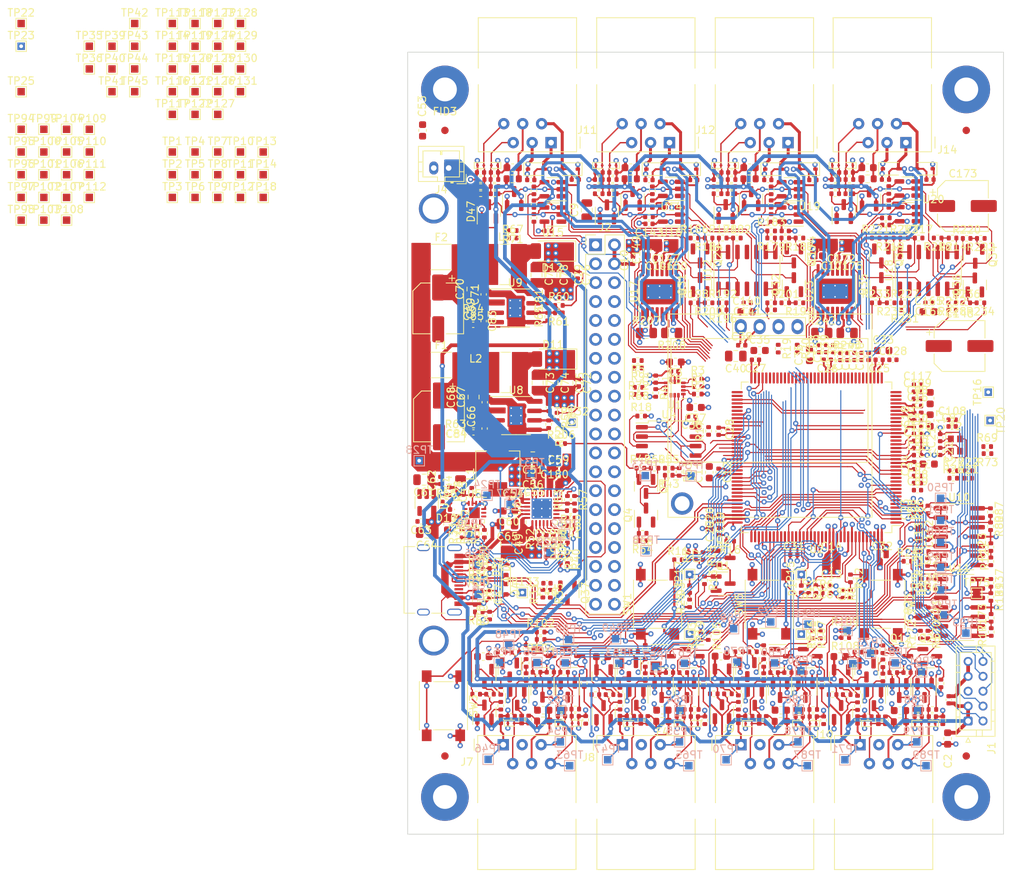
<source format=kicad_pcb>
(kicad_pcb (version 20221018) (generator pcbnew)
  (title_block (title "Robot Lego Controller REV A") (date "2023-03-01") (rev "REV A") (comment 1 "design by sggtav") (comment 2 "sggtav@hotmail.com"))
  (layers (0 "F.Cu" signal "L1") (1 "In1.Cu" power "L2") (2 "In2.Cu" power "L3") (31 "B.Cu" signal "L4") (34 "B.Paste" user) (35 "F.Paste" user) (36 "B.SilkS" user "B.Silkscreen") (37 "F.SilkS" user "F.Silkscreen") (38 "B.Mask" user) (39 "F.Mask" user) (44 "Edge.Cuts" user))
  (net 0 "")
  (net 1 "VBUS")
  (net 2 "GND")
  (net 3 "+4V")
  (net 4 "Net-(D1-K)")
  (net 5 "Net-(D2-K)")
  (net 6 "PM_NIRQ")
  (net 7 "SYS_I2C_SDA")
  (net 8 "SYS_I2C_SCL")
  (net 9 "+3.3V")
  (net 10 "BM_NIRQ")
  (net 11 "+5V")
  (net 12 "/01-Microcontroller and Extras/BUTTON1")
  (net 13 "/01-Microcontroller and Extras/BUTTON2")
  (net 14 "/01-Microcontroller and Extras/BUTTON3")
  (net 15 "/01-Microcontroller and Extras/MC_RESET_N")
  (net 16 "/02-System Power Supply and USB/VCONN")
  (net 17 "SHUTDOWN")
  (net 18 "/02-System Power Supply and USB/USB_CC2")
  (net 19 "/02-System Power Supply and USB/USB_CC1")
  (net 20 "+BATT")
  (net 21 "/02-System Power Supply and USB/BM_SW")
  (net 22 "Net-(U6-BTST)")
  (net 23 "VBAT_SENSE")
  (net 24 "/02-System Power Supply and USB/REGN")
  (net 25 "Net-(U6-PMID)")
  (net 26 "+9V")
  (net 27 "Net-(U8-SS)")
  (net 28 "Net-(U9-SS)")
  (net 29 "Net-(U8-COMP)")
  (net 30 "Net-(U9-COMP)")
  (net 31 "VBUS_SENSE")
  (net 32 "9V_SENSE")
  (net 33 "5V_SENSE")
  (net 34 "3V3_SENSE")
  (net 35 "/03-System Inputs A/INPUT1_PIN1")
  (net 36 "/03-System Inputs A/INPUT2_PIN1")
  (net 37 "INPUT1_PIN1_SENSE_VOLTAGE")
  (net 38 "INPUT2_PIN1_SENSE_VOLTAGE")
  (net 39 "/03-System Inputs A/INPUT1_PIN2")
  (net 40 "/03-System Inputs A/INPUT2_PIN2")
  (net 41 "/03-System Inputs A/INPUT1_PIN5")
  (net 42 "INPUT1_PIN5_SCL_uTX_pRX")
  (net 43 "/03-System Inputs A/INPUT2_PIN5")
  (net 44 "INPUT2_PIN5_SCL_uTX_pRX")
  (net 45 "INPUT1_PIN6_SENSE_VOLTAGE")
  (net 46 "INPUT2_PIN6_SENSE_VOLTAGE")
  (net 47 "/04-System Inputs B/INPUT3_PIN1")
  (net 48 "/04-System Inputs B/INPUT4_PIN1")
  (net 49 "INPUT3_PIN1_SENSE_VOLTAGE")
  (net 50 "INPUT4_PIN1_SENSE_VOLTAGE")
  (net 51 "/04-System Inputs B/INPUT3_PIN2")
  (net 52 "/04-System Inputs B/INPUT3_PIN5")
  (net 53 "INPUT3_PIN5_SCL_uTX_pRX")
  (net 54 "/04-System Inputs B/INPUT4_PIN5")
  (net 55 "INPUT4_PIN5_SCL_uTX_pRX")
  (net 56 "INPUT3_PIN6_SENSE_VOLTAGE")
  (net 57 "INPUT4_PIN6_SENSE_VOLTAGE")
  (net 58 "/05-System Outputs A/MOTORA_PIN5")
  (net 59 "/05-System Outputs A/MOTORB_PIN5")
  (net 60 "MOTORA_PIN5_SENSE")
  (net 61 "MOTORB_PIN5_SENSE")
  (net 62 "/05-System Outputs A/MOTORA_PIN6")
  (net 63 "/05-System Outputs A/MOTORB_PIN6")
  (net 64 "/01-Microcontroller and Extras/XTAL_OUT")
  (net 65 "/01-Microcontroller and Extras/XTAL_IN")
  (net 66 "MOTORA_PIN6_SENSE")
  (net 67 "MOTORB_PIN6_SENSE")
  (net 68 "/05-System Outputs A/MOTORB_PIN2")
  (net 69 "/05-System Outputs A/MOTORB_PIN1")
  (net 70 "/05-System Outputs A/MOTORA_PIN2")
  (net 71 "/05-System Outputs A/MOTORA_PIN1")
  (net 72 "/06-System Outputs B/MOTORC_PIN5")
  (net 73 "/06-System Outputs B/MOTORD_PIN5")
  (net 74 "MOTORC_PIN5_SENSE")
  (net 75 "MOTORD_PIN5_SENSE")
  (net 76 "/06-System Outputs B/MOTORC_PIN6")
  (net 77 "/06-System Outputs B/MOTORD_PIN6")
  (net 78 "/01-Microcontroller and Extras/LED1")
  (net 79 "/01-Microcontroller and Extras/LED2")
  (net 80 "Net-(D3-K)")
  (net 81 "/01-Microcontroller and Extras/LED3")
  (net 82 "USB_DP")
  (net 83 "USB_DN")
  (net 84 "Net-(D8-K)")
  (net 85 "Net-(D9-K)")
  (net 86 "Net-(D10-K)")
  (net 87 "Net-(D11-A)")
  (net 88 "Net-(D13-COM)")
  (net 89 "Net-(D14-COM)")
  (net 90 "INPUT1_PIN2_DETECT")
  (net 91 "INPUT2_PIN2_DETECT")
  (net 92 "Net-(D23-COM)")
  (net 93 "Net-(D24-COM)")
  (net 94 "Net-(D27-COM)")
  (net 95 "Net-(D28-COM)")
  (net 96 "INPUT3_PIN2_DETECT")
  (net 97 "INPUT4_PIN2_DETECT")
  (net 98 "Net-(D37-COM)")
  (net 99 "Net-(D38-COM)")
  (net 100 "MOTORC_PIN6_SENSE")
  (net 101 "MOTORD_PIN6_SENSE")
  (net 102 "/06-System Outputs B/MOTORD_PIN2")
  (net 103 "/06-System Outputs B/MOTORD_PIN1")
  (net 104 "/06-System Outputs B/MOTORC_PIN2")
  (net 105 "/06-System Outputs B/MOTORC_PIN1")
  (net 106 "/05-System Outputs A/MOTORA_PIN5_ENC")
  (net 107 "/05-System Outputs A/MOTORB_PIN5_ENC")
  (net 108 "/01-Microcontroller and Extras/MC_SWDIO")
  (net 109 "/01-Microcontroller and Extras/MC_SWCLK")
  (net 111 "/01-Microcontroller and Extras/DEBUG_uTX_dRX")
  (net 116 "Net-(J2-GPIO14{slash}TXD)")
  (net 117 "Net-(J2-GPIO15{slash}RXD)")
  (net 142 "Net-(J3-CC1)")
  (net 143 "Net-(J3-D+-PadA6)")
  (net 144 "Net-(J3-D--PadA7)")
  (net 146 "Net-(J3-CC2)")
  (net 148 "Net-(U6-TS)")
  (net 149 "/03-System Inputs A/INPUT1_PIN6")
  (net 150 "/03-System Inputs A/INPUT2_PIN6")
  (net 151 "/04-System Inputs B/INPUT3_PIN6")
  (net 152 "/04-System Inputs B/INPUT4_PIN2")
  (net 153 "/04-System Inputs B/INPUT4_PIN6")
  (net 154 "/05-System Outputs A/MOTORA_PIN6_ENC")
  (net 155 "/05-System Outputs A/MOTORB_PIN6_ENC")
  (net 156 "/06-System Outputs B/MOTORC_PIN5_ENC")
  (net 157 "/06-System Outputs B/MOTORD_PIN5_ENC")
  (net 158 "Net-(Q1-G)")
  (net 159 "Net-(Q1-D)")
  (net 160 "Net-(Q2-G)")
  (net 161 "/01-Microcontroller and Extras/MC_BOOT0")
  (net 162 "Net-(Q3-G)")
  (net 163 "Net-(Q3-D)")
  (net 164 "Net-(Q4-G)")
  (net 165 "Net-(Q4-D)")
  (net 166 "Net-(Q5-G)")
  (net 167 "Net-(Q5-D)")
  (net 168 "Net-(Q6-G)")
  (net 169 "Net-(Q6-D)")
  (net 170 "Net-(Q7-G)")
  (net 171 "Net-(Q8-G)")
  (net 172 "Net-(Q10-G)")
  (net 173 "Net-(Q9-G)")
  (net 174 "Net-(Q10-D)")
  (net 175 "Net-(Q11-G)")
  (net 176 "Net-(Q11-D)")
  (net 177 "Net-(Q12-D)")
  (net 178 "Net-(Q16-G)")
  (net 179 "Net-(Q12-G)")
  (net 180 "INPUT1_PIN6_SDA_uRX_pTX")
  (net 181 "Net-(Q15-D)")
  (net 182 "INPUT2_PIN6_SDA_uRX_pTX")
  (net 183 "Net-(Q16-D)")
  (net 184 "Net-(Q17-G)")
  (net 185 "Net-(Q17-D)")
  (net 186 "Net-(Q18-G)")
  (net 187 "Net-(Q18-D)")
  (net 188 "Net-(Q19-G)")
  (net 189 "Net-(Q20-G)")
  (net 190 "INPUT3_PIN6_SDA_uRX_pTX")
  (net 191 "Net-(Q27-D)")
  (net 192 "INPUT4_PIN6_SDA_uRX_pTX")
  (net 193 "Net-(Q28-D)")
  (net 194 "Net-(Q29-G)")
  (net 195 "Net-(Q30-G)")
  (net 196 "Net-(Q33-G)")
  (net 197 "Net-(Q34-G)")
  (net 198 "Net-(U1-SCX)")
  (net 199 "Net-(U1-SDX)")
  (net 200 "/01-Microcontroller and Extras/SYS_IMU_IRQ1")
  (net 201 "/01-Microcontroller and Extras/SYS_IMU_IRQ2")
  (net 202 "/01-Microcontroller and Extras/PC_uRX_rpiTX")
  (net 203 "/01-Microcontroller and Extras/PC_uTX_rpiRX")
  (net 204 "Net-(U4-~{HOLD})")
  (net 205 "Net-(U4-~{WP})")
  (net 206 "/01-Microcontroller and Extras/BOARD_ID0")
  (net 207 "/01-Microcontroller and Extras/BOARD_ID1")
  (net 208 "Net-(U5-SDA)")
  (net 209 "Net-(U5-SCL)")
  (net 210 "Net-(U5-INT_N)")
  (net 211 "Net-(U6-SDA)")
  (net 212 "/02-System Power Supply and USB/BM_STAT")
  (net 213 "Net-(U6-SCL)")
  (net 214 "/02-System Power Supply and USB/BM_NPG")
  (net 215 "Net-(U6-~{INT})")
  (net 216 "Net-(U6-~{CE})")
  (net 217 "Net-(R51-Pad1)")
  (net 218 "Net-(U6-PSEL)")
  (net 219 "VBAT_ADC_ON")
  (net 220 "Net-(U8-FB)")
  (net 221 "Net-(R60-Pad1)")
  (net 222 "Net-(U9-FB)")
  (net 223 "INPUT1_PIN1_CURRENT_ENABLE")
  (net 224 "INPUT2_PIN1_CURRENT_ENABLE")
  (net 225 "Net-(U10A--)")
  (net 226 "Net-(U10C--)")
  (net 227 "Net-(R93-Pad1)")
  (net 228 "Net-(R96-Pad1)")
  (net 229 "INPUT1_PIN6_ENABLE_N")
  (net 230 "INPUT2_PIN6_ENABLE_N")
  (net 231 "Net-(U10B--)")
  (net 232 "Net-(U10D--)")
  (net 233 "INPUT3_PIN1_CURRENT_ENABLE")
  (net 234 "INPUT4_PIN1_CURRENT_ENABLE")
  (net 235 "Net-(U11A--)")
  (net 236 "Net-(U11C--)")
  (net 237 "INPUT3_PIN6_ENABLE_N")
  (net 238 "INPUT4_PIN6_ENABLE_N")
  (net 239 "Net-(U11B--)")
  (net 240 "Net-(U11D--)")
  (net 241 "/06-System Outputs B/MOTORC_PIN6_ENC")
  (net 242 "/06-System Outputs B/MOTORD_PIN6_ENC")
  (net 243 "Net-(Q37-D)")
  (net 244 "MOTORA_PIN5_DET")
  (net 245 "MOTORB_PIN5_DET")
  (net 246 "MOTORA_PIN6_DET")
  (net 247 "MOTORB_PIN6_DET")
  (net 248 "MOTORA_PIN5_ENCODER")
  (net 249 "MOTORB_PIN5_ENCODER")
  (net 250 "MOTORA_PIN6_ENCODER")
  (net 251 "MOTORB_PIN6_ENCODER")
  (net 252 "MOTORAB_FAULT_N")
  (net 253 "MOTORC_PIN5_DET")
  (net 254 "MOTORD_PIN5_DET")
  (net 255 "MOTORC_PIN6_DET")
  (net 256 "MOTORD_PIN6_DET")
  (net 257 "MOTORC_PIN5_ENCODER")
  (net 258 "MOTORD_PIN5_ENCODER")
  (net 259 "/02-System Power Supply and USB/QONN")
  (net 260 "/01-Microcontroller and Extras/SYS_SPI_MISO")
  (net 261 "/01-Microcontroller and Extras/SYS_SPI_MOSI")
  (net 262 "/01-Microcontroller and Extras/SYS_IMU_CS")
  (net 263 "/01-Microcontroller and Extras/SYS_SPI_CLK")
  (net 264 "/01-Microcontroller and Extras/SYS_FLASH_CS_N")
  (net 265 "MOTORC_PIN6_ENCODER")
  (net 266 "MOTORD_PIN6_ENCODER")
  (net 267 "MOTOR_CD_FAULT_N")
  (net 268 "MOTORAB_SLEEP_N")
  (net 269 "MOTORA_PWM1")
  (net 270 "MOTORA_PWM2")
  (net 271 "MOTORB_PWM1")
  (net 272 "MOTORB_PWM2")
  (net 273 "MOTORCD_SLEEP_N")
  (net 274 "MOTORC_PWM1")
  (net 275 "/01-Microcontroller and Extras/DEBUG_uRX_dTX")
  (net 286 "Net-(U17-VINT)")
  (net 287 "Net-(U17-VCP)")
  (net 288 "Net-(U23-VINT)")
  (net 289 "Net-(U23-VCP)")
  (net 290 "Net-(Q31-G)")
  (net 291 "Net-(Q32-G)")
  (net 292 "Net-(Q35-G)")
  (net 293 "Net-(Q36-G)")
  (net 294 "Net-(R143-Pad1)")
  (net 295 "Net-(R146-Pad1)")
  (net 296 "Net-(U12A--)")
  (net 297 "Net-(U12C--)")
  (net 298 "Net-(U12B--)")
  (net 299 "Net-(U12D--)")
  (net 300 "Net-(R202-Pad2)")
  (net 301 "Net-(R203-Pad2)")
  (net 302 "Net-(R204-Pad2)")
  (net 303 "Net-(R205-Pad2)")
  (net 304 "Net-(U17-AISEN)")
  (net 305 "Net-(U17-BISEN)")
  (net 306 "Net-(U18A--)")
  (net 307 "Net-(U18C--)")
  (net 308 "Net-(U18B--)")
  (net 309 "Net-(U18D--)")
  (net 310 "Net-(R237-Pad2)")
  (net 311 "Net-(R238-Pad2)")
  (net 312 "Net-(R239-Pad2)")
  (net 313 "Net-(R240-Pad2)")
  (net 314 "Net-(U23-AISEN)")
  (net 315 "Net-(U23-BISEN)")
  (net 343 "Net-(R10-Pad1)")
  (net 344 "Net-(R11-Pad1)")
  (net 345 "Net-(R12-Pad1)")
  (net 346 "MOTORC_PWM2")
  (net 347 "Net-(C84-Pad1)")
  (net 348 "Net-(C85-Pad1)")
  (net 349 "Net-(C94-Pad2)")
  (net 350 "Net-(C99-Pad2)")
  (net 351 "Net-(C114-Pad2)")
  (net 352 "Net-(C119-Pad2)")
  (net 353 "Net-(C132-Pad2)")
  (net 354 "Net-(C135-Pad2)")
  (net 355 "Net-(C157-Pad2)")
  (net 356 "Net-(C160-Pad2)")
  (net 357 "Net-(D12-A)")
  (net 358 "/02-System Power Supply and USB/5BOOSTIN")
  (net 359 "/02-System Power Supply and USB/9BOOSTIN")
  (net 360 "MOTORD_PWM1")
  (net 361 "MOTORD_PWM2")
  (net 362 "Net-(Q3-S)")
  (footprint "TestPoint:TestPoint_Pad_1.0x1.0mm" (layer "F.Cu") (at 101.45 30.15)
    (fp_text reference "TP118")
    (fp_text value "S1mm")
  )
  (footprint "Resistor_SMD:R_0402_1005Metric" (layer "F.Cu") (at 161 79 180)
    (fp_text reference "R68")
    (fp_text value "10K")
  )
  (footprint "Package_TO_SOT_SMD:SOT-23" (layer "F.Cu") (at 191.95 53.7 90)
    (fp_text reference "D56" hide)
    (fp_text value "BAT54S")
  )
  (footprint "Capacitor_SMD:C_0402_1005Metric" (layer "F.Cu") (at 194.15 51.1 180)
    (fp_text reference "C177" hide)
    (fp_text value "330p")
  )
  (footprint "Package_TO_SOT_SMD:SOT-23" (layer "F.Cu") (at 160.2 53.65 90)
    (fp_text reference "D44" hide)
    (fp_text value "BAT54S")
  )
  (footprint "Resistor_SMD:R_0402_1005Metric" (layer "F.Cu") (at 162.4 56.1)
    (fp_text reference "R205" hide)
    (fp_text value "330")
  )
  (footprint "Capacitor_SMD:C_0402_1005Metric" (layer "F.Cu") (at 186.2 105.65 180)
    (fp_text reference "C6")
    (fp_text value "100n")
  )
  (footprint "Resistor_SMD:R_0805_2012Metric" (layer "F.Cu") (at 189 71.7 180)
    (fp_text reference "R243")
    (fp_text value "0.43")
  )
  (footprint "TestPoint:TestPoint_Pad_1.0x1.0mm" (layer "F.Cu") (at 98.4 36.25)
    (fp_text reference "TP115")
    (fp_text value "S1mm")
  )
  (footprint "Resistor_SMD:R_0402_1005Metric" (layer "F.Cu") (at 178.8 52.55 90)
    (fp_text reference "R237" hide)
    (fp_text value "330")
  )
  (footprint "TestPoint:TestPoint_Pad_1.0x1.0mm" (layer "F.Cu") (at 81.15 50.45)
    (fp_text reference "TP101")
    (fp_text value "S1mm")
  )
  (footprint "Capacitor_SMD:CP_Elec_6.3x5.2" (layer "F.Cu") (at 134.2 82.9 -90)
    (fp_text reference "C66")
    (fp_text value "100uF 16V")
  )
  (footprint "Inductor_SMD:L_Ferrocore_DLG-0504" (layer "F.Cu") (at 143 62.5)
    (fp_text reference "L3")
    (fp_text value "6.8uH 3.6A")
  )
  (footprint "Package_TO_SOT_SMD:SOT-23-5" (layer "F.Cu") (at 149.5 55.8 180)
    (fp_text reference "U15")
    (fp_text value "SN74LVC1G14DBV")
  )
  (footprint "Diode_SMD:D_SOD-923" (layer "F.Cu") (at 184.4275 124.15 180)
    (fp_text reference "D39" hide)
    (fp_text value "ESD9B5.0ST5G")
  )
  (footprint "MountingHole:MountingHole_3.2mm_M3_Pad" (layer "F.Cu") (at 205 39)
    (fp_text reference "H4" hide)
    (fp_text value "3mm")
  )
  (footprint "Resistor_SMD:R_0805_2012Metric" (layer "F.Cu") (at 162.05 71.7)
    (fp_text reference "R207")
    (fp_text value "0.43")
  )
  (footprint "Resistor_SMD:R_0402_1005Metric" (layer "F.Cu") (at 180.7 58.95)
    (fp_text reference "R185" hide)
    (fp_text value "330")
  )
  (footprint "Capacitor_SMD:C_0805_2012Metric" (layer "F.Cu") (at 146.8 88.4 180)
    (fp_text reference "C51")
    (fp_text value "10u")
  )
  (footprint "Resistor_SMD:R_0402_1005Metric" (layer "F.Cu") (at 198.85 112.2 90)
    (fp_text reference "R172")
    (fp_text value "4K7")
  )
  (footprint "Capacitor_SMD:C_0603_1608Metric" (layer "F.Cu") (at 132 44.5 90)
    (fp_text reference "C53")
    (fp_text value "1u 16V")
  )
  (footprint "Resistor_SMD:R_0402_1005Metric" (layer "F.Cu") (at 189.45 104.65 -90)
    (fp_text reference "R12")
    (fp_text value "330")
  )
  (footprint "Resistor_SMD:R_0402_1005Metric" (layer "F.Cu") (at 139.8 52.05 180)
    (fp_text reference "R188" hide)
    (fp_text value "100K")
  )
  (footprint "TestPoint:TestPoint_Pad_1.0x1.0mm" (layer "F.Cu") (at 101.45 36.25)
    (fp_text reference "TP120")
    (fp_text value "S1mm")
  )
  (footprint "Capacitor_SMD:C_0402_1005Metric" (layer "F.Cu") (at 182.57 123.2 180)
    (fp_text reference "C122" hide)
    (fp_text value "330p")
  )
  (footprint "TestPoint:TestPoint_Pad_1.0x1.0mm" (layer "F.Cu") (at 78.1 50.45)
    (fp_text reference "TP96")
    (fp_text value "S1mm")
  )
  (footprint "Resistor_SMD:R_0402_1005Metric" (layer "F.Cu") (at 173 120.15)
    (fp_text reference "R130" hide)
    (fp_text value "330")
  )
  (footprint "Resistor_SMD:R_0402_1005Metric" (layer "F.Cu") (at 161.55 98.6 180)
    (fp_text reference "R58")
    (fp_text value "100K")
  )
  (footprint "Resistor_SMD:R_0402_1005Metric" (layer "F.Cu") (at 178.15 123.65 90)
    (fp_text reference "R140" hide)
    (fp_text value "10K")
  )
  (footprint "Diode_SMD:D_SOD-323" (layer "F.Cu") (at 163.1 49.7)
    (fp_text reference "D50" hide)
    (fp_text value "SD12_SOD323")
  )
  (footprint "Capacitor_SMD:C_0402_1005Metric" (layer "F.Cu") (at 184.4 51.15)
    (fp_text reference "C178" hide)
    (fp_text value "330p")
  )
  (footprint "Capacitor_SMD:C_0402_1005Metric" (layer "F.Cu") (at 200.13 51.1)
    (fp_text reference "C176" hide)
    (fp_text value "330p")
  )
  (footprint "Capacitor_SMD:C_0402_1005Metric" (layer "F.Cu") (at 198.45 84.3)
    (fp_text reference "C30")
    (fp_text value "100n")
  )
  (footprint "Capacitor_SMD:C_0402_1005Metric" (layer "F.Cu") (at 191.8 123.2 180)
    (fp_text reference "C121" hide)
    (fp_text value "330p")
  )
  (footprint "Connector_RJ:RJ12_Amphenol_54601" (layer "F.Cu") (at 149.25 46.14 180)
    (fp_text reference "J11")
    (fp_text value "RJ12")
  )
  (footprint "TestPoint:TestPoint_Pad_1.0x1.0mm" (layer "F.Cu") (at 90.3 33.2)
    (fp_text reference "TP39")
    (fp_text value "S1mm")
  )
  (footprint "Fiducial:Fiducial_1mm_Mask3mm" (layer "F.Cu") (at 205 44.5)
    (fp_text reference "FID4" hide)
    (fp_text value "Fiducial")
  )
  (footprint "Resistor_SMD:R_0402_1005Metric" (layer "F.Cu") (at 158.5 121.74 -90)
    (fp_text reference "R75" hide)
    (fp_text value "10K")
  )
  (footprint "Resistor_SMD:R_0402_1005Metric" (layer "F.Cu") (at 184.4 112.2 -90)
    (fp_text reference "R107")
    (fp_text value "330")
  )
  (footprint "TestPoint:TestPoint_Pad_1.0x1.0mm" (layer "F.Cu") (at 101.45 33.2)
    (fp_text reference "TP119")
    (fp_text value "S1mm")
  )
  (footprint "Resistor_SMD:R_0402_1005Metric" (layer "F.Cu") (at 199.8 102.45 90)
    (fp_text reference "R120")
    (fp_text value "2K4")
  )
  (footprint "Resistor_SMD:R_0402_1005Metric" (layer "F.Cu") (at 142.5 121.75 -90)
    (fp_text reference "R74" hide)
    (fp_text value "10K")
  )
  (footprint "Resistor_SMD:R_0402_1005Metric" (layer "F.Cu") (at 182.55 122.25)
    (fp_text reference "R150" hide)
    (fp_text value "330")
  )
  (footprint "Package_TO_SOT_SMD:SOT-23" (layer "F.Cu") (at 144.7 120.75 -90)
    (fp_text reference "D15" hide)
    (fp_text value "BAT54S")
  )
  (footprint "Diode_SMD:D_SOD-323" (layer "F.Cu") (at 167.7 49.7 180)
    (fp_text reference "D49" hide)
    (fp_text value "SD12_SOD323")
  )
  (footprint "Diode_SMD:D_SOD-323" (layer "F.Cu") (at 199.45 49.65 180)
    (fp_text reference "D61" hide)
    (fp_text value "SD12_SOD323")
  )
  (footprint "Capacitor_SMD:C_0402_1005Metric" (layer "F.Cu") (at 152.95 78.4 -90)
    (fp_text reference "C72")
    (fp_text value "100n")
  )
  (footprint "Resistor_SMD:R_0402_1005Metric" (layer "F.Cu") (at 174.49 114.5)
    (fp_text reference "R132" hide)
    (fp_text value "100K")
  )
  (footprint "Resistor_SMD:R_0603_1608Metric" (layer "F.Cu") (at 191.75 51 180)
    (fp_text reference "F10" hide)
    (fp_text value "30mA")
  )
  (footprint "Resistor_SMD:R_0402_1005Metric" (layer "F.Cu") (at 141.666382 53.007678 180)
    (fp_text reference "R176" hide)
    (fp_text value "4K7")
  )
  (footprint "Resistor_SMD:R_0402_1005Metric" (layer "F.Cu") (at 198.55 122.25)
    (fp_text reference "R151" hide)
    (fp_text value "330")
  )
  (footprint "Capacitor_SMD:C_0603_1608Metric" (layer "F.Cu") (at 175.5 68.85)
    (fp_text reference "C140")
    (fp_text value "1u 16V")
  )
  (footprint "Resistor_SMD:R_0402_1005Metric" (layer "F.Cu") (at 168.5 67.65)
    (fp_text reference "R198")
    (fp_text value "330")
  )
  (footprint "Resistor_SMD:R_0402_1005Metric" (layer "F.Cu") (at 208.3 100.45 90)
    (fp_text reference "R123")
    (fp_text value "4K7")
  )
  (footprint "TestPoint:TestPoint_Pad_1.0x1.0mm" (layer "F.Cu") (at 101.45 50.45)
    (fp_text reference "TP5")
    (fp_text value "S1mm")
  )
  (footprint "Resistor_SMD:R_0402_1005Metric" (layer "F.Cu") (at 138.83 84.05)
    (fp_text reference "R63")
    (fp_text value "51K")
  )
  (footprint "Resistor_SMD:R_0402_1005Metric" (layer "F.Cu") (at 161.55 99.6 180)
    (fp_text reference "R54")
    (fp_text value "2K4")
  )
  (footprint "Package_SO:SOIC-14_3.9x8.7mm_P1.27mm" (layer "F.Cu") (at 204.05 99.05)
    (fp_text reference "U10")
    (fp_text value "LMV324")
  )
  (footprint "Package_TO_SOT_SMD:SOT-23" (layer "F.Cu") (at 164.1 119.7 -90)
    (fp_text reference "D20" hide)
    (fp_text value "BAT54S")
  )
  (footprint "Resistor_SMD:R_0402_1005Metric" (layer "F.Cu") (at 142.6 114.55)
    (fp_text reference "R82" hide)
    (fp_text value "100K")
  )
  (footprint "Resistor_SMD:R_0402_1005Metric" (layer "F.Cu") (at 151.9 95.55 180)
    (fp_text reference "R49")
    (fp_text value "22")
  )
  (footprint "Resistor_SMD:R_0402_1005Metric" (layer "F.Cu") (at 177.8 114.14 -90)
    (fp_text reference "R167" hide)
    (fp_text value "100K")
  )
  (footprint "Resistor_SMD:R_0402_1005Metric" (layer "F.Cu") (at 186.210062 106.594881)
    (fp_text reference "R6")
    (fp_text value "10K")
  )
  (footprint "Package_TO_SOT_SMD:SOT-23" (layer "F.Cu") (at 172.7 55.4 90)
    (fp_text reference "D59" hide)
    (fp_text value "BAT54S")
  )
  (footprint "Resistor_SMD:R_0402_1005Metric" (layer "F.Cu") (at 139.5 106.3)
    (fp_text reference "R30")
    (fp_text value "22")
  )
  (footprint "Diode_SMD:D_SOD-323" (layer "F.Cu") (at 194.85 49.65)
    (fp_text reference "D62" hide)
    (fp_text value "SD12_SOD323")
  )
  (footprint "Resistor_SMD:R_0402_1005Metric" (layer "F.Cu") (at 194.15 123.7 90)
    (fp_text reference "R141" hide)
    (fp_text value "10K")
  )
  (footprint "Resistor_SMD:R_0402_1005Metric" (layer "F.Cu") (at 147.85 111.85)
    (fp_text reference "R102")
    (fp_text value "100K")
  )
  (footprint "Diode_SMD:D_SOD-323" (layer "F.Cu") (at 183.7 49.7 180)
    (fp_text reference "D63" hide)
    (fp_text value "SD12_SOD323")
  )
  (footprint "Resistor_SMD:R_0402_1005Metric" (layer "F.Cu") (at 199.85 112.2 -90)
    (fp_text reference "R170")
    (fp_text value "2K4")
  )
  (footprint "Package_QFP:LQFP-144_20x20mm_P0.5mm" (layer "F.Cu") (at 184.9 88.4 180)
    (fp_text reference "U2")
    (fp_text value "STM32L496ZGTx")
  )
  (footprint "Package_TO_SOT_SMD:SOT-23" (layer "F.Cu") (at 184.05 115.1)
    (fp_text reference "Q27" hide)
    (fp_text value "2N7002")
  )
  (footprint "Capacitor_SMD:C_0805_2012Metric" (layer "F.Cu") (at 151.3 63.9 -90)
    (fp_text reference "C79")
    (fp_text value "10u")
  )
  (footprint "Resistor_SMD:R_0402_1005Metric" (layer "F.Cu") (at 177.2 123.65 -90)
    (fp_text reference "R142" hide)
    (fp_text value "10K")
  )
  (footprint "Capacitor_SMD:C_0402_1005Metric" (layer "F.Cu") (at 190.95 74.85 90)
    (fp_text reference "C129")
    (fp_text value "10n")
  )
  (footprint "Resistor_SMD:R_0402_1005Metric" (layer "F.Cu") (at 155.2 120.25)
    (fp_text reference "R85" hide)
    (fp_text value "10K")
  )
  (footprint "TestPoint:TestPoint_THTPad_1.0x1.0mm_Drill0.5mm" (layer "F.Cu") (at 207.95 79.65 90)
    (fp_text reference "TP16")
    (fp_text value "TH1mm")
  )
  (footprint "Capacitor_SMD:C_0402_1005Metric" (layer "F.Cu") (at 139.776436 50.146776 180)
    (fp_text reference "C136" hide)
    (fp_text value "330p")
  )
  (footprint "Resistor_SMD:R_0402_1005Metric" (layer "F.Cu") (at 166.65 122.25)
    (fp_text reference "R101" hide)
    (fp_text value "330")
  )
  (footprint "Package_TO_SOT_SMD:SOT-23" (layer "F.Cu") (at 196.2 115.1)
    (fp_text reference "Q12")
    (fp_text value "BSS84")
  )
  (footprint "Capacitor_SMD:C_0402_1005Metric" (layer "F.Cu") (at 146.525 51.15 180)
    (fp_text reference "C154" hide)
    (fp_text value "330p")
  )
  (footprint "Capacitor_SMD:C_0402_1005Metric" (layer "F.Cu") (at 198 82.9 90)
    (fp_text reference "C18")
    (fp_text value "100n")
  )
  (footprint "Capacitor_SMD:C_0402_1005Metric" (layer "F.Cu") (at 162.85 54.4 -90)
    (fp_text reference "C145" hide)
    (fp_text value "100n")
  )
  (footprint "Resistor_SMD:R_0402_1005Metric" (layer "F.Cu") (at 203.25 91.2)
    (fp_text reference "R26")
    (fp_text value "2K4")
  )
  (footprint "Resistor_SMD:R_0402_1005Metric" (layer "F.Cu") (at 146.95 52.55 90)
    (fp_text reference "R202" hide)
    (fp_text value "330")
  )
  (footprint "Package_TO_SOT_SMD:SOT-23-5" (layer "F.Cu") (at 149.5 52.4 180)
    (fp_text reference "U13" hide)
    (fp_text value "SN74LVC1G14DBV")
  )
  (footprint "Resistor_SMD:R_0402_1005Metric" (layer "F.Cu") (at 196.75 68.6 180)
    (fp_text reference "R231")
    (fp_text value "4K7")
  )
  (footprint "TestPoint:TestPoint_Pad_1.0x1.0mm" (layer "F.Cu") (at 87.25 47.4)
    (fp_text reference "TP110")
    (fp_text value "S1mm")
  )
  (footprint "Inductor_SMD:L_Chilisin_BMRA00050520" (layer "F.Cu") (at 142.1 90.65 90)
    (fp_text reference "L1")
    (fp_text value "1.2uH 6.5A")
  )
  (footprint "Button_Switch_SMD:SW_Push_1P1T_NO_6x6mm_H9.5mm" (layer "F.Cu") (at 193.55 108.125 -90)
    (fp_text reference "SW2")
    (fp_text value "SW_Omron_B3FS")
  )
  (footprint "Resistor_SMD:R_0402_1005Metric" (layer "F.Cu") (at 178.8 67.65 180)
    (fp_text reference "R193" hide)
    (fp_text value "2K4")
  )
  (footprint "Resistor_SMD:R_0402_1005Metric" (layer "F.Cu") (at 150.3 68)
    (fp_text reference "R60")
    (fp_text value "51K")
  )
  (footprint "Capacitor_SMD:C_0402_1005Metric" (layer "F.Cu") (at 148.95 81.7 90)
    (fp_text reference "C80")
    (fp_text value "10n")
  )
  (footprint "Capacitor_SMD:C_0402_1005Metric" (layer "F.Cu") (at 184.45 123.2)
    (fp_text reference "C126" hide)
    (fp_text value "330p")
  )
  (footprint "Resistor_SMD:R_0402_1005Metric" (layer "F.Cu") (at 139.51 103.3)
    (fp_text reference "R29")
    (fp_text value "22")
  )
  (footprint "Resistor_SMD:R_0603_1608Metric" (layer "F.Cu") (at 159.95 51 180)
    (fp_text reference "F8" hide)
    (fp_text value "30mA")
  )
  (footprint "Resistor_SMD:R_0402_1005Metric" (layer "F.Cu") (at 184.8 106.1 90)
    (fp_text reference "R10")
    (fp_text value "330")
  )
  (footprint "Capacitor_SMD:C_0402_1005Metric" (layer "F.Cu") (at 194.6 54.38 -90)
    (fp_text reference "C170" hide)
    (fp_text value "100n")
  )
  (footprint "TestPoint:TestPoint_Pad_1.0x1.0mm" (layer "F.Cu") (at 104.5 33.2)
    (fp_text reference "TP124")
    (fp_text value "S1mm")
  )
  (footprint "Resistor_SMD:R_0402_1005Metric" (layer "F.Cu") (at 172.3 68.6 180)
    (fp_text reference "R196")
    (fp_text value "4K7")
  )
  (footprint "Resistor_SMD:R_0402_1005Metric" (layer "F.Cu") (at 153.9 123.65 90)
    (fp_text reference "R116" hide)
    (fp_text value "220K")
  )
  (footprint "Resistor_SMD:R_0402_1005Metric" (layer "F.Cu") (at 177.8 116 -90)
    (fp_text reference "R144" hide)
    (fp_text value "10K")
  )
  (footprint "Resistor_SMD:R_0402_1005Metric" (layer "F.Cu") (at 146.95 56.25 90)
    (fp_text reference "R204" hide)
    (fp_text value "330")
  )
  (footprint "Capacitor_SMD:C_0402_1005Metric" (layer "F.Cu") (at 199.8 99 90)
    (fp_text reference "C113")
    (fp_text value "100n")
  )
  (footprint "Resistor_SMD:R_0402_1005Metric" (layer "F.Cu") (at 158.5 119.84 -90)
    (fp_text reference "R77" hide)
    (fp_text value "100K")
  )
  (footprint "Resistor_SMD:R_0402_1005Metric" (layer "F.Cu") (at 173.476891 52.057469)
    (fp_text reference "R209" hide)
    (fp_text value "100K")
  )
  (footprint "Capacitor_SMD:CP_Elec_6.3x5.2" (layer "F.Cu") (at 204.1 73.45)
    (fp_text reference "C148")
    (fp_text value "100uF 16V")
  )
  (footprint "Capacitor_SMD:C_0603_1608Metric" (layer "F.Cu") (at 143.6 95.6 180)
    (fp_text reference "C60")
    (fp_text value "4u7 16V")
  )
  (footprint "Resistor_SMD:R_0402_1005Metric" (layer "F.Cu") (at 139.55 109.15 180)
    (fp_text reference "R66")
    (fp_text value "51K")
  )
  (footprint "Capacitor_SMD:C_0402_1005Metric" (layer "F.Cu") (at 143.9 123.15 180)
    (fp_text reference "C100" hide)
    (fp_text value "330p")
  )
  (footprint "Resistor_SMD:R_0402_1005Metric" (layer "F.Cu") (at 139.5 104.3)
    (fp_text reference "R32")
    (fp_text value "22")
  )
  (footprint "TestPoint:TestPoint_Pad_1.0x1.0mm" (layer "F.Cu") (at 93.35 30.15)
    (fp_text reference "TP42")
    (fp_text value "S1mm")
  )
  (footprint "TestPoint:TestPoint_Pad_1.0x1.0mm" (layer "F.Cu") (at 90.3 36.25)
    (fp_text reference "TP40")
    (fp_text value "S1mm")
  )
  (footprint "Resistor_SMD:R_0402_1005Metric" (layer "F.Cu") (at 160.9 75.4 180)
    (fp_text reference "R5")
    (fp_text value "22")
  )
  (footprint "Capacitor_SMD:C_0402_1005Metric" (layer "F.Cu") (at 198.45 85.25)
    (fp_text reference "C158")
    (fp_text value "10n")
  )
  (footprint "Resistor_SMD:R_0402_1005Metric" (layer "F.Cu") (at 148.93 83.95 90)
    (fp_text reference "R62")
    (fp_text value "10K")
  )
  (footprint "Capacitor_SMD:C_0603_1608Metric" (layer "F.Cu") (at 177.25 74.05)
    (fp_text reference "C35")
    (fp_text value "1u 16V")
  )
  (footprint "Capacitor_SMD:C_0402_1005Metric" (layer "F.Cu") (at 171.75 84.9 -90)
    (fp_text reference "C28")
    (fp_text value "100n")
  )
  (footprint "Resistor_SMD:R_0603_1608Metric" (layer "F.Cu") (at 196.1 123.9 180)
    (fp_text reference "F6" hide)
    (fp_text value "30mA")
  )
  (footprint "Capacitor_SMD:C_0603_1608Metric" (layer "F.Cu") (at 183.95 74.65 90)
    (fp_text reference "C36")
    (fp_text value "1u 16V")
  )
  (footprint "TestPoint:TestPoint_Pad_1.0x1.0mm" (layer "F.Cu") (at 104.5 30.15)
    (fp_text reference "TP123")
    (fp_text value "S1mm")
  )
  (footprint "Capacitor_SMD:C_0402_1005Metric" (layer "F.Cu") (at 171.75 98.35 90)
    (fp_text reference "C29")
    (fp_text value "100n")
  )
  (footprint "Package_TO_SOT_SMD:SOT-23" (layer "F.Cu") (at 196 119.7 -90)
    (fp_text reference "D34" hide)
    (fp_text value "BAT54S")
  )
  (footprint "Resistor_SMD:R_0402_1005Metric" (layer "F.Cu") (at 168.95 77.9)
    (fp_text reference "R3")
    (fp_text value "10K")
  )
  (footprint "SSD1306:128x64OLED" (layer "F.Cu") (at 178.34 81.45)
    (fp_text reference "U3" hide)
    (fp_text value "SSD1306")
  )
  (footprint "Resistor_SMD:R_0402_1005Metric" (layer "F.Cu") (at 182.89 117.3)
    (fp_text reference "R162" hide)
    (fp_text value "10K")
  )
  (footprint "Package_TO_SOT_SMD:SOT-23-5" (layer "F.Cu") (at 132.55 94.4625 -90)
    (fp_text reference "U7")
    (fp_text value "AP2127K-3.3")
  )
  (footprint "Resistor_SMD:R_0402_1005Metric" (layer "F.Cu") (at 199.4 104.75 180)
    (fp_text reference "R136")
    (fp_text value "2K4")
  )
  (footprint "Resistor_SMD:R_0402_1005Metric" (layer "F.Cu") (at 146.25 123.6 90)
    (fp_text reference "R90" hide)
    (fp_text value "10K")
  )
  (footprint "Diode_SMD:D_SOD-923" (layer "F.Cu") (at 171.65 49.2)
    (fp_text reference "D57" hide)
    (fp_text value "ESD9B5.0ST5G")
  )
  (footprint "Capacitor_SMD:C_0603_1608Metric" (layer "F.Cu") (at 191.75 49.5)
    (fp_text reference "C160" hide)
    (fp_text value "1u 16V")
  )
  (footprint "Resistor_SMD:R_0402_1005Metric" (layer "F.Cu") (at 144.1 57.95 180)
    (fp_text reference "R71")
    (fp_text value "10K")
  )
  (footprint "Diode_SMD:D_SOD-923" (layer "F.Cu") (at 141.65 49.2 180)
    (fp_text reference "D41" hide)
    (fp_text value "ESD9B5.0ST5G")
  )
  (footprint "TestPoint:TestPoint_Pad_1.0x1.0mm" (layer "F.Cu") (at 110.6 53.5)
    (fp_text reference "TP18")
    (fp_text value "S1mm")
  )
  (footprint "Capacitor_SMD:C_0402_1005Metric" (layer "F.Cu") (at 198.45 90.9)
    (fp_text reference "C87")
    (fp_text value "10n")
  )
  (footprint "Capacitor_SMD:CP_Elec_6.3x5.2" (layer "F.Cu") (at 134.1 68.4 -90)
    (fp_text reference "C69")
    (fp_text value "100uF 16V")
  )
  (footprint "Resistor_SMD:R_0402_1005Metric" (layer "F.Cu") (at 185.4 112.2 90)
    (fp_text reference "R106")
    (fp_text value "100K")
  )
  (footprint "Capacitor_SMD:C_0402_1005Metric" (layer "F.Cu") (at 139.05 107.7 -90)
    (fp_text reference "C41")
    (fp_text value "100n")
  )
  (footprint "Resistor_SMD:R_0402_1005Metric" (layer "F.Cu") (at 208.3 102.360866 90)
    (fp_text reference "R121")
    (fp_text value "2K4")
  )
  (footprint "Capacitor_SMD:C_0402_1005Metric" (layer "F.Cu") (at 189.3 50.15)
    (fp_text reference "C156" hide)
    (fp_text value "330p")
  )
  (footprint "Capacitor_SMD:C_0402_1005Metric" (layer "F.Cu") (at 148.7 105.3 180)
    (fp_text reference "C46")
    (fp_text value "100n")
  )
  (footprint "Capacitor_SMD:C_0402_1005Metric" (layer "F.Cu") (at 152.5 51.1)
    (fp_text reference "C153" hide)
    (fp_text value "330p")
  )
  (footprint "Capacitor_SMD:C_0402_1005Metric" (layer "F.Cu") (at 171.75 96.5 90)
    (fp_text reference "C20")
    (fp_text value "100n")
  )
  (footprint "TestPoint:TestPoint_Pad_1.0x1.0mm" (layer "F.Cu") (at 104.5 42.35)
    (fp_text reference "TP127")
    (fp_text value "S1mm")
  )
  (footprint "Resistor_SMD:R_0402_1005Metric" (layer "F.Cu") (at 178.8 58.95 180)
    (fp_text reference "R179")
    (fp_text value "2K4")
  )
  (footprint "Resistor_SMD:R_0402_1005Metric" (layer "F.Cu") (at 174.4 119.85 -90)
    (fp_text reference "R126" hide)
    (fp_text value "100K")
  )
  (footprint "Capacitor_SMD:C_0402_1005Metric" (layer "F.Cu") (at 180.7 58)
    (fp_text reference "C167" hide)
    (fp_text value "100n")
  )
  (footprint "Resistor_SMD:R_0402_1005Metric" (layer "F.Cu") (at 185.6 118.75 90)
    (fp_text reference "R160" hide)
    (fp_text value "10K")
  )
  (footprint "Resistor_SMD:R_0603_1608Metric" (layer "F.Cu") (at 175.9 51)
    (fp_text reference "F9" hide)
    (fp_text value "30mA")
  )
  (footprint "TestPoint:TestPoint_Pad_1.0x1.0mm" (layer "F.Cu") (at 206.4 106.65)
    (fp_text reference "TP75")
    (fp_text value "S1mm")
  )
  (footprint "Resistor_SMD:R_0402_1005Metric" (layer "F.Cu") (at 141.05 120.2)
    (fp_text reference "R80" hide)
    (fp_text value "330")
  )
  (footprint "TestPoint:TestPoint_Pad_1.0x1.0mm" (layer "F.Cu") (at 84.2 44.35)
    (fp_text reference "TP104")
    (fp_text value "S1mm")
  )
  (footprint "Package_TO_SOT_SMD:SOT-23" (layer "F.Cu") (at 156.3 122.6625 90)
    (fp_text reference "D14" hide)
    (fp_text value "BAT54S")
  )
  (footprint "Diode_SMD:D_SOD-323" (layer "F.Cu") (at 147.2 49.7)
    (fp_text reference "D52" hide)
    (fp_text value "SD12_SOD323")
  )
  (footprint "Resistor_SMD:R_0402_1005Metric" (layer "F.Cu") (at 166.45 90.35 -90)
    (fp_text reference "R51")
    (fp_text value "10K")
  )
  (footprint "Fiducial:Fiducial_1mm_Mask3mm" (layer "F.Cu") (at 135 44.5)
    (fp_text reference "FID3")
    (fp_text value "Fiducial")
  )
  (footprint "Button_Switch_SMD:SW_Push_1P1T_NO_6x6mm_H9.5mm" (layer "F.Cu") (at 178.55 108.125 90)
    (fp_text reference "SW5")
    (fp_text value "SW_Omron_B3FS")
  )
  (footprint "TestPoint:TestPoint_Pad_1.0x1.0mm" (layer "F.Cu") (at 98.4 42.35)
    (fp_text reference "TP117")
    (fp_text value "S1mm")
  )
  (footprint "Capacitor_SMD:C_0402_1005Metric" (layer "F.Cu") (at 149.15 117.25)
    (fp_text reference "C103" hide)
    (fp_text value "330p")
  )
  (footprint "TestPoint:TestPoint_Pad_1.0x1.0mm" (layer "F.Cu") (at 104.5 36.25)
    (fp_text reference "TP125")
    (fp_text value "S1mm")
  )
  (footprint "LED_SMD:LED_0402_1005Metric" (layer "F.Cu") (at 182.85 106.1 90)
    (fp_text reference "D1")
    (fp_text value "LED")
  )
  (footprint "TestPoint:TestPoint_Pad_1.0x1.0mm" (layer "F.Cu") (at 87.25 53.5)
    (fp_text reference "TP112")
    (fp_text value "S1mm")
  )
  (footprint "MountingHole:MountingHole_3.2mm_M3_Pad" (layer "F.Cu") (at 135 39)
    (fp_text reference "H3" hide)
    (fp_text value "3mm")
  )
  (footprint "Resistor_SMD:R_0402_1005Metric" (layer "F.Cu") (at 206.95 59 180)
    (fp_text reference "R222")
    (fp_text value "100K")
  )
  (footprint "Capacitor_SMD:C_0402_1005Metric" (layer "F.Cu") (at 152.5 123.15)
    (fp_text reference "C106" hide)
    (fp_text value "330p")
  )
  (footprint "Resistor_SMD:R_0402_1005Metric" (layer "F.Cu") (at 168.95 79.9)
    (fp_text reference "R2")
    (fp_text value "10K")
  )
  (footprint "Capacitor_SMD:C_0805_2012Metric" (layer "F.Cu") (at 137.1 92.25 90)
    (fp_text reference "C44")
    (fp_text value "10u 16V")
  )
  (footprint "Resistor_SMD:R_0402_1005Metric" (layer "F.Cu") (at 192.85 58.95)
    (fp_text reference "R221")
    (fp_text value "100K")
  )
  (footprint "Resistor_SMD:R_0402_1005Metric" (layer "F.Cu") (at 147.85 112.85 180)
    (fp_text reference "R104")
    (fp_text value "330")
  )
  (footprint "Capacitor_SMD:C_0402_1005Metric" (layer "F.Cu") (at 190 74.85 90)
    (fp_text reference "C133")
    (fp_text value "10n")
  )
  (footprint "Package_TO_SOT_SMD:SOT-23" (layer "F.Cu") (at 169.25 65.2 90)
    (fp_text reference "Q31")
    (fp_text value "2N7002")
  )
  (footprint "Capacitor_SMD:C_0402_1005Metric" (layer "F.Cu") (at 166.6 123.2 180)
    (fp_text reference "C104" hide)
    (fp_text value "330p")
  )
  (footprint "Capacitor_SMD:C_0402_1005Metric" (layer "F.Cu") (at 168.5 123.2)
    (fp_text reference "C107" hide)
    (fp_text value "330p")
  )
  (footprint "Resistor_SMD:R_0402_1005Metric" (layer "F.Cu") (at 161.9 114.11 -90)
    (fp_text reference "R119" hide)
    (fp_text value "100K")
  )
  (footprint "TestPoint:TestPoint_THTPad_1.0x1.0mm_Drill0.5mm" (layer "F.Cu") (at 182.85 112.125 -90)
    (fp_text reference "TP21")
    (fp_text value "TH1mm")
  )
  (footprint "Capacitor_SMD:C_0603_1608Metric" (layer "F.Cu") (at 172.05 115.1)
    (fp_text reference "C110" hide)
    (fp_text value "1u 16V")
  )
  (footprint "Package_TO_SOT_SMD:SOT-23" (layer "F.Cu") (at 169.25 61.35 -90)
    (fp_text reference "Q29")
    (fp_text value "2N7002")
  )
  (footprint "TestPoint:TestPoint_Pad_1.0x1.0mm" (layer "F.Cu") (at 78.1 39.3)
    (fp_text reference "TP25")
    (fp_text value "S1mm")
  )
  (footprint "Capacitor_SMD:C_0805_2012Metric" (layer "F.Cu") (at 174.05 74.8 180)
    (fp_text reference "C40")
    (fp_text value "10u 16V")
  )
  (footprint "Capacitor_SMD:C_0402_1005Metric" (layer "F.Cu") (at 162.4 57.05 180)
    (fp_text reference "C143")
    (fp_text value "100n")
  )
  (footprint "Capacitor_SMD:C_0402_1005Metric" (layer "F.Cu") (at 190.4 123.65 90)
    (fp_text reference "C116" hide)
    (fp_text value "330p")
  )
  (footprint "Resistor_SMD:R_0402_1005Metric" (layer "F.Cu") (at 170.4 67.65 180)
    (fp_text reference "R200")
    (fp_text value "100K")
  )
  (footprint "Package_SO:SOIC-8_5.275x5.275mm_P1.27mm" (layer "F.Cu") (at 165.05 86.25)
    (fp_text reference "U4")
    (fp_text value "W25X40CLSS")
  )
  (footprint "Resistor_SMD:R_0402_1005Metric" (layer "F.Cu") (at 152.4 94.1 -90)
    (fp_text reference "R57")
    (fp_text value "10K")
  )
  (footprint "Package_TO_SOT_SMD:SOT-23" (layer "F.Cu") (at 206.15 65.25 90)
    (fp_text reference "Q36")
    (fp_text value "2N7002")
  )
  (footprint "Resistor_SMD:R_0402_1005Metric" (layer "F.Cu") (at 158.55 114.5)
    (fp_text reference "R83" hide)
    (fp_text value "100K")
  )
  (footprint "Package_TO_SOT_SMD:SOT-23" (layer "F.Cu") (at 164.3375 115.1)
    (fp_text reference "Q9" hide)
    (fp_text value "BSS84")
  )
  (footprint "Package_SO:SOIC-8-1EP_3.9x4.9mm_P1.27mm_EP2.29x3mm_ThermalVias" (layer "F.Cu") (at 144.55 82.795)
    (fp_text reference "U8")
    (fp_text value "PAM2423AECADJR")
  )
  (footprint "Resistor_SMD:R_0402_1005Metric" (layer "F.Cu") (at 169.85 104.9 -90)
    (fp_text reference "R13")
    (fp_text value "10K")
  )
  (footprint "Capacitor_SMD:C_0603_1608Metric" (layer "F.Cu") (at 170.55 97.15 -90)
    (fp_text reference "C19")
    (fp_text value "1u 16V")
  )
  (footprint "Capacitor_SMD:C_0603_1608Metric" (layer "F.Cu") (at 180.1 122.35)
    (fp_text reference "C114" hide)
    (fp_text value "1u 16V")
  )
  (footprint "Capacitor_SMD:C_0402_1005Metric" (layer "F.Cu") (at 157.55 50.15)
    (fp_text reference "C131" hide)
    (fp_text value "330p")
  )
  (footprint "Capacitor_SMD:C_0603_1608Metric" (layer "F.Cu") (at 198.6 98.7 -90)
    (fp_text reference "C112")
    (fp_text value "1u 16V")
  )
  (footprint "Package_TO_SOT_SMD:SOT-23" (layer "F.Cu") (at 188.2 117.85 -90)
    (fp_text reference "Q18" hide)
    (fp_text value "BSS84")
  )
  (footprint "Package_TO_SOT_SMD:SOT-23" (layer "F.Cu") (at 200.1 115.1)
    (fp_text reference "Q28")
    (fp_text value "2N7002")
  )
  (footprint "TestPoint:TestPoint_Pad_1.0x1.0mm" (layer "F.Cu") (at 87.25 50.45)
    (fp_text reference "TP111")
    (fp_text value "S1mm")
  )
  (footprint "Capacitor_SMD:C_0402_1005Metric" (layer "F.Cu") (at 163.8 61.55 180)
    (fp_text reference "C146")
    (fp_text value "100n")
  )
  (footprint "Fiducial:Fiducial_1mm_Mask3mm" (layer "F.Cu") (at 135 128.5)
    (fp_text reference "FID1" hide)
    (fp_text value "Fiducial")
  )
  (footprint "LED_SMD:LED_0402_1005Metric" (layer "F.Cu") (at 197.85 106.0825 -90)
    (fp_text reference "D2")
    (fp_text value "LED")
  )
  (footprint "Capacitor_SMD:C_0402_1005Metric" (layer "F.Cu") (at 140.35 81 90)
    (fp_text reference "C68")
    (fp_text value "100n")
  )
  (footprint "Capacitor_SMD:C_0402_1005Metric" (layer "F.Cu") (at 198.45 88.1)
    (fp_text reference "C58")
    (fp_text value "100n")
  )
  (footprint "Resistor_SMD:R_0402_1005Metric" (layer "F.Cu") (at 141.660051 52.036401)
    (fp_text reference "R174" hide)
    (fp_text value "100K")
  )
  (footprint "Capacitor_SMD:C_0805_2012Metric" (layer "F.Cu") (at 147.45 78.4 -90)
    (fp_text reference "C73")
    (fp_text value "10u")
  )
  (footprint "LED_SMD:LED_0402_1005Metric" (layer "F.Cu") (at 167.85 106.1 90)
    (fp_text reference "D3")
    (fp_text value "LED")
  )
  (footprint "Resistor_SMD:R_0402_1005Metric" (layer "F.Cu") (at 169.35 112.4 90)
    (fp_text reference "R103")
    (fp_text value "100K")
  )
  (footprint "Resistor_SMD:R_0402_1005Metric" (layer "F.Cu") (at 190.4 119.9 -90)
    (fp_text reference "R127" hide)
    (fp_text value "100K")
  )
  (footprint "Resistor_SMD:R_0402_1005Metric" (layer "F.Cu") (at 183.85 106.1 -90)
    (fp_text reference "R23")
    (fp_text value "330")
  )
  (footprint "Capacitor_SMD:C_0402_1005Metric" (layer "F.Cu") (at 136.6 96.8 -90)
    (fp_text reference "C42")
    (fp_text value "100n")
  )
  (footprint "TestPoint:TestPoint_THTPad_1.0x1.0mm_Drill0.5mm" (layer "F.Cu") (at 152.05 83.7)
    (fp_text reference "TP132")
    (fp_text value "TH1mm")
  )
  (footprint "Resistor_SMD:R_0402_1005Metric" (layer "F.Cu") (at 166.3 102.15)
    (fp_text reference "R11")
    (fp_text value "330")
  )
  (footprint "Diode_SMD:D_SOD-923" (layer "F.Cu") (at 173.5375 49.2 180)
    (fp_text reference "D53" hide)
    (fp_text value "ESD9B5.0ST5G")
  )
  (footprint "Inductor_SMD:L_Ferrocore_DLG-0504" (layer "F.Cu") (at 143.15 77)
    (fp_text reference "L2")
    (fp_text value "6.8uH 3.6A")
  )
  (footprint "Capacitor_SMD:C_0402_1005Metric" (layer "F.Cu") (at 198.45 87.15)
    (fp_text reference "C86")
    (fp_text value "10n")
  )
  (footprint "Capacitor_SMD:C_0402_1005Metric" (layer "F.Cu") (at 197.05 117.3)
    (fp_text reference "C125" hide)
    (fp_text value "330p")
  )
  (footprint "Connector_RJ:RJ12_Amphenol_54601" (layer "F.Cu") (at 196.9 46.14 180)
    (fp_text reference "J14")
    (fp_text value "RJ12")
  )
  (footprint "Resistor_SMD:R_0402_1005Metric" (layer "F.Cu") (at 196.75 67.65)
    (fp_text reference "R227")
    (fp_text value "2K4")
  )
  (footprint "Resistor_SMD:R_0402_1005Metric" (layer "F.Cu") (at 192.85 67.65)
    (fp_text reference "R233")
    (fp_text value "330")
  )
  (footprint "Capacitor_SMD:C_0603_1608Metric" (layer "F.Cu") (at 168.65 81.7 180)
    (fp_text reference "C37")
    (fp_text value "1u 16V")
  )
  (footprint "Capacitor_SMD:C_0402_1005Metric" (layer "F.Cu") (at 185.25 73.82 90)
    (fp_text reference "C164")
    (fp_text value "10n")
  )
  (footprint "Diode_SMD:D_SOD-923" (layer "F.Cu") (at 150.65 124.1)
    (fp_text reference "D21" hide)
    (fp_text value "ESD9B5.0ST5G")
  )
  (footprint "Capacitor_SMD:C_0603_1608Metric" (layer "F.Cu") (at 199.95 68.85)
    (fp_text reference "C165")
    (fp_text value "1u 16V")
  )
  (footprint "Resistor_SMD:R_0402_1005Metric" (layer "F.Cu") (at 188.75 112.6 180)
    (fp_text reference "R108")
    (fp_text value "100K")
  )
  (footprint "Package_LGA:LGA-14_3x2.5mm_P0.5mm_LayoutBorder3x4y" (layer "F.Cu") (at 165.85 79.15 180)
    (fp_text reference "U1")
    (fp_text value "LSM6DSL")
  )
  (footprint "Package_SO:HTSSOP-16-1EP_4.4x5mm_P0.65mm_EP3.4x5mm_Mask2.46x2.31mm_ThermalVias" (layer "F.Cu") (at 163.825 66.1625 90)
    (fp_text reference "U17")
    (fp_text value "DRV8833PWP")
  )
  (footprint "Connector_JST:JST_PH_B2B-PH-K_1x02_P2.00mm_Vertical" (layer "F.Cu") (at 135.5 49.55 180)
    (fp_text reference "J4")
    (fp_text value "Conn_01x02")
  )
  (footprint "Resistor_SMD:R_0402_1005Metric" (layer "F.Cu") (at 170.35 112.4 -90)
    (fp_text reference "R105")
    (fp_text value "330")
  )
  (footprint "Resistor_SMD:R_0402_1005Metric" (layer "F.Cu") (at 153.7 118.7 90)
    (fp_text reference "R110" hide)
    (fp_text value "10K")
  )
  (footprint "Resistor_SMD:R_0402_1005Metric" (layer "F.Cu") (at 162.25 123.65 90)
    (fp_text reference "R91" hide)
    (fp_text value "10K")
  )
  (footprint "Resistor_SMD:R_0402_1005Metric" (layer "F.Cu") (at 161.3 123.65 -90)
    (fp_text reference "R95" hide)
    (fp_text value "10K")
  )
  (footprint "Resistor_SMD:R_0402_1005Metric" (layer "F.Cu") (at 152.5 122.2 180)
    (fp_text reference "R113" hide)
    (fp_text value "330")
  )
  (footprint "Capacitor_SMD:C_0402_1005Metric" (layer "F.Cu") (at 175.6 67.65 180)
    (fp_text reference "C141")
    (fp_text value "100n")
  )
  (footprint "Resistor_SMD:R_1812_4532Metric" (layer "F.Cu") (at 134.5 61.5)
    (fp_text reference "F2")
    (fp_text value "8V 2A")
  )
  (footprint "Package_TO_SOT_SMD:SOT-23" (layer "F.Cu") (at 180 119.7 -90)
    (fp_text reference "D33" hide)
    (fp_text value "BAT54S")
  )
  (footprint "Resistor_SMD:R_0402_1005Metric" (layer "F.Cu") (at 187.4 52.05 180)
    (fp_text reference "R224" hide)
    (fp_text value "100K")
  )
  (footprint "Capacitor_SMD:C_0402_1005Metric" (layer "F.Cu") (at 165.85 76.85 180)
    (fp_text reference "C5")
    (fp_text value "100n")
  )
  (footprint "Capacitor_SMD:CP_Elec_6.3x5.2" (layer "F.Cu") (at 204.55 54.65)
    (fp_text reference "C173")
    (fp_text value "100uF 16V")
  )
  (footprint "LED_SMD:LED_0402_1005Metric" (layer "F.Cu") (at 148.6 101.25 -90)
    (fp_text reference "D9")
    (fp_text value "LED")
  )
  (footprint "Resistor_SMD:R_0402_1005Metric" (layer "F.Cu") (at 194.75 58.95 180)
    (fp_text reference "R219")
    (fp_text value "330")
  )
  (footprint "Resistor_SMD:R_0402_1005Metric" (layer "F.Cu") (at 145.9 117.9 -90)
    (fp_text reference "R93" hide)
    (fp_text value "10K")
  )
  (footprint "Capacitor_SMD:C_0402_1005Metric" (layer "F.Cu") (at 181.05 117.3)
    (fp_text reference "C123" hide)
    (fp_text value "330p")
  )
  (footprint "Capacitor_SMD:C_0402_1005Metric" (layer "F.Cu") (at 163.3 77.9 90)
    (fp_text reference "C4")
    (fp_text value "100n")
  )
  (footprint "Resistor_SMD:R_1812_4532Metric" (layer "F.Cu") (at 134.5 76)
    (fp_text reference "F1")
    (fp_text value "8V 2A")
  )
  (footprint "TestPoint:TestPoint_Pad_1.0x1.0mm" (layer "F.Cu") (at 84.2 56.55)
    (fp_text reference "TP108")
    (fp_text value "S1mm")
  )
  (footprint "Resistor_SMD:R_0402_1005Metric" (layer "F.Cu") (at 135.6 92.95 -90)
    (fp_text reference "R28")
    (fp_text value "22")
  )
  (footprint "Resistor_SMD:R_0402_1005Metric" (layer "F.Cu") (at 173.487858 51.103973 180)
    (fp_text reference "R215" hide)
    (fp_text value "100K")
  )
  (footprint "Package_TO_SOT_SMD:SOT-23" (layer "F.Cu") (at 168.1875 115.1)
    (fp_text reference "Q16" hide)
    (fp_text value "2N7002")
  )
  (footprint "Resistor_SMD:R_0402_1005Metric" (layer "F.Cu") (at 199.41 101.05 180)
    (fp_text reference "R122")
    (fp_text value "4K7")
  )
  (footprint "Resistor_SMD:R_0402_1005Metric" (layer "F.Cu") (at 187.05 120.25)
    (fp_text reference "R135" hide)
    (fp_text value "10K")
  )
  (footprint "TestPoint:TestPoint_Pad_1.0x1.0mm" (layer "F.Cu") (at 110.6 50.45)
    (fp_text reference "TP14")
    (fp_text value "S1mm")
  )
  (footprint "Diode_SMD:D_SOD-923" (layer "F.Cu") (at 168.53 124.15 180)
    (fp_text reference "D26" hide)
    (fp_text value "ESD9B5.0ST5G")
  )
  (footprint "Package_TO_SOT_SMD:SOT-23" (layer "F.Cu") (at 193.6 65.2 90)
    (fp_text reference "Q35")
    (fp_text value "2N7002")
  )
  (footprint "Resistor_SMD:R_0402_1005Metric" (layer "F.Cu") (at 193.8 117.95 -90)
    (fp_text reference "R146" hide)
    (fp_text value "10K")
  )
  (footprint "LED_SMD:LED_0402_1005Metric" (layer "F.Cu") (at 149.55 101.25 -90)
    (fp_text reference "D8")
    (fp_text value "LED")
  )
  (footprint "TestPoint:TestPoint_Pad_1.0x1.0mm" (layer "F.Cu") (at 107.55 39.3)
    (fp_text reference "TP131")
    (fp_text value "S1mm")
  )
  (footprint "Resistor_SMD:R_0402_1005Metric" (layer "F.Cu") (at 170.4 84.85 90)
    (fp_text reference "R17")
    (fp_text value "10K")
  )
  (footprint "Resistor_SMD:R_0402_1005Metric" (layer "F.Cu") (at 194.85 67.65 180)
    (fp_text reference "R235")
    (fp_text value "100K")
  )
  (footprint "Resistor_SMD:R_0402_1005Metric" (layer "F.Cu") (at 147.65 99.35 90)
    (fp_text reference "R52")
    (fp_text value "22")
  )
  (footprint "Button_Switch_SMD:SW_Push_1P1T_NO_6x6mm_H9.5mm" (layer "F.Cu") (at 134.8 121.75 -90)
    (fp_text reference "SW3")
    (fp_text value "SW_Omron_B3FS")
  )
  (footprint "Capacitor_SMD:C_0402_1005Metric" (layer "F.Cu") (at 189.45 106.75 90)
    (fp_text reference "C8")
    (fp_text value "100n")
  )
  (footprint "Resistor_SMD:R_0402_1005Metric" (layer "F.Cu") (at 187.444373 51.100826)
    (fp_text reference "R230" hide)
    (fp_text value "100K")
  )
  (footprint "Resistor_SMD:R_0402_1005Metric" (layer "F.Cu") (at 208.25 95.75 -90)
    (fp_text reference "R87")
    (fp_text value "2K4")
  )
  (footprint "Capacitor_SMD:C_0402_1005Metric" (layer "F.Cu") (at 174.4 123.6 90)
    (fp_text reference "C115" hide)
    (fp_text value "330p")
  )
  (footprint "Diode_SMD:D_SOD-923" (layer "F.Cu") (at 152.5 124.1 180)
    (fp_text reference "D25" hide)
    (fp_text value "ESD9B5.0ST5G")
  )
  (footprint "Capacitor_SMD:C_0402_1005Metric" (layer "F.Cu") (at 148.8 67.22 90)
    (fp_text reference "C81")
    (fp_text value "10n")
  )
  (footprint "MountingHole:MountingHole_3.2mm_M3_Pad" (layer "F.Cu") (at 135 134)
    (fp_text reference "H1" hide)
    (fp_text value "3mm")
  )
  (footprint "Capacitor_SMD:C_0805_2012Metric" (layer "F.Cu") (at 149.45 78.4 -90)
    (fp_text reference "C74")
    (fp_text value "10u")
  )
  (footprint "Capacitor_SMD:C_0603_1608Metric" (layer "F.Cu") (at 186.9 102.7 180)
    (fp_text reference "C13")
    (fp_text value "4u7 16V")
  )
  (footprint "Resistor_SMD:R_0402_1005Metric" (layer "F.Cu") (at 203.1 67.65 180)
    (fp_text reference "R228")
    (fp_text value "2K4")
  )
  (footprint "Resistor_SMD:R_0402_1005Metric" (layer "F.Cu") (at 151.9 97.55 180)
    (fp_text reference "R41")
    (fp_text value "10K")
  )
  (footprint "Capacitor_SMD:C_0402_1005Metric" (layer "F.Cu") (at 152.8 63.9 -90)
    (fp_text reference "C76")
    (fp_text value "100n")
  )
  (footprint "Capacitor_SMD:C_0603_1608Metric" (layer "F.Cu") (at 164.2 122.35)
    (fp_text reference "C99" hide)
    (fp_text value "1u 16V")
  )
  (footprint "Resistor_SMD:R_0402_1005Metric" (layer "F.Cu") (at 193.2 123.7 -90)
    (fp_text reference "R145" hide)
    (fp_text value "10K")
  )
  (footprint "Connector_PinHeader_2.54mm:PinHeader_2x20_P2.54mm_Vertical" (layer "F.Cu") (at 155.227032 59.861039)
    (fp_text reference "J2")
    (fp_text value "Raspberry_Pi_2_3")
  )
  (footprint "Capacitor_SMD:C_0402_1005Metric" (layer "F.Cu") (at 201.5 87.6 -90)
    (fp_text reference "C22")
    (fp_text value "6p8")
  )
  (footprint "Capacitor_SMD:C_0402_1005Metric" (layer "F.Cu") (at 186.9 101.5)
    (fp_text reference "C14")
    (fp_text value "100n")
  )
  (footprint "Package_TO_SOT_SMD:SOT-23" (layer "F.Cu") (at 156.75 55.4375 90)
    (fp_text reference "D48" hide)
    (fp_text value "BAT54S")
  )
  (footprint "TestPoint:TestPoint_Pad_1.0x1.0mm" (layer "F.Cu") (at 81.15 53.5)
    (fp_text reference "TP102")
    (fp_text value "S1mm")
  )
  (footprint "Capacitor_SMD:C_0805_2012Metric" (layer "F.Cu") (at 132.2 91.4 180)
    (fp_text reference "C61")
    (fp_text value "10u 16V")
  )
  (footprint "TestPoint:TestPoint_Pad_1.0x1.0mm" (layer "F.Cu") (at 104.5 50.45)
    (fp_text reference "TP8")
    (fp_text value "S1mm")
  )
  (footprint "Capacitor_SMD:C_0603_1608Metric" (layer "F.Cu") (at 140.15 115.15)
    (fp_text reference "C90" hide)
    (fp_text value "1u 16V")
  )
  (footprint "Capacitor_SMD:C_0402_1005Metric" (layer "F.Cu") (at 146.95 54.4 -90)
    (fp_text reference "C144" hide)
    (fp_text value "100n")
  )
  (footprint "Capacitor_SMD:C_0402_1005Metric" (layer "F.Cu") (at 141 106.8 -90)
    (fp_text reference "C47")
    (fp_text value "330p")
  )
  (footprint "Capacitor_SMD:C_0805_2012Metric" (layer "F.Cu") (at 149.3 63.9 -90)
    (fp_text reference "C78")
    (fp_text value "10u")
  )
  (footprint "Capacitor_SMD:C_0603_1608Metric" (layer "F.Cu") (at 159.95 49.5)
    (fp_text reference "C135" hide)
    (fp_text value "1u 16V")
  )
  (footprint "Capacitor_SMD:C_0402_1005Metric" (layer "F.Cu") (at 142.5 123.6 90)
    (fp_text reference "C95" hide)
    (fp_text value "330p")
  )
  (footprint "Resistor_SMD:R_0402_1005Metric" (layer "F.Cu") (at 149.15 106.7125 -90)
    (fp_text reference "R35")
    (fp_text value "330")
  )
  (footprint "Package_TO_SOT_SMD:SOT-23" (layer "F.Cu") (at 192.6 120.8 -90)
    (fp_text reference "D30" hide)
    (fp_text value "BAT54S")
  )
  (footprint "Resistor_SMD:R_0402_1005Metric" (layer "F.Cu") (at 141 109.65 90)
    (fp_text reference "R70")
    (fp_text value "10K")
  )
  (footprint "Diode_SMD:D_SOD-923" (layer "F.Cu") (at 189.35 49.2 180)
    (fp_text reference "D54" hide)
    (fp_text value "ESD9B5.0ST5G")
  )
  (footprint "TestPoint:TestPoint_Pad_1.0x1.0mm" (layer "F.Cu") (at 98.4 47.4)
    (fp_text reference "TP1")
    (fp_text value "S1mm")
  )
  (footprint "Capacitor_SMD:C_0603_1608Metric" (layer "F.Cu") (at 200.15 80.45 90)
    (fp_text reference "C16")
    (fp_text value "1u 16V")
  )
  (footprint "Capacitor_SMD:C_0805_2012Metric" (layer "F.Cu") (at 143.4 97.35 180)
    (fp_text reference "C65")
    (fp_text value "10u 16V")
  )
  (footprint "Package_TO_SOT_SMD:SOT-23" (layer "F.Cu") (at 176.117006 53.66923 90)
    (fp_text reference "D55" hide)
    (fp_text value "BAT54S")
  )
  (footprint "Package_TO_SOT_SMD:SOT-23" (layer "F.Cu") (at 162 96.15 90)
    (fp_text reference "Q4")
    (fp_text value "2N7002")
  )
  (footprint "Resistor_SMD:R_0402_1005Metric" (layer "F.Cu") (at 203.25 90.2)
    (fp_text reference "R27")
    (fp_text value "2K4")
  )
  (footprint "TestPoint:TestPoint_THTPad_1.0x1.0mm_Drill0.5mm" (layer "F.Cu") (at 167.85 104.125 90)
    (fp_text reference "TP17")
    (fp_text value "TH1mm")
  )
  (footprint "Resistor_SMD:R_0402_1005Metric" (layer "F.Cu") (at 150.055518 82.932463 90)
    (fp_text reference "R59")
    (fp_text value "29K4")
  )
  (footprint "Capacitor_SMD:C_0402_1005Metric" (layer "F.Cu") (at 198.45 86.2)
    (fp_text reference "C163")
    (fp_text value "10n")
  )
  (footprint "Package_TO_SOT_SMD:SOT-23" (layer "F.Cu") (at 172.35 105.35)
    (fp_text reference "Q1")
    (fp_text value "BSS84")
  )
  (footprint "Resistor_SMD:R_0402_1005Metric" (layer "F.Cu") (at 177.8 117.9 -90)
    (fp_text reference "R143" hide)
    (fp_text value "10K")
  )
  (footprint "Resistor_SMD:R_0402_1005Metric" (layer "F.Cu") (at 179.75 73.8 -90)
    (fp_text reference "R19")
    (fp_text value "10K")
  )
  (footprint "Resistor_SMD:R_0402_1005Metric" (layer "F.Cu") (at 142.5 119.75 -90)
    (fp_text reference "R76" hide)
    (fp_text value "100K")
  )
  (footprint "Resistor_SMD:R_0402_1005Metric" (layer "F.Cu") (at 150.65 122.2)
    (fp_text reference "R100" hide)
    (fp_text value "330")
  )
  (footprint "TestPoint:TestPoint_THTPad_1.0x1.0mm_Drill0.5mm" (layer "F.Cu") (at 145.4 106.55)
    (fp_text reference "TP133")
    (fp_text value "TH1mm")
  )
  (footprint "Resistor_SMD:R_0402_1005Metric" (layer "F.Cu") (at 135.2 94.4)
    (fp_text reference "R56")
    (fp_text value "2K4")
  )
  (footprint "Capacitor_SMD:C_0402_1005Metric" (layer "F.Cu") (at 198.45 92.8)
    (fp_text reference "C89")
    (fp_text value "10n")
  )
  (footprint "Resistor_SMD:R_0402_1005Metric" (layer "F.Cu") (at 147.3 117.25 180)
    (fp_text reference "R98" hide)
    (fp_text value "100K")
  )
  (footprint "Resistor_SMD:R_0402_1005Metric" (layer "F.Cu") (at 196.65 58.95)
    (fp_text reference "R213")
    (fp_text value "2K4")
  )
  (footprint "TestPoint:TestPoint_Pad_1.0x1.0mm" (layer "F.Cu") (at 104.5 39.3)
    (fp_text reference "TP126")
    (fp_text value "S1mm")
  )
  (footprint "Resistor_SMD:R_0402_1005Metric" (layer "F.Cu") (at 171.606961 52.055085 180)
    (fp_text reference "R223" hide)
    (fp_text value "100K")
  )
  (footprint "Capacitor_SMD:C_0805_2012Metric" (layer "F.Cu") (at 145.25 100.05 -90)
    (fp_text reference "C50")
    (fp_text value "10u")
  )
  (footprint "Resistor_SMD:R_0402_1005Metric" (layer "F.Cu") (at 180.7 67.65)
    (fp_text reference "R201")
    (fp_text value "100K")
  )
  (footprint "Resistor_SMD:R_0402_1005Metric" (layer "F.Cu") (at 161.9 117.9 -90)
    (fp_text reference "R96" hide)
    (fp_text value "10K")
  )
  (footprint "Capacitor_SMD:C_0402_1005Metric" (layer "F.Cu") (at 200.45 123.2)
    (fp_text reference "C127" hide)
    (fp_text value "330p")
  )
  (footprint "Capacitor_SMD:C_0402_1005Metric" (layer "F.Cu") (at 168.15 82.9 180)
    (fp_text reference "C38")
    (fp_text value "100n")
  )
  (footprint "TestPoint:TestPoint_Pad_1.0x1.0mm" (layer "F.Cu") (at 104.5 53.5)
    (fp_text reference "TP9")
    (fp_text value "S1mm")
  )
  (footprint "Package_SO:SOIC-14_3.9x8.7mm_P1.27mm" (layer "F.Cu") (at 204.075 108.55)
    (fp_text reference "U11")
    (fp_text value "LMV324")
  )
  (footprint "Capacitor_SMD:C_0805_2012Metric" (layer "F.Cu") (at 151.45 78.4 -90)
    (fp_text reference "C75")
    (fp_text value "10u")
  )
  (footprint "Package_TO_SOT_SMD:SOT-23" (layer "F.Cu") (at 172.2 122.55 90)
    (fp_text reference "D27" hide)
    (fp_text value "BAT54S")
  )
  (footprint "TestPoint:TestPoint_Pad_1.0x1.0mm" (layer "F.Cu") (at 98.4 33.2)
    (fp_text reference "TP114")
    (fp_text value "S1mm")
  )
  (footprint "Resistor_SMD:R_0402_1005Metric" (layer "F.Cu") (at 182.3 73.8 -90)
    (fp_text reference "R20")
    (fp_text value "10K")
  )
  (footprint "Diode_SMD:D_SOD-923" (layer "F.Cu") (at 200.4 124.15 180)
    (fp_text reference "D40" hide)
    (fp_text value "ESD9B5.0ST5G")
  )
  (footprint "Resistor_SMD:R_0402_1005Metric" (layer "F.Cu") (at 163.3 79.75 -90)
    (fp_text reference "R4")
    (fp_text value "10K")
  )
  (footprint "Package_TO_SOT_SMD:SOT-23" (layer "F.Cu") (at 152.15 115.05)
    (fp_text reference "Q15" hide)
    (fp_text value "2N7002")
  )
  (footprint "Resistor_SMD:R_0402_1005Metric" (layer "F.Cu") (at 161 79.95)
    (fp_text reference "R72")
    (fp_text value "10K")
  )
  (footprint "Resistor_SMD:R_0603_1608Metric" (layer "F.Cu") (at 180.1 123.85 180)
    (fp_text reference "F5" hide)
    (fp_text value "30mA")
  )
  (footprint "Resistor_SMD:R_0402_1005Metric" (layer "F.Cu") (at 148.6 99.35 -90)
    (fp_text reference "R47")
    (fp_text value "2K4")
  )
  (footprint "Capacitor_SMD:C_0402_1005Metric" (layer "F.Cu") (at 198.43 80.55)
    (fp_text reference "C98")
    (fp_text value "10n")
  )
  (footprint "Resistor_SMD:R_0402_1005Metric" (layer "F.Cu") (at 200.45 122.25 180)
    (fp_text reference "R165" hide)
    (fp_text value "330")
  )
  (footprint "Resistor_SMD:R_0402_1005Metric" (layer "F.Cu") (at 163.15 89.85)
    (fp_text reference "R50")
    (fp_text value "330")
  )
  (footprint "Capacitor_SMD:C_0402_1005Metric" (layer "F.Cu") (at 178.8 54.38 -90)
    (fp_text reference "C169" hide)
    (fp_text value "100n")
  )
  (footprint "Resistor_SMD:R_0402_1005Metric" (layer "F.Cu") (at 199.4 105.75)
    (fp_text reference "R138")
    (fp_text value "4K7")
  )
  (footprint "Package_TO_SOT_SMD:SOT-23" (layer "F.Cu") (at 151.45 106.6 -90)
    (fp_text reference "Q37")
    (fp_text value "2N7002")
  )
  (footprint "Capacitor_SMD:C_0402_1005Metric" (layer "F.Cu") (at 159.9 123.15 180)
    (fp_text reference "C101" hide)
    (fp_text value "330p")
  )
  (footprint "Fiducial:Fiducial_1mm_Mask3mm" (layer "F.Cu") (at 205 128.5)
    (fp_text reference "FID2" hide)
    (fp_text value "Fiducial")
  )
  (footprint "Capacitor_SMD:C_0603_1608Metric" (layer "F.Cu") (at 135.35 97.35 -90)
    (fp_text reference "C43")
    (fp_text value "1u 16V")
  )
  (footprint "Resistor_SMD:R_0402_1005Metric" (layer "F.Cu") (at 139.2 120.2)
    (fp_text reference "R84" hide)
    (fp_text value "10K")
  )
  (footprint "Capacitor_SMD:C_0402_1005Metric" (layer "F.Cu") (at 150.65 123.15 180)
    (fp_text reference "C102" hide)
    (fp_text value "330p")
  )
  (footprint "Resistor_SMD:R_0402_1005Metric" (layer "F.Cu") (at 148.8 69.51 90)
    (fp_text reference "R65")
    (fp_text value "10K")
  )
  (footprint "Capacitor_SMD:C_0603_1608Metric" (layer "F.Cu") (at 196.1 122.4)
    (fp_text reference "C119" hide)
    (fp_text value "1u 16V")
  )
  (footprint "Package_TO_SOT_SMD:SOT-23-5" (layer "F.Cu") (at 181.35 52.4 180)
    (fp_text reference "U19")
    (fp_text value "SN74LVC1G14DBV")
  )
  (footprint "Resistor_SMD:R_0402_1005Metric" (layer "F.Cu") (at 151.45 94.1 90)
    (fp_text reference "R53")
    (fp_text value "10K")
  )
  (footprint "TestPoint:TestPoint_THTPad_1.0x1.0mm_Drill0.5mm" (layer "F.Cu") (at 78.1 33.2)
    (fp_text reference "TP23")
    (fp_text value "TH1mm")
  )
  (footprint "Capacitor_SMD:C_0402_1005Metric" (layer "F.Cu") (at 203.1 83.35)
    (fp_text reference "C108")
    (fp_text value "10n")
  )
  (footprint "Resistor_SMD:R_0402_1005Metric" (layer "F.Cu") (at 160.91 76.4 180)
    (fp_text reference "R9")
    (fp_text value "22")
  )
  (footprint "Package_TO_SOT_SMD:SOT-23" (layer "F.Cu") (at 148.1 119.6625 -90)
    (fp_text reference "D19" hide)
    (fp_text value "BAT54S")
  )
  (footprint "Resistor_SMD:R_0402_1005Metric" (layer "F.Cu") (at 150.6 86.55)
    (fp_text reference "R206")
    (fp_text value "330")
  )
  (footprint "TestPoint:TestPoint_Pad_1.0x1.0mm" (layer "F.Cu") (at 107.55 53.5)
    (fp_text reference "TP12")
    (fp_text value "S1mm")
  )
  (footprint "TestPoint:TestPoint_Pad_1.0x1.0mm" (layer "F.Cu") (at 93.35 33.2)
    (fp_text reference "TP43")
    (fp_text value "S1mm")
  )
  (footprint "Button_Switch_SMD:SW_Push_1P1T_NO_6x6mm_H9.5mm" (layer "F.Cu") (at 163.55 108.125 90)
    (fp_text reference "SW1")
    (fp_text value "SW_Omron_B3FS")
  )
  (footprint "Capacitor_SMD:C_0402_1005Metric" (layer "F.Cu") (at 174.85 73.35)
    (fp_text reference "C39")
    (fp_text value "100n")
  )
  (footprint "Connector_RJ:RJ12_Amphenol_54601" (layer "F.Cu") (at 142.83 126.98)
    (fp_text reference "J7")
    (fp_text value "RJ12")
  )
  (footprint "Resistor_SMD:R_0402_1005Metric" (layer "F.Cu") (at 167 117.3)
    (fp_text reference "R114" hide)
    (fp_text value "10K")
  )
  (footprint "Diode_SMD:D_SOD-323" (layer "F.Cu") (at 179.05 49.7)
    (fp_text reference "D64" hide)
    (fp_text value "SD12_SOD323")
  )
  (footprint "Resistor_SMD:R_0402_1005Metric" (layer "F.Cu") (at 201.16 58.95 180)
    (fp_text reference "R218")
    (fp_text value "4K7")
  )
  (footprint "Package_SO:SOIC-8-1EP_3.9x4.9mm_P1.27mm_EP2.29x3mm_ThermalVias" (layer "F.Cu") (at 144.43 68.35)
    (fp_text reference "U9")
    (fp_text value "PAM2423AECADJR")
  )
  (footprint "Resistor_SMD:R_0402_1005Metric" (layer "F.Cu") (at 169.9 123.7 90)
    (fp_text reference "R118" hide)
    (fp_text value "220K")
  )
  (footprint "Package_TO_SOT_SMD:SOT-23" (layer "F.Cu") (at 140.3 117.8 -90)
    (fp_text reference "Q5" hide)
    (fp_text value "BSS84")
  )
  (footprint "Package_TO_SOT_SMD:SOT-23" (layer "F.Cu") (at 188.55 55.4 90)
    (fp_text reference "D60" hide)
    (fp_text value "BAT54S")
  )
  (footprint "TestPoint:TestPoint_Pad_1.0x1.0mm" (layer "F.Cu") (at 98.4 30.15)
    (fp_text reference "TP113")
    (fp_text value "S1mm")
  )
  (footprint "Resistor_SMD:R_0402_1005Metric" (layer "F.Cu") (at 157.531805 52.046344)
    (fp_text reference "R175" hide)
    (fp_text value "100K")
  )
  (footprint "Resistor_SMD:R_0402_1005Metric" (layer "F.Cu") (at 144.1 58.95)
    (fp_text reference "R67")
    (fp_text value "29K4")
  )
  (footprint "Package_TO_SOT_SMD:SOT-23" (layer "F.Cu") (at 172.35 101.9)
    (fp_text reference "Q2")
    (fp_text value "BSS84")
  )
  (footprint "Resistor_SMD:R_0402_1005Metric" (layer "F.Cu") (at 161.9 116 -90)
    (fp_text reference "R97" hide)
    (fp_text value "10K")
  )
  (footprint "Resistor_SMD:R_0402_1005Metric" (layer "F.Cu") (at 168.95 78.9)
    (fp_text reference "R1")
    (fp_text value "10K")
  )
  (footprint "TestPoint:TestPoint_Pad_1.0x1.0mm" (layer "F.Cu") (at 101.45 53.5)
    (fp_text reference "TP6")
    (fp_text value "S1mm")
  )
  (footprint "TestPoint:TestPoint_Pad_1.0x1.0mm" (layer "F.Cu") (at 107.55 33.2)
    (fp_text reference "TP129")
    (fp_text value "S1mm")
  )
  (footprint "Diode_SMD:D_SOD-523" (layer "F.Cu") (at 143.2 103.5 90)
    (fp_text reference "D5")
    (fp_text value "ESD5Zxx")
  )
  (footprint "Package_DFN_QFN:Texas_S-PWQFN-N24_EP2.7x2.7mm_ThermalVias" (layer "F.Cu") (at 148 95.275 90)
    (fp_text reference "U6")
    (fp_text value "BQ25601")
  )
  (footprint "Package_SO:SOIC-14_3.9x8.7mm_P1.27mm" (layer "F.Cu") (at 199.9 63.3 90)
    (fp_text reference "U18")
    (fp_text value "LMV324")
  )
  (footprint "LED_SMD:LED_0402_1005Metric" (layer "F.Cu") (at 135.2 95.4 180)
    (fp_text reference "D10")
    (fp_text value "LED")
  )
  (footprint "Capacitor_SMD:C_0805_2012Metric" (layer "F.Cu") (at 147.3 63.9 -90)
    (fp_text reference "C77")
    (fp_text value "10u")
  )
  (footprint "TestPoint:TestPoint_Pad_1.0x1.0mm" (layer "F.Cu") (at 78.1 30.15)
    (fp_text reference "TP22")
    (fp_text value "S1mm")
  )
  (footprint "Diode_SMD:D_SOD-923" (layer "F.Cu") (at 191.8 124.15)
    (fp_text reference "D32" hide)
    (fp_text value "ESD9B5.0ST5G")
  )
  (footprint "TestPoint:TestPoint_Pad_1.0x1.0mm" (layer "F.Cu") (at 87.25 33.2)
    (fp_text reference "TP35")
    (fp_text value "S1mm")
  )
  (footprint "Resistor_SMD:R_0402_1005Metric" (layer "F.Cu") (at 199.85 95.4 90)
    (fp_text reference "R86")
    (fp_text value "2K4")
  )
  (footprint "Resistor_SMD:R_0402_1005Metric" (layer "F.Cu") (at 207.81 86.95)
    (fp_text reference "R69")
    (fp_text value "2K2")
  )
  (footprint "Diode_SMD:D_SOD-923" (layer "F.Cu") (at 187.45 49.2)
    (fp_text reference "D58" hide)
    (fp_text value "ESD9B5.0ST5G")
  )
  (footprint "Capacitor_SMD:C_0402_1005Metric" (layer "F.Cu") (at 138.8 70.6)
    (fp_text reference "C85")
    (fp_text value "2.2n")
  )
  (footprint "Capacitor_SMD:C_0805_2012Metric" (layer "F.Cu") (at 188.2 60.05 180)
    (fp_text reference "C172")
    (fp_text value "10u 16V")
  )
  (footprint "Capacitor_SMD:C_0805_2012Metric" (layer "F.Cu") (at 146.8 90.4 180)
    (fp_text reference "C56")
    (fp_text value "10u")
  )
  (footprint "Capacitor_SMD:C_0402_1005Metric" (layer "F.Cu") (at 181.85 101.5)
    (fp_text reference "C31")
    (fp_text value "100n")
  )
  (footprint "Resistor_SMD:R_0402_1005Metric" (layer "F.Cu") (at 155.65 52.05 180)
    (fp_text reference "R189" hide)
    (fp_text value "100K")
  )
  (footprint "Package_TO_SOT_SMD:SOT-23" (layer "F.Cu") (at 159.7 116.9 -90)
    (fp_text reference "Q8" hide)
    (fp_text value "2N7002")
  )
  (footprint "Resistor_SMD:R_0402_1005Metric" (layer "F.Cu") (at 174.2 58.95)
    (fp_text reference "R182")
    (fp_text value "4K7")
  )
  (footprint "TestPoint:TestPoint_Pad_1.0x1.0mm" (layer "F.Cu") (at 81.15 56.55)
    (fp_text reference "TP103")
    (fp_text value "S1mm")
  )
  (footprint "Diode_SMD:D_SOD-923" (layer "F.Cu") (at 142 102.8 -90)
    (fp_text reference "D7")
    (fp_text value "ESD9B5.0ST5G")
  )
  (footprint "Diode_SMD:D_SOD-923" (layer "F.Cu") (at 143.8725 124.1)
    (fp_text reference "D17" hide)
    (fp_text value "ESD9B5.0ST5G")
  )
  (footprint "Diode_SMD:D_SOD-923" (layer "F.Cu") (at 175.8 124.15)
    (fp_text reference "D31" hide)
    (fp_text value "ESD9B5.0ST5G")
  )
  (footprint "Capacitor_SMD:C_0402_1005Metric" (layer "F.Cu") (at 162.4 51.15 180)
    (fp_text reference "C152" hide)
    (fp_text value "330p")
  )
  (footprint "Capacitor_SMD:C_0402_1005Metric" (layer "F.Cu") (at 198.45 81.5)
    (fp_text reference "C15")
    (fp_text value "10n")
  )
  (footprint "Capacitor_SMD:C_0402_1005Metric" (layer "F.Cu") (at 201.5 85.75 90)
    (fp_text reference "C21")
    (fp_text value "6p8")
  )
  (footprint "Crystal:Crystal_SMD_Abracon_ABM10-4Pin_2.5x2.0mm" (layer "F.Cu") (at 203.55 86.75)
    (fp_text reference "Y2")
    (fp_text value "8Z-24.000MAAJ-T")
  )
  (footprint "Resistor_SMD:R_0402_1005Metric" (layer "F.Cu") (at 137.3 98.65 90)
    (fp_text reference "R33")
    (fp_text value "10K")
  )
  (footprint "Connector_JST:JST_PHD_B10B-PHDSS_2x05_P2.00mm_Vertical" (layer "F.Cu") (at 205.25 123.8 90)
    (fp_text reference "J1")
    (fp_text value "DF11-10DP-2DSA")
  )
  (footprint "Capacitor_SMD:C_0402_1005Metric" (layer "F.Cu") (at 200 67.65 180)
    (fp_text reference "C166")
    (fp_text value "100n")
  )
  (footprint "Capacitor_SMD:C_0402_1005Metric" (layer "F.Cu") (at 140.2 66.52 90)
    (fp_text reference "C71")
    (fp_text value "100n")
  )
  (footprint "Capacitor_SMD:C_0402_1005Metric" (layer "F.Cu") (at 187.45 50.15 180)
    (fp_text reference "C162" hide)
    (fp_text value "330p")
  )
  (footprint "Resistor_SMD:R_0402_1005Metric" (layer "F.Cu") (at 148.15 106.7 90)
    (fp_text reference "R31")
    (fp_text value "10K")
  )
  (footprint "Capacitor_SMD:C_0603_1608Metric" (layer "F.Cu") (at 148.2 122.35)
    (fp_text reference "C94" hide)
    (fp_text value "1u 16V")
  )
  (footprint "Package_TO_SOT_SMD:SOT-23" (layer "F.Cu") (at 180.2 115.1)
    (fp_text reference "Q11" hide)
    (fp_text value "BSS84")
  )
  (footprint "Resistor_SMD:R_0402_1005Metric" (layer "F.Cu") (at 155.65 53)
    (fp_text reference "R191" hide)
    (fp_text value "4K7")
  )
  (footprint "Resistor_SMD:R_0402_1005Metric" (layer "F.Cu") (at 205 67.65)
    (fp_text reference "R236")
    (fp_text value "100K")
  )
  (footprint "Capacitor_SMD:C_0402_1005Metric" (layer "F.Cu") (at 149.7 91.85)
    (fp_text reference "C180")
    (fp_text value "100n")
  )
  (footprint "Resistor_SMD:R_0402_1005Metric" (layer "F.Cu") (at 151.45 102.1 -90)
    (fp_text reference "R40")
    (fp_text value "10K")
  )
  (footprint "TestPoint:TestPoint_Pad_1.0x1.0mm" (layer "F.Cu") (at 78.1 53.5)
    (fp_text reference "TP97")
    (fp_text value "S1mm")
  )
  (footprint "Diode_SMD:D_SOD-923" (layer "F.Cu") (at 182.55 124.15)
    (fp_text reference "D35" hide)
    (fp_text value "ESD9B5.0ST5G")
  )
  (footprint "Resistor_SMD:R_0402_1005Metric" (layer "F.Cu") (at 140.3 98.65 90)
    (fp_text reference "R36")
    (fp_text value "22")
  )
  (footprint "Package_TO_SOT_SMD:SOT-23" (layer "F.Cu") (at 181.85 65.2125 90)
    (fp_text reference "Q32")
    (fp_text value "2N7002")
  )
  (footprint "Resistor_SMD:R_0402_1005Metric" (layer "F.Cu") (at 198.95 82.9 90)
    (fp_text reference "R14")
    (fp_text value "10K")
  )
  (footprint "Resistor_SMD:R_0402_1005Metric" (layer "F.Cu") (at 178.8 56.25 90)
    (fp_text reference "R239" hide)
    (fp_text value "330")
  )
  (footprint "Capacitor_SMD:C_0402_1005Metric" (layer "F.Cu") (at 140.2 70.1 -90)
    (fp_text reference "C83")
    (fp_text value "47p")
  )
  (footprint "Resistor_SMD:R_0402_1005Metric" (layer "F.Cu") (at 188.45 106.75 -90)
    (fp_text reference "R8")
    (fp_text value "10K")
  )
  (footprint "Capacitor_SMD:C_0402_1005Metric" (layer "F.Cu") (at 189.05 74.87 90)
    (fp_text reference "C138")
    (fp_text value "10n")
  )
  (footprint "Resistor_SMD:R_0402_1005Metric" (layer "F.Cu") (at 151.45 99.35 90)
    (fp_text reference "R44")
    (fp_text value "22")
  )
  (footprint "Capacitor_SMD:C_0402_1005Metric" (layer "F.Cu") (at 187.38 61.55 180)
    (fp_text reference "C171")
    (fp_text value "100n")
  )
  (footprint "Capacitor_SMD:C_0402_1005Metric" (layer "F.Cu") (at 195.15 75.3)
    (fp_text reference "C128")
    (fp_text value "10n")
  )
  (footprint "Package_TO_SOT_SMD:SOT-23" (layer "F.Cu") (at 140.3 122.6 90)
    (fp_text reference "D13" hide)
    (fp_text value "BAT54S")
  )
  (footprint "Resistor_SMD:R_0402_1005Metric" (layer "F.Cu") (at 187.4 53)
    (fp_text reference "R226" hide)
    (fp_text value "4K7")
  )
  (footprint "Connector_RJ:RJ12_Amphenol_54601" (layer "F.Cu") (at 190.73 126.98)
    (fp_text reference "J10")
    (fp_text value "RJ12")
  )
  (footprint "Resistor_SMD:R_0402_1005Metric" (layer "F.Cu") (at 176.36 114.5 180)
    (fp_text reference "R128" hide)
    (fp_text value "330")
  )
  (footprint "Capacitor_SMD:C_0805_2012Metric" (layer "F.Cu") (at 132.55 98.5 180)
    (fp_text reference "C64")
    (fp_text value "10u 16V")
  )
  (footprint "Resistor_SMD:R_0402_1005Metric" (layer "F.Cu") (at 208.262513 97.65 -90)
    (fp_text reference "R89")
    (fp_text value "4K7")
  )
  (footprint "Resistor_SMD:R_0603_1608Metric" (layer "F.Cu") (at 148.2 123.8 180)
    (fp_text reference "F3" hide)
    (fp_text value "30mA")
  )
  (footprint "TestPoint:TestPoint_Pad_1.0x1.0mm" (layer "F.Cu") (at 101.45 42.35)
    (fp_text reference "TP122")
    (fp_text value "S1mm")
  )
  (footprint "TestPoint:TestPoint_Pad_1.0x1.0mm" (layer "F.Cu") (at 110.6 47.4)
    (fp_text reference "TP13")
    (fp_text value "S1mm")
  )
  (footprint "Capacitor_SMD:C_0805_2012Metric" (layer "F.Cu") (at 138.85 80.3 90)
    (fp_text reference "C67")
    (fp_text value "10u 16V")
  )
  (footprint "Capacitor_SMD:C_0402_1005Metric" (layer "F.Cu") (at 203.1 84.25)
    (fp_text reference "C97")
    (fp_text value "10n")
  )
  (footprint "Resistor_SMD:R_0402_1005Metric" (layer "F.Cu") (at 145.9 114.1 -90)
    (fp_text reference "R117" hide)
    (fp_text value "100K")
  )
  (footprint "Resistor_SMD:R_0402_1005Metric" (layer "F.Cu") (at 151.9 96.55 180)
    (fp_text reference "R48")
    (fp_text value "22")
  )
  (footprint "Resistor_SMD:R_0402_1005Metric" (layer "F.Cu") (at 206.9 67.65 180)
    (fp_text reference "R234")
    (fp_text value "330")
  )
  (footprint "Capacitor_SMD:C_0603_1608Metric" (layer "F.Cu") (at 185.7 60.55 90)
    (fp_text reference "C174")
    (fp_text value "4u7 16V")
  )
  (footprint "Resistor_SMD:R_0805_2012Metric" (layer "F.Cu") (at 165.45 71.7 180)
    (fp_text reference "R208")
    (fp_text value "0.43")
  )
  (footprint "Capacitor_SMD:C_0402_1005Metric" (layer "F.Cu") (at 186.2 73.8 90)
    (fp_text reference "C159")
    (fp_text value "10n")
  )
  (footprint "Resistor_SMD:R_0402_1005Metric" (layer "F.Cu") (at 151 117.25)
    (fp_text reference "R112" hide)
    (fp_text value "10K")
  )
  (footprint "Resistor_SMD:R_0402_1005Metric" (layer "F.Cu") (at 182.6 67.65 180)
    (fp_text reference "R199")
    (fp_text value "330")
  )
  (footprint "Resistor_SMD:R_0402_1005Metric" (layer "F.Cu") (at 198.9 95.4 90)
    (fp_text reference "R88")
    (fp_text value "4K7")
  )
  (footprint "Connector_RJ:RJ12_Amphenol_54601" (layer "F.Cu") (at 174.75 126.98)
    (fp_text reference "J9")
    (fp_text value "RJ12")
  )
  (footprint "Capacitor_SMD:C_0402_1005Metric" (layer "F.Cu") (at 167.7 101.65 -90)
    (fp_text reference "C7")
    (fp_text value "100n")
  )
  (footprint "Package_TO_SOT_SMD:SOT-23-5" (layer "F.Cu") (at 165.4 52.35 180)
    (fp_text reference "U14")
    (fp_text value "SN74LVC1G14DBV")
  )
  (footprint "Resistor_SMD:R_0402_1005Metric" (layer "F.Cu") (at 205.25 91.2)
    (fp_text reference "R21")
    (fp_text value "2K4")
  )
  (footprint "TestPoint:TestPoint_Pad_1.0x1.0mm" (layer "F.Cu") (at 101.45 39.3)
    (fp_text reference "TP121")
    (fp_text value "S1mm")
  )
  (footprint "Resistor_SMD:R_0402_1005Metric" (layer "F.Cu") (at 189.3 53 180)
    (fp_text reference "R212" hide)
    (fp_text value "4K7")
  )
  (footprint "Resistor_SMD:R_0402_1005Metric" (layer "F.Cu") (at 198.9 117.3)
    (fp_text reference "R164" hide)
    (fp_text value "10K")
  )
  (footprint "Package_DFN_QFN:WQFN-14-1EP_2.5x2.5mm_P0.5mm_EP1.45x1.45mm" (layer "F.Cu") (at 138.95 95.8375)
    (fp_text reference "U5")
    (fp_text value "FUSB302B01MPX")
  )
  (footprint "TestPoint:TestPoint_Pad_1.0x1.0mm" (layer "F.Cu") (at 87.25 36.25)
    (fp_text reference "TP36")
    (fp_text value "S1mm")
  )
  (footprint "Resistor_SMD:R_0402_1005Metric" (layer "F.Cu") (at 208.3 107.15 -90)
    (fp_text reference "R139")
    (fp_text value "4K7")
  )
  (footprint "Resistor_SMD:R_0402_1005Metric" (layer "F.Cu") (at 160.4 114.5 180)
    (fp_text reference "R79" hide)
    (fp_text value "330")
  )
  (footprint "Package_TO_SOT_SMD:SOT-23-5" (layer "F.Cu") (at 197.2 55.75 180)
    (fp_text reference "U22" hide)
    (fp_text value "SN74LVC1G14DBV")
  )
  (footprint "Resistor_SMD:R_0402_1005Metric" (layer "F.Cu") (at 201.85 123.7 90)
    (fp_text reference "R168" hide)
    (fp_text value "220K")
  )
  (footprint "Connector_RJ:RJ12_Amphenol_54601" (layer "F.Cu") (at 165.15 46.14 180)
    (fp_text reference "J12")
    (fp_text value "RJ12")
  )
  (footprint "Resistor_SMD:R_0402_1005Metric" (layer "F.Cu") (at 155.663381 51.097488)
    (fp_text reference "R195" hide)
    (fp_text value "100K")
  )
  (footprint "Package_TO_SOT_SMD:SOT-23" (layer "F.Cu") (at 148.3 115.05)
    (fp_text reference "Q10" hide)
    (fp_text value "BSS84")
  )
  (footprint "TestPoint:TestPoint_Pad_1.0x1.0mm" (layer "F.Cu") (at 78.1 47.4)
    (fp_text reference "TP95")
    (fp_text value "S1mm")
  )
  (footprint "Capacitor_SMD:C_0402_1005Metric" (layer "F.Cu") (at 141 102.8 90)
    (fp_text reference "C48")
    (fp_text value "330p")
  )
  (footprint "Capacitor_SMD:C_0402_1005Metric" (layer "F.Cu") (at 178.35 51.15 180)
    (fp_text reference "C179" hide)
    (fp_text value "330p")
  )
  (footprint "Resistor_SMD:R_0402_1005Metric" (layer "F.Cu") (at 193.8 116.05 -90)
    (fp_text reference "R147" hide)
    (fp_text value "10K")
  )
  (footprint "TestPoint:TestPoint_Pad_1.0x1.0mm" (layer "F.Cu") (at 98.4 39.3)
    (fp_text reference "TP116")
    (fp_text value "S1mm")
  )
  (footprint "TestPoint:TestPoint_Pad_1.0x1.0mm" (layer "F.Cu") (at 78.1 44.35)
    (fp_text reference "TP94")
    (fp_text value "S1mm")
  )
  (footprint "Capacitor_SMD:C_0402_1005Metric" (layer "F.Cu") (at 147 91.9 180)
    (fp_text reference "C55")
    (fp_text value "100n")
  )
  (footprint "Resistor_SMD:R_0402_1005Metric" (layer "F.Cu") (at 172.3 58.95)
    (fp_text reference "R178")
    (fp_text value "2K4")
  )
  (footprint "Capacitor_SMD:C_0603_1608Metric" (layer "F.Cu") (at 144.1 49.5)
    (fp_text reference "C132" hide)
    (fp_text value "1u 16V")
  )
  (footprint "Resistor_SMD:R_0402_1005Metric" (layer "F.Cu") (at 144.46 114.55 180)
    (fp_text reference "R78" hide)
    (fp_text value "330")
  )
  (footprint "Package_TO_SOT_SMD:SOT-23" (layer "F.Cu") (at 160.7 120.75 -90)
    (fp_text reference "D16" hide)
    (fp_text value "BAT54S")
  )
  (footprint "Capacitor_SMD:C_0402_1005Metric" (layer "F.Cu") (at 160.25 61.95 90)
    (fp_text reference "C10")
    (fp_text value "100n")
  )
  (footprint "Capacitor_SMD:C_0603_1608Metric" (layer "F.Cu") (at 165.95 75.6 180)
    (fp_text reference "C3")
    (fp_text value "1u 16V")
  )
  (footprint "Capacitor_SMD:C_0402_1005Metric" (layer "F.Cu") (at 194.2 57.2 180)
    (fp_text reference "C168" hide)
    (fp_text value "100n")
  )
  (footprint "Resistor_SMD:R_0402_1005Metric" (layer "F.Cu") (at 165.05 90.8 180)
    (fp_text reference "R43")
    (fp_text value "10K")
  )
  (footprint "Capacitor_SMD:C_0603_1608Metric" (layer "F.Cu") (at 199.95 89.3)
    (fp_text reference "C34")
    (fp_text value "1u 16V")
  )
  (footprint "Resistor_SMD:R_0402_1005Metric" (layer "F.Cu") (at 138.3 98.65 90)
    (fp_text reference "R38")
    (fp_text value "22")
  )
  (footprint "Capacitor_SMD:C_0402_1005Metric" (layer "F.Cu") (at 198.45 78.65)
    (fp_text reference "C117")
    (fp_text value "10n")
  )
  (footprint "Capacitor_SMD:C_0805_2012Metric" (layer "F.Cu") (at 164.65 60.05 180)
    (fp_text reference "C147")
    (fp_text value "10u 16V")
  )
  (footprint "Capacitor_SMD:C_0402_1005Metric" (layer "F.Cu") (at 165.65 61.55 180)
    (fp_text reference "C150")
    (fp_text value "10n")
  )
  (footprint "Capacitor_SMD:C_0402_1005Metric" (layer "F.Cu") (at 189.23 61.55 180)
    (fp_text reference "C175")
    (fp_text value "10n")
  )
  (footprint "Resistor_SMD:R_0402_1005Metric" (layer "F.Cu") (at 188.95 120.25)
    (fp_text reference "R131" hide)
    (fp_text value "330")
  )
  (footprint "Capacitor_SMD:C_0402_1005Metric" (layer "F.Cu") (at 191.9 74.85 90)
    (fp_text reference "C118")
    (fp_text value "10n")
  )
  (footprint "Capacitor_SMD:C_0805_2012Metric" (layer "F.Cu") (at 143.25 100.05 -90)
    (fp_text reference "C49")
    (fp_text value "10u")
  )
  (footprint "Capacitor_SMD:C_0402_1005Metric" (layer "F.Cu") (at 186.35 75.3 180)
    (fp_text reference "C26")
    (fp_text value "100n")
  )
  (footprint "Package_TO_SOT_SMD:SOT-23" (layer "F.Cu") (at 156.3 117.85 -90)
    (fp_text reference "Q6" hide)
    (fp_text value "BSS84")
  )
  (footprint "Capacitor_SMD:C_0402_1005Metric" (layer "F.Cu") (at 197.95 95.4 90)
    (fp_text reference "C23")
    (fp_text value "100n")
  )
  (footprint "Package_TO_SOT_SMD:SOT-23" (layer "F.Cu") (at 144.3 53.65 90)
    (fp_text reference "D43" hide)
    (fp_text value "BAT54S")
  )
  (footprint "Diode_SMD:D_SOD-923" (layer "F.Cu") (at 157.55 49.2 180)
    (fp_text reference "D42" hide)
    (fp_text value "ESD9B5.0ST5G")
  )
  (footprint "TestPoint:TestPoint_Pad_1.0x1.0mm" (layer "F.Cu") (at 107.55 30.15)
    (fp_text reference "TP128")
    (fp_text value "S1mm")
  )
  (footprint "TestPoint:TestPoint_Pad_1.0x1.0mm" (layer "F.Cu") (at 107.55 36.25)
    (fp_text reference "TP130")
    (fp_text value "S1mm")
  )
  (footprint "Resistor_SMD:R_0402_1005Metric" (layer "F.Cu") (at 192.41 114.55 180)
    (fp_text reference "R129" hide)
    (fp_text value "330")
  )
  (footprint "Resistor_SMD:R_0603_1608Metric" (layer "F.Cu") (at 144.1 51 180)
    (fp_text reference "F7" hide)
    (fp_text value "30mA")
  )
  (footprint "Package_TO_SOT_SMD:SOT-23" (layer "F.Cu") (at 162 92.3 -90)
    (fp_text reference "Q3")
    (fp_text value "BSS84")
  )
  (footprint "Capacitor_SMD:C_0603_1608Metric" (layer "F.Cu") (at 156.1 115.15)
    (fp_text reference "C91" hide)
    (fp_text value "1u 16V")
  )
  (footprint "Package_SO:HTSSOP-16-1EP_4.4x5mm_P0.65mm_EP3.4x5mm_Mask2.46x2.31mm_ThermalVias" (layer "F.Cu") (at 187.38 66.1 90)
    (fp_text reference "U23")
    (fp_text value "DRV8833PWP")
  )
  (footprint "TestPoint:TestPoint_Pad_1.0x1.0mm" (layer "F.Cu") (at 81.15 44.35)
    (fp_text reference "TP99")
    (fp_text value "S1mm")
  )
  (footprint "Diode_SMD:D_SOD-923" (layer "F.Cu") (at 198.55 124.15)
    (fp_text reference "D36" hide)
    (fp_text value "ESD9B5.0ST5G")
  )
  (footprint "Capacitor_SMD:C_0402_1005Metric" (layer "F.Cu") (at 138.6 93 90)
    (fp_text reference "C45")
    (fp_text value "100n")
  )
  (footprint "Resistor_SMD:R_0402_1005Metric" (layer "F.Cu") (at 170.4 58.95 180)
    (fp_text reference "R184")
    (fp_text value "330")
  )
  (footprint "Capacitor_SMD:C_0603_1608Metric" (layer "F.Cu") (at 198.65 109.05 90)
    (fp_text reference "C92")
    (fp_text value "1u 16V")
  )
  (footprint "Capacitor_SMD:C_0603_1608Metric" (layer "F.Cu") (at 170.5 90.4 90)
    (fp_text reference "C11")
    (fp_text value "4u7 16V")
  )
  (footprint "TestPoint:TestPoint_Pad_1.0x1.0mm" (layer "F.Cu") (at 101.45 47.4)
    (fp_text reference "TP4")
    (fp_text value "S1mm")
  )
  (footprint "Resistor_SMD:R_0402_1005Metric" (layer "F.Cu") (at 141.644107 51.091911 180)
    (fp_text reference "R180" hide)
    (fp_text value "100K")
  )
  (footprint "Resistor_SMD:R_0402_1005Metric" (layer "F.Cu") (at 168.5 58.95)
    (fp_text reference "R186")
    (fp_text value "100K")
  )
  (footprint "Resistor_SMD:R_0402_1005Metric" (layer "F.Cu") (at 169.65 101.65 -90)
    (fp_text reference "R15")
    (fp_text value "10K")
  )
  (footprint "Package_TO_SOT_SMD:SOT-23" (layer "F.Cu") (at 140.9 55.4 90)
    (fp_text reference "D47")
    (fp_text value "BAT54S")
  )
  (footprint "Resistor_SMD:R_0402_1005Metric" (layer "F.Cu") (at 189.3 52.044278)
    (fp_text reference "R210" hide)
    (fp_text value "100K")
  )
  (footprint "Resistor_SMD:R_0402_1005Metric" (layer "F.Cu") (at 149.55 99.35 -90)
    (fp_text reference "R45")
    (fp_text value "2K4")
  )
  (footprint "Resistor_SMD:R_0402_1005Metric" (layer "F.Cu") (at 145.9 116 -90)
    (fp_text reference "R94" hide)
    (fp_text value "10K")
  )
  (footprint "Capacitor_SMD:C_0402_1005Metric" (layer "F.Cu") (at 198.43 79.6)
    (fp_text reference "C109")
    (fp_text value "10n")
  )
  (footprint "TestPoint:TestPoint_Pad_1.0x1.0mm" (layer "F.Cu") (at 104.5 47.4)
    (fp_text reference "TP7")
    (fp_text value "S1mm")
  )
  (footprint "Resistor_SMD:R_0402_1005Metric" (layer "F.Cu") (at 157.537 53.004227 180)
    (fp_text reference "R177" hide)
    (fp_text value "4K7")
  )
  (footprint "Capacitor_SMD:C_0402_1005Metric" (layer "F.Cu") (at 173.5075 50.15)
    (fp_text reference "C155" hide)
    (fp_text value "330p")
  )
  (footprint "Capacitor_SMD:C_0805_2012Metric" (layer "F.Cu") (at 138.7 65.8 90)
    (fp_text reference "C70")
    (fp_text value "10u 16V")
  )
  (footprint "Diode_SMD:D_SOD-923" (layer "F.Cu") (at 142 106.8 90)
    (fp_text reference "D6")
    (fp_text value "ESD9B5.0ST5G")
  )
  (footprint "Resistor_SMD:R_0402_1005Metric" (layer "F.Cu") (at 198.6 58.95)
    (fp_text reference "R217")
    (fp_text value "4K7")
  )
  (footprint "Resistor_SMD:R_0402_1005Metric" (layer "F.Cu") (at 185.85 123.7 90)
    (fp_text reference "R166" hide)
    (fp_text value "220K")
  )
  (footprint "Capacitor_SMD:C_0805_2012Metric" (layer "F.Cu") (at 154.05 55.2 90)
    (fp_text reference "C9")
    (fp_text value "10u")
  )
  (footprint "Resistor_SMD:R_0402_1005Metric" (layer "F.Cu") (at 179.2 117.3 180)
    (fp_text reference "R148" hide)
    (fp_text value "100K")
  )
  (footprint "Package_TO_SOT_SMD:SOT-23-5" (layer "F.Cu") (at 181.3375 55.8 180)
    (fp_text reference "U21" hide)
    (fp_text value "SN74LVC1G14DBV")
  )
  (footprint "Package_TO_SOT_SMD:SOT-23" (layer "F.Cu") (at 206.2 61.4 -90)
    (fp_text reference "Q34")
    (fp_text value "2N7002")
  )
  (footprint "TestPoint:TestPoint_Pad_1.0x1.0mm" (layer "F.Cu") (at 90.3 39.3)
    (fp_text reference "TP41")
    (fp_text value "S1mm")
  )
  (footprint "Capacitor_SMD:C_0402_1005Metric" (layer "F.Cu") (at 198 89.5 90)
    (fp_text reference "C24")
    (fp_text value "100n")
  )
  (footprint "Resistor_SMD:R_0402_1005Metric" (layer "F.Cu") (at 208.3 105.25 -90)
    (fp_text reference "R137")
    (fp_text value "2K4")
  )
  (footprint "TestPoint:TestPoint_Pad_1.0x1.0mm" (layer "F.Cu") (at 93.35 39.3)
    (fp_text reference "TP45")
    (fp_text value "S1mm")
  )
  (footprint "Capacitor_SMD:C_0603_1608Metric" (layer "F.Cu") (at 200.15 83.45 -90)
    (fp_text reference "C17")
    (fp_text value "1u 16V")
  )
  (footprint "TestPoint:TestPoint_Pad_1.0x1.0mm" (layer "F.Cu") (at 87.25 44.35)
    (fp_text reference "TP109")
    (fp_text value "S1mm")
  )
  (footprint "TestPoint:TestPoint_Pad_1.0x1.0mm" (layer "F.Cu") (at 98.4 53.5)
    (fp_text reference "TP3")
    (fp_text value "S1mm")
  )
  (footprint "Capacitor_SMD:C_0603_1608Metric" (layer "F.Cu") (at 188 115.15)
    (fp_text reference "C111" hide)
    (fp_text value "1u 16V")
  )
  (footprint "Capacitor_SMD:C_0402_1005Metric" (layer "F.Cu") (at 165.15 117.3)
    (fp_text reference "C105" hide)
    (fp_text value "330p")
  )
  (footprint "Resistor_SMD:R_0402_1005Metric" (layer "F.Cu") (at 168.55 122.25 180)
    (fp_text reference "R115" hide)
    (fp_text value "330")
  )
  (footprint "TestPoint:TestPoint_Pad_1.0x1.0mm" (layer "F.Cu") (at 78.1 56.55)
    (fp_text reference "TP98")
    (fp_text value "S1mm")
  )
  (footprint "Resistor_SMD:R_0402_1005Metric" (layer "F.Cu") (at 197.1 102.35)
    (fp_text reference "R24")
    (fp_text value "330")
  )
  (footprint "Resistor_SMD:R_0402_1005Metric" (layer "F.Cu") (at 138.8 69.6)
    (fp_text reference "R64")
    (fp_text value "51K")
  )
  (footprint "Package_TO_SOT_SMD:SOT-23" (layer "F.Cu") (at 143.7 116.95 -90)
    (fp_text reference "Q7" hide)
    (fp_text value "2N7002")
  )
  (footprint "Resistor_SMD:R_0402_1005Metric" (layer "F.Cu") (at 150.3 69 180)
    (fp_text reference "R61")
    (fp_text value "10K")
  )
  (footprint "Capacitor_SMD:C_0603_1608Metric" (layer "F.Cu") (at 193.85 74.05)
    (fp_text reference "C33")
    (fp_text value "1u 16V")
  )
  (footprint "Resistor_SMD:R_0402_1005Metric" (layer "F.Cu") (at 195.2 117.3 180)
    (fp_text reference "R149" hide)
    (fp_text value "100K")
  )
  (footprint "Connector_RJ:RJ12_Amphenol_54601" (layer "F.Cu") (at 181.07 46.14 180)
    (fp_text reference "J13" hide)
    (fp_text value "RJ12")
  )
  (footprint "Resistor_SMD:R_0402_1005Metric" (layer "F.Cu") (at 207.85 87.9 180)
    (fp_text reference "R73")
    (fp_text value "10K")
  )
  (footprint "Capacitor_SMD:C_0603_1608Metric" (layer "F.Cu") (at 162.15 60.55 90)
    (fp_text reference "C149")
    (fp_text value "4u7 16V")
  )
  (footprint "Diode_SMD:D_SOD-128" (layer "F.Cu") (at 149.55 75.2 180)
    (fp_text reference "D11")
    (fp_text value "FSV330AF")
  )
  (footprint "TestPoint:TestPoint_Pad_1.0x1.0mm" (layer "F.Cu") (at 81.15 47.4)
    (fp_text reference "TP100")
    (fp_text value "S1mm")
  )
  (footprint "Connector_USB:USB_C_Receptacle_Palconn_UTC16-G" (layer "F.Cu") (at 134.353195 104.856524 -90)
    (fp_text reference "J3")
    (fp_text value "USB_C_Receptacle_USB2.0")
  )
  (footprint "Capacitor_SMD:C_0603_1608Metric" (layer "F.Cu") (at 202.5 126.15 -90)
    (fp_text reference "C2")
    (fp_text value "1u 16V")
  )
  (footprint "Capacitor_SMD:C_0402_1005Metric" (layer "F.Cu") (at 171.75 90.4 -90)
    (fp_text reference "C12")
    (fp_text value "100n")
  )
  (footprint "Capacitor_SMD:C_0402_1005Metric" (layer "F.Cu") (at 202.65 120.95 -90)
    (fp_text reference "C1" hide)
    (fp_text value "100n")
  )
  (footprint "Resistor_SMD:R_0402_1005Metric" (layer "F.Cu") (at 194.2 56.25)
    (fp_text reference "R240" hide)
    (fp_text value "330")
  )
  (footprint "Resistor_SMD:R_0402_1005Metric" (layer "F.Cu") (at 178.8 68.6)
    (fp_text reference "R197" hide)
    (fp_text value "4K7")
  )
  (footprint "Diode_SMD:D_SOD-923" (layer "F.Cu") (at 155.7 49.2)
    (fp_text reference "D46" hide)
    (fp_text value "ESD9B5.0ST5G")
  )
  (footprint "Connector_RJ:RJ12_Amphenol_54601" (layer "F.Cu") (at 158.83 126.98)
    (fp_text reference "J8")
    (fp_text value "RJ12")
  )
  (footprint "Resistor_SMD:R_0402_1005Metric" (layer "F.Cu") (at 188.74 111.65)
    (fp_text reference "R109")
    (fp_text value "330")
  )
  (footprint "Resistor_SMD:R_0805_2012Metric" (layer "F.Cu") (at 185.6 71.7)
    (fp_text reference "R242")
    (fp_text value "0.43")
  )
  (footprint "Package_TO_SOT_SMD:SOT-23" (layer "F.Cu") (at 181.85 61.35 -90)
    (fp_text reference "Q30")
    (fp_text value "2N7002")
  )
  (footprint "Capacitor_SMD:C_0402_1005Metric" (layer "F.Cu") (at 148.85 58)
    (fp_text reference "C142" hide)
    (fp_text value "100n")
  )
  (footprint "Capacitor_SMD:C_0402_1005Metric" (layer "F.Cu") (at 155.7 50.15 180)
    (fp_text reference "C137" hide)
    (fp_text value "330p")
  )
  (footprint "TestPoint:TestPoint_THTPad_1.0x1.0mm_Drill0.5mm" (layer "F.Cu") (at 208.2 83.45 -90)
    (fp_text reference "TP20")
    (fp_text value "TH1mm")
  )
  (footprint "TestPoint:TestPoint_THTPad_1.0x1.0mm_Drill0.5mm" (layer "F.Cu") (at 167.85 112.125 -90)
    (fp_text reference "TP19")
    (fp_text value "TH1mm")
  )
  (footprint "Diode_SMD:D_SOD-923" (layer "F.Cu") (at 166.65 124.15)
    (fp_text reference "D22" hide)
    (fp_text value "ESD9B5.0ST5G")
  )
  (footprint "Capacitor_SMD:C_0402_1005Metric" (layer "F.Cu") (at 193.7 101.5)
    (fp_text reference "C32")
    (fp_text value "100n")
  )
  (footprint "Resistor_SMD:R_0402_1005Metric" (layer "F.Cu") (at 168.65 101.65 90)
    (fp_text reference "R7")
    (fp_text value "10K")
  )
  (footprint "Resistor_SMD:R_0402_1005Metric" (layer "F.Cu") (at 139.5 105.3)
    (fp_text reference "R34")
    (fp_text value "22")
  )
  (footprint "TestPoint:TestPoint_THTPad_1.0x1.0mm_Drill0.5mm" (layer "F.Cu") (at 182.85 104.125 90)
    (fp_text reference "TP15")
    (fp_text value "TH1mm")
  )
  (footprint "TestPoint:TestPoint_Pad_1.0x1.0mm" (layer "F.Cu") (at 107.55 50.45)
    (fp_text reference "TP11")
    (fp_text value "S1mm")
  )
  (footprint "Package_TO_SOT_SMD:SOT-23" (layer "F.Cu") (at 199.4 119.7 -90)
    (fp_text reference "D38" hide)
    (fp_text value "BAT54S")
  )
  (footprint "Resistor_SMD:R_0402_1005Metric" (layer "F.Cu") (at 167.85 108 90)
    (fp_text reference "R25")
    (fp_text value "330")
  )
  (footprint "Capacitor_SMD:C_0805_2012Metric" (layer "F.Cu") (at 150.25 90.4)
    (fp_text reference "C59")
    (fp_text value "10u 16V")
  )
  (footprint "Resistor_SMD:R_0402_1005Metric" (layer "F.Cu") (at 182.6 58.95 180)
    (fp_text reference "R187")
    (fp_text value "100K")
  )
  (footprint "TestPoint:TestPoint_Pad_1.0x1.0mm" (layer "F.Cu") (at 107.55 47.4)
    (fp_text reference "TP10")
    (fp_text value "S1mm")
  )
  (footprint "Resistor_SMD:R_0402_1005Metric" (layer "F.Cu") (at 161.25 89.85)
    (fp_text reference "R42")
    (fp_text value "220K")
  )
  (footprint "Package_TO_SOT_SMD:SOT-23" (layer "F.Cu") (at 176.6 120.75 -90)
    (fp_text reference "D29" hide)
    (fp_text value "BAT54S")
  )
  (footprint "TestPoint:TestPoint_Pad_1.0x1.0mm" (layer "F.Cu") (at 98.4 50.45)
    (fp_text reference "TP2")
    (fp_text value "S1mm")
  )
  (footprint "Resistor_SMD:R_0402_1005Metric" (layer "F.Cu") (at 205.05 59)
    (fp_text reference "R220")
    (fp_text value "330")
  )
  (footprint "Resistor_SMD:R_0402_1005Metric" (layer "F.Cu") (at 162.85 52.54 90)
    (fp_text reference "R203" hide)
    (fp_text value "330")
  )
  (footprint "Resistor_SMD:R_0402_1005Metric" (layer "F.Cu") (at 157.531468 51.100349 180)
    (fp_text reference "R181" hide)
    (fp_text value "100K")
  )
  (footprint "Capacitor_SMD:C_0402_1005Metric" (layer "F.Cu") (at 158.5 123.6 90)
    (fp_text reference "C96" hide)
    (fp_text value "330p")
  )
  (footprint "Capacitor_SMD:C_0402_1005Metric" (layer "F.Cu") (at 168.4 51.15)
    (fp_text reference "C151" hide)
    (fp_text value "330p")
  )
  (footprint "Capacitor_SMD:C_0402_1005Metric" (layer "F.Cu") (at 140.33 84.53 -90)
    (fp_text reference "C82" hide)
    (fp_text value "47p")
  )
  (footprint "Package_TO_SOT_SMD:SOT-23" (layer "F.Cu") (at 172.2 117.75 -90)
    (fp_text reference "Q17" hide)
    (fp_text value "BSS84")
  )
  (footprint "Capacitor_SMD:C_0402_1005Metric" (layer "F.Cu") (at 193.3 75.3 180)
    (fp_text reference "C25")
    (fp_text value "100n")
  )
  (footprint "Diode_SMD:D_SOD-128" (layer "F.Cu") (at 149.4 60.7 180)
    (fp_text reference "D12")
    (fp_text value "FSV330AF")
  )
  (footprint "Resistor_SMD:R_0402_1005Metric" (layer "F.Cu") (at 171.6 53)
    (fp_text reference "R225" hide)
    (fp_text value "4K7")
  )
  (footprint "Resistor_SMD:R_0603_1608Metric" (layer "F.Cu") (at 164.2 123.85 180)
    (fp_text reference "F4")
    (fp_text value "30mA")
  )
  (footprint "Diode_SMD:D_SOD-923" (layer "F.Cu") (at 159.8725 124.15)
    (fp_text reference "D18" hide)
    (fp_text value "ESD9B5.0ST5G")
  )
  (footprint "Resistor_SMD:R_0402_1005Metric" (layer "F.Cu") (at 169.7 118.74 90)
    (fp_text reference "R111" hide)
    (fp_text value "10K")
  )
  (footprint "Resistor_SMD:R_0402_1005Metric" (layer "F.Cu") (at 174.4 121.75 -90)
    (fp_text reference "R124" hide)
    (fp_text value "10K")
  )
  (footprint "Resistor_SMD:R_0402_1005Metric" (layer "F.Cu") (at 161.35 82.85)
    (fp_text reference "R18")
    (fp_text value "10K")
  )
  (footprint "Resistor_SMD:R_0402_1005Metric" (layer "F.Cu") (at 201.6 118.75 90)
    (fp_text reference "R161" hide)
    (fp_text value "10K")
  )
  (footprint "Resistor_SMD:R_0402_1005Metric" (layer "F.Cu") (at 157.1 120.25)
    (fp_text reference "R81" hide)
    (fp_text value "330")
  )
  (footprint "Capacitor_SMD:C_0402_1005Metric" (layer "F.Cu") (at 131.8 97 180)
    (fp_text reference "C63")
    (fp_text value "100n")
  )
  (footprint "TestPoint:TestPoint_Pad_1.0x1.0mm" (layer "F.Cu") (at 93.35 36.25)
    (fp_text reference "TP44")
    (fp_text value "S1mm")
  )
  (footprint "Resistor_SMD:R_0402_1005Metric" (layer "F.Cu") (at 172.3 67.65)
    (fp_text reference "R192")
    (fp_text value "2K4")
  )
  (footprint "Package_SO:SOIC-14_3.9x8.7mm_P1.27mm" (layer "F.Cu") (at 175.55 63.3 90)
    (fp_text reference "U12")
    (fp_text value "LMV324")
  )
  (footprint "Resistor_SMD:R_0402_1005Metric" (layer "F.Cu") (at 150.5 99.35 90)
    (fp_text reference "R46")
    (fp_text value "22")
  )
  (footprint "Resistor_SMD:R_0402_1005Metric" (layer "F.Cu") (at 171.1 120.15)
    (fp_text reference "R134" hide)
    (fp_text value "10K")
  )
  (footprint "Package_TO_SOT_SMD:SOT-23" (layer "F.Cu") (at 183.4 119.7 -90)
    (fp_text reference "D37" hide)
    (fp_text value "BAT54S")
  )
  (footprint "Capacitor_SMD:C_0402_1005Metric" (layer "F.Cu") (at 188.1 74.87 90)
    (fp_text reference "C134")
    (fp_text value "10n")
  )
  (footprint "Resistor_SMD:R_0402_1005Metric" (layer "F.Cu") (at 190.4 121.8 -90)
    (fp_text reference "R125" hide)
    (fp_text value "10K")
  )
  (footprint "TestPoint:TestPoint_Pad_1.0x1.0mm" (layer "F.Cu") (at 84.2 53.5)
    (fp_text reference "TP107")
    (fp_text value "S1mm")
  )
  (footprint "Package_TO_SOT_SMD:SOT-23-5" (layer "F.Cu") (at 165.4 55.8 180)
    (fp_text reference "U16")
    (fp_text value "SN74LVC1G14DBV")
  )
  (footprint "Diode_SMD:D_SOD-923" (layer "F.Cu") (at 139.8 49.2)
    (fp_text reference "D45" hide)
    (fp_text value "ESD9B5.0ST5G")
  )
  (footprint "Resistor_SMD:R_0402_1005Metric" (layer "F.Cu") (at 165.05 89.85)
    (fp_text reference "R55")
    (fp_text value "10K")
  )
  (footprint "Resistor_SMD:R_0402_1005Metric" (layer "F.Cu") (at 203.16 58.95 180)
    (fp_text reference "R214")
    (fp_text value "2K4")
  )
  (footprint "Package_TO_SOT_SMD:SOT-23-5" (layer "F.Cu") (at 197.15 52.3 180)
    (fp_text reference "U20")
    (fp_text value "SN74LVC1G14DBV")
  )
  (footprint "Capacitor_SMD:C_0402_1005Metric" (layer "F.Cu") (at 198.45 91.85)
    (fp_text reference "C88")
    (fp_text value "10n")
  )
  (footprint "Resistor_SMD:R_0402_1005Metric" (layer "F.Cu") (at 194.6 52.5 90)
    (fp_text reference "R238" hide)
    (fp_text value "330")
  )
  (footprint "Resistor_SMD:R_0402_1005Metric" (layer "F.Cu") (at 150.5 102.1 -90)
    (fp_text reference "R39")
    (fp_text value "10K")
  )
  (footprint "Package_TO_SOT_SMD:SOT-23" (layer "F.Cu") (at 188.2 122.65 90)
    (fp_text reference "D28" hide)
    (fp_text value "BAT54S")
  )
  (footprint "Resistor_SMD:R_0402_1005Metric" (layer "F.Cu") (at 184.45 122.25 180)
    (fp_text reference "R163" hide)
    (fp_text value "330")
  )
  (footprint "Resistor_SMD:R_0402_1005Metric" (layer "F.Cu") (at 189.313763 51.096948 180)
    (fp_text reference "R216" hide)
    (fp_text value "100K")
  )
  (footprint "Resistor_SMD:R_0402_1005Metric" (layer "F.Cu") (at 208.334053 109.95 90)
    (fp_text reference "R173")
    (fp_text value "4K7")
  )
  (footprint "Diode_SMD:D_SOD-523" (layer "F.Cu") (at 143.2 106.1 -90)
    (fp_text reference "D4")
    (fp_text value "ESD5Zxx")
  )
  (footprint "Diode_SMD:D_SOD-323" (layer "F.Cu") (at 151.8 49.7 180)
    (fp_text reference "D51" hide)
    (fp_text value "SD12_SOD323")
  )
  (footprint "Capacitor_SMD:C_0402_1005Metric" (layer "F.Cu") (at 138.83 85.05)
    (fp_text reference "C84")
    (fp_text value "2.2n")
  )
  (footprint "MountingHole:MountingHole_3.2mm_M3_Pad" (layer "F.Cu") (at 205 134)
    (fp_text reference "H2" hide)
    (fp_text value "3mm")
  )
  (footprint "TestPoint:TestPoint_Pad_1.0x1.0mm" (layer "F.Cu") (at 84.2 50.45)
    (fp_text reference "TP106")
    (fp_text value "S1mm")
  )
  (footprint "Resistor_SMD:R_0402_1005Metric" (layer "F.Cu") (at 205.25 90.2)
    (fp_text reference "R22")
    (fp_text value "2K4")
  )
  (footprint "Capacitor_SMD:C_0402_1005Metric" (layer "F.Cu") (at 134.4 91.5 90)
    (fp_text reference "C62")
    (fp_text value "100n")
  )
  (footprint "Resistor_SMD:R_0402_1005Metric" (layer "F.Cu") (at 139.8 53)
    (fp_text reference "R190" hide)
    (fp_text value "4K7")
  )
  (footprint "Resistor_SMD:R_0402_1005Metric" (layer "F.Cu") (at 139.3 98.65 90)
    (fp_text reference "R37")
    (fp_text value "22")
  )
  (footprint "Resistor_SMD:R_0402_1005Metric" (layer "F.Cu") (at 178.8 58)
    (fp_text reference "R183")
    (fp_text value "4K7")
  )
  (footprint "Package_TO_SOT_SMD:SOT-23" (layer "F.Cu") (at 191.6 116.95 -90)
    (fp_text reference "Q20" hide)
    (fp_text value "2N7002")
  )
  (footprint "Resistor_SMD:R_0402_1005Metric" (layer "F.Cu") (at 193.8 114.16 -90)
    (fp_text reference "R169" hide)
    (fp_text value "100K")
  )
  (footprint "Capacitor_SMD:C_0402_1005Metric" (layer "F.Cu") (at 171.65 50.15 180)
    (fp_text reference "C161" hide)
    (fp_text value "330p")
  )
  (footprint "Capacitor_SMD:C_0402_1005Metric" (layer "F.Cu") (at 146.7 99.35 -90)
    (fp_text reference "C52")
    (fp_text value "100n")
  )
  (footprint "Resistor_SMD:R_0402_1005Metric" (layer "F.Cu") (at 208.35 111.85 90)
    (fp_text reference "R171")
    (fp_text value "2K4")
  )
  (footprint "Resistor_SMD:R_0402_1005Metric" (layer "F.Cu") (at 173.465066 52.999809 180)
    (fp_text reference "R211" hide)
    (fp_text value "4K7")
  )
  (footprint "Capacitor_SMD:C_0402_1005Metric" (layer "F.Cu") (at 144.15 94.4)
    (fp_text reference "C54")
    (fp_text value "100n")
  )
  (footprint "Capacitor_SMD:C_0402_1005Metric" (layer "F.Cu") (at 141.65 50.15)
    (fp_text reference "C130" hide)
    (fp_text value "330p")
  )
  (footprint "Capacitor_SMD:C_0402_1005Metric" (layer "F.Cu") (at 187.15 73.8 90)
    (fp_text reference "C139")
    (fp_text value "10n")
  )
  (footprint "Resistor_SMD:R_0402_1005Metric" (layer "F.Cu") (at 190.51 114.55)
    (fp_text reference "R133" hide)
    (fp_text value "100K")
  )
  (footprint "TestPoint:TestPoint_Pad_1.0x1.0mm" (layer "F.Cu") (at 84.2 47.4)
    (fp_text reference "TP105")
    (fp_text value "S1mm")
  )
  (footprint "Package_TO_SOT_SMD:SOT-23" (layer "F.Cu") (at 167.5 119.7 -90)
    (fp_text reference "D24" hide)
    (fp_text value "BAT54S")
  )
  (footprint "Capacitor_SMD:C_0603_1608Metric" (layer "F.Cu") (at 175.9 49.5)
    (fp_text reference "C157" hide)
    (fp_text value "1u 16V")
  )
  (footprint "Package_TO_SOT_SMD:SOT-23" (layer "F.Cu") (at 151.5 119.6625 -90)
    (fp_text reference "D23" hide)
    (fp_text value "BAT54S")
  )
  (footprint "Package_TO_SOT_SMD:SOT-23" (layer "F.Cu") (at 175.6 116.9 -90)
    (fp_text reference "Q19" hide)
    (fp_text value "2N7002")
  )
  (footprint "Resistor_SMD:R_0402_1005Metric" (layer "F.Cu") (at 173.3 99.65 180)
    (fp_text reference "R16")
    (fp_text value "10K")
  )
  (footprint "Capacitor_SMD:C_0402_1005Metric" (layer "F.Cu") (at 175.8 123.15 180)
    (fp_text reference "C120" hide)
    (fp_text value "330p")
  )
  (footprint "Capacitor_SMD:C_0402_1005Metric" (layer "F.Cu") (at 199.9 109.05 -90)
    (fp_text reference "C93")
    (fp_text value "100n")
  )
  (footprint "Resistor_SMD:R_0402_1005Metric" (layer "F.Cu") (at 145.3 123.6 -90)
    (fp_text reference "R92" hide)
    (fp_text value "10K")
  )
  (footprint "Capacitor_SMD:C_0402_1005Metric" (layer "F.Cu") (at 176.695 75.3 180)
    (fp_text reference "C27")
    (fp_text value "100n")
  )
  (footprint "Capacitor_SMD:C_0402_1005Metric" (layer "F.Cu") (at 198.55 123.2 180)
    (fp_text reference "C124" hide)
    (fp_text value "330p")
  )
  (footprint "Resistor_SMD:R_0402_1005Metric" (layer "F.Cu") (at 163.3 117.3 180)
    (fp_text reference "R99" hide)
    (fp_text value "100K")
  )
  (footprint "Resistor_SMD:R_0402_1005Metric" (layer "F.Cu") (at 171.61691 51.103973)
    (fp_text reference "R229" hide)
    (fp_text value "100K")
  )
  (footprint "Resistor_SMD:R_0402_1005Metric" (layer "F.Cu") (at 203.1 68.6)
    (fp_text reference "R232")
    (fp_text value "4K7")
  )
  (footprint "Resistor_SMD:R_0402_1005Metric" (layer "F.Cu") (at 139.794107 51.091911)
    (fp_text reference "R194" hide)
    (fp_text value "100K")
  )
  (footprint "Package_TO_SOT_SMD:SOT-23" (layer "F.Cu") (at 193.6 61.35 -90)
    (fp_text reference "Q33")
    (fp_text value "2N7002")
  )
  (footprint "TestPoint:TestPoint_Pad_1.0x1.0mm" (layer "B.Cu") (at 140.65 93.5 180)
    (fp_text reference "TP24")
    (fp_text value "S1mm")
  )
  (footprint "TestPoint:TestPoint_Pad_1.0x1.0mm" (layer "B.Cu") (at 199.6 129.8 180)
    (fp_text reference "TP89")
    (fp_text value "S1mm")
  )
  (footprint "TestPoint:TestPoint_THTPad_1.0x1.0mm_Drill0.5mm" (layer "B.Cu") (at 131.55 88.85 180)
    (fp_text reference "TP28")
    (fp_text value "TH1mm")
  )
  (footprint "TestPoint:TestPoint_Pad_1.0x1.0mm" (layer "B.Cu") (at 201.55 106.2 180)
    (fp_text reference "TP74")
    (fp_text value "S1mm")
  )
  (footprint "TestPoint:TestPoint_Pad_1.0x1.0mm" (layer "B.Cu") (at 150.5 126.6 180)
    (fp_text reference "TP54")
    (fp_text value "S1mm")
  )
  (footprint "TestPoint:TestPoint_Pad_1.0x1.0mm" (layer "B.Cu") (at 163.3 116.5 180)
    (fp_text reference "TP57")
    (fp_text value "S1mm")
  )
  (footprint "TestPoint:TestPoint_Pad_1.0x1.0mm" (layer "B.Cu") (at 151 98.75 180)
    (fp_text reference "TP32")
    (fp_text value "S1mm")
  )
  (footprint "TestPoint:TestPoint_Pad_1.0x1.0mm" (layer "B.Cu") (at 139.45 106.8 180)
    (fp_text reference "TP27")
    (fp_text value "S1mm")
  )
  (footprint "TestPoint:TestPoint_Pad_1.0x1.0mm" (layer "B.Cu") (at 167.15 116.05 180)
    (fp_text reference "TP67")
    (fp_text value "S1mm")
  )
  (footprint "TestPoint:TestPoint_Pad_1.0x1.0mm" (layer "B.Cu") (at 198.35 126.6 180)
    (fp_text reference "TP79")
    (fp_text value "S1mm")
  )
  (footprint "TestPoint:TestPoint_Pad_1.0x1.0mm" (layer "B.Cu") (at 142.3 115.95 180)
    (fp_text reference "TP52")
    (fp_text value "S1mm")
  )
  (footprint "TestPoint:TestPoint_Pad_1.0x1.0mm" (layer "B.Cu") (at 199 117.2 180)
    (fp_text reference "TP91")
    (fp_text value "S1mm")
  )
  (footprint "TestPoint:TestPoint_Pad_1.0x1.0mm" (layer "B.Cu") (at 183.65 129.8 180)
    (fp_text reference "TP87")
    (fp_text value "S1mm")
  )
  (footprint "TestPoint:TestPoint_Pad_1.0x1.0mm" (layer "B.Cu") (at 138.4 98.7 180)
    (fp_text reference "TP30")
    (fp_text value "S1mm")
  )
  (footprint "TestPoint:TestPoint_Pad_1.0x1.0mm" (layer "B.Cu") (at 162 100.95 180)
    (fp_text reference "TP38")
    (fp_text value "S1mm")
  )
  (footprint "TestPoint:TestPoint_Pad_1.0x1.0mm" (layer "B.Cu") (at 143.75 94.7 180)
    (fp_text reference "TP37")
    (fp_text value "S1mm")
  )
  (footprint "TestPoint:TestPoint_Pad_1.0x1.0mm" (layer "B.Cu") (at 189.75 116.1 180)
    (fp_text reference "TP77")
    (fp_text value "S1mm")
  )
  (footprint "TestPoint:TestPoint_Pad_1.0x1.0mm" (layer "B.Cu") (at 195.45 116 180)
    (fp_text reference "TP81")
    (fp_text value "S1mm")
  )
  (footprint "TestPoint:TestPoint_Pad_1.0x1.0mm" (layer "B.Cu") (at 182.4 126.6 180)
    (fp_text reference "TP78")
    (fp_text value "S1mm")
  )
  (footprint "TestPoint:TestPoint_Pad_1.0x1.0mm" (layer "B.Cu") (at 146.55 90.55 180)
    (fp_text reference "TP31")
    (fp_text value "S1mm")
  )
  (footprint "TestPoint:TestPoint_Pad_1.0x1.0mm" (layer "B.Cu") (at 172.75 129 180)
    (fp_text reference "TP70")
    (fp_text value "S1mm")
  )
  (footprint "TestPoint:TestPoint_Pad_1.0x1.0mm" (layer "B.Cu") (at 149.1 101.2 180)
    (fp_text reference "TP29")
    (fp_text value "S1mm")
  )
  (footprint "TestPoint:TestPoint_Pad_1.0x1.0mm" (layer "B.Cu") (at 201.95 109.55 180)
    (fp_text reference "TP92")
    (fp_text value "S1mm")
  )
  (footprint "TestPoint:TestPoint_Pad_1.0x1.0mm" (layer "B.Cu") (at 157.9 112.75 180)
    (fp_text reference "TP49")
    (fp_text value "S1mm")
  )
  (footprint "TestPoint:TestPoint_Pad_1.0x1.0mm" (layer "B.Cu") (at 201.55 96.85 180)
    (fp_text reference "TP51")
    (fp_text value "S1mm")
  )
  (footprint "TestPoint:TestPoint_Pad_1.0x1.0mm" (layer "B.Cu") (at 174.2 115.9 180)
    (fp_text reference "TP76")
    (fp_text value "S1mm")
  )
  (footprint "TestPoint:TestPoint_Pad_1.0x1.0mm" (layer "B.Cu") (at 151.15 116 180)
    (fp_text reference "TP66")
    (fp_text value "S1mm")
  )
  (footprint "TestPoint:TestPoint_Pad_1.0x1.0mm" (layer "B.Cu") (at 151.75 129.8 180)
    (fp_text reference "TP63")
    (fp_text value "S1mm")
  )
  (footprint "TestPoint:TestPoint_Pad_1.0x1.0mm" (layer "B.Cu") (at 156.85 129 180)
    (fp_text reference "TP47")
    (fp_text value "S1mm")
  )
  (footprint "TestPoint:TestPoint_Pad_1.0x1.0mm" (layer "B.Cu") (at 182.8 117.05 180)
    (fp_text reference "TP90")
    (fp_text value "S1mm")
  )
  (footprint "TestPoint:TestPoint_Pad_1.0x1.0mm" (layer "B.Cu") (at 201.55 103.15 180)
    (fp_text reference "TP69")
    (fp_text value "S1mm")
  )
  (footprint "TestPoint:TestPoint_Pad_1.0x1.0mm" (layer "B.Cu") (at 166.55 122.4 180)
    (fp_text reference "TP64")
    (fp_text value "S1mm")
  )
  (footprint "TestPoint:TestPoint_Pad_1.0x1.0mm" (layer "B.Cu") (at 147.35 115.95 180)
    (fp_text reference "TP56")
    (fp_text value "S1mm")
  )
  (footprint "TestPoint:TestPoint_Pad_1.0x1.0mm" (layer "B.Cu") (at 198.45 122.4 180)
    (fp_text reference "TP88")
    (fp_text value "S1mm")
  )
  (footprint "TestPoint:TestPoint_Pad_1.0x1.0mm" (layer "B.Cu") (at 204.95 112 180)
    (fp_text reference "TP93")
    (fp_text value "S1mm")
  )
  (footprint "TestPoint:TestPoint_Pad_1.0x1.0mm" (layer "B.Cu") (at 201.55 99.8 180)
    (fp_text reference "TP68")
    (fp_text value "S1mm")
  )
  (footprint "TestPoint:TestPoint_Pad_1.0x1.0mm" (layer "B.Cu") (at 140.8 128.95 180)
    (fp_text reference "TP46")
    (fp_text value "S1mm")
  )
  (footprint "TestPoint:TestPoint_Pad_1.0x1.0mm" (layer "B.Cu") (at 167.75 129.8 180)
    (fp_text reference "TP65")
    (fp_text value "S1mm")
  )
  (footprint "TestPoint:TestPoint_Pad_1.0x1.0mm" (layer "B.Cu") (at 201.55 93.9 180)
    (fp_text reference "TP50")
    (fp_text value "S1mm")
  )
  (footprint "TestPoint:TestPoint_Pad_1.0x1.0mm" (layer "B.Cu") (at 161.9 90.85 180)
    (fp_text reference "TP33")
    (fp_text value "S1mm")
  )
  (footprint "TestPoint:TestPoint_Pad_1.0x1.0mm" (layer "B.Cu") (at 151.6 112.85 180)
    (fp_text reference "TP60")
    (fp_text value "S1mm")
  )
  (footprint "TestPoint:TestPoint_Pad_1.0x1.0mm" (layer "B.Cu") (at 150.55 122.4 180)
    (fp_text reference "TP62")
    (fp_text value "S1mm")
  )
  (footprint "TestPoint:TestPoint_Pad_1.0x1.0mm" (layer "B.Cu") (at 178.75 110.5 180)
    (fp_text reference "TP72")
    (fp_text value "S1mm")
  )
  (footprint "TestPoint:TestPoint_Pad_1.0x1.0mm" (layer "B.Cu") (at 183.75 110.8 180)
    (fp_text reference "TP61")
    (fp_text value "S1mm")
  )
  (footprint "TestPoint:TestPoint_Pad_1.0x1.0mm" (layer "B.Cu") (at 179.25 116 180)
    (fp_text reference "TP80")
    (fp_text value "S1mm")
  )
  (footprint "TestPoint:TestPoint_Pad_1.0x1.0mm" (layer "B.Cu") (at 166.5 126.6 180)
    (fp_text reference "TP55")
    (fp_text value "S1mm")
  )
  (footprint "TestPoint:TestPoint_Pad_1.0x1.0mm" (layer "B.Cu") (at 173.75 111.4 180)
    (fp_text reference "TP59")
    (fp_text value "S1mm")
  )
  (footprint "TestPoint:TestPoint_Pad_1.0x1.0mm" (layer "B.Cu") (at 168.05 90.9 180)
    (fp_text reference "TP34")
    (fp_text value "S1mm")
  )
  (footprint "TestPoint:TestPoint_Pad_1.0x1.0mm" (layer "B.Cu") (at 182.45 122.35 180)
    (fp_text reference "TP86")
    (fp_text value "S1mm")
  )
  (footprint "TestPoint:TestPoint_Pad_1.0x1.0mm" (layer "B.Cu") (at 189 111.65 180)
    (fp_text reference "TP83")
    (fp_text value "S1mm")
  )
  (footprint "TestPoint:TestPoint_Pad_1.0x1.0mm" (layer "B.Cu") (at 139.45 102.75 180)
    (fp_text reference "TP26")
    (fp_text value "S1mm")
  )
  (footprint "TestPoint:TestPoint_Pad_1.0x1.0mm" (layer "B.Cu") (at 188.7 129 180)
    (fp_text reference "TP71")
    (fp_text value "S1mm")
  )
  (footprint "TestPoint:TestPoint_Pad_1.0x1.0mm" (layer "B.Cu") (at 192.15 114.7 180)
    (fp_text reference "TP73")
    (fp_text value "S1mm")
  )
  (footprint "TestPoint:TestPoint_Pad_1.0x1.0mm" (layer "B.Cu") (at 158.35 116.05 180)
    (fp_text reference "TP53")
    (fp_text value "S1mm")
  )
  (footprint "TestPoint:TestPoint_Pad_1.0x1.0mm" (layer "B.Cu") (at 143.55 113.6 180)
    (fp_text reference "TP48")
    (fp_text value "S1mm")
  )
  (gr_rect (start 130 34) (end 210 139) (stroke (width 0.1)) (fill none) (layer "Edge.Cuts"))
  (via locked (at 133.5 55) (size 4) (drill 3) (layers "F.Cu" "B.Cu") (net 0))
  (via locked (at 133.5 113) (size 4) (drill 3) (layers "F.Cu" "B.Cu") (net 0))
  (via (at 166.85 94.6) (size 3) (drill 2) (layers "F.Cu" "B.Cu") (net 0))
  (segment (start 138.093476 107.256524) (end 138.1 107.25) (width 0.4) (layer "F.Cu") (net 1))
  (segment (start 135.1 110.2) (end 134.55 109.65) (width 0.15) (layer "F.Cu") (net 1))
  (segment (start 135.35 106.85) (end 135.75 106.85) (width 0.15) (layer "F.Cu") (net 1))
  (segment (start 136.638195 107.031524) (end 136.863195 107.256524) (width 0.15) (layer "F.Cu") (net 1))
  (segment (start 135.931524 107.031524) (end 136.638195 107.031524) (width 0.15) (layer "F.Cu") (net 1))
  (segment (start 139.243476 102.456524) (end 142.6 99.1) (width 0.5) (layer "F.Cu") (net 1))
  (segment (start 135.75 106.85) (end 135.931524 107.031524) (width 0.15) (layer "F.Cu") (net 1))
  (segment (start 142.6 99.1) (end 143.25 99.1) (width 0.5) (layer "F.Cu") (net 1))
  (segment (start 136.863195 107.256524) (end 138.093476 107.256524) (width 0.4) (layer "F.Cu") (net 1))
  (segment (start 134.55 107.65) (end 135.35 106.85) (width 0.15) (layer "F.Cu") (net 1))
  (segment (start 139.03 107.25) (end 139.05 107.27) (width 0.4) (layer "F.Cu") (net 1))
  (segment (start 134.55 109.65) (end 134.55 107.65) (width 0.15) (layer "F.Cu") (net 1))
  (segment (start 138.1 107.25) (end 139.03 107.25) (width 0.4) (layer "F.Cu") (net 1))
  (segment (start 136.863195 102.456524) (end 139.243476 102.456524) (width 0.5) (layer "F.Cu") (net 1))
  (segment (start 139.04 109.15) (end 139.04 109.81) (width 0.15) (layer "F.Cu") (net 1))
  (segment (start 139.04 109.81) (end 138.65 110.2) (width 0.15) (layer "F.Cu") (net 1))
  (segment (start 138.65 110.2) (end 135.1 110.2) (width 0.15) (layer "F.Cu") (net 1))
  (via (at 138.1 107.25) (size 0.7) (drill 0.35) (layers "F.Cu" "B.Cu") (net 1))
  (segment (start 167.4 82.95) (end 167.4 83.75) (width 0.25) (layer "F.Cu") (net 2))
  (segment (start 187.02 49.16) (end 187.02 50.023212) (width 0.25) (layer "F.Cu") (net 2))
  (segment (start 168.93 124.135) (end 168.93 123.245) (width 0.25) (layer "F.Cu") (net 2))
  (segment (start 182.49 54.86) (end 181.427 54.86) (width 0.25) (layer "F.Cu") (net 2))
  (segment (start 201.92 88.08) (end 202.425 87.575) (width 0.15) (layer "F.Cu") (net 2))
  (segment (start 140.33 85.01) (end 140.67 85.35) (width 0.2) (layer "F.Cu") (net 2))
  (segment (start 143.35 49.475) (end 143.325 49.5) (width 0.25) (layer "F.Cu") (net 2))
  (segment (start 161.9 113.6) (end 161.9 112.891456) (width 0.25) (layer "F.Cu") (net 2))
  (segment (start 158.76 115.985) (end 158.76 117.2475) (width 0.25) (layer "F.Cu") (net 2))
  (segment (start 174 114.995) (end 174 114.585) (width 0.18) (layer "F.Cu") (net 2))
  (segment (start 155.174107 50.169105) (end 155.186436 50.156776) (width 0.25) (layer "F.Cu") (net 2))
  (segment (start 150.65 51.45) (end 149.587 51.45) (width 0.25) (layer "F.Cu") (net 2))
  (segment (start 161.15 72.95) (end 161.15 71.7125) (width 0.3) (layer "F.Cu") (net 2))
  (segment (start 152.4 118.68125) (end 152.4 117.41875) (width 0.25) (layer "F.Cu") (net 2))
  (segment (start 165.65 77.45) (end 165.35 77.45) (width 0.25) (layer "F.Cu") (net 2))
  (segment (start 202.3 85.05) (end 204 85.05) (width 0.15) (layer "F.Cu") (net 2))
  (segment (start 200.255 109.175) (end 202.751083 109.175) (width 0.25) (layer "F.Cu") (net 2))
  (segment (start 147.25 94.4375) (end 148 95.1875) (width 0.2) (layer "F.Cu") (net 2))
  (segment (start 143.45 123.12) (end 143.45 122.3375) (width 0.25) (layer "F.Cu") (net 2))
  (segment (start 151.6 51.85) (end 152.75 51.85) (width 0.25) (layer "F.Cu") (net 2))
  (segment (start 191.3625 124.135) (end 191.3625 123.2175) (width 0.25) (layer "F.Cu") (net 2))
  (segment (start 168.88 51.1) (end 168.88 49.83) (width 0.25) (layer "F.Cu") (net 2))
  (segment (start 153.24 95.55) (end 152.4 95.55) (width 0.25) (layer "F.Cu") (net 2))
  (segment (start 187.02 50.023212) (end 186.936436 50.106776) (width 0.25) (layer "F.Cu") (net 2))
  (segment (start 184.83 51.62) (end 184.83 51.1) (width 0.25) (layer "F.Cu") (net 2))
  (segment (start 137.05 125.7745) (end 137.05 127.1) (width 0.3) (layer "F.Cu") (net 2))
  (segment (start 201.85 123.1825) (end 201.85 122.4) (width 0.25) (layer "F.Cu") (net 2))
  (segment (start 196.3 112.15) (end 196.3 113.4755) (width 0.3) (layer "F.Cu") (net 2))
  (segment (start 187.05 62.125) (end 186.87 61.945) (width 0.3) (layer "F.Cu") (net 2))
  (segment (start 149.05 118.7) (end 149.05 119.9625) (width 0.25) (layer "F.Cu") (net 2))
  (segment (start 147.075 84.705) (end 145.785 84.705) (width 0.5) (layer "F.Cu") (net 2))
  (segment (start 203.59 126.9) (end 203.6 126.89) (width 0.25) (layer "F.Cu") (net 2))
  (segment (start 174.66 115.655) (end 174.66 116.0475) (width 0.18) (layer "F.Cu") (net 2))
  (segment (start 184.3 118.78125) (end 184.3 117.51875) (width 0.25) (layer "F.Cu") (net 2))
  (segment (start 153.89 123.15) (end 153.9 123.14) (width 0.25) (layer "F.Cu") (net 2))
  (segment (start 201.84 123.2) (end 201.85 123.19) (width 0.25) (layer "F.Cu") (net 2))
  (segment (start 177.885 49.815) (end 177.99 49.71) (width 0.25) (layer "F.Cu") (net 2))
  (segment (start 178.79 54.89) (end 178.797609 54.89) (width 0.25) (layer "F.Cu") (net 2))
  (segment (start 166.0125 71.35) (end 166.3625 71.7) (width 0.3) (layer "F.Cu") (net 2))
  (segment (start 167.85 81.55) (end 167.85 80.75) (width 0.25) (layer "F.Cu") (net 2))
  (segment (start 191.3 123.155) (end 191.33 123.185) (width 0.25) (layer "F.Cu") (net 2))
  (segment (start 171.79 56.3725) (end 171.79 55.11) (width 0.25) (layer "F.Cu") (net 2))
  (segment (start 169.89 123.2) (end 169.9 123.19) (width 0.25) (layer "F.Cu") (net 2))
  (segment (start 139.284107 50.159105) (end 139.296436 50.146776) (width 0.25) (layer "F.Cu") (net 2))
  (segment (start 174.37 73.35) (end 174.67 73.05) (width 0.25) (layer "F.Cu") (net 2))
  (segment (start 186.83 76.13) (end 186.83 75.3) (width 0.25) (layer "F.Cu") (net 2))
  (segment (start 187.26 123.585) (end 187.26 124.8475) (width 0.25) (layer "F.Cu") (net 2))
  (segment (start 193.79 48.985) (end 194.35 48.425) (width 0.4) (layer "F.Cu") (net 2))
  (segment (start 166.54 54.86) (end 165.477 54.86) (width 0.25) (layer "F.Cu") (net 2))
  (segment (start 145.9 113.6025) (end 145.9 112.75) (width 0.25) (layer "F.Cu") (net 2))
  (segment (start 186.65 76.35) (end 186.85 76.15) (width 0.25) (layer "F.Cu") (net 2))
  (segment (start 142.75 115.95) (end 142.75 117.2125) (width 0.25) (layer "F.Cu") (net 2))
  (segment (start 197.55 109.85) (end 198.675 109.85) (width 0.3) (layer "F.Cu") (net 2))
  (segment (start 142.154107 51.091911) (end 142.154107 50.174107) (width 0.25) (layer "F.Cu") (net 2))
  (segment (start 155.84 56.3725) (end 155.84 55.11) (width 0.25) (layer "F.Cu") (net 2))
  (segment (start 168.65 51.85) (end 168.88 51.62) (width 0.25) (layer "F.Cu") (net 2))
  (segment (start 186.87 61.005) (end 187.25 60.625) (width 0.3) (layer "F.Cu") (net 2))
  (segment (start 161.45 88.155) (end 161.455 88.15) (width 0.25) (layer "F.Cu") (net 2))
  (segment (start 145.635 70.24) (end 145.1 69.705) (width 0.5) (layer "F.Cu") (net 2))
  (segment (start 172.52 84.42) (end 171.75 84.42) (width 0.25) (layer "F.Cu") (net 2))
  (segment (start 173.97 49.27) (end 173.91 49.21) (width 0.25) (layer "F.Cu") (net 2))
  (segment (start 172.835 115.185) (end 173.81 115.185) (width 0.18) (layer "F.Cu") (net 2))
  (segment (start 181.65 100.45) (end 181.37 100.73) (width 0.25) (layer "F.Cu") (net 2))
  (segment (start 148.685 84.705) (end 147.075 84.705) (width 0.3) (layer "F.Cu") (net 2))
  (segment (start 152.98 51.62) (end 152.98 51.1) (width 0.25) (layer "F.Cu") (net 2))
  (segment (start 195.5625 89.65) (end 197 89.65) (width 0.25) (layer "F.Cu") (net 2))
  (segment (start 153.9 123.1325) (end 153.9 122.35) (width 0.25) (layer "F.Cu") (net 2))
  (segment (start 143.45 124.1) (end 143.45 124.75) (width 0.25) (layer "F.Cu") (net 2))
  (segment (start 176.25 105.35) (end 176.25 104.1) (width 0.3) (layer "F.Cu") (net 2))
  (segment (start 168.75 49.725) (end 168.75 49.075) (width 0.25) (layer "F.Cu") (net 2))
  (segment (start 198.93 85.25) (end 198.93 88.1) (width 0.15) (layer "F.Cu") (net 2))
  (segment (start 184.7 71.6375) (end 184.6875 71.625) (width 0.3) (layer "F.Cu") (net 2))
  (segment (start 173.94 49.21) (end 173.94 48.56) (width 0.25) (layer "F.Cu") (net 2))
  (segment (start 158.044107 51.101911) (end 158.044107 50.184107) (width 0.25) (layer "F.Cu") (net 2))
  (segment (start 205.25 117.8) (end 205.25 115.8) (width 0.5) (layer "F.Cu") (net 2))
  (segment (start 143.4525 123.1825) (end 143.42 123.15) (width 0.25) (layer "F.Cu") (net 2))
  (segment (start 185.4505 71.275) (end 185.0375 71.275) (width 0.3) (layer "F.Cu") (net 2))
  (segment (start 182.11 124.285) (end 182.11 123.215) (width 0.25) (layer "F.Cu") (net 2))
  (segment (start 208.262513 98.16) (end 208.262513 99.902513) (width 0.2) (layer "F.Cu") (net 2))
  (segment (start 143.73 85.35) (end 143.95 85.13) (width 0.2) (layer "F.Cu") (net 2))
  (segment (start 163.3 77.42) (end 164.08 77.42) (width 0.25) (layer "F.Cu") (net 2))
  (segment (start 198.2775 51.41) (end 198.84 51.41) (width 0.25) (layer "F.Cu") (net 2))
  (segment (start 161.3 112.291456) (end 161.3 112.1) (width 0.25) (layer "F.Cu") (net 2))
  (segment (start 143.35 54.6125) (end 143.35 53.35) (width 0.25) (layer "F.Cu") (net 2))
  (segment (start 163.11 122.06) (end 163.11 121.50375) (width 0.25) (layer "F.Cu") (net 2))
  (segment (start 197.05 82.8) (end 197.63 83.38) (width 0.25) (layer "F.Cu") (net 2))
  (segment (start 175.4 96.65) (end 175.6 96.85) (width 0.25) (layer "F.Cu") (net 2))
  (segment (start 183.85 105.59) (end 183.85 104.808887) (width 0.3) (layer "F.Cu") (net 2))
  (segment (start 201.5 88.08) (end 201.92 88.08) (width 0.15) (layer "F.Cu") (net 2))
  (segment (start 175.3 123.155) (end 175.33 123.185) (width 0.25) (layer "F.Cu") (net 2))
  (segment (start 201.5 85.25) (end 201.5 84.45) (width 0.25) (layer "F.Cu") (net 2))
  (segment (start 142.13 50.15) (end 142.13 49.26) (width 0.25) (layer "F.Cu") (net 2))
  (segment (start 175.19 54.6225) (end 175.19 53.36) (width 0.25) (layer "F.Cu") (net 2))
  (segment (start 167.49 51.86) (end 168.64 51.86) (width 0.25) (layer "F.Cu") (net 2))
  (segment (start 183.44 51.86) (end 184.59 51.86) (width 0.25) (layer "F.Cu") (net 2))
  (segment (start 161.91 115.525) (end 161.3 116.135) (width 0.18) (layer "F.Cu") (net 2))
  (segment (start 189.81 115.185) (end 190 114.995) (width 0.18) (layer "F.Cu") (net 2))
  (segment (start 161.455 88.15) (end 162.75 88.15) (width 0.25) (layer "F.Cu") (net 2))
  (segment (start 139.25 51.1) (end 138.45 51.1) (width 0.25) (layer "F.Cu") (net 2))
  (segment (start 195.252609 54.185) (end 196.711751 54.185) (width 0.25) (layer "F.Cu") (net 2))
  (segment (start 198.9 94.911849) (end 198.9 94.1) (width 0.2) (layer "F.Cu") (net 2))
  (segment (start 145.29 116.1) (end 145.29 116.96) (width 0.18) (layer "F.Cu") (net 2))
  (segment (start 146.045 49.805) (end 146.15 49.7) (width 0.25) (layer "F.Cu") (net 2))
  (segment (start 202.925 87.575) (end 202.925 88.175) (width 0.15) (layer "F.Cu") (net 2))
  (segment (start 172.79 98.81) (end 172.8 98.8) (width 0.25) (layer "F.Cu") (net 2))
  (segment (start 143.4525 124.1) (end 143.4525 123.1825) (width 0.25) (layer "F.Cu") (net 2))
  (segment (start 165.64 117.705) (end 165.64 117.285) (width 0.18) (layer "F.Cu") (net 2))
  (segment (start 147.25 93.225) (end 147.25 94.4375) (width 0.2) (layer "F.Cu") (net 2))
  (segment (start 164.65 76.85) (end 165.37 76.85) (width 0.25) (layer "F.Cu") (net 2))
  (segment (start 174.65 115.9625) (end 174.65 117.25) (width 0.3) (layer "F.Cu") (net 2))
  (segment (start 158.51 123.155) (end 159.4 123.155) (width 0.25) (layer "F.Cu") (net 2))
  (segment (start 190.99 49.435) (end 190.965 49.46) (width 0.25) (layer "F.Cu") (net 2))
  (segment (start 190.99 48.46) (end 190.99 49.435) (width 0.4) (layer "F.Cu") (net 2))
  (segment (start 140.29 85.05) (end 140.33 85.01) (width 0.2) (layer "F.Cu") (net 2))
  (segment (start 162.04 49.685) (end 162.04 49.035) (width 0.25) (layer "F.Cu") (net 2))
  (segment (start 161.8 56.95) (end 161.083871 56.95) (width 0.25) (layer "F.Cu") (net 2))
  (segment (start 193.81 115.525) (end 193.2 116.135) (width 0.18) (layer "F.Cu") (net 2))
  (segment (start 186.87 61.475) (end 186.87 61.005) (width 0.3) (layer "F.Cu") (net 2))
  (segment (start 206.55 108.55) (end 209.05 108.55) (width 0.25) (layer "F.Cu") (net 2))
  (segment (start 197.63 83.38) (end 198 83.38) (width 0.25) (layer "F.Cu") (net 2))
  (segment (start 143.39 123.12) (end 143.42 123.15) (width 0.25) (layer "F.Cu") (net 2))
  (segment (start 204.175 85.225) (end 204.175 85.925) (width 0.15) (layer "F.Cu") (net 2))
  (segment (start 181.427 54.750249) (end 181.427 54.86) (width 0.25) (layer "F.Cu") (net 2))
  (segment (start 170.55 97.925) (end 170.55 97.8) (width 0.25) (layer "F.Cu") (net 2))
  (segment (start 168.99 124.755) (end 168.96 124.785) (width 0.3) (layer "F.Cu") (net 2))
  (segment (start 140.18 70.545) (end 140.52 70.885) (width 0.2) (layer "F.Cu") (net 2))
  (segment (start 150.2 124.25) (end 150.2 124.75) (width 0.25) (layer "F.Cu") (net 2))
  (segment (start 152.75 51.85) (end 152.98 51.62) (width 0.25) (layer "F.Cu") (net 2))
  (segment (start 161.9 112.891456) (end 161.3 112.291456) (width 0.25) (layer "F.Cu") (net 2))
  (segment (start 161.9005 71.35) (end 161.4875 71.35) (width 0.3) (layer "F.Cu") (net 2))
  (segment (start 162.6255 112.1) (end 161.3 112.1) (width 0.3) (layer "F.Cu") (net 2))
  (segment (start 189.77 49.22) (end 189.71 49.16) (width 0.25) (layer "F.Cu") (net 2))
  (segment (start 188.128083 115.891917) (end 188.835 115.185) (width 0.3) (layer "F.Cu") (net 2))
  (segment (start 150.2 124.1) (end 150.2 124.25) (width 0.25) (layer "F.Cu") (net 2))
  (segment (start 202.65 120.47) (end 203.48 120.47) (width 0.5) (layer "F.Cu") (net 2))
  (segment (start 165.63 117.3) (end 165.63 116.517) (width 0.25) (layer "F.Cu") (net 2))
  (segment (start 195.335 122.385) (end 195.01 122.06) (width 0.25) (layer "F.Cu") (net 2))
  (segment (start 198.6 97.925) (end 198.575 97.95) (width 0.25) (layer "F.Cu") (net 2))
  (segment (start 158.1 114.995) (end 158.1 114.585) (width 0.18) (layer "F.Cu") (net 2))
  (segment (start 161.25 105.46275) (end 161.25 104.13725) (width 0.3) (layer "F.Cu") (net 2))
  (segment (start 146.957609 54.88) (end 147.612609 54.225) (width 0.25) (layer "F.Cu") (net 2))
  (segment (start 185.85 123.1825) (end 185.85 122.4) (width 0.25) (layer "F.Cu") (net 2))
  (segment (start 199.91 106.461849) (end 199.8745 106.497349) (width 0.2) (layer "F.Cu") (net 2))
  (segment (start 191.36 123.155) (end 191.36 122.3725) (width 0.25) (layer "F.Cu") (net 2))
  (segment (start 176.65 77.7375) (end 176.65 76.5) (width 0.25) (layer "F.Cu") (net 2))
  (segment (start 171.22 49.21) (end 171.22 50.073212) (width 0.25) (layer "F.Cu") (net 2))
  (segment (start 157.99 49.21) (end 157.99 48.56) (width 0.25) (layer "F.Cu") (net 2))
  (segment (start 165.35 76.87) (end 165.37 76.85) (width 0.25) (layer "F.Cu") (net 2))
  (segment (start 189.77 50.11) (end 189.77 49.22) (width 0.25) (layer "F.Cu") (net 2))
  (segment (start 177.99 49.035) (end 178.55 48.475) (width 0.4) (layer "F.Cu") (net 2))
  (segment (start 206.5 99.05) (end 209 99.05) (width 0.25) (layer "F.Cu") (net 2))
  (segment (start 204.75 88.45) (end 205 88.2) (width 0.15) (layer "F.Cu") (net 2))
  (segment (start 152.92 123.21) (end 152.98 123.15) (width 0.25) (layer "F.Cu") (net 2))
  (segment (start 176.25 102.8245) (end 176.25 104.15) (width 0.3) (layer "F.Cu") (net 2))
  (segment (start 198.29 51.41) (end 197.227 51.41) (width 0.25) (layer "F.Cu") (net 2))
  (segment (start 163.3 77.4) (end 162.5 77.4) (width 0.25) (layer "F.Cu") (net 2))
  (segment (start 152.98 49.83) (end 152.85 49.7) (width 0.25) (layer "F.Cu") (net 2))
  (segment (start 173.97 50.16) (end 174.515 50.16) (width 0.25) (layer "F.Cu") (net 2))
  (segment (start 165.35 77.45) (end 165.35 76.87) (width 0.25) (layer "F.Cu") (net 2))
  (segment (start 141.9 115.15) (end 142.09 114.96) (width 0.18) (layer "F.Cu") (net 2))
  (segment (start 165.5995 71.35) (end 166.0125 71.35) (width 0.3) (layer "F.Cu") (net 2))
  (segment (start 137.0755 117.8) (end 135.75 117.8) (width 0.3) (layer "F.Cu") (net 2))
  (segment (start 152.92 124.1) (end 152.92 123.21) (width 0.25) (layer "F.Cu") (net 2))
  (segment (start 164.961751 54.235) (end 165.477 54.750249) (width 0.25) (layer "F.Cu") (net 2))
  (segment (start 193.78625 113.635) (end 192.93375 113.635) (width 0.25) (layer "F.Cu") (net 2))
  (segment (start 171.26 123.585) (end 171.26 124.8475) (width 0.25) (layer "F.Cu") (net 2))
  (segment (start 171.124107 50.169105) (end 171.136436 50.156776) (width 0.25) (layer "F.Cu") (net 2))
  (segment (start 136.6 117.8245) (end 136.6 119.15) (width 0.3) (layer "F.Cu") (net 2))
  (segment (start 160.05 112.4) (end 160.35 112.1) (width 0.3) (layer "F.Cu") (net 2))
  (segment (start 189.9 72.84375) (end 189.9 71.60625) (width 0.3) (layer "F.Cu") (net 2))
  (segment (start 136.863195 101.656524) (end 139.043476 101.656524) (width 0.5) (layer "F.Cu") (net 2))
  (segment (start 200.4 51.8) (end 200.63 51.57) (width 0.25) (layer "F.Cu") (net 2))
  (segment (start 147.612609 54.225) (end 149.071751 54.225) (width 0.25) (layer "F.Cu") (net 2))
  (segment (start 149.4 57.9) (end 149.4 56.230884) (width 0.25) (layer "F.Cu") (net 2))
  (segment (start 197.92 95.88) (end 197.2 96.6) (width 0.2) (layer "F.Cu") (net 2))
  (segment (start 200.83 123.245) (end 200.89 123.185) (width 0.25) (layer "F.Cu") (net 2))
  (segment (start 184.7 49.725) (end 184.7 49.075) (width 0.25) (layer "F.Cu") (net 2))
  (segment (start 176.65 76.5) (end 177.175 75.975) (width 0.25) (layer "F.Cu") (net 2))
  (segment (start 199.92 98.4) (end 203.2 98.4) (width 0.2) (layer "F.Cu") (net 2))
  (segment (start 159.46 124.135) (end 159.46 124.785) (width 0.25) (layer "F.Cu") (net 2))
  (segment (start 202.425 87.575) (end 202.925 87.575) (width 0.15) (layer "F.Cu") (net 2))
  (segment (start 159.4625 124.135) (end 159.4625 123.2175) (width 0.25) (layer "F.Cu") (net 2))
  (segment (start 193.685 51.11) (end 193.685 49.765) (width 0.25) (layer "F.Cu") (net 2))
  (segment (start 158.02 49.27) (end 157.96 49.21) (width 0.25) (layer "F.Cu") (net 2))
  (segment (start 172.52 89.92) (end 171.75 89.92) (width 0.25) (layer "F.Cu") (net 2))
  (segment (start 195.8 104.15) (end 197.2 104.15) (width 0.3) (layer "F.Cu") (net 2))
  (segment (start 186.89 51.06) (end 186.09 51.06) (width 0.25) (layer "F.Cu") (net 2))
  (segment (start 152.85 49.725) (end 152.85 49.075) (width 0.25) (layer "F.Cu") (net 2))
  (segment (start 166.21 124.285) (end 166.21 123.215) (width 0.25) (layer "F.Cu") (net 2))
  (segment (start 166.9 108.5) (end 167.9 108.5) (width 0.3) (layer "F.Cu") (net 2))
  (segment (start 208.334053 109.44) (end 208.334053 107.694053) (width 0.25) (layer "F.Cu") (net 2))
  (segment (start 197.2255 101.0255) (end 198.8755 101.0255) (width 0.2) (layer "F.Cu") (net 2))
  (segment (start 208.334053 107.694053) (end 208.3 107.66) (width 0.25) (layer "F.Cu") (net 2))
  (segment (start 146.15 49.025) (end 146.71 48.465) (width 0.4) (layer "F.Cu") (net 2))
  (segment (start 194.597609 54.84) (end 195.252609 54.185) (width 0.25) (layer "F.Cu") (net 2))
  (segment (start 143.2 106.8) (end 144.0525 106.8) (width 0.25) (layer "F.Cu") (net 2))
  (segment (start 163.435 122.385) (end 163.11 122.06) (width 0.25) (layer "F.Cu") (net 2))
  (segment (start 190.315 50.11) (end 190.965 49.46) (width 0.25) (layer "F.Cu") (net 2))
  (segment (start 149.65 117.25) (end 149.65 116.8) (width 0.25) (layer "F.Cu") (net 2))
  (segment (start 139.043476 101.656524) (end 141.375 99.325) (width 0.5) (layer "F.Cu") (net 2))
  (segment (start 161.3 116.135) (end 161.3 116.995) (width 0.18) (layer "F.Cu") (net 2))
  (segment (start 197.95 95.88) (end 197.92 95.88) (width 0.2) (layer "F.Cu") (net 2))
  (segment (start 152.98 124.72) (end 152.95 124.75) (width 0.3) (layer "F.Cu") (net 2))
  (segment (start 146.15 49.675) (end 146.15 49.025) (width 0.25) (layer "F.Cu") (net 2))
  (segment (start 177.78625 113.635) (end 176.93375 113.635) (width 0.25) (layer "F.Cu") (net 2))
  (segment (start 165.175 76.225) (end 165.175 75.6) (width 0.25) (layer "F.Cu") (net 2))
  (segment (start 197.54 117.705) (end 197.54 117.285) (width 0.18) (layer "F.Cu") (net 2))
  (segment (start 155.27 49.21) (end 155.27 50.073212) (width 0.25) (layer "F.Cu") (net 2))
  (segment (start 176.806364 117.241367) (end 177.14 116.907731) (width 0.18) (layer "F.Cu") (net 2))
  (segment (start 136.863195 108.056524) (end 140.193476 108.056524) (width 0.4) (layer "F.Cu") (net 2))
  (segment (start 170.525 97.95) (end 169.565 97.95) (width 0.25) (layer "F.Cu") (net 2))
  (segment (start 168.4 118.73125) (end 168.4 117.25) (width 0.25) (layer "F.Cu") (net 2))
  (segment (start 181.56 117.285) (end 181.56 116.835) (width 0.25) (layer "F.Cu") (net 2))
  (segment (start 142.5 123.12) (end 143.39 123.12) (width 0.25) (layer "F.Cu") (net 2))
  (segment (start 189.5625 71.275) (end 189.9125 71.625) (width 0.3) (layer "F.Cu") (net 2))
  (segment (start 196.96 118.285) (end 197.54 117.705) (width 0.18) (layer "F.Cu") (net 2))
  (segment (start 175.3625 123.2175) (end 175.33 123.185) (width 0.25) (layer "F.Cu") (net 2))
  (segment (start 188.228083 115.901716) (end 188.228083 115.891917) (width 0.3) (layer "F.Cu") (net 2))
  (segment (start 200.89 124.755) (end 200.86 124.785) (width 0.3) (layer "F.Cu") (net 2))
  (segment (start 140.14 70.585) (end 140.18 70.545) (width 0.2) (layer "F.Cu") (net 2))
  (segment (start 168.93 123.245) (end 168.99 123.185) (width 0.25) (layer "F.Cu") (net 2))
  (segment (start 180.96 118.76) (end 180.96 118.285) (width 0.18) (layer "F.Cu") (net 2))
  (segment (start 200.3 118.73125) (end 200.3 117.46875) (width 0.25) (layer "F.Cu") (net 2))
  (segment (start 179.452609 54.235) (end 180.911751 54.235) (width 0.25) (layer "F.Cu") (net 2))
  (segment (start 198.84 51.41) (end 199.24 51.81) (width 0.25) (layer "F.Cu") (net 2))
  (segment (start 172.77 98.83) (end 172.8 98.8) (width 0.25) (layer "F.Cu") (net 2))
  (segment (start 183.04 51.46) (end 183.44 51.86) (width 0.25) (layer "F.Cu") (net 2))
  (segment (start 142.13 50.15) (end 142.675 50.15) (width 0.25) (layer "F.Cu") (net 2))
  (segment (start 165.2 75.6) (end 164.2 75.6) (width 0.25) (layer "F.Cu") (net 2))
  (segment (start 173.994107 51.101911) (end 173.994107 50.184107) (width 0.25) (layer "F.Cu") (net 2))
  (segment (start 163.32 61.08) (end 163.7 60.7) (width 0.3) (layer "F.Cu") (net 2))
  (segment (start 142 107.22) (end 142.78 107.22) (width 0.2) (layer "F.Cu") (net 2))
  (segment (start 193.56 119.885) (end 193.56 121.1475) (width 0.25) (layer "F.Cu") (net 2))
  (segment (start 205.1 108.55) (end 206.55 108.55) (width 0.25) (layer "F.Cu") (net 2))
  (segment (start 152.98 51.1) (end 152.98 49.83) (width 0.25) (layer "F.Cu") (net 2))
  (segment (start 193.15 77.7375) (end 193.15 76.5) (width 0.25) (layer "F.Cu") (net 2))
  (segment (start 139.16 70.585) (end 140.14 70.585) (width 0.2) (layer "F.Cu") (net 2))
  (segment (start 152.98 123.15) (end 153.89 123.15) (width 0.25) (layer "F.Cu") (net 2))
  (segment (start 155.36 123.585) (end 155.36 124.8475) (width 0.25) (layer "F.Cu") (net 2))
  (segment (start 198.11 124.285) (end 198.11 124.785) (width 0.25) (layer "F.Cu") (net 2))
  (segment (start 196.711751 54.185) (end 197.227 54.700249) (width 0.25) (layer "F.Cu") (net 2))
  (segment (start 198.65 109.825) (end 199.605 109.825) (width 0.25) (layer "F.Cu") (net 2))
  (segment (start 202.08 85.27) (end 202.3 85.05) (width 0.15) (layer "F.Cu") (net 2))
  (segment (start 140.97 107.28) (end 141 107.28) (width 0.4) (layer "F.Cu") (net 2))
  (segment (start 189.74 49.16) (end 189.74 48.51) (width 0.25) (layer "F.Cu") (net 2))
  (segment (start 189.794107 51.051911) (end 189.794107 50.134107) (width 0.25) (layer "F.Cu") (net 2))
  (segment (start 146.045 51.15) (end 146.045 49.805) (width 0.25) (layer "F.Cu") (net 2))
  (segment (start 146.71 48.465) (end 146.71 46.14) (width 0.4) (layer "F.Cu") (net 2))
  (segment (start 200.93 123.2) (end 201.84 123.2) (width 0.25) (layer "F.Cu") (net 2))
  (segment (start 177.56 119.885) (end 177.56 121.1475) (width 0.25) (layer "F.Cu") (net 2))
  (segment (start 149.587 54.740249) (end 149.587 54.85) (width 0.25) (layer "F.Cu") (net 2))
  (segment (start 205 88.2) (end 205 86.1) (width 0.15) (layer "F.Cu") (net 2))
  (segment (start 161.3 116.995) (end 160.96 117.335) (width 0.18) (layer "F.Cu") (net 2))
  (segment (start 186.87 61.945) (end 186.87 61.475) (width 0.3) (layer "F.Cu") (net 2))
  (segment (start 161.4875 71.35) (end 161.1375 71.7) (width 0.3) (layer "F.Cu") (net 2))
  (segment (start 146.925 70.24) (end 145.635 70.24) (width 0.5) (layer "F.Cu") (net 2))
  (segment (start 180.911751 54.235) (end 181.427 54.750249) (width 0.25) (layer "F.Cu") (net 2))
  (segment (start 171.75 98.83) (end 172.77 98.83) (width 0.25) (layer "F.Cu") (net 2))
  (segment (start 174.2375 84.65) (end 172.75 84.65) (width 0.25) (layer "F.Cu") (net 2))
  (segment (start 180.96 118.735) (end 180.96 119.9975) (width 0.25) (layer "F.Cu") (net 2))
  (segment (start 203.48 120.47) (end 203.8 120.15) (width 0.5) (layer "F.Cu") (net 2))
  (segment (start 155.14 51.11) (end 154.34 51.11) (width 0.25) (layer "F.Cu") (net 2))
  (segment (start 141 102.32) (end 141.94 102.32) (width 0.2) (layer "F.Cu") (net 2))
  (segment (start 150.2 124.25) (end 150.2 123.18) (width 0.25) (layer "F.Cu") (net 2))
  (segment (start 141 107.28) (end 141.94 107.28) (width 0.2) (layer "F.Cu") (net 2))
  (segment (start 157.91 115.185) (end 158.1 114.995) (width 0.18) (layer "F.Cu") (net 2))
  (segment (start 149.05 118.25) (end 149.63 117.67) (width 0.18) (layer "F.Cu") (net 2))
  (segment (start 142.1 114.6) (end 142.1 113.7475) (width 0.25) (layer "F.Cu") (net 2))
  (segment (start 190 114.995) (end 190 114.585) (width 0.18) (layer "F.Cu") (net 2))
  (segment (start 182.11 124.135) (end 182.11 124.285) (width 0.25) (layer "F.Cu") (net 2))
  (segment (start 200.63 51.57) (end 200.63 51.05) (width 0.25) (layer "F.Cu") (net 2))
  (segment (start 139.38 50.063212) (end 139.296436 50.146776) (width 0.25) (layer "F.Cu") (net 2))
  (segment (start 193.2 116.995) (end 192.86 117.335) (width 0.18) (layer "F.Cu") (net 2))
  (segment (start 195.5625 82.15) (end 196.4 82.15) (width 0.25) (layer "F.Cu") (net 2))
  (segment (start 191.3625 123.2175) (end 191.33 123.185) (width 0.25) (layer "F.Cu") (net 2))
  (segment (start 142.13 49.26) (end 142.07 49.2) (width 0.25) (layer "F.Cu") (net 2))
  (segment (start 146.75 93.9375) (end 148 95.1875) (width 0.2) (layer "F.Cu") (net 2))
  (segment (start 165.06 118.735) (end 165.06 119.9975) (width 0.25) (layer "F.Cu") (net 2))
  (segment (start 148.78 69.995) (end 148.535 70.24) (width 0.3) (layer "F.Cu") (net 2))
  (segment (start 172.37 96.98) (end 171.75 96.98) (width 0.25) (layer "F.Cu") (net 2))
  (segment (start 201.35 126.9) (end 203.59 126.9) (width 0.25) (layer "F.Cu") (net 2))
  (segment (start 147.1 122.025) (end 147.1 121.46875) (width 0.25) (layer "F.Cu") (net 2))
  (segment (start 204 85.05) (end 204.175 85.225) (width 0.15) (layer "F.Cu") (net 2))
  (segment (start 182.4775 51.46) (end 183.04 51.46) (width 0.25) (layer "F.Cu") (net 2))
  (segment (start 184.86 124.135) (end 184.86 124.785) (width 0.25) (layer "F.Cu") (net 2))
  (segment (start 165.477 54.750249) (end 165.477 54.86) (width 0.25) (layer "F.Cu") (net 2))
  (segment (start 139.95 56.3625) (end 139.95 55.1) (width 0.25) (layer "F.Cu") (net 2))
  (segment (start 166.21 124.285) (end 166.21 124.785) (width 0.25) (layer "F.Cu") (net 2))
  (segment (start 177.99 49.685) (end 177.99 49.035) (width 0.25) (layer "F.Cu") (net 2))
  (segment (start 175.36 124.135) (end 175.36 124.785) (width 0.25) (layer "F.Cu") (net 2))
  (segment (start 193.15 99.1125) (end 193.15 97.9) (width 0.25) (layer "F.Cu") (net 2))
  (segment (start 184.83 123.245) (end 184.89 123.185) (width 0.25) (layer "F.Cu") (net 2))
  (segment (start 159.24 54.6225) (end 159.24 53.36) (width 0.25) (layer "F.Cu") (net 2))
  (segment (start 195.8 104.15) (end 195.8 105.55) (width 0.3) (layer "F.Cu") (net 2))
  (segment (start 177.14 116.907731) (end 177.14 116.195) (width 0.18) (layer "F.Cu") (net 2))
  (segment (start 196.4 82.15) (end 197.05 82.8) (width 0.25) (layer "F.Cu") (net 2))
  (segment (start 140.67 85.35) (end 143.73 85.35) (width 0.2) (layer "F.Cu") (net 2))
  (segment (start 181.54 117.705) (end 181.54 117.285) (width 0.18) (layer "F.Cu") (net 2))
  (segment (start 203.8 120.15) (end 203.8 119.25) (width 0.5) (layer "F.Cu") (net 2))
  (segment (start 132.57 93.345) (end 132.55 93.325) (width 0.18) (layer "F.Cu") (net 2))
  (segment (start 199.9 109.53) (end 200.255 109.175) (width 0.25) (layer "F.Cu") (net 2))
  (segment (start 176.3 112.15) (end 177.6255 112.15) (width 0.3) (layer "F.Cu") (net 2))
  (segment (start 172.75 90.15) (end 172.52 89.92) (width 0.25) (layer "F.Cu") (net 2))
  (segment (start 142.1 49.2) (end 142.1 48.55) (width 0.25) (layer "F.Cu") (net 2))
  (segment (start 165.06 118.285) (end 165.64 117.705) (width 0.18) (layer "F.Cu") (net 2))
  (segment (start 200.63 51.05) (end 200.63 49.78) (width 0.25) (layer "F.Cu") (net 2))
  (segment (start 159.24 49.485) (end 159.215 49.51) (width 0.25) (layer "F.Cu") (net 2))
  (segment (start 159.4625 123.2175) (end 159.43 123.185) (width 0.25) (layer "F.Cu") (net 2))
  (segment (start 179.01 122.06) (end 179.01 121.50375) (width 0.25) (layer "F.Cu") (net 2))
  (segment (start 195.7745 112.15) (end 197.1 112.15) (width 0.3) (layer "F.Cu") (net 2))
  (segment (start 183.85 104.808887) (end 183.876472 104.782415) (width 0.3) (layer "F.Cu") (net 2))
  (segment (start 153.24 93.6) (end 152.4 93.6) (width 0.25) (layer "F.Cu") (net 2))
  (segment (start 168.88 51.62) (end 168.88 51.1) (width 0.25) (layer "F.Cu") (net 2))
  (segment (start 204.875 99.05) (end 206.425 99.05) (width 0.25) (layer "F.Cu") (net 2))
  (segment (start 200.86 124.135) (end 200.86 124.785) (width 0.25) (layer "F.Cu") (net 2))
  (segment (start 196.59 102.35) (end 196 102.35) (width 0.15) (layer "F.Cu") (net 2))
  (segment (start 145.65 119.85) (end 145.65 121.1125) (width 0.25) (layer "F.Cu") (net 2))
  (segment (start 188.835 115.185) (end 189.81 115.185) (width 0.18) (layer "F.Cu") (net 2))
  (segment (start 167.09 51.46) (end 167.49 51.86) (width 0.25) (layer "F.Cu") (net 2))
  (segment (start 193.685 49.765) (end 193.79 49.66) (width 0.25) (layer "F.Cu") (net 2))
  (segment (start 141.0025 110.2) (end 140.15 110.2) (width 0.25) (layer "F.Cu") (net 2))
  (segment (start 194.35 48.425) (end 194.35 46.1) (width 0.4) (layer "F.Cu") (net 2))
  (segment (start 181.65 99.0625) (end 181.65 100.45) (width 0.25) (layer "F.Cu") (net 2))
  (segment (start 161.083871 56.95) (end 161.083524 56.949653) (width 0.25) (layer "F.Cu") (net 2))
  (segment (start 152.95 124.1) (end 152.95 124.75) (width 0.25) (layer "F.Cu") (net 2))
  (segment (start 174.1875 96.65) (end 175.4 96.65) (width 0.25) (layer "F.Cu") (net 2))
  (segment (start 159.46 123.155) (end 159.46 122.3725) (width 0.25) (layer "F.Cu") (net 2))
  (segment (start 162.04 49.035) (end 162.6 48.475) (width 0.4) (layer "F.Cu") (net 2))
  (segment (start 186.85 76.15) (end 186.83 76.13) (width 0.25) (layer "F.Cu") (net 2))
  (segment (start 186.65 99.0625) (end 186.65 97.85) (width 0.25) (layer "F.Cu") (net 2))
  (segment (start 165.63 116.517) (end 165.613 116.5) (width 0.25) (layer "F.Cu") (net 2))
  (segment (start 165.85 78.2375) (end 165.85 77.65) (width 0.25) (layer "F.Cu") (net 2))
  (segment (start 198.6 97.925) (end 199.205 97.925) (width 0.2) (layer "F.Cu") (net 2))
  (segment (start 142.75 115.62) (end 142.75 116.0125) (width 0.18) (layer "F.Cu") (net 2))
  (segment (start 158.02 50.16) (end 158.02 49.27) (width 0.25) (layer "F.Cu") (net 2))
  (segment (start 145.29 116.96) (end 144.95 117.3) (width 0.18) (layer "F.Cu") (net 2))
  (segment (start 171.124107 51.101911) (end 171.124107 50.169105) (width 0.25) (layer "F.Cu") (net 2))
  (segment (start 199.605 109.825) (end 199.9 109.53) (width 0.25) (layer "F.Cu") (net 2))
  (segment (start 187.25 60.625) (end 187.25 59.975) (width 0.3) (layer "F.Cu") (net 2))
  (segment (start 142.09 114.96) (end 142.09 114.55) (width 0.18) (layer "F.Cu") (net 2))
  (segment (start 172.75 84.65) (end 172.52 84.42) (width 0.25) (layer "F.Cu") (net 2))
  (segment (start 161.935 49.815) (end 162.04 49.71) (width 0.25) (layer "F.Cu") (net 2))
  (segment (start 178.797609 54.89) (end 179.452609 54.235) (width 0.25) (layer "F.Cu") (net 2))
  (segment (start 172.79 99.65) (end 172.79 98.81) (width 0.25) (layer "F.Cu") (net 2))
  (segment (start 189.794107 50.134107) (end 189.77 50.11) (width 0.25) (layer "F.Cu") (net 2))
  (segment (start 165.35 78.2375) (end 165.35 77.45) (width 0.25) (layer "F.Cu") (net 2))
  (segment (start 141.94 107.28) (end 142 107.22) (width 0.2) (layer "F.Cu") (net 2))
  (segment (start 166.35 72.91875) (end 166.35 71.68125) (width 0.3) (layer "F.Cu") (net 2))
  (segment (start 193.15 76.5) (end 193.78 75.87) (width 0.25) (layer "F.Cu") (net 2))
  (segment (start 198.11 124.285) (end 198.11 123.215) (width 0.25) (layer "F.Cu") (net 2))
  (segment (start 163.5 62.2) (end 163.32 62.02) (width 0.3) (layer "F.Cu") (net 2))
  (segment (start 199.8 98.52) (end 199.92 98.4) (width 0.2) (layer "F.Cu") (net 2))
  (segment (start 166.21 124.135) (end 166.21 124.285) (width 0.25) (layer "F.Cu") (net 2))
  (segment (start 158.044107 50.184107) (end 158.02 50.16) (width 0.25) (layer "F.Cu") (net 2))
  (segment (start 184.83 124.135) (end 184.83 123.245) (width 0.25) (layer "F.Cu") (net 2))
  (segment (start 195.8 102.55) (end 195.8 104.15) (width 0.15) (layer "F.Cu") (net 2))
  (segment (start 162.847609 54.89) (end 163.502609 54.235) (width 0.25) (layer "F.Cu") (net 2))
  (segment (start 181.35 102.249503) (end 181.400497 102.3) (width 0.25) (layer "F.Cu") (net 2))
  (segment (start 193.79 49.635) (end 193.79 48.985) (width 0.25) (layer "F.Cu") (net 2))
  (segment (start 142 102.38) (end 142.78 102.38) (width 0.2) (layer "F.Cu") (net 2))
  (segment (start 174.67 73.05) (end 174.67 70.9) (width 0.25) (layer "F.Cu") (net 2))
  (segment (start 163.32 62.02) (end 163.32 61.55) (width 0.3) (layer "F.Cu") (net 2))
  (segment (start 190.66 115.985) (end 190.66 117.2475) (width 0.25) (layer "F.Cu") (net 2))
  (segment (start 195.5625 82.65) (end 196.9 82.65) (width 0.25) (layer "F.Cu") (net 2))
  (segment (start 189.1495 71.275) (end 189.5625 71.275) (width 0.3) (layer "F.Cu") (net 2))
  (segment (start 186.65 97.85) (end 186.45 97.65) (width 0.25) (layer "F.Cu") (net 2))
  (segment (start 177.175 75.975) (end 177.175 75.3) (width 0.25) (layer "F.Cu") (net 2))
  (segment (start 172.7 96.65) (end 172.37 96.98) (width 0.25) (layer "F.Cu") (net 2))
  (segment (start 185.84 123.2) (end 185.85 123.19) (width 0.25) (layer "F.Cu") (net 2))
  (segment (start 186.924107 50.119105) (end 186.936436 50.106776) (width 0.25) (layer "F.Cu") (net 2))
  (segment (start 161.9 57.05) (end 161.8 56.95) (width 0.25) (layer "F.Cu") (net 2))
  (segment (start 175.36 123.155) (end 175.36 122.3725) (width 0.25) (layer "F.Cu") (net 2))
  (segment (start 137.05 125.7755) (end 137.05 124.45) (width 0.3) (layer "F.Cu") (net 2))
  (segment (start 155.174107 51.101911) (end 155.174107 50.169105) (width 0.25) (layer "F.Cu") (net 2))
  (segment (start 184.7 72.875) (end 184.7 71.6375) (width 0.3) (layer "F.Cu") (net 2))
  (segment (start 166.54 51.46) (end 165.477 51.46) (width 0.25) (layer "F.Cu") (net 2))
  (segment (start 143.95 85.13) (end 143.95 83.8) (width 0.2) (layer "F.Cu") (net 2))
  (segment (start 164.08 77.42) (end 164.65 76.85) (width 0.25) (layer "F.Cu") (net 2))
  (segment (start 200.83 124.135) (end 200.83 123.245) (width 0.25) (layer "F.Cu") (net 2))
  (segment (start 145.1 69.705) (end 145.1 69.335) (width 0.5) (layer "F.Cu") (net 2))
  (segment (start 199.205 97.925) (end 199.8 98.52) (width 0.2) (layer "F.Cu") (net 2))
  (segment (start 166.5275 51.46) (end 167.09 51.46) (width 0.25) (layer "F.Cu") (net 2))
  (segment (start 196.9 82.65) (end 197.05 82.8) (width 0.25) (layer "F.Cu") (net 2))
  (segment (start 145.785 84.705) (end 145.25 84.17) (width 0.5) (layer "F.Cu") (net 2))
  (segment (start 145.25 84.17) (end 145.25 83.8) (width 0.5) (layer "F.Cu") (net 2))
  (segment (start 143.58 70.885) (end 143.8 70.665) (width 0.2) (layer "F.Cu") (net 2))
  (segment (start 145.9 115.49) (end 145.29 116.1) (width 0.18) (layer "F.Cu") (net 2))
  (segment (start 185.0375 71.275) (end 184.6875 71.625) (width 0.3) (layer "F.Cu") (net 2))
  (segment (start 139.284107 51.091911) (end 139.284107 50.159105) (width 0.25) (layer "F.Cu") (net 2))
  (segment (start 200.5 49.675) (end 200.5 49.025) (width 0.25) (layer "F.Cu") (net 2))
  (segment (start 163.5 63.3) (end 163.5 62.2) (width 0.3) (layer "F.Cu") (net 2))
  (segment (start 190.66 115.655) (end 190.66 116.0475) (width 0.18) (layer "F.Cu") (net 2))
  (segment (start 143.2 102.8) (end 144.0525 102.8) (width 0.25) (layer "F.Cu") (net 2))
  (segment (start 161.25 102.78725) (end 161.25 104.11275) (width 0.3) (layer "F.Cu") (net 2))
  (segment (start 203.8 119.25) (end 205.25 117.8) (width 0.5) (layer "F.Cu") (net 2))
  (segment (start 168.96 124.135) (end 168.96 124.785) (width 0.25) (layer "F.Cu") (net 2))
  (segment (start 191.36 124.135) (end 191.36 124.785) (width 0.25) (layer "F.Cu") (net 2))
  (segment (start 193.78 75.87) (end 193.78 75.3) (width 0.25) (layer "F.Cu") (net 2))
  (segment (start 143.8 70.665) (end 143.8 69.335) (width 0.2) (layer "F.Cu") (net 2))
  (segment (start 181.56 116.835) (end 181.31 116.585) (width 0.25) (layer "F.Cu") (net 2))
  (segment (start 174.2375 96.65) (end 172.7 96.65) (width 0.25) (layer "F.Cu") (net 2))
  (segment (start 172.85 115.15) (end 172.85 114.1) (width 0.3) (layer "F.Cu") (net 2))
  (segment (start 165.37 76.85) (end 165.37 76.42) (width 0.25) (layer "F.Cu") (net 2))
  (segment (start 170.55 97.8) (end 171.37 96.98) (width 0.25) (layer "F.Cu") (net 2))
  (segment (start 205 86.1) (end 204.825 85.925) (width 0.15) (layer "F.Cu") (net 2))
  (segment (start 146.95 54.88) (end 146.957609 54.88) (width 0.25) (layer "F.Cu") (net 2))
  (segment (start 199.24 51.81) (end 200.39 51.81) (width 0.25) (layer "F.Cu") (net 2))
  (segment (start 187.59 56.3225) (end 187.59 55.06) (width 0.25) (layer "F.Cu") (net 2))
  (segment (start 140.193476 108.056524) (end 140.97 107.28) (width 0.4) (layer "F.Cu") (net 2))
  (segment (start 204.825 85.925) (end 204.175 85.925) (width 0.15) (layer "F.Cu") (net 2))
  (segment (start 201.5 85.27) (end 202.08 85.27) (width 0.15) (layer "F.Cu") (net 2))
  (segment (start 175.3625 124.135) (end 175.3625 123.2175) (width 0.25) (layer "F.Cu") (net 2))
  (segment (start 187.05 63.225) (end 187.05 62.125) (width 0.3) (layer "F.Cu") (net 2))
  (segment (start 179.335 122.385) (end 179.01 122.06) (width 0.25) (layer "F.Cu") (net 2))
  (segment (start 208.262513 99.902513) (end 208.3 99.94) (width 0.2) (layer "F.Cu") (net 2))
  (segment (start 177.885 51.16) (end 177.885 49.815) (width 0.25) (layer "F.Cu") (net 2))
  (segment (start 151.2 51.45) (end 151.6 51.85) (width 0.25) (layer "F.Cu") (net 2))
  (segment (start 197.35 90) (end 197.98 90) (width 0.25) (layer "F.Cu") (net 2))
  (segment (start 180.96 118.285) (end 181.54 117.705) (width 0.18) (layer "F.Cu") (net 2))
  (segment (start 156.328083 115.901716) (end 156.328083 115.891917) (width 0.3) (layer "F.Cu") (net 2))
  (segment (start 189.77 50.11) (end 190.315 50.11) (width 0.25) (layer "F.Cu") (net 2))
  (segment (start 137.0255 125.8) (end 135.7 125.8) (width 0.3) (layer "F.Cu") (net 2))
  (segment (start 165.37 76.42) (end 165.175 76.225) (width 0.25) (layer "F.Cu") (net 2))
  (segment (start 184.83 51.1) (end 184.83 49.83) (width 0.25) (layer "F.Cu") (net 2))
  (segment (start 181.14 58.01) (end 181.99 58.01) (width 0.25) (layer "F.Cu") (net 2))
  (segment (start 163.502609 54.235) (end 164.961751 54.235) (width 0.25) (layer "F.Cu") (net 2))
  (segment (start 201.5 88.1) (end 200.7 88.1) (width 0.25) (layer "F.Cu") (net 2))
  (segment (start 170.55 97.925) (end 170.525 97.95) (width 0.25) (layer "F.Cu") (net 2))
  (segment (start 147.425 122.35) (end 147.1 122.025) (width 0.25) (layer "F.Cu") (net 2))
  (segment (start 186.924107 51.051911) (end 186.924107 50.119105) (width 0.25) (layer "F.Cu") (net 2))
  (segment (start 149.65 116.8) (end 149.4 116.55) (width 0.25) (layer "F.Cu") (net 2))
  (segment (start 181.37 100.73) (end 181.37 101.5) (width 0.25) (layer "F.Cu") (net 2))
  (segment (start 140.9 114.05) (end 140.9 115.125) (width 0.25) (layer "F.Cu") (net 2))
  (segment (start 141.375 99.325) (end 141.375 97.4) (width 0.5) (layer "F.Cu") (net 2))
  (segment (start 158.76 115.655) (end 158.76 116.0475) (width 0.18) (layer "F.Cu") (net 2))
  (segment (start 193.2 116.135) (end 193.2 116.995) (width 0.18) (layer "F.Cu") (net 2))
  (segment (start 158.1 114.995) (end 158.76 115.655) (width 0.18) (layer "F.Cu") (net 2))
  (segment (start 174.515 50.16) (end 175.165 49.51) (width 0.25) (layer "F.Cu") (net 2))
  (segment (start 197 89.65) (end 197.35 90) (width 0.25) (layer "F.Cu") (net 2))
  (segment (start 199.91 105.75) (end 199.91 106.461849) (width 0.2) (layer "F.Cu") (net 2))
  (segment (start 174 114.995) (end 174.66 115.655) (width 0.18) (layer "F.Cu") (net 2))
  (segment (start 190 114.995) (end 190.66 115.655) (width 0.18) (layer "F.Cu") (net 2))
  (segment (start 159.4 123.155) (end 159.43 123.185) (width 0.25) (layer "F.Cu") (net 2))
  (segment (start 150.6375 51.45) (end 151.2 51.45) (width 0.25) (layer "F.Cu") (net 2))
  (segment (start 186.99 49.16) (end 186.99 48.51) (width 0.25) (layer "F.Cu") (net 2))
  (segment (start 173.994107 50.184107) (end 173.97 50.16) (width 0.25) (layer "F.Cu") (net 2))
  (segment (start 150.65 54.85) (end 149.587 54.85) (width 0.25) (layer "F.Cu") (net 2))
  (segment (start 202.751083 109.175) (end 203.388968 108.537115) (width 0.25) (layer "F.Cu") (net 2))
  (segment (start 186.65 77.7375) (end 186.65 76.35) (width 0.25) (layer "F.Cu") (net 2))
  (segment (start 181.35 101.475) (end 181.35 102.249503) (width 0.25) (layer "F.Cu") (net 2))
  (segment (start 142.78 107.22) (end 143.2 106.8) (width 0.2) (layer "F.Cu") (net 2))
  (segment (start 161.66 119.885) (end 161.66 121.1475) (width 0.25) (layer "F.Cu") (net 2))
  (segment (start 139.35 49.2) (end 139.35 48.55) (width 0.25) (layer "F.Cu") (net 2))
  (segment (start 197.98 90) (end 198 89.98) (width 0.25) (layer "F.Cu") (net 2))
  (segment (start 184.89 124.755) (end 184.86 124.785) (width 0.3) (layer "F.Cu") (net 2))
  (segment (start 156.228083 115.891917) (end 156.935 115.185) (width 0.3) (layer "F.Cu") (net 2))
  (segment (start 193.72 57.2) (end 193.075 57.2) (width 0.25) (layer "F.Cu") (net 2))
  (segment (start 175.19 48.51) (end 175.19 49.485) (width 0.4) (layer "F.Cu") (net 2))
  (segment (start 148.535 70.24) (end 146.925 70.24) (width 0.3) (layer "F.Cu") (net 2))
  (segment (start 194.59 54.84) (end 194.597609 54.84) (width 0.25) (layer "F.Cu") (net 2))
  (segment (start 171.09 51.11) (end 170.29 51.11) (width 0.25) (layer "F.Cu") (net 2))
  (segment (start 182.49 51.46) (end 181.427 51.46) (width 0.25) (layer "F.Cu") (net 2))
  (segment (start 168.98 123.2) (end 169.89 123.2) (width 0.25) (layer "F.Cu") (net 2))
  (segment (start 159.24 48.51) (end 159.24 49.485) (width 0.4) (layer "F.Cu") (net 2))
  (segment (start 175.19 49.485) (end 175.165 49.51) (width 0.25) (layer "F.Cu") (net 2))
  (segment (start 195.01 122.06) (end 195.01 121.50375) (width 0.25) (layer "F.Cu") (net 2))
  (segment (start 149.4 56.230884) (end 149.441384 56.1895) (width 0.25) (layer "F.Cu") (net 2))
  (segment (start 173.81 115.185) (end 174 114.995) (width 0.18) (layer "F.Cu") (net 2))
  (segment (start 178.55 48.475) (end 178.55 46.15) (width 0.4) (layer "F.Cu") (net 2))
  (segment (start 186.15 102.675) (end 186.15 103.7755) (width 0.3) (layer "F.Cu") (net 2))
  (segment (start 140.52 70.885) (end 143.58 70.885) (width 0.2) (layer "F.Cu") (net 2))
  (segment (start 142.78 102.38) (end 143.2 102.8) (width 0.2) (layer "F.Cu") (net 2))
  (segment (start 184.6 51.85) (end 184.83 51.62) (width 0.25) (layer "F.Cu") (net 2))
  (segment (start 142.675 50.15) (end 143.325 49.5) (width 0.25) (layer "F.Cu") (net 2))
  (segment (start 161.935 51.16) (end 161.935 49.815) (width 0.25) (layer "F.Cu") (net 2))
  (segment (start 182.11 124.285) (end 182.11 124.785) (width 0.25) (layer "F.Cu") (net 2))
  (segment (start 174.2375 90.15) (end 172.75 90.15) (width 0.25) (layer "F.Cu") (net 2))
  (segment (start 139.35 123.55) (end 139.35 124.8125) (width 0.25) (layer "F.Cu") (net 2))
  (segment (start 160.35 112.1) (end 161.3 112.1) (width 0.3) (layer "F.Cu") (net 2))
  (segment (start 149.63 117.67) (end 149.63 117.25) (width 0.18) (layer "F.Cu") (net 2))
  (segment (start 149.071751 54.225) (end 149.587 54.740249) (width 0.25) (layer "F.Cu") (net 2))
  (segment (start 165.85 77.65) (end 165.65 77.45) (width 0.25) (layer "F.Cu") (net 2))
  (segment (start 141.375 97.4) (end 142.45 97.4) (width 0.5) (layer "F.Cu") (net 2))
  (segment (start 198.95 85.25) (end 199.75 85.25) (width 0.25) (layer "F.Cu") (net 2))
  (segment (start 184.93 123.2) (end 185.84 123.2) (width 0.25) (layer "F.Cu") (net 2))
  (segment (start 173.97 50.16) (end 173.97 49.27) (width 0.25) (layer "F.Cu") (net 2))
  (segment (start 158.02 50.16) (end 158.565 50.16) (width 0.25) (layer "F.Cu") (net 2))
  (segment (start 155.27 50.073212) (end 155.186436 50.156776) (width 0.25) (layer "F.Cu") (net 2))
  (segment (start 161.15 71.7125) (end 161.1375 71.7) (width 0.3) (layer "F.Cu") (net 2))
  (segment (start 156.935 115.185) (end 157.91 115.185) (width 0.18) (layer "F.Cu") (net 2))
  (segment (start 190.99 54.5725) (end 190.99 53.31) (width 0.25) (layer "F.Cu") (net 2))
  (segment (start 139.31 85.05) (end 140.29 85.05) (width 0.2) (layer "F.Cu") (net 2))
  (segment (start 197.56 116.835) (end 197.31 116.585) (width 0.25) (layer "F.Cu") (net 2))
  (segment (start 171.37 96.98) (end 171.75 96.98) (width 0.25) (layer "F.Cu") (net 2))
  (segment (start 140.925 115.15) (end 141.9 115.15) (width 0.18) (layer "F.Cu") (net 2))
  (segment (start 202.925 88.175) (end 203.2 88.45) (width 0.15) (layer "F.Cu") (net 2))
  (segment (start 176.3 112.15) (end 176.3 110.8245) (width 0.3) (layer "F.Cu") (net 2))
  (segment (start 162.6 48.475) (end 162.6 46.15) (width 0.4) (layer "F.Cu") (net 2))
  (segment (start 196.96 118.735) (end 196.96 119.9975) (width 0.25) (layer "F.Cu") (net 2))
  (segment (start 171.22 50.073212) (end 171.136436 50.156776) (width 0.25) (layer "F.Cu") (net 2))
  (segment (start 143.35 48.5) (end 143.35 49.475) (width 0.4) (layer "F.Cu") (net 2))
  (segment (start 163.32 61.55) (end 163.32 61.08) (width 0.3) (layer "F.Cu") (net 2))
  (segment (start 177.14 116.195) (end 177.81 115.525) (width 0.18) (layer "F.Cu") (net 2))
  (segment (start 197.227 54.700249) (end 197.227 54.81) (width 0.25) (layer "F.Cu") (net 2))
  (segment (start 198.575 97.95) (end 197.55 97.95) (width 0.25) (layer "F.Cu") (net 2))
  (segment (start 140.9 115.125) (end 140.925 115.15) (width 0.25) (layer "F.Cu") (net 2))
  (segment (start 142.154107 50.174107) (end 142.13 50.15) (width 0.25) (layer "F.Cu") (net 2))
  (segment (start 163.7 60.7) (end 163.7 60.05) (width 0.3) (layer "F.Cu") (net 2))
  (segment (start 169.9 123.1825) (end 169.9 122.4) (width 0.25) (layer "F.Cu") (net 2))
  (segment (start 198.8755 101.0255) (end 198.9 101.05) (width 0.15) (layer "F.Cu") (net 2))
  (segment (start 158.565 50.16) (end 159.215 49.51) (width 0.25) (layer "F.Cu") (net 2))
  (segment (start 196.96 118.76) (end 196.96 118.285) (width 0.18) (layer "F.Cu") (net 2))
  (segment (start 176.254906 105.354906) (end 176.25 105.35) (width 0.3) (layer "F.Cu") (net 2))
  (segment (start 146.75 93.225) (end 146.75 93.9375) (width 0.2) (layer "F.Cu") (net 2))
  (segment (start 198.95 88.1) (end 199.75 88.1) (width 0.25) (layer "F.Cu") (net 2))
  (segment (start 142.09 114.96) (end 142.75 115.62) (width 0.18) (layer "F.Cu") (net 2))
  (segment (start 165.06 118.76) (end 165.06 118.285) (width 0.18) (layer "F.Cu") (net 2))
  (segment (start 197.56 117.285) (end 197.56 116.835) (width 0.25) (layer "F.Cu") (net 2))
  (segment (start 141.75 95.6) (end 142.825 95.6) (width 0.5) (layer "F.Cu") (net 2))
  (segment (start 174.41 123.155) (end 175.3 123.155) (width 0.25) (layer "F.Cu") (net 2))
  (segment (start 198.95 87.15) (end 199.75 87.15) (width 0.25) (layer "F.Cu") (net 2))
  (segment (start 198.9 111.7) (end 198.1 111.7) (width 0.3) (layer "F.Cu") (net 2))
  (segment (start 198.29 54.81) (end 197.227 54.81) (width 0.25) (layer "F.Cu") (net 2))
  (segment (start 162.84 54.89) (end 162.847609 54.89) (width 0.25) (layer "F.Cu") (net 2))
  (segment (start 139.38 49.2) (end 139.38 50.063212) (width 0.25) (layer "F.Cu") (net 2))
  (segment (start 203.2 88.45) (end 204.75 88.45) (width 0.15) (layer "F.Cu") (net 2))
  (segment (start 148.93 84.46) (end 148.685 84.705) (width 0.3) (layer "F.Cu") (net 2))
  (segment (start 141.94 102.32) (end 142 102.38) (width 0.2) (layer "F.Cu") (net 2))
  (segment (start 193.075 57.2) (end 192.875 57.4) (width 0.25) (layer "F.Cu") (net 2))
  (segment (start 190.41 123.155) (end 191.3 123.155) (width 0.25) (layer "F.Cu") (net 2))
  (segment (start 155.24 49.21) (end 155.24 48.56) (width 0.25) (layer "F.Cu") (net 2))
  (segment (start 193.15 97.9) (end 192.95 97.7) (width 0.25) (layer "F.Cu") (net 2))
  (segment (start 171.19 49.21) (end 171.19 48.56) (width 0.25) (layer "F.Cu") (net 2))
  (segment (start 196 102.35) (end 195.8 102.55) (width 0.15) (layer "F.Cu") (net 2))
  (segment (start 149.05 118.725) (end 149.05 118.25) (width 0.18) (layer "F.Cu") (net 2))
  (segment (start 198.11 124.135) (end 198.11 124.285) (width 0.25) (layer "F.Cu") (net 2))
  (via (at 199.75 87.15) (size 0.7) (drill 0.35) (layers "F.Cu" "B.Cu") (net 2))
  (via (at 143.95 89.95) (size 0.7) (drill 0.35) (layers "F.Cu" "B.Cu") (net 2))
  (via (at 200.49 49.035) (size 0.7) (drill 0.35) (layers "F.Cu" "B.Cu") (net 2))
  (via (at 144.0525 106.8) (size 0.7) (drill 0.35) (layers "F.Cu" "B.Cu") (net 2))
  (via (at 185.84 122.3775) (size 0.7) (drill 0.35) (layers "F.Cu" "B.Cu") (net 2))
  (via (at 196.95 120) (size 0.7) (drill 0.35) (layers "F.Cu" "B.Cu") (net 2))
  (via (at 151.2 91.85) (size 0.7) (drill 0.35) (layers "F.Cu" "B.Cu") (net 2))
  (via (at 149.875 66.935) (size 0.7) (drill 0.35) (layers "F.Cu" "B.Cu") (net 2))
  (via (at 149.441384 56.1895) (size 0.7) (drill 0.35) (layers "F.Cu" "B.Cu") (net 2))
  (via (at 149.05 119.9625) (size 0.7) (drill 0.35) (layers "F.Cu" "B.Cu") (net 2))
  (via (at 150.875 66.935) (size 0.7) (drill 0.35) (layers "F.Cu" "B.Cu") (net 2))
  (via (at 144.95 91.95) (size 0.7) (drill 0.35) (layers "F.Cu" "B.Cu") (net 2))
  (via (at 185.4505 71.275) (size 0.7) (drill 0.35) (layers "F.Cu" "B.Cu") (net 2))
  (via (at 157.99 48.56) (size 0.7) (drill 0.35) (layers "F.Cu" "B.Cu") (net 2))
  (via (at 171.25 124.85) (size 0.7) (drill 0.35) (layers "F.Cu" "B.Cu") (net 2))
  (via (at 161.9005 71.35) (size 0.7) (drill 0.35) (layers "F.Cu" "B.Cu") (net 2))
  (via (at 165.477 51.46) (size 0.7) (drill 0.35) (layers "F.Cu" "B.Cu") (net 2))
  (via (at 191.8 97.2) (size 0.7) (drill 0.35) (layers "F.Cu" "B.Cu") (net 2))
  (via (at 159.45 122.35) (size 0.7) (drill 0.35) (layers "F.Cu" "B.Cu") (net 2))
  (via (at 152.95 124.75) (size 0.7) (drill 0.35) (layers "F.Cu" "B.Cu") (net 2))
  (via (at 147.65 101.6) (size 0.7) (drill 0.35) (layers "F.Cu" "B.Cu") (net 2))
  (via (at 197.2 104.15) (size 0.7) (drill 0.35) (layers "F.Cu" "B.Cu") (net 2))
  (via (at 146.65 101.6) (size 0.7) (drill 0.35) (layers "F.Cu" "B.Cu") (net 2))
  (via (at 155.35 124.85) (size 0.7) (drill 0.35) (layers "F.Cu" "B.Cu") (net 2))
  (via (at 204.875 99.05) (size 0.7) (drill 0.35) (layers "F.Cu" "B.Cu") (net 2))
  (via (at 163.730441 83.460006) (size 0.7) (drill 0.35) (layers "F.Cu" "B.Cu") (net 2))
  (via (at 177.99 49.035) (size 0.7) (drill 0.35) (layers "F.Cu" "B.Cu") (net 2))
  (via (at 191.35 122.35) (size 0.7) (drill 0.35) (layers "F.Cu" "B.Cu") (net 2))
  (via (at 184.7 72.875) (size 0.7) (drill 0.35) (layers "F.Cu" "B.Cu") (net 2))
  (via (at 187.59 55.06) (size 0.7) (drill 0.35) (layers "F.Cu" "B.Cu") (net 2))
  (via (at 203.388968 108.537115) (size 0.7) (drill 0.35) (layers "F.Cu" "B.Cu") (net 2))
  (via (at 177.6255 112.15) (size 0.7) (drill 0.35) (layers "F.Cu" "B.Cu") (net 2))
  (via (at 161.25 102.76275) (size 0.7) (drill 0.35) (layers "F.Cu" "B.Cu") (net 2))
  (via (at 167.4 83.75) (size 0.7) (drill 0.35) (layers "F.Cu" "B.Cu") (net 2))
  (via (at 161.94 50.36) (size 0.7) (drill 0.35) (layers "F.Cu" "B.Cu") (net 2))
  (via (at 165.477 54.86) (size 0.7) (drill 0.35) (layers "F.Cu" "B.Cu") (net 2))
  (via (at 153.89 122.3275) (size 0.7) (drill 0.35) (layers "F.Cu" "B.Cu") (net 2))
  (via (at 143.95 91.95) (size 0.7) (drill 0.35) (layers "F.Cu" "B.Cu") (net 2))
  (via (at 193.79 48.985) (size 0.7) (drill 0.35) (layers "F.Cu" "B.Cu") (net 2))
  (via (at 192.85 117.35) (size 0.7) (drill 0.35) (layers "F.Cu" "B.Cu") (net 2))
  (via (at 151.3 89.25) (size 0.7) (drill 0.35) (layers "F.Cu" "B.Cu") (net 2))
  (via (at 168.4 117.25) (size 0.7) (drill 0.35) (layers "F.Cu" "B.Cu") (net 2))
  (via (at 151.3 88.25) (size 0.7) (drill 0.35) (layers "F.Cu" "B.Cu") (net 2))
  (via (at 166.2 124.8) (size 0.7) (drill 0.35) (layers "F.Cu" "B.Cu") (net 2))
  (via (at 199.8745 106.497349) (size 0.7) (drill 0.35) (layers "F.Cu" "B.Cu") (net 2))
  (via (at 139.35 124.8125) (size 0.7) (drill 0.35) (layers "F.Cu" "B.Cu") (net 2))
  (via (at 198.1 124.8) (size 0.7) (drill 0.35) (layers "F.Cu" "B.Cu") (net 2))
  (via (at 149.4 116.55) (size 0.7) (drill 0.35) (layers "F.Cu" "B.Cu") (net 2))
  (via (at 159.7 59.5) (size 0.7) (drill 0.35) (layers "F.Cu" "B.Cu") (net 2))
  (via (at 203.2 98.4) (size 0.7) (drill 0.35) (layers "F.Cu" "B.Cu") (net 2))
  (via (at 184.5 61.4) (size 0.7) (drill 0.35) (layers "F.Cu" "B.Cu") (net 2))
  (via (at 140.15 110.2) (size 0.7) (drill 0.35) (layers "F.Cu" "B.Cu") (net 2))
  (via (at 146.65 100.6) (size 0.7) (drill 0.35) (layers "F.Cu" "B.Cu") (net 2))
  (via (at 158.75 117.25) (size 0.7) (drill 0.35) (layers "F.Cu" "B.Cu") (net 2))
  (via (at 182.1 124.8) (size 0.7) (drill 0.35) (layers "F.Cu" "B.Cu") (net 2))
  (via (at 197.55 109.85) (size 0.7) (drill 0.35) (layers "F.Cu" "B.Cu") (net 2))
  (via (at 141.75 95.6) (size 0.7) (drill 0.35) (layers "F.Cu" "B.Cu") (net 2))
  (via (at 169.89 122.3775) (size 0.7) (drill 0.35) (layers "F.Cu" "B.Cu") (net 2))
  (via (at 156.3 115.9) (size 0.7) (drill 0.35) (layers "F.Cu" "B.Cu") (net 2))
  (via (at 179 121.45) (size 0.7) (drill 0.35) (layers "F.Cu" "B.Cu") (net 2))
  (via (at 172.8 98.8) (size 0.7) (drill 0.35) (layers "F.Cu" "B.Cu") (net 2))
  (via (at 196.3 113.4755) (size 0.7) (drill 0.35) (layers "F.Cu" "B.Cu") (net 2))
  (via (at 142.75 117.2125) (size 0.7) (drill 0.35) (layers "F.Cu" "B.Cu") (net 2))
  (via (at 143.45 122.3375) (size 0.7) (drill 0.35) (layers "F.Cu" "B.Cu") (net 2))
  (via (at 198.9 94.1) (size 0.7) (drill 0.35) (layers "F.Cu" "B.Cu") (net 2))
  (via (at 186.15 103.7755) (size 0.7) (drill 0.35) (layers "F.Cu" "B.Cu") (net 2))
  (via (at 192.95 113.65) (size 0.7) (drill 0.35) (layers "F.Cu" "B.Cu") (net 2))
  (via (at 152.025 80.4) (size 0.7) (drill 0.35) (layers "F.Cu" "B.Cu") (net 2))
  (via (at 181.99 58.01) (size 0.7) (drill 0.35) (layers "F.Cu" "B.Cu") (net 2))
  (via (at 135.75 117.8) (size 0.7) (drill 0.35) (layers "F.Cu" "B.Cu") (net 2))
  (via (at 189.1495 71.275) (size 0.7) (drill 0.35) (layers "F.Cu" "B.Cu") (net 2))
  (via (at 161.083524 56.949653) (size 0.7) (drill 0.35) (layers "F.Cu" "B.Cu") (net 2))
  (via (at 200.31 117.46625) (size 0.7) (drill 0.35) (layers "F.Cu" "B.Cu") (net 2))
  (via (at 181.427 54.86) (size 0.7) (drill 0.35) (layers "F.Cu" "B.Cu") (net 2))
  (via (at 189.9 72.84375) (size 0.7) (drill 0.35) (layers "F.Cu" "B.Cu") (net 2))
  (via (at 193.69 50.31) (size 0.7) (drill 0.35) (layers "F.Cu" "B.Cu") (net 2))
  (via (at 150.025 81.4) (size 0.7) (drill 0.35) (layers "F.Cu" "B.Cu") (net 2))
  (via (at 209 99.05) (size 0.7) (drill 0.35) (layers "F.Cu" "B.Cu") (net 2))
  (via (at 201.35 126.9) (size 0.7) (drill 0.35) (layers "F.Cu" "B.Cu") (net 2))
  (via (at 203.6 126.89) (size 0.7) (drill 0.35) (layers "F.Cu" "B.Cu") (net 2))
  (via (at 145.9 112.75) (size 0.7) (drill 0.35) (layers "F.Cu" "B.Cu") (net 2))
  (via (at 142.1 113.7475) (size 0.7) (drill 0.35) (layers "F.Cu" "B.Cu") (net 2))
  (via (at 177.85 93.1255) (size 0.7) (drill 0.35) (layers "F.Cu" "B.Cu") (net 2))
  (via (at 186.45 97.65) (size 0.7) (drill 0.35) (layers "F.Cu" "B.Cu") (net 2))
  (via (at 162.75 88.15) (size 0.7) (drill 0.35) (layers "F.Cu" "B.Cu") (net 2))
  (via (at 197.55 97.95) (size 0.7) (drill 0.35) (layers "F.Cu" "B.Cu") (net 2))
  (via (at 144.95 117.3) (size 0.7) (drill 0.35) (layers "F.Cu" "B.Cu") (net 2))
  (via (at 188.2 115.9) (size 0.7) (drill 0.35) (layers "F.Cu" "B.Cu") (net 2))
  (via (at 146.05 50.35) (size 0.7) (drill 0.35) (layers "F.Cu" "B.Cu") (net 2))
  (via (at 167.85 80.75) (size 0.7) (drill 0.35) (layers "F.Cu" "B.Cu") (net 2))
  (via (at 165.05 120) (size 0.7) (drill 0.35) (layers "F.Cu" "B.Cu") (net 2))
  (via (at 162.65 112.1) (size 0.7) (drill 0.35) (layers "F.Cu" "B.Cu") (net 2))
  (via (at 200.9 124.8) (size 0.7) (drill 0.35) (layers "F.Cu" "B.Cu") (net 2))
  (via (at 161.65 121.15) (size 0.7) (drill 0.35) (layers "F.Cu" "B.Cu") (net 2))
  (via (at 175.6 96.85) (size 0.7) (drill 0.35) (layers "F.Cu" "B.Cu") (net 2))
  (via (at 201.5 84.45) (size 0.7) (drill 0.35) (layers "F.Cu" "B.Cu") (net 2))
  (via (at 143.45 124.75) (size 0.7) (drill 0.35) (layers "F.Cu" "B.Cu") (net 2))
  (via (at 186.99 48.51) (size 0.7) (drill 0.35) (layers "F.Cu" "B.Cu") (net 2))
  (via (at 171.79 55.11) (size 0.7) (drill 0.35) (layers "F.Cu" "B.Cu") (net 2))
  (via (at 144.95 89.95) (size 0.7) (drill 0.35) (layers "F.Cu" "B.Cu") (net 2))
  (via (at 163.1 121.5) (size 0.7) (drill 0.35) (layers "F.Cu" "B.Cu") (net 2))
  (via (at 180.95 120) (size 0.7) (drill 0.35) (layers "F.Cu" "B.Cu") (net 2))
  (via (at 184.69 49.085) (size 0.7) (drill 0.35) (layers "F.Cu" "B.Cu") (net 2))
  (via (at 138.45 51.1) (size 0.7) (drill 0.35) (layers "F.Cu" "B.Cu") (net 2))
  (via (at 143.35 53.35) (size 0.7) (drill 0.35) (layers "F.Cu" "B.Cu") (net 2))
  (via (at 165.5995 71.35) (size 0.7) (drill 0.35) (layers "F.Cu" "B.Cu") (net 2))
  (via (at 175.35 122.35) (size 0.7) (drill 0.35) (layers "F.Cu" "B.Cu") (net 2))
  (via (at 160.95 117.25) (size 0.7) (drill 0.35) (layers "F.Cu" "B.Cu") (net 2))
  (via (at 190.99 48.46) (size 0.7) (drill 0.35) (layers "F.Cu" "B.Cu") (net 2))
  (via (at 205.1 108.55) (size 0.7) (drill 0.35) (layers "F.Cu" "B.Cu") (net 2))
  (via (at 151.025 80.4) (size 0.7) (drill 0.35) (layers "F.Cu" "B.Cu") (net 2))
  (via (at 152.4 117.35) (size 0.7) (drill 0.35) (layers "F.Cu" "B.Cu") (net 2))
  (via (at 159.24 48.51) (size 0.7) (drill 0.35) (layers "F.Cu" "B.Cu") (net 2))
  (via (at 170.29 51.11) (size 0.7) (drill 0.35) (layers "F.Cu" "B.Cu") (net 2))
  (via (at 177.55 121.15) (size 0.7) (drill 0.35) (layers "F.Cu" "B.Cu") (net 2))
  (via (at 161.25 105.48725) (size 0.7) (drill 0.35) (layers "F.Cu" "B.Cu") (net 2))
  (via (at 162.04 49.035) (size 0.7) (drill 0.35) (layers "F.Cu" "B.Cu") (net 2))
  (via (at 184.85 124.8) (size 0.7) (drill 0.35) (layers "F.Cu" "B.Cu") (net 2))
  (via (at 200.7 88.1) (size 0.7) (drill 0.35) (layers "F.Cu" "B.Cu") (net 2))
  (via (at 136.6 119.15) (size 0.7) (drill 0.35) (layers "F.Cu" "B.Cu") (net 2))
  (via (at 195.8 105.55) (size 0.7) (drill 0.35) (layers "F.Cu" "B.Cu") (net 2))
  (via (at 147.1 121.46875) (size 0.7) (drill 0.35) (layers "F.Cu" "B.Cu") (net 2))
  (via (at 152.025 81.4) (size 0.7) (drill 0.35) (layers "F.Cu" "B.Cu") (net 2))
  (via (at 151.875 65.935) (size 0.7) (drill 0.35) (layers "F.Cu" "B.Cu") (net 2))
  (via (at 181.400497 102.3) (size 0.7) (drill 0.35) (layers "F.Cu" "B.Cu") (net 2))
  (via (at 143.35 48.5) (size 0.7) (drill 0.35) (layers "F.Cu" "B.Cu") (net 2))
  (via (at 168.74 49.085) (size 0.7) (drill 0.35) (layers "F.Cu" "B.Cu") (net 2))
  (via (at 171.19 48.56) (size 0.7) (drill 0.35) (layers "F.Cu" "B.Cu") (net 2))
  (via (at 178.635987 91.232005) (size 0.7) (drill 0.35) (layers "F.Cu" "B.Cu") (net 2))
  (via (at 144.95 90.95) (size 0.7) (drill 0.35) (layers "F.Cu" "B.Cu") (net 2))
  (via (at 176.254906 105.354906) (size 0.7) (drill 0.35) (layers "F.Cu" "B.Cu") (net 2))
  (via (at 187.25 124.85) (size 0.7) (drill 0.35) (layers "F.Cu" "B.Cu") (net 2))
  (via (at 172.85 114.1) (size 0.7) (drill 0.35) (layers "F.Cu" "B.Cu") (net 2))
  (via (at 165.613 116.5) (size 0.7) (drill 0.35) (layers "F.Cu" "B.Cu") (net 2))
  (via (at 166.9 108.5) (size 0.7) (drill 0.35) (layers "F.Cu" "B.Cu") (net 2))
  (via (at 193.4255 103.197625) (size 0.7) (drill 0.35) (layers "F.Cu" "B.Cu") (net 2))
  (via (at 152.85 49.075) (size 0.7) (drill 0.35) (layers "F.Cu" "B.Cu") (net 2))
  (via (at 175.35 124.8) (size 0.7) (drill 0.35) (layers "F.Cu" "B.Cu") (net 2))
  (via (at 177.89 50.36) (size 0.7) (drill 0.35) (layers "F.Cu" "B.Cu") (net 2))
  (via (at 195 121.5) (size 0.7) (drill 0.35) (layers "F.Cu" "B.Cu") (net 2))
  (via (at 149.875 65.935) (size 0.7) (drill 0.35) (layers "F.Cu" "B.Cu") (net 2))
  (via (at 160.75 60.5) (size 0.7) (drill 0.35) (layers "F.Cu" "B.Cu") (net 2))
  (via (at 159.45 124.8) (size 0.7) (drill 0.35) (layers "F.Cu" "B.Cu") (net 2))
  (via (at 139.95 55.1) (size 0.7) (drill 0.35) (layers "F.Cu" "B.Cu") (net 2))
  (via (at 199.75 85.25) (size 0.7) (drill 0.35) (layers "F.Cu" "B.Cu") (net 2))
  (via (at 159.24 53.36) (size 0.7) (drill 0.35) (layers "F.Cu" "B.Cu") (net 2))
  (via (at 146.15 49.025) (size 0.7) (drill 0.35) (layers "F.Cu" "B.Cu") (net 2))
  (via (at 151.025 81.4) (size 0.7) (drill 0.35) (layers "F.Cu" "B.Cu") (net 2))
  (via (at 135.7 125.8) (size 0.7) (drill 0.35) (layers "F.Cu" "B.Cu") (net 2))
  (via (at 197.227 51.41) (size 0.7) (drill 0.35) (layers "F.Cu" "B.Cu") (net 2))
  (via (at 176.806364 117.241367) (size 0.7) (drill 0.35) (layers "F.Cu" "B.Cu") (net 2))
  (via (at 150.2 124.75) (size 0.7) (drill 0.35) (layers "F.Cu" "B.Cu") (net 2))
  (via (at 197.1 112.15) (size 0.7) (drill 0.35) (layers "F.Cu" "B.Cu") (net 2))
  (via (at 176.25 102.8) (size 0.7) (drill 0.35) (layers "F.Cu" "B.Cu") (net 2))
  (via (at 147.65 100.6) (size 0.7) (drill 0.35) (layers "F.Cu" "B.Cu") (net 2))
  (via (at 201.84 122.3775) (size 0.7) (drill 0.35) (layers "F.Cu" "B.Cu") (net 2))
  (via (at 209.05 108.55) (size 0.7) (drill 0.35) (layers "F.Cu" "B.Cu") (net 2))
  (via (at 175.19 53.36) (size 0.7) (drill 0.35) (layers "F.Cu" "B.Cu") (net 2))
  (via (at 190.65 117.25) (size 0.7) (drill 0.35) (layers "F.Cu" "B.Cu") (net 2))
  (via (at 197.227 54.81) (size 0.7) (drill 0.35) (layers "F.Cu" "B.Cu") (net 2))
  (via (at 160.05 112.4) (size 0.7) (drill 0.35) (layers "F.Cu" "B.Cu") (net 2))
  (via (at 191.35 124.8) (size 0.7) (drill 0.35) (layers "F.Cu" "B.Cu") (net 2))
  (via (at 159.7 60.5) (size 0.7) (drill 0.35) (layers "F.Cu" "B.Cu") (net 2))
  (via (at 154.34 51.11) (size 0.7) (drill 0.35) (layers "F.Cu" "B.Cu") (net 2))
  (via (at 198.1 111.7) (size 0.7) (drill 0.35) (layers "F.Cu" "B.Cu") (net 2))
  (via (at 151.875 66.935) (size 0.7) (drill 0.35) (layers "F.Cu" "B.Cu") (net 2))
  (via (at 183.876472 104.782415) (size 0.7) (drill 0.35) (layers "F.Cu" "B.Cu") (net 2))
  (via (at 155.24 48.56) (size 0.7) (drill 0.35) (layers "F.Cu" "B.Cu") (net 2))
  (via (at 164.2 75.6) (size 0.7) (drill 0.35) (layers "F.Cu" "B.Cu") (net 2))
  (via (at 142.1 48.55) (size 0.7) (drill 0.35) (layers "F.Cu" "B.Cu") (net 2))
  (via (at 149.95 93.3) (size 0.7) (drill 0.35) (layers "F.Cu" "B.Cu") (net 2))
  (via (at 140.9 114.05) (size 0.7) (drill 0.35) (layers "F.Cu" "B.Cu") (net 2))
  (via (at 181.427 51.46) (size 0.7) (drill 0.35) (layers "F.Cu" "B.Cu") (net 2))
  (via (at 161.15 72.95) (size 0.7) (drill 0.35) (layers "F.Cu" "B.Cu") (net 2))
  (via (at 168.95 124.8) (size 0.7) (drill 0.35) (layers "F.Cu" "B.Cu") (net 2))
  (via (at 155.906273 112.3245) (size 0.7) (drill 0.35) (layers "F.Cu" "B.Cu") (net 2))
  (via (at 150.875 65.935) (size 0.7) (drill 0.35) (layers "F.Cu" "B.Cu") (net 2))
  (via (at 149.587 51.45) (size 0.7) (drill 0.35) (layers "F.Cu" "B.Cu") (net 2))
  (via (at 149.587 54.85) (size 0.7) (drill 0.35) (layers "F.Cu" "B.Cu") (net 2))
  (via (at 144.0525 102.8) (size 0.7) (drill 0.35) (layers "F.Cu" "B.Cu") (net 2))
  (via (at 182.211864 95.576436) (size 0.7) (drill 0.35) (layers "F.Cu" "B.Cu") (net 2))
  (via (at 155.84 55.11) (size 0.7) (drill 0.35) (layers "F.Cu" "B.Cu") (net 2))
  (via (at 160.75 59.5) (size 0.7) (drill 0.35) (layers "F.Cu" "B.Cu") (net 2))
  (via (at 184.31 117.25) (size 0.7) (drill 0.35) (layers "F.Cu" "B.Cu") (net 2))
  (via (at 166.35 72.91875) (size 0.7) (drill 0.35) (layers "F.Cu" "B.Cu") (net 2))
  (via (at 162.5 77.4) (size 0.7) (drill 0.35) (layers "F.Cu" "B.Cu") (net 2))
  (via (at 137.05 124.45) (size 0.7) (drill 0.35) (layers "F.Cu" "B.Cu") (net 2))
  (via (at 139.35 48.55) (size 0.7) (drill 0.35) (layers "F.Cu" "B.Cu") (net 2))
  (via (at 176.95 113.65) (size 0.7) (drill 0.35) (layers "F.Cu" "B.Cu") (net 2))
  (via (at 137.05 127.1) (size 0.7) (drill 0.35) (layers "F.Cu" "B.Cu") (net 2))
  (via (at 197.2255 101.0255) (size 0.7) (drill 0.35) (layers "F.Cu" "B.Cu") (net 2))
  (via (at 192.875 57.4) (size 0.7) (drill 0.35) (layers "F.Cu" "B.Cu") (net 2))
  (via (at 176.3 110.8245) (size 0.7) (drill 0.35) (layers "F.Cu" "B.Cu") (net 2))
  (via (at 150.025 80.4) (size 0.7) (drill 0.35) (layers "F.Cu" "B.Cu") (net 2))
  (via (at 181.3 116.6) (size 0.7) (drill 0.35) (layers "F.Cu" "B.Cu") (net 2))
  (via (at 175.19 48.51) (size 0.7) (drill 0.35) (layers "F.Cu" "B.Cu") (net 2))
  (via (at 186.09 51.06) (size 0.7) (drill 0.35) (layers "F.Cu" "B.Cu") (net 2))
  (via (at 197.2 96.6) (size 0.7) (drill 0.35) (layers "F.Cu" "B.Cu") (net 2))
  (via (at 145.65 121.1125) (size 0.7) (drill 0.35) (layers "F.Cu" "B.Cu") (net 2))
  (via (at 193.55 121.1) (size 0.7) (drill 0.35) (layers "F.Cu" "B.Cu") (net 2))
  (via (at 174.65 117.25) (size 0.7) (drill 0.35) (layers "F.Cu" "B.Cu") (net 2))
  (via (at 184.5 60.45) (size 0.7) (drill 0.35) (layers "F.Cu" "B.Cu") (net 2))
  (via (at 141.375 97.4) (size 0.7) (drill 0.35) (layers "F.Cu" "B.Cu") (net 2))
  (via (at 190.99 53.31) (size 0.7) (drill 0.35) (layers "F.Cu" "B.Cu") (net 2))
  (via (at 169.565 97.95) (size 0.7) (drill 0.35) (layers "F.Cu" "B.Cu") (net 2))
  (via (at 140.2 108) (size 0.7) (drill 0.35) (layers "F.Cu" "B.Cu") (net 2))
  (via (at 143.95 90.95) (size 0.7) (drill 0.35) (layers "F.Cu" "B.Cu") (net 2))
  (via (at 173.94 48.56) (size 0.7) (drill 0.35) (layers "F.Cu" "B.Cu") (net 2))
  (via (at 192.95 97.7) (size 0.7) (drill 0.35) (layers "F.Cu" "B.Cu") (net 2))
  (via (at 199.75 88.1) (size 0.7) (drill 0.35) (layers "F.Cu" "B.Cu") (net 2))
  (via (at 151.6 109.45) (size 0.7) (drill 0.35) (layers "F.Cu" "B.Cu") (net 2))
  (via (at 184.5 59.425) (size 0.7) (drill 0.35) (layers "F.Cu" "B.Cu") (net 2))
  (via (at 190.900497 92.15) (size 0.7) (drill 0.35) (layers "F.Cu" "B.Cu") (net 2))
  (via (at 189.74 48.51) (size 0.7) (drill 0.35) (layers "F.Cu" "B.Cu") (net 2))
  (via (at 197.3 116.6) (size 0.7) (drill 0.35) (layers "F.Cu" "B.Cu") (net 2))
  (segment (start 132.3625 87.6125) (end 133.35 88.6) (width 0.5) (layer "F.Cu") (net 3))
  (segment (start 133.35 92.3) (end 133.15 92.1) (width 0.4) (layer "F.Cu") (net 3))
  (segment (start 133.45 93.275) (end 133.5 93.325) (width 0.18) (layer "F.Cu") (net 3))
  (segment (start 134.4 91.98) (end 133.67 91.98) (width 0.4) (layer "F.Cu") (net 3))
  (segment (start 133.67 91.98) (end 133.35 92.3) (width 0.4) (layer "F.Cu") (net 3))
  (segment (start 133.15 92.1) (end 133.15 91.4) (width 0.4) (layer "F.Cu") (net 3))
  (segment (start 133.5 93.325) (end 133.5 92.45) (width 0.4) (layer "F.Cu") (net 3))
  (segment (start 133.5 92.45) (end 133.35 92.3) (width 0.4) (layer "F.Cu") (net 3))
  (segment (start 148.6 101.7975) (end 148.6 102.571995) (width 0.25) (layer "F.Cu") (net 3))
  (segment (start 132.3625 60.75) (end 132.3625 75) (width 0.5) (layer "F.Cu") (net 3))
  (segment (start 148.6 101.735) (end 149.55 101.735) (width 0.2) (layer "F.Cu") (net 3))
  (segment (start 133.15 91.4) (end 133.15 88.8) (width 0.4) (layer "F.Cu") (net 3))
  (segment (start 133.15 88.8) (end 133.35 88.6) (width 0.4) (layer "F.Cu") (net 3))
  (segment (start 148.6 102.571995) (end 148.596495 102.5755) (width 0.25) (layer "F.Cu") (net 3))
  (segment (start 133.35 88.6) (end 142.1 88.6) (width 0.5) (layer "F.Cu") (net 3))
  (segment (start 132.3625 75) (end 132.3625 87.6125) (width 0.5) (layer "F.Cu") (net 3))
  (via (at 142.45 89.95) (size 0.7) (drill 0.35) (layers "F.Cu" "B.Cu") (net 3))
  (via (at 148.596495 102.5755) (size 0.7) (drill 0.35) (layers "F.Cu" "B.Cu") (net 3))
  (segment (start 142.45 98.55) (end 146.4755 102.5755) (width 0.2) (layer "B.Cu") (net 3))
  (segment (start 146.4755 102.5755) (end 148.596495 102.5755) (width 0.2) (layer "B.Cu") (net 3))
  (segment (start 142.45 89.95) (end 142.45 98.55) (width 0.2) (layer "B.Cu") (net 3))
  (segment (start 183.85 106.61) (end 182.875 106.61) (width 0.15) (layer "F.Cu") (net 4))
  (segment (start 182.875 106.61) (end 182.85 106.585) (width 0.15) (layer "F.Cu") (net 4))
  (segment (start 197.85 103.6) (end 197.6 103.35) (width 0.15) (layer "F.Cu") (net 5))
  (segment (start 197.6 103.35) (end 197.6 102.36) (width 0.15) (layer "F.Cu") (net 5))
  (segment (start 197.85 105.5975) (end 197.85 103.6) (width 0.15) (layer "F.Cu") (net 5))
  (segment (start 197.6 102.36) (end 197.61 102.35) (width 0.15) (layer "F.Cu") (net 5))
  (segment (start 137.3 99.16) (end 138.3 99.16) (width 0.18) (layer "F.Cu") (net 6))
  (segment (start 138.1605 100) (end 138.1605 99.2995) (width 0.18) (layer "F.Cu") (net 6))
  (segment (start 145.421781 109.45) (end 146.25 109.45) (width 0.15) (layer "F.Cu") (net 6))
  (segment (start 138.1605 99.2995) (end 138.3 99.16) (width 0.18) (layer "F.Cu") (net 6))
  (segment (start 146.55 109.75) (end 150.45 109.75) (width 0.15) (layer "F.Cu") (net 6))
  (segment (start 146.25 109.45) (end 146.55 109.75) (width 0.15) (layer "F.Cu") (net 6))
  (segment (start 151.4265 110.7265) (end 153.05 110.7265) (width 0.15) (layer "F.Cu") (net 6))
  (segment (start 150.45 109.75) (end 151.4265 110.7265) (width 0.15) (layer "F.Cu") (net 6))
  (segment (start 174.2375 85.65) (end 175.7 85.65) (width 0.25) (layer "F.Cu") (net 6))
  (via (at 138.1605 100) (size 0.7) (drill 0.35) (layers "F.Cu" "B.Cu") (net 6))
  (via (at 153.05 110.7265) (size 0.7) (drill 0.35) (layers "F.Cu" "B.Cu") (net 6))
  (via (at 145.421781 109.45) (size 0.7) (drill 0.35) (layers "F.Cu" "B.Cu") (net 6))
  (segment (start 145.421781 109.45) (end 144.1 109.45) (width 0.15) (layer "B.Cu") (net 6))
  (segment (start 138.1605 101.001408) (end 138.1605 100) (width 0.15) (layer "B.Cu") (net 6))
  (segment (start 171.1 100.110052) (end 169.410052 101.8) (width 0.15) (layer "B.Cu") (net 6))
  (segment (start 171.1 94.479698) (end 171.1 100.110052) (width 0.15) (layer "B.Cu") (net 6))
  (segment (start 168.105025 101.8) (end 166.45 103.455026) (width 0.15) (layer "B.Cu") (net 6))
  (segment (start 161.365078 110.6) (end 153.1765 110.6) (width 0.15) (layer "B.Cu") (net 6))
  (segment (start 141.7 108.094974) (end 141.7 103.05) (width 0.15) (layer "B.Cu") (net 6))
  (segment (start 142.106321 108.501295) (end 141.7 108.094974) (width 0.15) (layer "B.Cu") (net 6))
  (segment (start 144.1 109.45) (end 143.225497 110.324503) (width 0.15) (layer "B.Cu") (net 6))
  (segment (start 142.106321 109.789708) (end 142.106321 108.501295) (width 0.15) (layer "B.Cu") (net 6))
  (segment (start 171.7 93.879699) (end 171.1 94.479698) (width 0.15) (layer "B.Cu") (net 6))
  (segment (start 138.547272 101.38818) (end 138.1605 101.001408) (width 0.15) (layer "B.Cu") (net 6))
  (segment (start 143.225497 110.324503) (end 142.641116 110.324503) (width 0.15) (layer "B.Cu") (net 6))
  (segment (start 175.7 85.65) (end 174.65 86.7) (width 0.15) (layer "B.Cu") (net 6))
  (segment (start 166.45 105.515078) (end 161.365078 110.6) (width 0.15) (layer "B.Cu") (net 6))
  (segment (start 166.45 103.455026) (end 166.45 105.515078) (width 0.15) (layer "B.Cu") (net 6))
  (segment (start 174.65 86.7) (end 174.65 88.510052) (width 0.15) (layer "B.Cu") (net 6))
  (segment (start 142.641116 110.324503) (end 142.106321 109.789708) (width 0.15) (layer "B.Cu") (net 6))
  (segment (start 169.410052 101.8) (end 168.105025 101.8) (width 0.15) (layer "B.Cu") (net 6))
  (segment (start 153.1765 110.6) (end 153.05 110.7265) (width 0.15) (layer "B.Cu") (net 6))
  (segment (start 141.7 103.05) (end 140.038181 101.38818) (width 0.15) (layer "B.Cu") (net 6))
  (segment (start 174.65 88.510052) (end 171.7 91.460052) (width 0.15) (layer "B.Cu") (net 6))
  (segment (start 140.038181 101.38818) (end 138.547272 101.38818) (width 0.15) (layer "B.Cu") (net 6))
  (segment (start 171.7 91.460052) (end 171.7 93.879699) (width 0.15) (layer "B.Cu") (net 6))
  (segment (start 149.994974 110.8) (end 144.000497 110.8) (width 0.15) (layer "F.Cu") (net 7))
  (segment (start 151.794974 112.6) (end 149.994974 110.8) (width 0.15) (layer "F.Cu") (net 7))
  (segment (start 195.5625 84.15) (end 182.05 84.15) (width 0.15) (layer "F.Cu") (net 7))
  (segment (start 182.05 84.15) (end 181.95 84.05) (width 0.15) (layer "F.Cu") (net 7))
  (segment (start 155.05 112.6) (end 151.794974 112.6) (width 0.15) (layer "F.Cu") (net 7))
  (segment (start 139.4395 99.9795) (end 139.9205 99.9795) (width 0.18) (layer "F.Cu") (net 7))
  (segment (start 151.45 99.8475) (end 151.45 100.7) (width 0.25) (layer "F.Cu") (net 7))
  (segment (start 144.000497 110.8) (end 142.9 109.699503) (width 0.15) (layer "F.Cu") (net 7))
  (segment (start 151.45 100.7) (end 151.45 101.59) (width 0.2) (layer "F.Cu") (net 7))
  (segment (start 139.9205 99.9795) (end 140.3 99.6) (width 0.18) (layer "F.Cu") (net 7))
  (segment (start 140.3 99.6) (end 140.3 99.16) (width 0.18) (layer "F.Cu") (net 7))
  (via (at 155.05 112.6) (size 0.7) (drill 0.35) (layers "F.Cu" "B.Cu") (net 7))
  (via (at 142.9 109.699503) (size 0.7) (drill 0.35) (layers "F.Cu" "B.Cu") (net 7))
  (via (at 139.4395 99.9795) (size 0.7) (drill 0.35) (layers "F.Cu" "B.Cu") (net 7))
  (via (at 151.45 100.7) (size 0.7) (drill 0.35) (layers "F.Cu" "B.Cu") (net 7))
  (via (at 182.1 83.85) (size 0.7) (drill 0.35) (layers "F.Cu" "B.Cu") (net 7))
  (segment (start 146.424696 103.55) (end 144.574696 101.7) (width 0.15) (layer "B.Cu") (net 7))
  (segment (start 150.75 100) (end 151.45 100.7) (width 0.15) (layer "B.Cu") (net 7))
  (segment (start 139.4395 99.9795) (end 139.619449 99.9795) (width 0.15) (layer "B.Cu") (net 7))
  (segment (start 143.525 108.525) (end 143.525 109.074503) (width 0.15) (layer "B.Cu") (net 7))
  (segment (start 151.45 100.7) (end 151.45 101.171141) (width 0.15) (layer "B.Cu") (net 7))
  (segment (start 181.45 96.528858) (end 179.878858 98.1) (width 0.15) (layer "B.Cu") (net 7))
  (segment (start 174.994974 98.1) (end 178.95 98.1) (width 0.15) (layer "B.Cu") (net 7))
  (segment (start 155.05 111.9) (end 155.25 111.7) (width 0.15) (layer "B.Cu") (net 7))
  (segment (start 178.95 98.1) (end 178.7 98.1) (width 0.15) (layer "B.Cu") (net 7))
  (segment (start 165.65 107.8) (end 166.339948 107.8) (width 0.15) (layer "B.Cu") (net 7))
  (segment (start 149.55 100) (end 150.75 100) (width 0.15) (layer "B.Cu") (net 7))
  (segment (start 182.1 83.85) (end 182.1 78.6) (width 0.15) (layer "B.Cu") (net 7))
  (segment (start 144.574696 101.7) (end 143.460051 101.7) (width 0.15) (layer "B.Cu") (net 7))
  (segment (start 161.75 111.7) (end 165.65 107.8) (width 0.15) (layer "B.Cu") (net 7))
  (segment (start 182.225 85.075) (end 181.45 85.85) (width 0.15) (layer "B.Cu") (net 7))
  (segment (start 151.45 101.171141) (end 149.071141 103.55) (width 0.15) (layer "B.Cu") (net 7))
  (segment (start 139.619449 99.9795) (end 142.4 102.760051) (width 0.15) (layer "B.Cu") (net 7))
  (segment (start 172.85 101.289948) (end 172.85 100.244974) (width 0.15) (layer "B.Cu") (net 7))
  (segment (start 181.45 85.85) (end 181.45 96.528858) (width 0.15) (layer "B.Cu") (net 7))
  (segment (start 166.339948 107.8) (end 172.85 101.289948) (width 0.15) (layer "B.Cu") (net 7))
  (segment (start 172.85 100.244974) (end 174.994974 98.1) (width 0.15) (layer "B.Cu") (net 7))
  (segment (start 139.4395 99.9795) (end 139.444 99.975) (width 0.15) (layer "B.Cu") (net 7))
  (segment (start 149.1 100.45) (end 149.55 100) (width 0.15) (layer "B.Cu") (net 7))
  (segment (start 142.4 102.760051) (end 142.4 107.4) (width 0.15) (layer "B.Cu") (net 7))
  (segment (start 179.878858 98.1) (end 178.95 98.1) (width 0.15) (layer "B.Cu") (net 7))
  (segment (start 149.071141 103.55) (end 146.424696 103.55) (width 0.15) (layer "B.Cu") (net 7))
  (segment (start 149.1 101.2) (end 149.1 100.45) (width 0.15) (layer "B.Cu") (net 7))
  (segment (start 155.05 112.6) (end 155.05 111.9) (width 0.15) (layer "B.Cu") (net 7))
  (segment (start 182.1 78.6) (end 182.05 78.55) (width 0.15) (layer "B.Cu") (net 7))
  (segment (start 182.1 83.85) (end 182.225 83.975) (width 0.15) (layer "B.Cu") (net 7))
  (segment (start 143.460051 101.7) (end 142.4 102.760051) (width 0.15) (layer "B.Cu") (net 7))
  (segment (start 142.4 107.4) (end 143.525 108.525) (width 0.15) (layer "B.Cu") (net 7))
  (segment (start 155.25 111.7) (end 161.75 111.7) (width 0.15) (layer "B.Cu") (net 7))
  (segment (start 143.525 109.074503) (end 142.9 109.699503) (width 0.15) (layer "B.Cu") (net 7))
  (segment (start 182.225 83.975) (end 182.225 85.075) (width 0.15) (layer "B.Cu") (net 7))
  (segment (start 138.8 100.757024) (end 138.8 99.7) (width 0.18) (layer "F.Cu") (net 8))
  (segment (start 144.55 110.45) (end 142.9 108.8) (width 0.15) (layer "F.Cu") (net 8))
  (segment (start 138.8 99.7) (end 139.3 99.2) (width 0.18) (layer "F.Cu") (net 8))
  (segment (start 150.5 100.7) (end 150.5 101.59) (width 0.2) (layer "F.Cu") (net 8))
  (segment (start 138.806156 100.76318) (end 138.8 100.757024) (width 0.18) (layer "F.Cu") (net 8))
  (segment (start 182.15 84.65) (end 181.8 85) (width 0.15) (layer "F.Cu") (net 8))
  (segment (start 150.139948 110.45) (end 144.55 110.45) (width 0.15) (layer "F.Cu") (net 8))
  (segment (start 151.665448 111.9755) (end 150.139948 110.45) (width 0.15) (layer "F.Cu") (net 8))
  (segment (start 139.3 99.2) (end 139.3 99.16) (width 0.18) (layer "F.Cu") (net 8))
  (segment (start 154.4 111.9755) (end 151.665448 111.9755) (width 0.15) (layer "F.Cu") (net 8))
  (segment (start 150.5 99.8475) (end 150.5 100.7) (width 0.25) (layer "F.Cu") (net 8))
  (segment (start 195.5625 84.65) (end 182.15 84.65) (width 0.15) (layer "F.Cu") (net 8))
  (via (at 150.5 100.7) (size 0.7) (drill 0.35) (layers "F.Cu" "B.Cu") (net 8))
  (via (at 138.806156 100.76318) (size 0.7) (drill 0.35) (layers "F.Cu" "B.Cu") (net 8))
  (via (at 181.6 84.8) (size 0.7) (drill 0.35) (layers "F.Cu" "B.Cu") (net 8))
  (via (at 154.4 111.9755) (size 0.7) (drill 0.35) (layers "F.Cu" "B.Cu") (net 8))
  (via (at 142.9 108.8) (size 0.7) (drill 0.35) (layers "F.Cu" "B.Cu") (net 8))
  (segment (start 181.6 84.8) (end 181.475 84.675) (width 0.15) (layer "B.Cu") (net 8))
  (segment (start 172.5 101.144974) (end 172.5 100.1) (width 0.15) (layer "B.Cu") (net 8))
  (segment (start 138.806156 99.643844) (end 138.806156 100.76318) (width 0.15) (layer "B.Cu") (net 8))
  (segment (start 148.926167 103.2) (end 146.56967 103.2) (width 0.15) (layer "B.Cu") (net 8))
  (segment (start 140.1 99.7) (end 139.7545 99.3545) (width 0.15) (layer "B.Cu") (net 8))
  (segment (start 144.71967 101.35) (end 141.484923 101.35) (width 0.15) (layer "B.Cu") (net 8))
  (segment (start 172.5 100.1) (end 174.85 97.75) (width 0.15) (layer "B.Cu") (net 8))
  (segment (start 141.484923 101.35) (end 140.1 99.965077) (width 0.15) (layer "B.Cu") (net 8))
  (segment (start 139.7545 99.3545) (end 139.0955 99.3545) (width 0.15) (layer "B.Cu") (net 8))
  (segment (start 161.605026 111.35) (end 165.505026 107.45) (width 0.15) (layer "B.Cu") (net 8))
  (segment (start 139.908155 100.76318) (end 138.806156 100.76318) (width 0.15) (layer "B.Cu") (net 8))
  (segment (start 174.85 97.75) (end 179.733884 97.75) (width 0.15) (layer "B.Cu") (net 8))
  (segment (start 140.1 99.965077) (end 140.1 99.7) (width 0.15) (layer "B.Cu") (net 8))
  (segment (start 142.05 102.905026) (end 139.908155 100.76318) (width 0.15) (layer "B.Cu") (net 8))
  (segment (start 142.05 107.95) (end 142.05 102.905026) (width 0.15) (layer "B.Cu") (net 8))
  (segment (start 179.733884 97.75) (end 181.1 96.383884) (width 0.15) (layer "B.Cu") (net 8))
  (segment (start 165.505026 107.45) (end 166.194974 107.45) (width 0.15) (layer "B.Cu") (net 8))
  (segment (start 139.0545 99.3545) (end 138.4 98.7) (width 0.15) (layer "B.Cu") (net 8))
  (segment (start 181.1 96.383884) (end 181.1 85.3) (width 0.15) (layer "B.Cu") (net 8))
  (segment (start 139.0955 99.3545) (end 138.806156 99.643844) (width 0.15) (layer "B.Cu") (net 8))
  (segment (start 181.475 84.675) (end 181.475 79.075) (width 0.15) (layer "B.Cu") (net 8))
  (segment (start 150.5 101.626167) (end 148.926167 103.2) (width 0.15) (layer "B.Cu") (net 8))
  (segment (start 150.5 100.7) (end 150.5 101.626167) (width 0.15) (layer "B.Cu") (net 8))
  (segment (start 142.9 108.8) (end 142.05 107.95) (width 0.15) (layer "B.Cu") (net 8))
  (segment (start 146.56967 103.2) (end 144.71967 101.35) (width 0.15) (layer "B.Cu") (net 8))
  (segment (start 166.194974 107.45) (end 172.5 101.144974) (width 0.15) (layer "B.Cu") (net 8))
  (segment (start 155.0255 111.35) (end 161.605026 111.35) (width 0.15) (layer "B.Cu") (net 8))
  (segment (start 181.475 79.075) (end 181.45 79.05) (width 0.15) (layer "B.Cu") (net 8))
  (segment (start 139.0955 99.3545) (end 139.0545 99.3545) (width 0.15) (layer "B.Cu") (net 8))
  (segment (start 181.1 85.3) (end 181.6 84.8) (width 0.15) (layer "B.Cu") (net 8))
  (segment (start 154.4 111.9755) (end 155.0255 111.35) (width 0.15) (layer "B.Cu") (net 8))
  (segment (start 194.59 53.88) (end 194.735 53.735) (width 0.25) (layer "F.Cu") (net 9))
  (segment (start 170.61 125.64) (end 170.6 125.65) (width 0.18) (layer "F.Cu") (net 9))
  (segment (start 143.75 120.3) (end 143.75 119.8125) (width 0.25) (layer "F.Cu") (net 9))
  (segment (start 186.15 76.35) (end 185.87 76.07) (width 0.25) (layer "F.Cu") (net 9))
  (segment (start 171.75 97.87) (end 172.33 97.87) (width 0.25) (layer "F.Cu") (net 9))
  (segment (start 176.15 77.7375) (end 176.15 75.365) (width 0.25) (layer "F.Cu") (net 9))
  (segment (start 172.33 97.87) (end 173.05 97.15) (width 0.25) (layer "F.Cu") (net 9))
  (segment (start 171.77 85.4) (end 171.75 85.38) (width 0.25) (layer "F.Cu") (net 9))
  (segment (start 188.48 107.23) (end 188.45 107.26) (width 0.15) (layer "F.Cu") (net 9))
  (segment (start 175.33 72.78) (end 177.21 70.9) (width 0.25) (layer "F.Cu") (net 9))
  (segment (start 197.97 81.5) (end 197.97 82.39) (width 0.25) (layer "F.Cu") (net 9))
  (segment (start 179.69 53.36) (end 180.2025 53.36) (width 0.25) (layer "F.Cu") (net 9))
  (segment (start 180.2025 53.36) (end 181.2655 53.36) (width 0.25) (layer "F.Cu") (net 9))
  (segment (start 189.45 107.23) (end 188.48 107.23) (width 0.15) (layer "F.Cu") (net 9))
  (segment (start 187.7 102.725) (end 187.7 103.775) (width 0.3) (layer "F.Cu") (net 9))
  (segment (start 146.8 117.25) (end 147.15 117.6) (width 0.2) (layer "F.Cu") (net 9))
  (segment (start 147.425 53.775) (end 147.85 53.35) (width 0.25) (layer "F.Cu") (net 9))
  (segment (start 178.79 53.93) (end 178.935 53.785) (width 0.25) (layer "F.Cu") (net 9))
  (segment (start 170.61 122.09365) (end 170.61 125.64) (width 0.18) (layer "F.Cu") (net 9))
  (segment (start 166.7 75.6) (end 167.7 75.6) (width 0.25) (layer "F.Cu") (net 9))
  (segment (start 163.74 53.36) (end 164.2525 53.36) (width 0.25) (layer "F.Cu") (net 9))
  (segment (start 135.605 96.32) (end 135.35 96.575) (width 0.18) (layer "F.Cu") (net 9))
  (segment (start 195.5625 89.15) (end 197 89.15) (width 0.25) (layer "F.Cu") (net 9))
  (segment (start 163.3 80.25) (end 162.5 80.25) (width 0.25) (layer "F.Cu") (net 9))
  (segment (start 191.36 121.0975) (end 191.36 120.635) (width 0.25) (layer "F.Cu") (net 9))
  (segment (start 171.395 96.375) (end 171.75 96.02) (width 0.25) (layer "F.Cu") (net 9))
  (segment (start 163.35 57.05) (end 162.88 57.05) (width 0.25) (layer "F.Cu") (net 9))
  (segment (start 174.2375 96.15) (end 172.6 96.15) (width 0.25) (layer "F.Cu") (net 9))
  (segment (start 169.6 81.7) (end 170.4 81.7) (width 0.25) (layer "F.Cu") (net 9))
  (segment (start 197.97 82.39) (end 198 82.42) (width 0.25) (layer "F.Cu") (net 9))
  (segment (start 194.7 117.285) (end 194.7 116.035) (width 0.18) (layer "F.Cu") (net 9))
  (segment (start 195.5625 81.65) (end 196.55 81.65) (width 0.25) (layer "F.Cu") (net 9))
  (segment (start 153.7 119.21) (end 153.7 121.194903) (width 0.18) (layer "F.Cu") (net 9))
  (segment (start 172.9 85.15) (end 172.65 85.4) (width 0.25) (layer "F.Cu") (net 9))
  (segment (start 169.35 111.9) (end 169.35 111.15) (width 0.3) (layer "F.Cu") (net 9))
  (segment (start 192.65 76.3) (end 192.8 76.15) (width 0.25) (layer "F.Cu") (net 9))
  (segment (start 182.15 100.45) (end 182.33 100.63) (width 0.25) (layer "F.Cu") (net 9))
  (segment (start 197.9 94.661849) (end 197.9 93.95) (width 0.2) (layer "F.Cu") (net 9))
  (segment (start 187.15 100.5) (end 187.35 100.7) (width 0.25) (layer "F.Cu") (net 9))
  (segment (start 173.05 97.15) (end 174.2375 97.15) (width 0.25) (layer "F.Cu") (net 9))
  (segment (start 195.065 53.735) (end 195.49 53.31) (width 0.25) (layer "F.Cu") (net 9))
  (segment (start 195.5625 94.65) (end 196.8 94.65) (width 0.25) (layer "F.Cu") (net 9))
  (segment (start 194.9 57.2) (end 195.4 56.7) (width 0.25) (layer "F.Cu") (net 9))
  (segment (start 175.36 121.0975) (end 175.36 120.635) (width 0.25) (layer "F.Cu") (net 9))
  (segment (start 166.7 76.45) (end 166.7 75.625) (width 0.25) (layer "F.Cu") (net 9))
  (segment (start 163.3 78.4) (end 162.5 78.4) (width 0.25) (layer "F.Cu") (net 9))
  (segment (start 159.76 120.335) (end 159.76 119.8475) (width 0.25) (layer "F.Cu") (net 9))
  (segment (start 173.7 97.9) (end 173.7 97.15) (width 0.25) (layer "F.Cu") (net 9))
  (segment (start 162.8 117.285) (end 162.81 117.285) (width 0.2) (layer "F.Cu") (net 9))
  (segment (start 136.6175 96.3375) (end 136.6 96.32) (width 0.18) (layer "F.Cu") (net 9))
  (segment (start 182.3 101.475) (end 182.3 102.3) (width 0.25) (layer "F.Cu") (net 9))
  (segment (start 163.315 53.785) (end 163.74 53.36) (width 0.25) (layer "F.Cu") (net 9))
  (segment (start 143.45 121.0625) (end 143.45 120.6) (width 0.25) (layer "F.Cu") (net 9))
  (segment (start 162.8 116.035) (end 163.3725 116.035) (width 0.18) (layer "F.Cu") (net 9))
  (segment (start 147.15 118.7) (end 147.15 119.9625) (width 0.25) (layer "F.Cu") (net 9))
  (segment (start 182.33 100.63) (end 182.33 101.5) (width 0.25) (layer "F.Cu") (net 9))
  (segment (start 182.15 99.0625) (end 182.15 100.45) (width 0.25) (layer "F.Cu") (net 9))
  (segment (start 150.49806 97.429879) (end 150.618181 97.55) (width 0.25) (layer "F.Cu") (net 9))
  (segment (start 169.45 77.9) (end 170.25 77.9) (width 0.25) (layer "F.Cu") (net 9))
  (segment (start 176.15 75.365) (end 176.215 75.3) (width 0.25) (layer "F.Cu") (net 9))
  (segment (start 191.66 120.335) (end 191.66 119.8475) (width 0.25) (layer "F.Cu") (net 9))
  (segment (start 186.7 105.65) (end 187.481113 105.65) (width 0.3) (layer "F.Cu") (net 9))
  (segment (start 194.68 57.2) (end 194.9 57.2) (width 0.25) (layer "F.Cu") (net 9))
  (segment (start 201.5895 120.2) (end 201.6 120.1895) (width 0.18) (layer "F.Cu") (net 9))
  (segment (start 172.6 96.15) (end 172.47 96.02) (width 0.25) (layer "F.Cu") (net 9))
  (segment (start 146.79 117.25) (end 146.79 116) (width 0.18) (layer "F.Cu") (net 9))
  (segment (start 148.3625 53.35) (end 149.4255 53.35) (width 0.25) (layer "F.Cu") (net 9))
  (segment (start 180.2025 56.76) (end 180.2025 58.0025) (width 0.25) (layer "F.Cu") (net 9))
  (segment (start 173.7 97.15) (end 174.2375 97.15) (width 0.25) (layer "F.Cu") (net 9))
  (segment (start 148.3625 57.9925) (end 148.37 58) (width 0.25) (layer "F.Cu") (net 9))
  (segment (start 166.33 76.82) (end 166.7 76.45) (width 0.25) (layer "F.Cu") (net 9))
  (segment (start 185.4 111.7) (end 185.4 110.918887) (width 0.3) (layer "F.Cu") (net 9))
  (segment (start 147.095 53.775) (end 147.425 53.775) (width 0.25) (layer "F.Cu") (net 9))
  (segment (start 175.66 120.335) (end 175.66 119.8475) (width 0.25) (layer "F.Cu") (net 9))
  (segment (start 162.8 117.285) (end 162.8 116.035) (width 0.18) (layer "F.Cu") (net 9))
  (segment (start 172.47 96.02) (end 171.75 96.02) (width 0.25) (layer "F.Cu") (net 9))
  (segment (start 186.4 121.95) (end 186.6 122.15) (width 0.18) (layer "F.Cu") (net 9))
  (segment (start 175.36 120.635) (end 175.66 120.335) (width 0.25) (layer "F.Cu") (net 9))
  (segment (start 196.55 81.65) (end 197.32 82.42) (width 0.25) (layer "F.Cu") (net 9))
  (segment (start 166.33 76.85) (end 166.33 76.82) (width 0.25) (layer "F.Cu") (net 9))
  (segment (start 187.15 99.0625) (end 187.15 97.85) (width 0.25) (layer "F.Cu") (net 9))
  (segment (start 179.265 53.785) (end 179.69 53.36) (width 0.25) (layer "F.Cu") (net 9))
  (segment (start 168.65 84.345) (end 168.65 82.92) (width 0.25) (layer "F.Cu") (net 9))
  (segment (start 186.15 77.7375) (end 186.15 76.35) (width 0.25) (layer "F.Cu") (net 9))
  (segment (start 185.87 76.07) (end 185.87 75.3) (width 0.25) (layer "F.Cu") (net 9))
  (segment (start 194.735 53.735) (end 195.065 53.735) (width 0.25) (layer "F.Cu") (net 9))
  (segment (start 169.7 119.25) (end 169.7 121.183649) (width 0.18) (layer "F.Cu") (net 9))
  (segment (start 133.5 95.6) (end 133.6 95.7) (width 0.18) (layer "F.Cu") (net 9))
  (segment (start 197.32 82.42) (end 198 82.42) (width 0.25) (layer "F.Cu") (net 9))
  (segment (start 174.2375 90.65) (end 172.75 90.65) (width 0.25) (layer "F.Cu") (net 9))
  (segment (start 162.84 53.93) (end 162.985 53.785) (width 0.25) (layer "F.Cu") (net 9))
  (segment (start 147.15 117.6) (end 147.15 118.725) (width 0.2) (layer "F.Cu") (net 9))
  (segment (start 197.13 89.02) (end 198 89.02) (width 0.25) (layer "F.Cu") (net 9))
  (segment (start 146.95 53.92) (end 147.095 53.775) (width 0.25) (layer "F.Cu") (net 9))
  (segment (start 153.7 121.194903) (end 154.7 122.194903) (width 0.18) (layer "F.Cu") (net 9))
  (segment (start 201.6 120.1895) (end 201.6 119.26) (width 0.18) (layer "F.Cu") (net 9))
  (segment (start 162.985 53.785) (end 163.315 53.785) (width 0.25) (layer "F.Cu") (net 9))
  (segment (start 164.2625 56.75) (end 163.65 56.75) (width 0.25) (layer "F.Cu") (net 9))
  (segment (start 161.9 82.85) (end 162.7 82.85) (width 0.25) (layer "F.Cu") (net 9))
  (segment (start 164.2525 53.36) (end 165.3155 53.36) (width 0.25) (layer "F.Cu") (net 9))
  (segment (start 154.7 122.194903) (end 154.7 125.65) (width 0.18) (layer "F.Cu") (net 9))
  (segment (start 169.45 78.9) (end 170.25 78.9) (width 0.25) (layer "F.Cu") (net 9))
  (segment (start 174.2375 85.15) (end 172.9 85.15) (width 0.25) (layer "F.Cu") (net 9))
  (segment (start 196.0025 53.31) (end 197.0655 53.31) (width 0.25) (layer "F.Cu") (net 9))
  (segment (start 196.0225 56.71) (end 197.053 56.71) (width 0.25) (layer "F.Cu") (net 9))
  (segment (start 162.81 117.285) (end 163.16 117.635) (width 0.2) (layer "F.Cu") (net 9))
  (segment (start 148.3475 111.85) (end 149.2 111.85) (width 0.25) (layer "F.Cu") (net 9))
  (segment (start 193.65 99.1125) (end 193.65 97.9) (width 0.25) (layer "F.Cu") (net 9))
  (segment (start 186.6 122.15) (end 186.6 125.65) (width 0.18) (layer "F.Cu") (net 9))
  (segment (start 137.3 98.14) (end 137.3 98) (width 0.18) (layer "F.Cu") (net 9))
  (segment (start 196.75 81.15) (end 197.1 81.5) (width 0.25) (layer "F.Cu") (net 9))
  (segment (start 166.35 76.87) (end 166.33 76.85) (width 0.25) (layer "F.Cu") (net 9))
  (segment (start 136.6 96.32) (end 135.605 96.32) (width 0.18) (layer "F.Cu") (net 9))
  (segment (start 178.71 117.285) (end 179.06 117.635) (width 0.2) (layer "F.Cu") (net 9))
  (segment (start 191.36 120.635) (end 191.66 120.335) (width 0.25) (layer "F.Cu") (net 9))
  (segment (start 168.65 100.27345) (end 168.65 101.126549) (width 0.3) (layer "F.Cu") (net 9))
  (segment (start 175.4 96.15) (end 175.6 95.95) (width 0.25) (layer "F.Cu") (net 9))
  (segment (start 174.1875 96.15) (end 175.4 96.15) (width 0.25) (layer "F.Cu") (net 9))
  (segment (start 194.71 117.285) (end 195.06 117.635) (width 0.2) (layer "F.Cu") (net 9))
  (segment (start 170.525 96.4) (end 169.565 96.4) (width 0.25) (layer "F.Cu") (net 9))
  (segment (start 163.65 56.75) (end 163.35 57.05) (width 0.25) (layer "F.Cu") (net 9))
  (segment (start 169.7 121.183649) (end 170.61 122.09365) (width 0.18) (layer "F.Cu") (net 9))
  (segment (start 150.618181 97.55) (end 151.39 97.55) (width 0.25) (layer "F.Cu") (net 9))
  (segment (start 164.24 56.76) (end 165.303 56.76) (width 0.25) (layer "F.Cu") (net 9))
  (segment (start 187.35 100.7) (end 187.35 101.47) (width 0.25) (layer "F.Cu") (net 9))
  (segment (start 197.05 94.9) (end 197.93 94.9) (width 0.25) (layer "F.Cu") (net 9))
  (segment (start 180.19 56.76) (end 181.253 56.76) (width 0.25) (layer "F.Cu") (net 9))
  (segment (start 170.55 96.375) (end 170.525 96.4) (width 0.25) (layer "F.Cu") (net 9))
  (segment (start 148.3625 56.75) (end 148.3625 57.9925) (width 0.25) (layer "F.Cu") (net 9))
  (segment (start 179.06 117.635) (end 179.06 118.76) (width 0.2) (layer "F.Cu") (net 9))
  (segment (start 195.5625 81.15) (end 196.75 81.15) (width 0.25) (layer "F.Cu") (net 9))
  (segment (start 172.75 90.65) (end 172.52 90.88) (width 0.25) (layer "F.Cu") (net 9))
  (segment (start 195.4 56.7) (end 196.0125 56.7) (width 0.25) (layer "F.Cu") (net 9))
  (segment (start 164.6875 78.4) (end 163.32 78.4) (width 0.25) (layer "F.Cu") (net 9))
  (segment (start 151.45 102.6475) (end 151.45 103.5) (width 0.25) (layer "F.Cu") (net 9))
  (segment (start 147.85 53.35) (end 148.3625 53.35) (width 0.25) (layer "F.Cu") (net 9))
  (segment (start 179.06 118.735) (end 179.06 119.9975) (width 0.25) (layer "F.Cu") (net 9))
  (segment (start 186.7 106.6) (end 187.481113 106.6) (width 0.3) (layer "F.Cu") (net 9))
  (segment (start 194.7 116.035) (end 195.2725 116.035) (width 0.18) (layer "F.Cu") (net 9))
  (segment (start 171.4 105.35) (end 171.4 106.35) (width 0.3) (layer "F.Cu") (net 9))
  (segment (start 195.49 53.31) (end 196.0025 53.31) (width 0.25) (layer "F.Cu") (net 9))
  (segment (start 188.45 107.26) (end 187.66 107.26) (width 0.15) (layer "F.Cu") (net 9))
  (segment (start 192.8 75.32) (end 192.82 75.3) (width 0.25) (layer "F.Cu") (net 9))
  (segment (start 143.45 120.6) (end 143.75 120.3) (width 0.25) (layer "F.Cu") (net 9))
  (segment (start 172.52 90.88) (end 171.75 90.88) (width 0.25) (layer "F.Cu") (net 9))
  (segment (start 159.46 120.635) (end 159.76 120.335) (width 0.25) (layer "F.Cu") (net 9))
  (segment (start 163.16 118.735) (end 163.16 119.9975) (width 0.25) (layer "F.Cu") (net 9))
  (segment (start 187.66 107.26) (end 187.507585 107.107585) (width 0.15) (layer "F.Cu") (net 9))
  (segment (start 193.65 97.9) (end 193.85 97.7) (width 0.25) (layer "F.Cu") (net 9))
  (segment (start 187.15 97.85) (end 187.35 97.65) (width 0.25) (layer "F.Cu") (net 9))
  (segment (start 192.65 77.7375) (end 192.65 76.3) (width 0.25) (layer "F.Cu") (net 9))
  (segment (start 178.7 117.285) (end 178.71 117.285) (width 0.2) (layer "F.Cu") (net 9))
  (segment (start 168.65 82.92) (end 168.63 82.9) (width 0.25) (layer "F.Cu") (net 9))
  (segment (start 159.46 121.0975) (end 159.46 120.635) (width 0.25) (layer "F.Cu") (net 9))
  (segment (start 188.240556 112.6) (end 187.459443 112.6) (width 0.3) (layer "F.Cu") (net 9))
  (segment (start 150.5 102.6475) (end 150.5 103.5) (width 0.25) (layer "F.Cu") (net 9))
  (segment (start 170.55 96.375) (end 171.395 96.375) (width 0.25) (layer "F.Cu") (net 9))
  (segment (start 185.6 121.15) (end 186.4 121.95) (width 0.18) (layer "F.Cu") (net 9))
  (segment (start 195.06 117.635) (end 195.06 118.76) (width 0.2) (layer "F.Cu") (net 9))
  (segment (start 146.79 117.25) (end 146.8 117.25) (width 0.2) (layer "F.Cu") (net 9))
  (segment (start 148.4 58) (end 147.55 58) (width 0.25) (layer "F.Cu") (net 9))
  (segment (start 180.2025 58.0025) (end 180.21 58.01) (width 0.25) (layer "F.Cu") (net 9))
  (segment (start 166.35 78.2375) (end 166.35 76.87) (width 0.25) (layer "F.Cu") (net 9))
  (segment (start 146.79 116) (end 147.3625 116) (width 0.18) (layer "F.Cu") (net 9))
  (segment (start 137.6875 96.3375) (end 136.6175 96.3375) (width 0.18) (layer "F.Cu") (net 9))
  (segment (start 172.65 85.4) (end 171.77 85.4) (width 0.25) (layer "F.Cu") (net 9))
  (segment (start 163.32 78.4) (end 163.3 78.38) (width 0.25) (layer "F.Cu") (net 9))
  (segment (start 175.33 73.35) (end 175.33 72.78) (width 0.25) (layer "F.Cu") (net 9))
  (segment (start 197.1 81.5) (end 197.97 81.5) (width 0.25) (layer "F.Cu") (net 9))
  (segment (start 167.7 100.296901) (end 167.7 101.15) (width 0.3) (layer "F.Cu") (net 9))
  (segment (start 197.93 94.9) (end 197.95 94.92) (width 0.25) (layer "F.Cu") (net 9))
  (segment (start 178.7 116.035) (end 179.2725 116.035) (width 0.18) (layer "F.Cu") (net 9))
  (segment (start 178.935 53.785) (end 179.265 53.785) (width 0.25) (layer "F.Cu") (net 9))
  (segment (start 166.7 75.625) (end 166.725 75.6) (width 0.25) (layer "F.Cu") (net 9))
  (segment (start 187.15 99.0625) (end 187.15 100.5) (width 0.25) (layer "F.Cu") (net 9))
  (segment (start 178.7 117.285) (end 178.7 116.035) (width 0.18) (layer "F.Cu") (net 9))
  (segment (start 197 89.15) (end 197.13 89.02) (width 0.25) (layer "F.Cu") (net 9))
  (segment (start 195.06 118.735) (end 195.06 119.9975) (width 0.25) (layer "F.Cu") (net 9))
  (segment (start 187.35 101.47) (end 187.38 101.5) (width 0.25) (layer "F.Cu") (net 9))
  (segment (start 163.16 117.635) (end 163.16 118.76) (width 0.2) (layer "F.Cu") (net 9))
  (segment (start 196.0125 56.7) (end 196.0225 56.71) (width 0.25) (layer "F.Cu") (net 9))
  (segment (start 192.8 76.15) (end 192.8 75.32) (width 0.25) (layer "F.Cu") (net 9))
  (segment (start 187.507585 107.107585) (end 187.507585 106.626472) (width 0.15) (layer "F.Cu") (net 9))
  (segment (start 194.7 117.285) (end 194.71 117.285) (width 0.2) (layer "F.Cu") (net 9))
  (segment (start 137.3 98) (end 138.2 97.1) (width 0.18) (layer "F.Cu") (net 9))
  (segment (start 169.45 79.9) (end 170.25 79.9) (width 0.25) (layer "F.Cu") (net 9))
  (segment (start 196.8 94.65) (end 197.05 94.9) (width 0.25) (layer "F.Cu") (net 9))
  (segment (start 185.6 119.26) (end 185.6 121.15) (width 0.18) (layer "F.Cu") (net 9))
  (via (at 143.45 121.0625) (size 0.7) (drill 0.35) (layers "F.Cu" "B.Cu") (net 9))
  (via (at 175.6 95.95) (size 0.7) (drill 0.35) (layers "F.Cu" "B.Cu") (net 9))
  (via (at 147.15 119.9625) (size 0.7) (drill 0.35) (layers "F.Cu" "B.Cu") (net 9))
  (via (at 167.7 75.6) (size 0.7) (drill 0.35) (layers "F.Cu" "B.Cu") (net 9))
  (via (at 170.4 81.7) (size 0.7) (drill 0.35) (layers "F.Cu" "B.Cu") (net 9))
  (via (at 182.3 102.3) (size 0.7) (drill 0.35) (layers "F.Cu" "B.Cu") (net 9))
  (via (at 165.303 56.76) (size 0.7) (drill 0.35) (layers "F.Cu" "B.Cu") (net 9))
  (via (at 173.7 97.9) (size 0.7) (drill 0.35) (layers "F.Cu" "B.Cu") (net 9))
  (via (at 170.6 125.65) (size 0.7) (drill 0.35) (layers "F.Cu" "B.Cu") (net 9))
  (via (at 147.55 58) (size 0.7) (drill 0.35) (layers "F.Cu" "B.Cu") (net 9))
  (via (at 150.49806 97.429879) (size 0.7) (drill 0.35) (layers "F.Cu" "B.Cu") (net 9))
  (via (at 167.7 100.296901) (size 0.7) (drill 0.35) (layers "F.Cu" "B.Cu") (net 9))
  (via (at 197.9 93.9255) (size 0.7) (drill 0.35) (layers "F.Cu" "B.Cu") (net 9))
  (via (at 191.35 121.1) (size 0.7) (drill 0.35) (layers "F.Cu" "B.Cu") (net 9))
  (via (at 171.4 105.35) (size 0.7) (drill 0.35) (layers "F.Cu" "B.Cu") (net 9))
  (via (at 170.25 78.9) (size 0.7) (drill 0.35) (layers "F.Cu" "B.Cu") (net 9))
  (via (at 170.25 79.9) (size 0.7) (drill 0.35) (layers "F.Cu" "B.Cu") (net 9))
  (via (at 195.05 120) (size 0.7) (drill 0.35) (layers "F.Cu" "B.Cu") (net 9))
  (via (at 187.507585 105.676472) (size 0.7) (drill 0.35) (layers "F.Cu" "B.Cu") (net 9))
  (via (at 194.2 100.6) (size 0.7) (drill 0.35) (layers "F.Cu" "B.Cu") (net 9))
  (via (at 154.7 125.65) (size 0.7) (drill 0.35) (layers "F.Cu" "B.Cu") (net 9))
  (via (at 186.6 125.65) (size 0.7) (drill 0.35) (layers "F.Cu" "B.Cu") (net 9))
  (via (at 175.35 121.1) (size 0.7) (drill 0.35) (layers "F.Cu" "B.Cu") (net 9))
  (via (at 187.7 103.775) (size 0.7) (drill 0.35) (layers "F.Cu" "B.Cu") (net 9))
  (via (at 181.2655 53.36) (size 0.7) (drill 0.35) (layers "F.Cu" "B.Cu") (net 9))
  (via (at 181.253 56.76) (size 0.7) (drill 0.35) (layers "F.Cu" "B.Cu") (net 9))
  (via (at 165.3155 53.36) (size 0.7) (drill 0.35) (layers "F.Cu" "B.Cu") (net 9))
  (via (at 201.5895 120.2) (size 0.7) (drill 0.35) (layers "F.Cu" "B.Cu") (net 9))
  (via (at 162.5 80.25) (size 0.7) (drill 0.35) (layers "F.Cu" "B.Cu") (net 9))
  (via (at 187.35 97.65) (size 0.7) (drill 0.35) (layers "F.Cu" "B.Cu") (net 9))
  (via (at 163.16 119.9975) (size 0.7) (drill 0.35) (layers "F.Cu" "B.Cu") (net 9))
  (via (at 179.05 120) (size 0.7) (drill 0.35) (layers "F.Cu" "B.Cu") (net 9))
  (via (at 169.565 96.4) (size 0.7) (drill 0.35) (layers "F.Cu" "B.Cu") (net 9))
  (via (at 162.7 82.85) (size 0.7) (drill 0.35) (layers "F.Cu" "B.Cu") (net 9))
  (via (at 134.1 97.05) (size 0.7) (drill 0.35) (layers "F.Cu" "B.Cu") (net 9))
  (via (at 133.2 97.05) (size 0.7) (drill 0.35) (layers "F.Cu" "B.Cu") (net 9))
  (via (at 170.25 77.9) (size 0.7) (drill 0.35) (layers "F.Cu" "B.Cu") (net 9))
  (via (at 168.65 100.27345) (size 0.7) (drill 0.35) (layers "F.Cu" "B.Cu") (net 9))
  (via (at 149.4255 53.35) (size 0.7) (drill 0.35) (layers "F.Cu" "B.Cu") (net 9))
  (via (at 185.4 110.918887) (size 0.7) (drill 0.35) (layers "F.Cu" "B.Cu") (net 9))
  (via (at 169.35 111.15) (size 0.7) (drill 0.35) (layers "F.Cu" "B.Cu") (net 9))
  (via (at 150.5 103.5) (size 0.7) (drill 0.35) (layers "F.Cu" "B.Cu") (net 9))
  (via (at 162.5 78.4) (size 0.7) (drill 0.35) (layers "F.Cu" "B.Cu") (net 9))
  (via (at 197.053 56.71) (size 0.7) (drill 0.35) (layers "F.Cu" "B.Cu") (net 9))
  (via (at 187.459443 112.6) (size 0.7) (drill 0.35) (layers "F.Cu" "B.Cu") (net 9))
  (via (at 193.85 97.7) (size 0.7) (drill 0.35) (layers "F.Cu" "B.Cu") (net 9))
  (via (at 197.0655 53.31) (size 0.7) (drill 0.35) (layers "F.Cu" "B.Cu") (net 9))
  (via (at 159.45 121.1) (size 0.7) (drill 0.35) (layers "F.Cu" "B.Cu") (net 9))
  (via (at 149.2 111.85) (size 0.7) (drill 0.35) (layers "F.Cu" "B.Cu") (net 9))
  (via (at 151.45 103.5) (size 0.7) (drill 0.35) (layers "F.Cu" "B.Cu") (net 9))
  (via (at 187.507585 106.626472) (size 0.7) (drill 0.35) (layers "F.Cu" "B.Cu") (net 9))
  (segment (start 154.675 125.625) (end 154.675 119.025) (width 0.25) (layer "B.Cu") (net 9))
  (segment (start 191.35 121.1) (end 191.35 119.05) (width 0.25) (layer "B.Cu") (net 9))
  (segment (start 175.35 119) (end 179.05 119) (width 0.5) (layer "B.Cu") (net 9))
  (segment (start 164.0255 54.65) (end 165.3155 53.36) (width 0.4) (layer "B.Cu") (net 9))
  (segment (start 182.54 48.86) (end 182.55 48.85) (width 0.4) (layer "B.Cu") (net 9))
  (segment (start 165.3155 53.36) (end 165.3155 52.362339) (width 0.4) (layer "B.Cu") (net 9))
  (segment (start 173.9 56.3) (end 175.6 54.6) (width 0.4) (layer "B.Cu") (net 9))
  (segment (start 152.9 51.05) (end 152.9 54) (width 0.4) (layer "B.Cu") (net 9))
  (segment (start 163.16 119.9975) (end 163.16 119.01) (width 0.25) (layer "B.Cu") (net 9))
  (segment (start 189.75 56.45) (end 191.65 54.55) (width 0.4) (layer "B.Cu") (net 9))
  (segment (start 168.79 51.06) (end 168.79 53.89) (width 0.4) (layer "B.Cu") (net 9))
  (segment (start 143.45 119) (end 138.6 119) (width 0.5) (layer "B.Cu") (net 9))
  (segment (start 195.05 119) (end 200.3895 119) (width 0.5) (layer "B.Cu") (net 9))
  (segment (start 139.9 111) (end 146.2 111) (width 0.5) (layer "B.Cu") (net 9))
  (segment (start 148.85 90.55) (end 147.3 89) (width 0.5) (layer "B.Cu") (net 9))
  (segment (start 138.25 112.65) (end 139.9 111) (width 0.5) (layer "B.Cu") (net 9))
  (segment (start 186.575 119.025) (end 186.6 119) (width 0.25) (layer "B.Cu") (net 9))
  (segment (start 151.6 90.55) (end 148.85 90.55) (width 0.5) (layer "B.Cu") (net 9))
  (segment (start 195.05 120) (end 195.05 119) (width 0.25) (layer "B.Cu") (net 9))
  (segment (start 184.74 50.84) (end 184.74 54.34) (width 0.4) (layer "B.Cu") (net 9))
  (segment (start 158.1 55.95) (end 159.4 54.65) (width 0.4) (layer "B.Cu") (net 9))
  (segment (start 152.9 54) (end 154.85 55.95) (width 0.4) (layer "B.Cu") (net 9))
  (segment (start 159.45 119) (end 163.15 119) (width 0.5) (layer "B.Cu") (net 9))
  (segment (start 154.85 55.95) (end 158.1 55.95) (width 0.4) (layer "B.Cu") (net 9))
  (segment (start 148.75 48.85) (end 150.7 48.85) (width 0.4) (layer "B.Cu") (net 9))
  (segment (start 147.15 119.9625) (end 147.15 119) (width 0.25) (layer "B.Cu") (net 9))
  (segment (start 170.575 125.625) (end 170.575 119.175) (width 0.25) (layer "B.Cu") (net 9))
  (segment (start 170.575 119.175) (end 170.6 119.15) (width 0.25) (layer "B.Cu") (net 9))
  (segment (start 164.04 51.086839) (end 164.04 49.46) (width 0.4) (layer "B.Cu") (net 9))
  (segment (start 149.1 82.7) (end 152.25 85.85) (width 0.5) (layer "B.Cu") (net 9))
  (segment (start 170.6 125.65) (end 170.575 125.625) (width 0.25) (layer "B.Cu") (net 9))
  (segment (start 138.25 118.65) (end 138.25 112.65) (width 0.5) (layer "B.Cu") (net 9))
  (segment (start 184.74 54.34) (end 186.85 56.45) (width 0.4) (layer "B.Cu") (net 9))
  (segment (start 200.3895 119) (end 201.5895 120.2) (width 0.5) (layer "B.Cu") (net 9))
  (segment (start 150.5 103.5) (end 153 103.5) (width 0.2) (layer "B.Cu") (net 9))
  (segment (start 147.3 89) (end 141 89) (width 0.5) (layer "B.Cu") (net 9))
  (segment (start 153 104.2) (end 153 103.5) (width 0.5) (layer "B.Cu") (net 9))
  (segment (start 148.15 49.45) (end 148.75 48.85) (width 0.4) (layer "B.Cu") (net 9))
  (segment (start 181.2655 53.36) (end 181.2655 52.362339) (width 0.4) (layer "B.Cu") (net 9))
  (segment (start 186.85 56.45) (end 189.75 56.45) (width 0.4) (layer "B.Cu") (net 9))
  (segment (start 195.8255 54.55) (end 197.0655 53.31) (width 0.4) (layer "B.Cu") (net 9))
  (segment (start 148.15 51.076839) (end 148.15 49.45) (width 0.4) (layer "B.Cu") (net 9))
  (segment (start 179.05 119) (end 186.6 119) (width 0.5) (layer "B.Cu") (net 9))
  (segment (start 154.65 119) (end 159.45 119) (width 0.5) (layer "B.Cu") (net 9))
  (segment (start 179.05 120) (end 179.05 119) (width 0.25) (layer "B.Cu") (net 9))
  (segment (start 179.99 49.46) (end 180.59 48.86) (width 0.4) (layer "B.Cu") (net 9))
  (segment (start 186.575 125.625) (end 186.575 119.025) (width 0.25) (layer "B.Cu") (net 9))
  (segment (start 134.1 95.9) (end 134.1 97.05) (width 0.5) (layer "B.Cu") (net 9))
  (segment (start 165.3155 52.362339) (end 164.04 51.086839) (width 0.4) (layer "B.Cu") (net 9))
  (segment (start 166.59 48.86) (end 168.79 51.06) (width 0.4) (layer "B.Cu") (net 9))
  (segment (start 154.7 125.65) (end 154.675 125.625) (width 0.25) (layer "B.Cu") (net 9))
  (segment (start 191.3 119) (end 195.05 119) (width 0.5) (layer "B.Cu") (net 9))
  (segment (start 147.15 119) (end 143.45 119) (width 0.5) (layer "B.Cu") (net 9))
  (segment (start 152.25 89.9) (end 151.6 90.55) (width 0.5) (layer "B.Cu") (net 9))
  (segment (start 148.2255 54.55) (end 144.05 54.55) (width 0.5) (layer "B.Cu") (net 9))
  (segment (start 149.1 79.25) (end 149.1 82.7) (width 0.5) (layer "B.Cu") (net 9))
  (segment (start 138.25 118.65) (end 138.25 118.35) (width 0.5) (layer "B.Cu") (net 9))
  (segment (start 144.05 54.55) (end 143.05 55.55) (width 0.5) (layer "B.Cu") (net 9))
  (segment (start 143.45 121.0625) (end 143.45 119) (width 0.25) (layer "B.Cu") (net 9))
  (segment (start 182.55 48.85) (end 182.75 48.85) (width 0.4) (layer "B.Cu") (net 9))
  (segment (start 181.2655 52.362339) (end 179.99 51.086839) (width 0.4) (layer "B.Cu") (net 9))
  (segment (start 175.6 54.6) (end 180.0255 54.6) (width 0.4) (layer "B.Cu") (net 9))
  (segment (start 171.2 56.3) (end 173.9 56.3) (width 0.4) (layer "B.Cu") (net 9))
  (segment (start 149.4255 53.35) (end 149.4255 52.352339) (width 0.4) (layer "B.Cu") (net 9))
  (segment (start 153.15 103.35) (end 153.15 92.1) (width 0.5) (layer "B.Cu") (net 9))
  (segment (start 143.05 61.65) (end 151.1 69.7) (width 0.5) (layer "B.Cu") (net 9))
  (segment (start 186.6 119) (end 191.3 119) (width 0.5) (layer "B.Cu") (net 9))
  (segment (start 179.99 51.086839) (end 179.99 49.46) (width 0.4) (layer "B.Cu") (net 9))
  (segment (start 151.1 77.25) (end 149.1 79.25) (width 0.5) (layer "B.Cu") (net 9))
  (segment (start 164.64 48.86) (end 166.59 48.86) (width 0.4) (layer "B.Cu") (net 9))
  (segment (start 149.4255 53.35) (end 148.2255 54.55) (width 0.5) (layer "B.Cu") (net 9))
  (segment (start 153.15 92.1) (end 151.6 90.55) (width 0.5) (layer "B.Cu") (net 9))
  (segment (start 149.4255 52.352339) (end 148.15 51.076839) (width 0.4) (layer "B.Cu") (net 9))
  (segment (start 163.16 119.01) (end 163.15 119) (width 0.25) (layer "B.Cu") (net 9))
  (segment (start 159.45 121.1) (end 159.45 119) (width 0.25) (layer "B.Cu") (net 9))
  (segment (start 152.25 85.85) (end 152.25 89.9) (width 0.5) (layer "B.Cu") (net 9))
  (segment (start 153 103.5) (end 153.15 103.35) (width 0.5) (layer "B.Cu") (net 9))
  (segment (start 191.65 54.55) (end 195.8255 54.55) (width 0.4) (layer "B.Cu") (net 9))
  (segment (start 180.0255 54.6) (end 181.2655 53.36) (width 0.4) (layer "B.Cu") (net 9))
  (segment (start 143.05 55.55) (end 143.05 61.65) (width 0.5) (layer "B.Cu") (net 9))
  (segment (start 186.6 125.65) (end 186.575 125.625) (width 0.25) (layer "B.Cu") (net 9))
  (segment (start 141 89) (end 134.1 95.9) (width 0.5) (layer "B.Cu") (net 9))
  (segment (start 182.75 48.85) (end 184.74 50.84) (width 0.4) (layer "B.Cu") (net 9))
  (segment (start 180.59 48.86) (end 182.54 48.86) (width 0.4) (layer "B.Cu") (net 9))
  (segment (start 164.04 49.46) (end 164.64 48.86) (width 0.4) (layer "B.Cu") (net 9))
  (segment (start 150.7 48.85) (end 152.9 51.05) (width 0.4) (layer "B.Cu") (net 9))
  (segment (start 146.2 111) (end 153 104.2) (width 0.5) (layer "B.Cu") (net 9))
  (segment (start 168.79 53.89) (end 171.2 56.3) (width 0.4) (layer "B.Cu") (net 9))
  (segment (start 175.35 121.1) (end 175.35 119) (width 0.25) (layer "B.Cu") (net 9))
  (segment (start 151.1 69.7) (end 151.1 77.25) (width 0.5) (layer "B.Cu") (net 9))
  (segment (start 138.6 119) (end 138.25 118.65) (width 0.5) (layer "B.Cu") (net 9))
  (segment (start 148.1125 119) (end 154.65 119) (width 0.5) (layer "B.Cu") (net 9))
  (segment (start 154.675 119.025) (end 154.65 119) (width 0.25) (layer "B.Cu") (net 9))
  (segment (start 159.4 54.65) (end 164.0255 54.65) (width 0.4) (layer "B.Cu") (net 9))
  (segment (start 191.35 119.05) (end 191.3 119) (width 0.25) (layer "B.Cu") (net 9))
  (segment (start 148.1125 119) (end 147.15 119) (width 0.5) (layer "B.Cu") (net 9))
  (segment (start 163.15 119) (end 175.35 119) (width 0.5) (layer "B.Cu") (net 9))
  (segment (start 146.35 108.6) (end 144.55 108.6) (width 0.15) (layer "F.Cu") (net 10))
  (segment (start 175.651 83.15) (end 175.7755 83.0255) (width 0.25) (layer "F.Cu") (net 10))
  (segment (start 147.15 109.4) (end 146.35 108.6) (width 0.15) (layer "F.Cu") (net 10))
  (segment (start 151.296974 110.102) (end 150.594974 109.4) (width 0.15) (layer "F.Cu") (net 10))
  (segment (start 152.224978 98.375022) (end 152.41 98.19) (width 0.2) (layer "F.Cu") (net 10))
  (segment (start 152.41 98.19) (end 152.41 97.55) (width 0.2) (layer "F.Cu") (net 10))
  (segment (start 152.41 97.55) (end 152.41 96.55) (width 0.18) (layer "F.Cu") (net 10))
  (segment (start 152.224978 99.322084) (end 152.224978 98.375022) (width 0.2) (layer "F.Cu") (net 10))
  (segment (start 174.2375 83.15) (end 175.651 83.15) (width 0.25) (layer "F.Cu") (net 10))
  (segment (start 152.35 110.102) (end 151.296974 110.102) (width 0.15) (layer "F.Cu") (net 10))
  (segment (start 150.594974 109.4) (end 147.15 109.4) (width 0.15) (layer "F.Cu") (net 10))
  (via (at 175.7 85.65) (size 0.7) (drill 0.35) (layers "F.Cu" "B.Cu") (net 10))
  (via (at 152.224978 99.322084) (size 0.7) (drill 0.35) (layers "F.Cu" "B.Cu") (net 10))
  (via (at 152.35 110.102) (size 0.7) (drill 0.35) (layers "F.Cu" "B.Cu") (net 10))
  (via (at 144.55 108.6) (size 0.7) (drill 0.35) (layers "F.Cu" "B.Cu") (net 10))
  (segment (start 174.3 88.365078) (end 171.35 91.315078) (width 0.15) (layer "B.Cu") (net 10))
  (segment (start 152.402 110.05) (end 152.35 110.102) (width 0.15) (layer "B.Cu") (net 10))
  (segment (start 143.605026 102.05) (end 143.127513 102.527513) (width 0.15) (layer "B.Cu") (net 10))
  (segment (start 153.4 110.05) (end 152.402 110.05) (width 0.15) (layer "B.Cu") (net 10))
  (segment (start 144.55 108.6) (end 144.094974 108.6) (width 0.15) (layer "B.Cu") (net 10))
  (segment (start 169.265078 101.45) (end 167.95 101.45) (width 0.15) (layer "B.Cu") (net 10))
  (segment (start 142.75 107.255026) (end 142.75 103.15) (width 0.15) (layer "B.Cu") (net 10))
  (segment (start 153.6 110.25) (end 153.4 110.05) (width 0.15) (layer "B.Cu") (net 10))
  (segment (start 152.224978 99.322084) (end 151.572084 99.322084) (width 0.15) (layer "B.Cu") (net 10))
  (segment (start 170.75 99.965078) (end 169.265078 101.45) (width 0.15) (layer "B.Cu") (net 10))
  (segment (start 144.429722 102.05) (end 143.605026 102.05) (width 0.15) (layer "B.Cu") (net 10))
  (segment (start 167.95 101.45) (end 166.1 103.3) (width 0.15) (layer "B.Cu") (net 10))
  (segment (start 161.220104 110.25) (end 153.6 110.25) (width 0.15) (layer "B.Cu") (net 10))
  (segment (start 146.279722 103.9) (end 144.429722 102.05) (width 0.15) (layer "B.Cu") (net 10))
  (segment (start 171.35 93.734724) (end 170.75 94.334723) (width 0.15) (layer "B.Cu") (net 10))
  (segment (start 175.7755 83.0255) (end 175.7755 84.6745) (width 0.15) (layer "B.Cu") (net 10))
  (segment (start 143.127513 102.527513) (end 143.202513 102.452512) (width 0.15) (layer "B.Cu") (net 10))
  (segment (start 144.094974 108.6) (end 142.75 107.255026) (width 0.15) (layer "B.Cu") (net 10))
  (segment (start 170.75 94.334723) (end 170.75 99.965078) (width 0.15) (layer "B.Cu") (net 10))
  (segment (start 142.75 102.905025) (end 143.127513 102.527513) (width 0.15) (layer "B.Cu") (net 10))
  (segment (start 166.1 103.3) (end 166.1 105.370104) (width 0.15) (layer "B.Cu") (net 10))
  (segment (start 174.3 86.15) (end 174.3 88.365078) (width 0.15) (layer "B.Cu") (net 10))
  (segment (start 149.216116 103.9) (end 146.279722 103.9) (width 0.15) (layer "B.Cu") (net 10))
  (segment (start 142.75 103.15) (end 142.75 102.905025) (width 0.15) (layer "B.Cu") (net 10))
  (segment (start 151.572084 99.322084) (end 151 98.75) (width 0.15) (layer "B.Cu") (net 10))
  (segment (start 171.35 91.315078) (end 171.35 93.734724) (width 0.15) (layer "B.Cu") (net 10))
  (segment (start 152.224978 99.322084) (end 152.224978 100.891138) (width 0.15) (layer "B.Cu") (net 10))
  (segment (start 175.7755 84.6745) (end 174.3 86.15) (width 0.15) (layer "B.Cu") (net 10))
  (segment (start 152.224978 100.891138) (end 149.216116 103.9) (width 0.15) (layer "B.Cu") (net 10))
  (segment (start 166.1 105.370104) (end 161.220104 110.25) (width 0.15) (layer "B.Cu") (net 10))
  (segment (start 203.38 121.43) (end 203.75 121.8) (width 0.5) (layer "F.Cu") (net 11))
  (segment (start 195.285 123.835) (end 195.26 123.86) (width 0.25) (layer "F.Cu") (net 11))
  (segment (start 157.26 122.672402) (end 157.637402 122.295) (width 0.18) (layer "F.Cu") (net 11))
  (segment (start 149 74.42) (end 149.03 74.45) (width 0.5) (layer "F.Cu") (net 11))
  (segment (start 134.65 76.15) (end 134.65 74.55) (width 0.5) (layer "F.Cu") (net 11))
  (segment (start 202.5 125.375) (end 203.675 125.375) (width 0.5) (layer "F.Cu") (net 11))
  (segment (start 150.055518 82.422463) (end 152.157537 82.422463) (width 0.2) (layer "F.Cu") (net 11))
  (segment (start 157.637402 122.295) (end 158.51 122.295) (width 0.18) (layer "F.Cu") (net 11))
  (segment (start 186.89 52.01) (end 186.09 52.01) (width 0.25) (layer "F.Cu") (net 11))
  (segment (start 182.46 119.49) (end 181.95 120) (width 0.25) (layer "F.Cu") (net 11))
  (segment (start 198.6 99.475) (end 198.575 99.5) (width 0.25) (layer "F.Cu") (net 11))
  (segment (start 199.9 108.57) (end 201.58 108.57) (width 0.25) (layer "F.Cu") (net 11))
  (segment (start 189.16 123.5725) (end 189.16 122.672402) (width 0.18) (layer "F.Cu") (net 11))
  (segment (start 147.35 123.825) (end 147.35 125.03125) (width 0.25) (layer "F.Cu") (net 11))
  (segment (start 142.170051 52.036401) (end 143.236401 52.036401) (width 0.25) (layer "F.Cu") (net 11))
  (segment (start 173.16 122.672402) (end 173.537402 122.295) (width 0.18) (layer "F.Cu") (net 11))
  (segment (start 202.65 121.43) (end 203.38 121.43) (width 0.5) (layer "F.Cu") (net 11))
  (segment (start 141.25 123.5375) (end 141.25 122.637402) (width 0.18) (layer "F.Cu") (net 11))
  (segment (start 157.26 123.5725) (end 157.26 124.835) (width 0.25) (layer "F.Cu") (net 11))
  (segment (start 139.3 57.55) (end 141.65 57.55) (width 0.18) (layer "F.Cu") (net 11))
  (segment (start 135.59 93.45) (end 135.6 93.46) (width 0.4) (layer "F.Cu") (net 11))
  (segment (start 199.8 99.48) (end 200.17 99.48) (width 0.2) (layer "F.Cu") (net 11))
  (segment (start 157.775993 59.87) (end 157.767032 59.861039) (width 0.5) (layer "F.Cu") (net 11))
  (segment (start 190.89 52.01) (end 190.89 51.035) (width 0.4) (layer "F.Cu") (net 11))
  (segment (start 138.65 52.3) (end 138.65 56.9) (width 0.18) (layer "F.Cu") (net 11))
  (segment (start 197.2255 108.25) (end 198.625 108.25) (width 0.3) (layer "F.Cu") (net 11))
  (segment (start 173.16 123.5725) (end 173.16 122.672402) (width 0.18) (layer "F.Cu") (net 11))
  (segment (start 194.575 123.125) (end 195.285 123.835) (width 0.18) (layer "F.Cu") (net 11))
  (segment (start 173.16 123.5725) (end 173.16 124.835) (width 0.25) (layer "F.Cu") (net 11))
  (segment (start 146.665 123.09) (end 147.375 123.8) (width 0.18) (layer "F.Cu") (net 11))
  (segment (start 182.46 118.735) (end 182.46 119.49) (width 0.25) (layer "F.Cu") (net 11))
  (segment (start 171.09 52.06) (end 170.29 52.06) (width 0.25) (layer "F.Cu") (net 11))
  (segment (start 190.876401 51.996401) (end 190.89 52.01) (width 0.25) (layer "F.Cu") (net 11))
  (segment (start 152.775 81.805) (end 152.775 80) (width 0.2) (layer "F.Cu") (net 11))
  (segment (start 178.575 123.125) (end 179.285 123.835) (width 0.18) (layer "F.Cu") (net 11))
  (segment (start 175.076401 52.046401) (end 175.09 52.06) (width 0.25) (layer "F.Cu") (net 11))
  (segment (start 160.25 62.43) (end 157.795993 62.43) (width 0.5) (layer "F.Cu") (net 11))
  (segment (start 152.775 80) (end 153.63 79.145) (width 0.2) (layer "F.Cu") (net 11))
  (segment (start 173.69 56.3725) (end 173.69 55.11) (width 0.25) (layer "F.Cu") (net 11))
  (segment (start 189.537402 122.295) (end 190.41 122.295) (width 0.18) (layer "F.Cu") (net 11))
  (segment (start 158.060051 52.046401) (end 159.126401 52.046401) (width 0.25) (layer "F.Cu") (net 11))
  (segment (start 143.25 52.05) (end 143.25 51.075) (width 0.4) (layer "F.Cu") (net 11))
  (segment (start 189.16 123.5725) (end 189.16 124.835) (width 0.25) (layer "F.Cu") (net 11))
  (segment (start 203.75 121.8) (end 205.25 121.8) (width 0.5) (layer "F.Cu") (net 11))
  (segment (start 141.65 57.55) (end 141.85 57.35) (width 0.18) (layer "F.Cu") (net 11))
  (segment (start 198.65 108.275) (end 199.605 108.275) (width 0.25) (layer "F.Cu") (net 11))
  (segment (start 200.6 99.05) (end 201.575 99.05) (width 0.2) (layer "F.Cu") (net 11))
  (segment (start 174.010051 52.046401) (end 175.076401 52.046401) (width 0.25) (layer "F.Cu") (net 11))
  (segment (start 157.795993 62.43) (end 157.767032 62.401039) (width 0.5) (layer "F.Cu") (net 11))
  (segment (start 198.46 118.735) (end 198.46 119.9975) (width 0.25) (layer "F.Cu") (net 11))
  (segment (start 179.26 123.86) (end 179.26 125.06625) (width 0.25) (layer "F.Cu") (net 11))
  (segment (start 159.14 52.06) (end 159.14 51.085) (width 0.4) (layer "F.Cu") (net 11))
  (segment (start 179.285 123.835) (end 179.26 123.86) (width 0.25) (layer "F.Cu") (net 11))
  (segment (start 175.09 52.06) (end 175.09 51.085) (width 0.4) (layer "F.Cu") (net 11))
  (segment (start 162.26 123.125) (end 162.675 123.125) (width 0.18) (layer "F.Cu") (net 11))
  (segment (start 138.9 52.05) (end 138.65 52.3) (width 0.18) (layer "F.Cu") (net 11))
  (segment (start 199.605 108.275) (end 199.9 108.57) (width 0.25) (layer "F.Cu") (net 11))
  (segment (start 157.767032 59.861039) (end 157.767032 62.401039) (width 0.5) (layer "F.Cu") (net 11))
  (segment (start 141.627402 122.26) (end 142.5 122.26) (width 0.18) (layer "F.Cu") (net 11))
  (segment (start 157.26 123.5725) (end 157.26 122.672402) (width 0.18) (layer "F.Cu") (net 11))
  (segment (start 134.65 93.15) (end 134.95 93.45) (width 0.4) (layer "F.Cu") (net 11))
  (segment (start 153.63 78.15) (end 153.4 77.92) (width 0.2) (layer "F.Cu") (net 11))
  (segment (start 152.157537 82.422463) (end 152.775 81.805) (width 0.2) (layer "F.Cu") (net 11))
  (segment (start 199.795 99.475) (end 199.8 99.48) (width 0.2) (layer "F.Cu") (net 11))
  (segment (start 138.65 56.9) (end 139.3 57.55) (width 0.18) (layer "F.Cu") (net 11))
  (segment (start 153.4 77.92) (end 152.95 77.92) (width 0.2) (layer "F.Cu") (net 11))
  (segment (start 135.85 73.35) (end 148.75 73.35) (width 0.5) (layer "F.Cu") (net 11))
  (segment (start 177.09 54.6225) (end 177.09 53.36) (width 0.25) (layer "F.Cu") (net 11))
  (segment (start 166.56 119.59) (end 166.56 118.735) (width 0.25) (layer "F.Cu") (net 11))
  (segment (start 145.25 54.6125) (end 145.25 53.35) (width 0.25) (layer "F.Cu") (net 11))
  (segment (start 162.675 123.125) (end 163.385 123.835) (width 0.18) (layer "F.Cu") (net 11))
  (segment (start 143.236401 52.036401) (end 143.25 52.05) (width 0.25) (layer "F.Cu") (net 11))
  (segment (start 159.126401 52.046401) (end 159.14 52.06) (width 0.25) (layer "F.Cu") (net 11))
  (segment (start 139.29 52.05) (end 138.9 52.05) (width 0.18) (layer "F.Cu") (net 11))
  (segment (start 146.25 123.09) (end 146.665 123.09) (width 0.18) (layer "F.Cu") (net 11))
  (segment (start 149 73.6) (end 149 74.42) (width 0.5) (layer "F.Cu") (net 11))
  (segment (start 148.75 73.35) (end 149 73.6) (width 0.5) (layer "F.Cu") (net 11))
  (segment (start 200.17 99.48) (end 200.6 99.05) (width 0.2) (layer "F.Cu") (net 11))
  (segment (start 155.14 52.06) (end 154.34 52.06) (width 0.25) (layer "F.Cu") (net 11))
  (segment (start 134.65 74.55) (end 135.85 73.35) (width 0.5) (layer "F.Cu") (net 11))
  (segment (start 157.74 56.3725) (end 157.74 55.11) (width 0.25) (layer "F.Cu") (net 11))
  (segment (start 194.16 123.125) (end 194.575 123.125) (width 0.18) (layer "F.Cu") (net 11))
  (segment (start 189.49 56.3225) (end 189.49 55.06) (width 0.25) (layer "F.Cu") (net 11))
  (segment (start 134.95 93.45) (end 135.59 93.45) (width 0.4) (layer "F.Cu") (net 11))
  (segment (start 161.14 54.6225) (end 161.14 53.36) (width 0.25) (layer "F.Cu") (net 11))
  (segment (start 189.810051 51.996401) (end 190.876401 51.996401) (width 0.25) (layer "F.Cu") (net 11))
  (segment (start 166.15 120) (end 166.56 119.59) (width 0.25) (layer "F.Cu") (net 11))
  (segment (start 150.55 118.7) (end 150.55 119.9625) (width 0.25) (layer "F.Cu") (net 11))
  (segment (start 192.89 54.5725) (end 192.89 53.31) (width 0.25) (layer "F.Cu") (net 11))
  (segment (start 198.575 99.5) (end 197.55 99.5) (width 0.25) (layer "F.Cu") (net 11))
  (segment (start 198.625 108.25) (end 198.65 108.275) (width 0.3) (layer "F.Cu") (net 11))
  (segment (start 153.63 79.145) (end 153.63 78.15) (width 0.2) (layer "F.Cu") (net 11))
  (segment (start 141.85 56.3625) (end 141.85 55.1) (width 0.25) (layer "F.Cu") (net 11))
  (segment (start 141.25 122.637402) (end 141.627402 122.26) (width 0.18) (layer "F.Cu") (net 11))
  (segment (start 198.6 99.475) (end 199.795 99.475) (width 0.2) (layer "F.Cu") (net 11))
  (segment (start 147.375 123.8) (end 147.35 123.825) (width 0.25) (layer "F.Cu") (net 11))
  (segment (start 195.26 123.86) (end 195.26 125.06625) (width 0.25) (layer "F.Cu") (net 11))
  (segment (start 205.25 123.8) (end 205.25 121.8) (width 0.5) (layer "F.Cu") (net 11))
  (segment (start 173.537402 122.295) (end 174.41 122.295) (width 0.18) (layer "F.Cu") (net 11))
  (segment (start 141.85 57.35) (end 141.85 56.3375) (width 0.18) (layer "F.Cu") (net 11))
  (segment (start 203.675 125.375) (end 205.25 123.8) (width 0.5) (layer "F.Cu") (net 11))
  (segment (start 163.36 123.86) (end 163.36 125.06625) (width 0.25) (layer "F.Cu") (net 11))
  (segment (start 178.16 123.125) (end 178.575 123.125) (width 0.18) (layer "F.Cu") (net 11))
  (segment (start 189.16 122.672402) (end 189.537402 122.295) (width 0.18) (layer "F.Cu") (net 11))
  (segment (start 141.25 123.5375) (end 141.25 124.8) (width 0.25) (layer "F.Cu") (net 11))
  (segment (start 201.58 108.57) (end 201.6 108.55) (width 0.25) (layer "F.Cu") (net 11))
  (segment (start 163.385 123.835) (end 163.36 123.86) (width 0.25) (layer "F.Cu") (net 11))
  (via (at 189.15 124.85) (size 0.7) (drill 0.35) (layers "F.Cu" "B.Cu") (net 11))
  (via (at 173.69 55.11) (size 0.7) (drill 0.35) (layers "F.Cu" "B.Cu") (net 11))
  (via (at 141.85 55.1) (size 0.7) (drill 0.35) (layers "F.Cu" "B.Cu") (net 11))
  (via (at 154.34 52.06) (size 0.7) (drill 0.35) (layers "F.Cu" "B.Cu") (net 11))
  (via (at 159.14 52.06) (size 0.7) (drill 0.35) (layers "F.Cu" "B.Cu") (net 11))
  (via (at 150.03 75.45) (size 0.7) (drill 0.35) (layers "F.Cu" "B.Cu") (net 11))
  (via (at 149.03 76.45) (size 0.7) (drill 0.35) (layers "F.Cu" "B.Cu") (net 11))
  (via (at 150.03 74.45) (size 0.7) (drill 0.35) (layers "F.Cu" "B.Cu") (net 11))
  (via (at 141.25 124.8) (size 0.7) (drill 0.35) (layers "F.Cu" "B.Cu") (net 11))
  (via (at 157.74 55.11) (size 0.7) (drill 0.35) (layers "F.Cu" "B.Cu") (net 11))
  (via (at 150.03 76.45) (size 0.7) (drill 0.35) (layers "F.Cu" "B.Cu") (net 11))
  (via (at 143.25 52.05) (size 0.7) (drill 0.35) (layers "F.Cu" "B.Cu") (net 11))
  (via (at 149.03 75.45) (size 0.7) (drill 0.35) (layers "F.Cu" "B.Cu") (net 11))
  (via (at 134.65 93.15) (size 0.7) (drill 0.35) (layers "F.Cu" "B.Cu") (net 11))
  (via (at 197.55 99.5) (size 0.7) (drill 0.35) (layers "F.Cu" "B.Cu") (net 11))
  (via (at 134.65 76.15) (size 0.7) (drill 0.35) (layers "F.Cu" "B.Cu") (net 11))
  (via (at 161.14 53.36) (size 0.7) (drill 0.35) (layers "F.Cu" "B.Cu") (net 11))
  (via (at 189.49 55.06) (size 0.7) (drill 0.35) (layers "F.Cu" "B.Cu") (net 11))
  (via (at 190.89 52.01) (size 0.7) (drill 0.35) (layers "F.Cu" "B.Cu") (net 11))
  (via (at 179.25 125.05) (size 0.7) (drill 0.35) (layers "F.Cu" "B.Cu") (net 11))
  (via (at 195.25 125) (size 0.7) (drill 0.35) (layers "F.Cu" "B.Cu") (net 11))
  (via (at 197.2255 108.25) (size 0.7) (drill 0.35) (layers "F.Cu" "B.Cu") (net 11))
  (via (at 170.29 52.06) (size 0.7) (drill 0.35) (layers "F.Cu" "B.Cu") (net 11))
  (via (at 192.89 53.31) (size 0.7) (drill 0.35) (layers "F.Cu" "B.Cu") (net 11))
  (via (at 147.35 125.03125) (size 0.7) (drill 0.35) (layers "F.Cu" "B.Cu") (net 11))
  (via (at 181.95 120) (size 0.7) (drill 0.35) (layers "F.Cu" "B.Cu") (net 11))
  (via (at 166.15 120) (size 0.7) (drill 0.35) (layers "F.Cu" "B.Cu") (net 11))
  (via (at 173.15 124.85) (size 0.7) (drill 0.35) (layers "F.Cu" "B.Cu") (net 11))
  (via (at 198.45 120) (size 0.7) (drill 0.35) (layers "F.Cu" "B.Cu") (net 11))
  (via (at 186.09 52.01) (size 0.7) (drill 0.35) (layers "F.Cu" "B.Cu") (net 11))
  (via (at 150.55 119.9625) (size 0.7) (drill 0.35) (layers "F.Cu" "B.Cu") (net 11))
  (via (at 175.09 52.06) (size 0.7) (drill 0.35) (layers "F.Cu" "B.Cu") (net 11))
  (via (at 145.25 53.35) (size 0.7) (drill 0.35) (layers "F.Cu" "B.Cu") (net 11))
  (via (at 177.09 53.36) (size 0.7) (drill 0.35) (layers "F.Cu" "B.Cu") (net 11))
  (via (at 157.25 124.85) (size 0.7) (drill 0.35) (layers "F.Cu" "B.Cu") (net 11))
  (via (at 149.03 74.45) (size 0.7) (drill 0.35) (layers "F.Cu" "B.Cu") (net 11))
  (via (at 163.35 125) (size 0.7) (drill 0.35) (layers "F.Cu" "B.Cu") (net 11))
  (segment (start 153.2 47.95) (end 155.9 50.65) (width 0.5) (layer "B.Cu") (net 11))
  (segment (start 141.85 55.1) (end 141.85 52.05) (width 0.5) (layer "B.Cu") (net 11))
  (segment (start 169 47.96) (end 169.11 47.96) (width 0.5) (layer "B.Cu") (net 11))
  (segment (start 173.16 124.44) (end 173.965 123.635) (width 0.5) (layer "B.Cu") (net 11))
  (segment (start 198.45 120.0075) (end 198.46 119.9975) (width 0.5) (layer "B.Cu") (net 11))
  (segment (start 138.8 123.6) (end 137.45 122.25) (width 0.5) (layer "B.Cu") (net 11))
  (segment (start 134.65 93.15) (end 134.65 76.15) (width 0.5) (layer "B.Cu") (net 11))
  (segment (start 182.45 123.85) (end 185.1 126.5) (width 0.5) (layer "B.Cu") (net 11))
  (segment (start 191.59 52.01) (end 192.89 53.31) (width 0.5) (layer "B.Cu") (net 11))
  (segment (start 161.92875 123.635) (end 158.015 123.635) (width 0.5) (layer "B.Cu") (net 11))
  (segment (start 133.65 99.6) (end 132.2 98.15) (width 0.5) (layer "B.Cu") (net 11))
  (segment (start 189.16 124.49) (end 189.16 124.835) (width 0.5) (layer "B.Cu") (net 11))
  (segment (start 175.79 50.01) (end 177.84 47.96) (width 0.5) (layer "B.Cu") (net 11))
  (segment (start 190.015 123.635) (end 189.16 124.49) (width 0.5) (layer "B.Cu") (net 11))
  (segment (start 164.5 121.65) (end 164.5 123.85) (width 0.25) (layer "B.Cu") (net 11))
  (segment (start 143.95 52.05) (end 145.25 53.35) (width 0.5) (layer "B.Cu") (net 11))
  (segment (start 153.286876 126.55) (end 152.493438 125.756562) (width 0.5) (layer "B.Cu") (net 11))
  (segment (start 165.89 47.96) (end 169 47.96) (width 0.5) (layer "B.Cu") (net 11))
  (segment (start 168.768437 126.081563) (end 169.236874 126.55) (width 0.5) (layer "B.Cu") (net 11))
  (segment (start 180.47625 121.47375) (end 180.47625 123.85) (width 0.25) (layer "B.Cu") (net 11))
  (segment (start 189.15 125.4) (end 189.15 124.85) (width 0.5) (layer "B.Cu") (net 11))
  (segment (start 161.29 48.56) (end 161.89 47.96) (width 0.5) (layer "B.Cu") (net 11))
  (segment (start 161.89 47.96) (end 165.89 47.96) (width 0.5) (layer "B.Cu") (net 11))
  (segment (start 181.95 120) (end 180.47625 121.47375) (width 0.25) (layer "B.Cu") (net 11))
  (segment (start 150.536875 123.8) (end 153.186875 126.45) (width 0.5) (layer "B.Cu") (net 11))
  (segment (start 147.35 125.03125) (end 147.35 125.013125) (width 0.5) (layer "B.Cu") (net 11))
  (segment (start 173.16 124.835) (end 173.16 124.44) (width 0.5) (layer "B.Cu") (net 11))
  (segment (start 169.236874 126.55) (end 172 126.55) (width 0.5) (layer "B.Cu") (net 11))
  (segment (start 148.563125 121.949375) (end 148.563125 123.8) (width 0.25) (layer "B.Cu") (net 11))
  (segment (start 175.79 52.06) (end 175.79 50.01) (width 0.5) (layer "B.Cu") (net 11))
  (segment (start 159.14 52.06) (end 159.84 52.06) (width 0.5) (layer "B.Cu") (net 11))
  (segment (start 132.2 98.15) (end 132.2 95.6) (width 0.5) (layer "B.Cu") (net 11))
  (segment (start 158.015 123.635) (end 157.26 124.39) (width 0.5) (layer "B.Cu") (net 11))
  (segment (start 166.536875 123.85) (end 169.186875 126.5) (width 0.5) (layer "B.Cu") (net 11))
  (segment (start 157.25 125.45) (end 156.15 126.55) (width 0.5) (layer "B.Cu") (net 11))
  (segment (start 141.25 124.8) (end 140.05 123.6) (width 0.5) (layer "B.Cu") (net 11))
  (segment (start 177.84 47.96) (end 184.86 47.96) (width 0.5) (layer "B.Cu") (net 11))
  (segment (start 132.2 95.6) (end 134.65 93.15) (width 0.5) (layer "B.Cu") (net 11))
  (segment (start 159.84 52.06) (end 161.14 53.36) (width 0.5) (layer "B.Cu") (net 11))
  (segment (start 163.36 125.06625) (end 161.92875 123.635) (width 0.5) (layer "B.Cu") (net 11))
  (segment (start 186.09 52.01) (end 187.8 52.01) (width 0.5) (layer "B.Cu") (net 11))
  (segment (start 159.84 52.06) (end 159.84 50.01) (width 0.5) (layer "B.Cu") (net 11))
  (segment (start 156.15 126.55) (end 153.286876 126.55) (width 0.5) (layer "B.Cu") (net 11))
  (segment (start 173.69 52.06) (end 175.09 52.06) (width 0.5) (layer "B.Cu") (net 11))
  (segment (start 175.79 52.06) (end 177.09 53.36) (width 0.5) (layer "B.Cu") (net 11))
  (segment (start 137.45 112.15) (end 138.05 111.55) (width 0.5) (layer "B.Cu") (net 11))
  (segment (start 142.45 123.6) (end 145.91875 123.6) (width 0.5) (layer "B.Cu") (net 11))
  (segment (start 141.25 124.8) (end 142.45 123.6) (width 0.5) (layer "B.Cu") (net 11))
  (segment (start 157.74 55.11) (end 157.74 52.06) (width 0.5) (layer "B.Cu") (net 11))
  (segment (start 173.15 125.4) (end 173.15 124.85) (width 0.5) (layer "B.Cu") (net 11))
  (segment (start 143.95 50) (end 146 47.95) (width 0.5) (layer "B.Cu") (net 11))
  (segment (start 175.09 52.06) (end 175.79 52.06) (width 0.5) (layer "B.Cu") (net 11))
  (segment (start 141.85 61.5) (end 149.03 68.68) (width 0.5) (layer "B.Cu") (net 11))
  (segment (start 169.11 47.96) (end 172.1 50.95) (width 0.5) (layer "B.Cu") (net 11))
  (segment (start 140.05 123.6) (end 138.8 123.6) (width 0.5) (layer "B.Cu") (net 11))
  (segment (start 189.49 52.01) (end 190.89 52.01) (width 0.5) (layer "B.Cu") (net 11))
  (segment (start 141.85 55.1) (end 141.85 61.5) (width 0.5) (layer "B.Cu") (net 11))
  (segment (start 195.25 125) (end 196.45 123.8) (width 0.5) (layer "B.Cu") (net 11))
  (segment (start 172 126.55) (end 173.15 125.4) (width 0.5) (layer "B.Cu") (net 11))
  (segment (start 188.05 126.5) (end 189.15 125.4) (width 0.5) (layer "B.Cu") (net 11))
  (segment (start 147.35 125.013125) (end 148.563125 123.8) (width 0.5) (layer "B.Cu") (net 11))
  (segment (start 196.513125 123.8) (end 198.486875 123.8) (width 0.5) (layer "B.Cu") (net 11))
  (segment (start 150.55 119.9625) (end 148.563125 121.949375) (width 0.25) (layer "B.Cu") (net 11))
  (segment (start 166.15 120) (end 164.5 121.65) (width 0.25) (layer "B.Cu") (net 11))
  (segment (start 155.9 52.06) (end 157.74 52.06) (width 0.5) (layer "B.Cu") (net 11))
  (segment (start 157.26 124.39) (end 157.26 124.835) (width 0.5) (layer "B.Cu") (net 11))
  (segment (start 173.69 55.11) (end 173.69 52.06) (width 0.5) (layer "B.Cu") (net 11))
  (segment (start 198.45 120) (end 196.513125 121.936875) (width 0.25) (layer "B.Cu") (net 11))
  (segment (start 172.1 50.95) (end 172.1 52.06) (width 0.5) (layer "B.Cu") (net 11))
  (segment (start 166.536875 123.85) (end 164.5 123.85) (width 0.5) (layer "B.Cu") (net 11))
  (segment (start 141.85 52.05) (end 143.25 52.05) (width 0.5) (layer "B.Cu") (net 11))
  (segment (start 138.05 111.55) (end 138.05 108.65) (width 0.5) (layer "B.Cu") (net 11))
  (segment (start 196.45 123.8) (end 197 123.8) (width 0.5) (layer "B.Cu") (net 11))
  (segment (start 170.29 52.06) (end 172.1 52.06) (width 0.5) (layer "B.Cu") (net 11))
  (segment (start 189.49 55.06) (end 189.49 52.01) (width 0.5) (layer "B.Cu") (net 11))
  (segment (start 159.84 50.01) (end 161.29 48.56) (width 0.5) (layer "B.Cu") (net 11))
  (segment (start 145.91875 123.6) (end 147.35 125.03125) (width 0.5) (layer "B.Cu") (net 11))
  (segment (start 137.45 122.25) (end 137.45 112.15) (width 0.5) (layer "B.Cu") (net 11))
  (segment (start 187.8 52.01) (end 189.49 52.01) (width 0.5) (layer "B.Cu") (net 11))
  (segment (start 187.8 50.9) (end 187.8 52.01) (width 0.5) (layer "B.Cu") (net 11))
  (segment (start 173.965 123.635) (end 177.82875 123.635) (width 0.5) (layer "B.Cu") (net 11))
  (segment (start 185.1 126.5) (end 188.05 126.5) (width 0.5) (layer "B.Cu") (net 11))
  (segment (start 143.95 52.05) (end 143.95 50) (width 0.5) (layer "B.Cu") (net 11))
  (segment (start 148.563125 123.8) (end 150.536875 123.8) (width 0.5) (layer "B.Cu") (net 11))
  (segment (start 190.89 52.01) (end 191.59 52.01) (width 0.5) (layer "B.Cu") (net 11))
  (segment (start 180.47625 123.85) (end 182.45 123.85) (width 0.5) (layer "B.Cu") (net 11))
  (segment (start 177.82875 123.635) (end 179.26 125.06625) (width 0.5) (layer "B.Cu") (net 11))
  (segment (start 146 47.95) (end 153.2 47.95) (width 0.5) (layer "B.Cu") (net 11))
  (segment (start 155.9 50.65) (end 155.9 52.06) (width 0.5) (layer "B.Cu") (net 11))
  (segment (start 157.74 52.06) (end 159.14 52.06) (width 0.5) (layer "B.Cu") (net 11))
  (segment (start 193.885 123.635) (end 190.015 123.635) (width 0.5) (layer "B.Cu") (net 11))
  (segment (start 164.5 123.85) (end 163.35 125) (width 0.5) (layer "B.Cu") (net 11))
  (segment (start 184.86 47.96) (end 187.8 50.9) (width 0.5) (layer "B.Cu") (net 11))
  (segment (start 154.34 52.06) (end 155.9 52.06) (width 0.5) (layer "B.Cu") (net 11))
  (segment (start 195.25 125) (end 193.885 123.635) (width 0.5) (layer "B.Cu") (net 11))
  (segment (start 196.513125 121.936875) (end 196.513125 123.8) (width 0.25) (layer "B.Cu") (net 11))
  (segment (start 172.1 52.06) (end 173.69 52.06) (width 0.5) (layer "B.Cu") (net 11))
  (segment (start 149.03 68.68) (end 149.03 74.45) (width 0.5) (layer "B.Cu") (net 11))
  (segment (start 198.486875 123.8) (end 205.25 123.8) (width 0.5) (layer "B.Cu") (net 11))
  (segment (start 179.26 125.06625) (end 180.47625 123.85) (width 0.5) (layer "B.Cu") (net 11))
  (segment (start 138.05 108.65) (end 133.65 104.25) (width 0.5) (layer "B.Cu") (net 11))
  (segment (start 133.65 104.25) (end 133.65 99.6) (width 0.5) (layer "B.Cu") (net 11))
  (segment (start 157.25 124.85) (end 157.25 125.45) (width 0.5) (layer "B.Cu") (net 11))
  (segment (start 143.25 52.05) (end 143.95 52.05) (width 0.5) (layer "B.Cu") (net 11))
  (segment (start 184.8 104.65) (end 185.05 104.4) (width 0.15) (layer "F.Cu") (net 12))
  (segment (start 188.4 102.7) (end 189.65 101.45) (width 0.15) (layer "F.Cu") (net 12))
  (segment (start 185.72 105.65) (end 184.86 105.65) (width 0.15) (layer "F.Cu") (net 12))
  (segment (start 189.7 97.4) (end 189.65 97.45) (width 0.25) (layer "F.Cu") (net 12))
  (segment (start 169.85 106.4) (end 169.85 105.41) (width 0.15) (layer "F.Cu") (net 12))
  (segment (start 184.86 105.65) (end 184.8 105.59) (width 0.15) (layer "F.Cu") (net 12))
  (segment (start 184.8 105.59) (end 184.8 105.634943) (width 0.15) (layer "F.Cu") (net 12))
  (segment (start 185.72 107.28) (end 185.4 107.6) (width 0.15) (layer "F.Cu") (net 12))
  (segment (start 184.8 105.59) (end 184.8 104.65) (width 0.15) (layer "F.Cu") (net 12))
  (segment (start 188.4 104) (end 188.4 102.7) (width 0.15) (layer "F.Cu") (net 12))
  (segment (start 189.65 101.45) (end 189.65 99.0625) (width 0.15) (layer "F.Cu") (net 12))
  (segment (start 185.72 105.65) (end 185.72 107.28) (width 0.15) (layer "F.Cu") (net 12))
  (segment (start 185.775057 106.61) (end 185.755119 106.590062) (width 0.15) (layer "F.Cu") (net 12))
  (segment (start 185.4 107.6) (end 173.244974 107.6) (width 0.15) (layer "F.Cu") (net 12))
  (segment (start 172.144974 108.7) (end 169.45 108.7) (width 0.15) (layer "F.Cu") (net 12))
  (segment (start 169.040537 108.290537) (end 169.040537 107.209463) (width 0.15) (layer "F.Cu") (net 12))
  (segment (start 185.05 104.4) (end 188 104.4) (width 0.15) (layer "F.Cu") (net 12))
  (segment (start 188 104.4) (end 188.4 104) (width 0.15) (layer "F.Cu") (net 12))
  (segment (start 169.040537 107.209463) (end 169.85 106.4) (width 0.15) (layer "F.Cu") (net 12))
  (segment (start 169.45 108.7) (end 169.040537 108.290537) (width 0.15) (layer "F.Cu") (net 12))
  (segment (start 173.244974 107.6) (end 172.144974 108.7) (width 0.15) (layer "F.Cu") (net 12))
  (segment (start 189.65 97.45) (end 189.65 99.0625) (width 0.25) (layer "F.Cu") (net 12))
  (via (at 189.7 97.4) (size 0.7) (drill 0.35) (layers "F.Cu" "B.Cu") (net 12))
  (segment (start 172.980353 94.15) (end 172.7 93.869647) (width 0.25) (layer "F.Cu") (net 13))
  (segment (start 169.15 102.15) (end 169.15 103.05) (width 0.2) (layer "F.Cu") (net 13))
  (segment (start 166.81 102.15) (end 169.15 102.15) (width 0.2) (layer "F.Cu") (net 13))
  (segment (start 169.15 102.15) (end 169.64 102.15) (width 0.2) (layer "F.Cu") (net 13))
  (segment (start 169.64 102.15) (end 169.65 102.16) (width 0.2) (layer "F.Cu") (net 13))
  (segment (start 174.2375 94.15) (end 172.980353 94.15) (width 0.25) (layer "F.Cu") (net 13))
  (via (at 172.7 93.869647) (size 0.7) (drill 0.35) (layers "F.Cu" "B.Cu") (net 13))
  (via (at 169.15 103.05) (size 0.7) (drill 0.35) (layers "F.Cu" "B.Cu") (net 13))
  (segment (start 171.8 94.769647) (end 171.8 100.4) (width 0.15) (layer "B.Cu") (net 13))
  (segment (start 171.8 100.4) (end 169.15 103.05) (width 0.15) (layer "B.Cu") (net 13))
  (segment (start 172.7 93.869647) (end 171.8 94.769647) (width 0.15) (layer "B.Cu") (net 13))
  (segment (start 190.15 101.5) (end 188.75 102.9) (width 0.15) (layer "F.Cu") (net 14))
  (segment (start 188.75 105.05) (end 188.86 105.16) (width 0.15) (layer "F.Cu") (net 14))
  (segment (start 188.75 102.9) (end 188.75 105.05) (width 0.15) (layer "F.Cu") (net 14))
  (segment (start 188.86 105.16) (end 189.45 105.16) (width 0.15) (layer "F.Cu") (net 14))
  (segment (start 190.15 99.0625) (end 190.15 101.5) (width 0.15) (layer "F.Cu") (net 14))
  (segment (start 188.48 106.27) (end 188.45 106.24) (width 0.15) (layer "F.Cu") (net 14))
  (segment (start 189.45 106.27) (end 188.48 106.27) (width 0.15) (layer "F.Cu") (net 14))
  (segment (start 189.45 105.16) (end 189.45 106.27) (width 0.15) (layer "F.Cu") (net 14))
  (segment (start 197.2 84.3) (end 197.97 84.3) (width 0.25) (layer "F.Cu") (net 15))
  (segment (start 193.6 85.15) (end 195.5625 85.15) (width 0.15) (layer "F.Cu") (net 15))
  (segment (start 195.5625 85.15) (end 196.7 85.15) (width 0.25) (layer "F.Cu") (net 15))
  (segment (start 196.7 85.15) (end 197 84.85) (width 0.25) (layer "F.Cu") (net 15))
  (segment (start 197 84.5) (end 197.2 84.3) (width 0.25) (layer "F.Cu") (net 15))
  (segment (start 193.45 85.3) (end 193.6 85.15) (width 0.15) (layer "F.Cu") (net 15))
  (segment (start 197 84.85) (end 197 84.5) (width 0.25) (layer "F.Cu") (net 15))
  (via (at 193.45 85.3) (size 0.7) (drill 0.35) (layers "F.Cu" "B.Cu") (net 15))
  (segment (start 199.575002 95.975) (end 198.150004 94.55) (width 0.15) (layer "B.Cu") (net 15))
  (segment (start 206.85 113.85) (end 204.729896 113.85) (width 0.15) (layer "B.Cu") (net 15))
  (segment (start 199.25 100.663782) (end 199.575 100.338782) (width 0.15) (layer "B.Cu") (net 15))
  (segment (start 199.575 100.338782) (end 199.575002 95.975) (width 0.15) (layer "B.Cu") (net 15))
  (segment (start 198.150004 94.55) (end 196.457863 94.55) (width 0.15) (layer "B.Cu") (net 15))
  (segment (start 208.4 118.65) (end 208.4 115.4) (width 0.15) (layer "B.Cu") (net 15))
  (segment (start 193.35 85.4) (end 193.45 85.3) (width 0.15) (layer "B.Cu") (net 15))
  (segment (start 196.457863 94.55) (end 193.35 91.442137) (width 0.15) (layer "B.Cu") (net 15))
  (segment (start 208.4 115.4) (end 206.85 113.85) (width 0.15) (layer "B.Cu") (net 15))
  (segment (start 199.25 108.370104) (end 199.25 100.663782) (width 0.15) (layer "B.Cu") (net 15))
  (segment (start 193.35 91.442137) (end 193.35 85.4) (width 0.15) (layer "B.Cu") (net 15))
  (segment (start 204.729896 113.85) (end 199.25 108.370104) (width 0.15) (layer "B.Cu") (net 15))
  (segment (start 207.25 119.8) (end 208.4 118.65) (width 0.15) (layer "B.Cu") (net 15))
  (segment (start 139.48 93.48) (end 139.5 93.5) (width 0.2) (layer "F.Cu") (net 16))
  (segment (start 135.6 92.44) (end 136.34 92.44) (width 0.4) (layer "F.Cu") (net 16))
  (segment (start 136.34 92.44) (end 137.1 93.2) (width 0.4) (layer "F.Cu") (net 16))
  (segment (start 138.7 93.58) (end 138.6 93.48) (width 0.18) (layer "F.Cu") (net 16))
  (segment (start 138.6 93.48) (end 139.48 93.48) (width 0.2) (layer "F.Cu") (net 16))
  (segment (start 138.6 93.48) (end 137.38 93.48) (width 0.18) (layer "F.Cu") (net 16))
  (segment (start 138.7 94.575) (end 138.7 93.58) (width 0.18) (layer "F.Cu") (net 16))
  (segment (start 137.38 93.48) (end 137.1 93.2) (width 0.18) (layer "F.Cu") (net 16))
  (segment (start 139.2 94.575) (end 138.7 94.575) (width 0.18) (layer "F.Cu") (net 16))
  (via (at 139.5 93.5) (size 0.7) (drill 0.35) (layers "F.Cu" "B.Cu") (net 16))
  (segment (start 140.65 93.5) (end 139.5 93.5) (width 0.2) (layer "B.Cu") (net 16))
  (segment (start 172.493463 88.793463) (end 172.636926 88.65) (width 0.2) (layer "F.Cu") (net 17))
  (segment (start 172.636926 88.65) (end 174.2375 88.65) (width 0.2) (layer "F.Cu") (net 17))
  (via (at 172.493463 88.793463) (size 0.7) (drill 0.35) (layers "F.Cu" "B.Cu") (net 17))
  (segment (start 141.92 106.3) (end 142 106.38) (width 0.2) (layer "F.Cu") (net 18))
  (segment (start 137.5 95.3) (end 137.5 94.6) (width 0.25) (layer "F.Cu") (net 18))
  (segment (start 141 105.6495) (end 141 106.32) (width 0.4) (layer "F.Cu") (net 18))
  (segment (start 137.5375 95.3375) (end 137.5 95.3) (width 0.25) (layer "F.Cu") (net 18))
  (segment (start 140.01 106.3) (end 141.92 106.3) (width 0.2) (layer "F.Cu") (net 18))
  (segment (start 137.525 94.575) (end 137.5 94.6) (width 0.25) (layer "F.Cu") (net 18))
  (segment (start 138.2 94.575) (end 137.525 94.575) (width 0.25) (layer "F.Cu") (net 18))
  (segment (start 137.6875 95.3375) (end 137.5375 95.3375) (width 0.25) (layer "F.Cu") (net 18))
  (via (at 137.5 94.6) (size 0.7) (drill 0.35) (layers "F.Cu" "B.Cu") (net 18))
  (via (at 141 105.6495) (size 0.7) (drill 0.35) (layers "F.Cu" "B.Cu") (net 18))
  (segment (start 139.45 106.8) (end 139.45 105) (width 0.15) (layer "B.Cu") (net 18))
  (segment (start 137.5 96.041422) (end 134.3 99.241422) (width 0.3) (layer "B.Cu") (net 18))
  (segment (start 139.45 105) (end 140.3505 105) (width 0.3) (layer "B.Cu") (net 18))
  (segment (start 134.3 102.657106) (end 136.642894 105) (width 0.3) (layer "B.Cu") (net 18))
  (segment (start 136.642894 105) (end 139.45 105) (width 0.3) (layer "B.Cu") (net 18))
  (segment (start 134.3 99.241422) (end 134.3 102.657106) (width 0.3) (layer "B.Cu") (net 18))
  (segment (start 140.3505 105) (end 141 105.6495) (width 0.3) (layer "B.Cu") (net 18))
  (segment (start 137.5 94.6) (end 137.5 96.041422) (width 0.3) (layer "B.Cu") (net 18))
  (segment (start 140.3625 95.3375) (end 140.4 95.3) (width 0.25) (layer "F.Cu") (net 19))
  (segment (start 140.4 95.3) (end 140.4 94.6) (width 0.25) (layer "F.Cu") (net 19))
  (segment (start 141.92 103.3) (end 142 103.22) (width 0.2) (layer "F.Cu") (net 19))
  (segment (start 139.7 94.575) (end 140.375 94.575) (width 0.25) (layer "F.Cu") (net 19))
  (segment (start 140.02 103.3) (end 141.92 103.3) (width 0.2) (layer "F.Cu") (net 19))
  (segment (start 140.2125 95.3375) (end 140.3625 95.3375) (width 0.25) (layer "F.Cu") (net 19))
  (segment (start 141 103.9505) (end 141 103.28) (width 0.4) (layer "F.Cu") (net 19))
  (segment (start 140.375 94.575) (end 140.4 94.6) (width 0.25) (layer "F.Cu") (net 19))
  (via (at 141 103.9505) (size 0.7) (drill 0.35) (layers "F.Cu" "B.Cu") (net 19))
  (via (at 140.4 94.6) (size 0.7) (drill 0.35) (layers "F.Cu" "B.Cu") (net 19))
  (segment (start 140.4505 104.5) (end 141 103.9505) (width 0.3) (layer "B.Cu") (net 19))
  (segment (start 140.4 94.6) (end 139.648528 94.6) (width 0.3) (layer "B.Cu") (net 19))
  (segment (start 134.8 102.45) (end 136.85 104.5) (width 0.3) (layer "B.Cu") (net 19))
  (segment (start 136.85 104.5) (end 139.45 104.5) (width 0.3) (layer "B.Cu") (net 19))
  (segment (start 139.648528 94.6) (end 134.8 99.448528) (width 0.3) (layer "B.Cu") (net 19))
  (segment (start 134.8 99.448528) (end 134.8 102.45) (width 0.3) (layer "B.Cu") (net 19))
  (segment (start 139.45 104.5) (end 140.4505 104.5) (width 0.3) (layer "B.Cu") (net 19))
  (segment (start 139.45 102.75) (end 139.45 104.5) (width 0.15) (layer "B.Cu") (net 19))
  (segment (start 150.09 88.24) (end 150.1 88.25) (width 0.18) (layer "F.Cu") (net 20))
  (segment (start 150.09 86.55) (end 150.09 88.24) (width 0.18) (layer "F.Cu") (net 20))
  (via (at 150.1 89.25) (size 0.7) (drill 0.35) (layers "F.Cu" "B.Cu") (net 20))
  (via (at 150.1 88.25) (size 0.7) (drill 0.35) (layers "F.Cu" "B.Cu") (net 20))
  (via (at 149.1 89.25) (size 0.7) (drill 0.35) (layers "F.Cu" "B.Cu") (net 20))
  (via (at 149.1 88.25) (size 0.7) (drill 0.35) (layers "F.Cu" "B.Cu") (net 20))
  (segment (start 143.67 94.4) (end 143.67 93.17) (width 0.2) (layer "F.Cu") (net 21))
  (segment (start 143.67 93.17) (end 143.55 93.05) (width 0.2) (layer "F.Cu") (net 21))
  (segment (start 143.55 93.05) (end 142.45 93.05) (width 0.2) (layer "F.Cu") (net 21))
  (segment (start 142.45 93.05) (end 142.1 92.7) (width 0.2) (layer "F.Cu") (net 21))
  (segment (start 144.63 94.43) (end 144.63 94.4) (width 0.2) (layer "F.Cu") (net 22))
  (segment (start 145.225 95.025) (end 144.63 94.43) (width 0.2) (layer "F.Cu") (net 22))
  (segment (start 146.0375 95.025) (end 145.225 95.025) (width 0.2) (layer "F.Cu") (net 22))
  (segment (start 165.56 90.8) (end 166.39 90.8) (width 0.15) (layer "F.Cu") (net 23))
  (segment (start 192.15 87.75) (end 193.05 88.65) (width 0.15) (layer "F.Cu") (net 23))
  (segment (start 195.5925 88.62) (end 197.13 88.62) (width 0.15) (layer "F.Cu") (net 23))
  (segment (start 168.01 90.86) (end 166.45 90.86) (width 0.15) (layer "F.Cu") (net 23))
  (segment (start 166.39 90.8) (end 166.45 90.86) (width 0.15) (layer "F.Cu") (net 23))
  (segment (start 195.5625 88.65) (end 195.5925 88.62) (width 0.15) (layer "F.Cu") (net 23))
  (segment (start 197.13 88.62) (end 197.65 88.1) (width 0.15) (layer "F.Cu") (net 23))
  (segment (start 197.65 88.1) (end 197.97 88.1) (width 0.15) (layer "F.Cu") (net 23))
  (segment (start 169.5 92.35) (end 168.01 90.86) (width 0.15) (layer "F.Cu") (net 23))
  (segment (start 193.05 88.65) (end 195.5625 88.65) (width 0.15) (layer "F.Cu") (net 23))
  (segment (start 175.65 87.75) (end 192.15 87.75) (width 0.15) (layer "F.Cu") (net 23))
  (segment (start 172.6995 92.35) (end 169.5 92.35) (width 0.15) (layer "F.Cu") (net 23))
  (via (at 175.65 87.75) (size 0.7) (drill 0.35) (layers "F.Cu" "B.Cu") (net 23))
  (via (at 172.6995 92.35) (size 0.7) (drill 0.35) (layers "F.Cu" "B.Cu") (net 23))
  (segment (start 172.6995 92.35) (end 172.6995 91.4505) (width 0.15) (layer "B.Cu") (net 23))
  (segment (start 172.6995 91.4505) (end 175.65 88.5) (width 0.15) (layer "B.Cu") (net 23))
  (segment (start 175.65 88.5) (end 175.65 87.75) (width 0.15) (layer "B.Cu") (net 23))
  (segment (start 152.3 92.65) (end 151.95 93) (width 0.2) (layer "F.Cu") (net 24))
  (segment (start 151.55 93) (end 151.45 93.1) (width 0.2) (layer "F.Cu") (net 24))
  (segment (start 151.45 93.1) (end 151.45 93.59) (width 0.2) (layer "F.Cu") (net 24))
  (segment (start 151.95 93) (end 151.55 93) (width 0.2) (layer "F.Cu") (net 24))
  (segment (start 146.0375 95.525) (end 145.4 95.525) (width 0.2) (layer "F.Cu") (net 24))
  (segment (start 145.4 95.525) (end 144.45 95.525) (width 0.3) (layer "F.Cu") (net 24))
  (segment (start 144.45 95.525) (end 144.375 95.6) (width 0.3) (layer "F.Cu") (net 24))
  (via (at 143.8 96.15) (size 0.7) (drill 0.35) (layers "F.Cu" "B.Cu") (net 24))
  (via (at 152.3 92.65) (size 0.7) (drill 0.35) (layers "F.Cu" "B.Cu") (net 24))
  (segment (start 152.3 92.65) (end 145.8 92.65) (width 0.18) (layer "B.Cu") (net 24))
  (segment (start 143.8 94.65) (end 143.8 96.15) (width 0.18) (layer "B.Cu") (net 24))
  (segment (start 145.8 92.65) (end 143.8 94.65) (width 0.18) (layer "B.Cu") (net 24))
  (segment (start 145.238173 96.025) (end 144.35 96.913173) (width 0.3) (layer "F.Cu") (net 25))
  (segment (start 146.0375 96.025) (end 145.45 96.025) (width 0.2) (layer "F.Cu") (net 25))
  (segment (start 145.45 96.025) (end 145.238173 96.025) (width 0.3) (layer "F.Cu") (net 25))
  (segment (start 144.35 96.913173) (end 144.35 97) (width 0.3) (layer "F.Cu") (net 25))
  (segment (start 174.41 120.196041) (end 173.26 119.046041) (width 0.18) (layer "F.Cu") (net 26))
  (segment (start 152.8 63.455) (end 153.25 63.455) (width 0.2) (layer "F.Cu") (net 26))
  (segment (start 155.900246 116.8975) (end 155.36 116.8975) (width 0.18) (layer "F.Cu") (net 26))
  (segment (start 166.13 61.55) (end 166.13 60.88) (width 0.3) (layer "F.Cu") (net 26))
  (segment (start 155.36 116.885) (end 155.36 118.1475) (width 0.3) (layer "F.Cu") (net 26))
  (segment (start 187.83 61.095) (end 188.2 60.725) (width 0.3) (layer "F.Cu") (net 26))
  (segment (start 189.68 61.475) (end 189.68 60.805) (width 0.3) (layer "F.Cu") (net 26))
  (segment (start 165.6 60.25) (end 165.6 60.05) (width 0.3) (layer "F.Cu") (net 26))
  (segment (start 155.36 115.21) (end 155.385 115.185) (width 0.3) (layer "F.Cu") (net 26))
  (segment (start 187.800246 116.8975) (end 187.26 116.8975) (width 0.18) (layer "F.Cu") (net 26))
  (segment (start 166.13 60.88) (end 165.6 60.35) (width 0.3) (layer "F.Cu") (net 26))
  (segment (start 155.36 116.7975) (end 155.36 115.21) (width 0.3) (layer "F.Cu") (net 26))
  (segment (start 190.41 120.295) (end 190.41 120.196041) (width 0.18) (layer "F.Cu") (net 26))
  (segment (start 153.25 63.455) (end 153.48 63.685) (width 0.2) (layer "F.Cu") (net 26))
  (segment (start 164.65 60.8) (end 165.05 60.8) (width 0.3) (layer "F.Cu") (net 26))
  (segment (start 187.26 116.7975) (end 187.26 115.21) (width 0.3) (layer "F.Cu") (net 26))
  (segment (start 165.6 60.35) (end 165.6 60.05) (width 0.3) (layer "F.Cu") (net 26))
  (segment (start 189.26 118.357254) (end 187.800246 116.8975) (width 0.18) (layer "F.Cu") (net 26))
  (segment (start 153.48 64.68) (end 152.625 65.535) (width 0.2) (layer "F.Cu") (net 26))
  (segment (start 165.05 60.8) (end 165.6 60.25) (width 0.3) (layer "F.Cu") (net 26))
  (segment (start 171.26 115.21) (end 171.285 115.185) (width 0.3) (layer "F.Cu") (net 26))
  (segment (start 142.5 120.161041) (end 141.35 119.011041) (width 0.18) (layer "F.Cu") (net 26))
  (segment (start 187.83 61.475) (end 187.83 61.095) (width 0.3) (layer "F.Cu") (net 26))
  (segment (start 189.15 60.175) (end 189.15 59.975) (width 0.3) (layer "F.Cu") (net 26))
  (segment (start 187.26 115.21) (end 187.285 115.185) (width 0.3) (layer "F.Cu") (net 26))
  (segment (start 142.5 120.26) (end 142.5 120.161041) (width 0.18) (layer "F.Cu") (net 26))
  (segment (start 189.15 60.275) (end 189.15 59.975) (width 0.3) (layer "F.Cu") (net 26))
  (segment (start 187.7 63.225) (end 187.7 62.075) (width 0.3) (layer "F.Cu") (net 26))
  (segment (start 173.26 118.357254) (end 171.800246 116.8975) (width 0.18) (layer "F.Cu") (net 26))
  (segment (start 173.26 119.046041) (end 173.26 118.357254) (width 0.18) (layer "F.Cu") (net 26))
  (segment (start 164.28 61.17) (end 164.65 60.8) (width 0.3) (layer "F.Cu") (net 26))
  (segment (start 171.800246 116.8975) (end 171.26 116.8975) (width 0.18) (layer "F.Cu") (net 26))
  (segment (start 164.15 63.3) (end 164.15 62.15) (width 0.3) (layer "F.Cu") (net 26))
  (segment (start 158.51 120.295) (end 158.51 120.196041) (width 0.18) (layer "F.Cu") (net 26))
  (segment (start 164.28 62.02) (end 164.28 61.55) (width 0.3) (layer "F.Cu") (net 26))
  (segment (start 153.48 63.685) (end 153.48 64.68) (width 0.2) (layer "F.Cu") (net 26))
  (segment (start 189.68 60.805) (end 189.15 60.275) (width 0.3) (layer "F.Cu") (net 26))
  (segment (start 190.41 120.196041) (end 189.26 119.046041) (width 0.18) (layer "F.Cu") (net 26))
  (segment (start 187.26 116.885) (end 187.26 118.1475) (width 0.3) (layer "F.Cu") (net 26))
  (segment (start 158.51 120.196041) (end 157.36 119.046041) (width 0.18) (layer "F.Cu") (net 26))
  (segment (start 187.83 61.945) (end 187.83 61.475) (width 0.3) (layer "F.Cu") (net 26))
  (segment (start 151.965 68) (end 150.81 68) (width 0.2) (layer "F.Cu") (net 26))
  (segment (start 157.36 118.357254) (end 155.900246 116.8975) (width 0.18) (layer "F.Cu") (net 26))
  (segment (start 141.35 118.322254) (end 139.890246 116.8625) (width 0.18) (layer "F.Cu") (net 26))
  (segment (start 188.2 60.725) (end 188.6 60.725) (width 0.3) (layer "F.Cu") (net 26))
  (segment (start 157.36 119.046041) (end 157.36 118.357254) (width 0.18) (layer "F.Cu") (net 26))
  (segment (start 171.26 116.7975) (end 171.26 115.21) (width 0.3) (layer "F.Cu") (net 26))
  (segment (start 188.6 60.725) (end 189.15 60.175) (width 0.3) (layer "F.Cu") (net 26))
  (segment (start 189.26 119.046041) (end 189.26 118.357254) (width 0.18) (layer "F.Cu") (net 26))
  (segment (start 152.625 67.34) (end 151.965 68) (width 0.2) (layer "F.Cu") (net 26))
  (segment (start 187.7 62.075) (end 187.83 61.945) (width 0.3) (layer "F.Cu") (net 26))
  (segment (start 164.28 61.55) (end 164.28 61.17) (width 0.3) (layer "F.Cu") (net 26))
  (segment (start 139.35 116.7625) (end 139.35 115.175) (width 0.3) (layer "F.Cu") (net 26))
  (segment (start 139.35 115.175) (end 139.375 115.15) (width 0.3) (layer "F.Cu") (net 26))
  (segment (start 152.625 65.535) (end 152.625 67.34) (width 0.2) (layer "F.Cu") (net 26))
  (segment (start 139.35 116.85) (end 139.35 118.1125) (width 0.3) (layer "F.Cu") (net 26))
  (segment (start 139.890246 116.8625) (end 139.35 116.8625) (width 0.18) (layer "F.Cu") (net 26))
  (segment (start 141.35 119.011041) (end 141.35 118.322254) (width 0.18) (layer "F.Cu") (net 26))
  (segment (start 164.15 62.15) (end 164.28 62.02) (width 0.3) (layer "F.Cu") (net 26))
  (segment (start 171.26 116.885) (end 171.26 118.1475) (width 0.3) (layer "F.Cu") (net 26))
  (segment (start 174.41 120.295) (end 174.41 120.196041) (width 0.18) (layer "F.Cu") (net 26))
  (via (at 148.88 61.985) (size 0.7) (drill 0.35) (layers "F.Cu" "B.Cu") (net 26))
  (via (at 155.35 118.15) (size 0.7) (drill 0.35) (layers "F.Cu" "B.Cu") (net 26))
  (via (at 148.88 59.985) (size 0.7) (drill 0.35) (layers "F.Cu" "B.Cu") (net 26))
  (via (at 164.75 59.6345) (size 0.7) (drill 0.35) (layers "F.Cu" "B.Cu") (net 26))
  (via (at 188.3 59.5595) (size 0.7) (drill 0.35) (layers "F.Cu" "B.Cu") (net 26))
  (via (at 187.25 118.15) (size 0.7) (drill 0.35) (layers "F.Cu" "B.Cu") (net 26))
  (via (at 164.7495 60.5) (size 0.7) (drill 0.35) (layers "F.Cu" "B.Cu") (net 26))
  (via (at 149.88 61.985) (size 0.7) (drill 0.35) (layers "F.Cu" "B.Cu") (net 26))
  (via (at 171.25 118.1) (size 0.7) (drill 0.35) (layers "F.Cu" "B.Cu") (net 26))
  (via (at 139.35 118.1125) (size 0.7) (drill 0.35) (layers "F.Cu" "B.Cu") (net 26))
  (via (at 188.2995 60.425) (size 0.7) (drill 0.35) (layers "F.Cu" "B.Cu") (net 26))
  (via (at 149.88 60.985) (size 0.7) (drill 0.35) (layers "F.Cu" "B.Cu") (net 26))
  (via (at 148.88 60.985) (size 0.7) (drill 0.35) (layers "F.Cu" "B.Cu") (net 26))
  (via (at 149.88 59.985) (size 0.7) (drill 0.35) (layers "F.Cu" "B.Cu") (net 26))
  (segment (start 140.35 111.85) (end 139.35 112.85) (width 0.5) (layer "B.Cu") (net 26))
  (segment (start 149.88 61.985) (end 153.85 65.955) (width 0.5) (layer "B.Cu") (net 26))
  (segment (start 139.35 112.85) (end 139.35 118.1125) (width 0.5) (layer "B.Cu") (net 26))
  (segment (start 153.85 104.75) (end 146.75 111.85) (width 0.5) (layer "B.Cu") (net 26))
  (segment (start 153.85 65.955) (end 153.85 104.75) (width 0.5) (layer "B.Cu") (net 26))
  (segment (start 171.3 118.15) (end 187.25 118.15) (width 0.5) (layer "B.Cu") (net 26))
  (segment (start 139.3875 118.15) (end 155.35 118.15) (width 0.5) (layer "B.Cu") (net 26))
  (segment (start 139.35 118.1125) (end 139.3875 118.15) (width 0.5) (layer "B.Cu") (net 26))
  (segment (start 146.75 111.85) (end 140.35 111.85) (width 0.5) (layer "B.Cu") (net 26))
  (segment (start 155.35 118.15) (end 171.2 118.15) (width 0.5) (layer "B.Cu") (net 26))
  (segment (start 171.2 118.15) (end 171.25 118.1) (width 0.5) (layer "B.Cu") (net 26))
  (segment (start 171.25 118.1) (end 171.3 118.15) (width 0.5) (layer "B.Cu") (net 26))
  (segment (start 147.09 82.18) (end 147.075 82.165) (width 0.25) (layer "F.Cu") (net 27))
  (segment (start 148.95 82.18) (end 148.95 82.1) (width 0.25) (layer "F.Cu") (net 27))
  (segment (start 148.95 82.18) (end 147.09 82.18) (width 0.3) (layer "F.Cu") (net 27))
  (segment (start 148.8 67.715) (end 148.8 67.635) (width 0.25) (layer "F.Cu") (net 28))
  (segment (start 146.94 67.715) (end 146.925 67.7) (width 0.25) (layer "F.Cu") (net 28))
  (segment (start 148.8 67.715) (end 146.94 67.715) (width 0.3) (layer "F.Cu") (net 28))
  (segment (start 141.285 84.705) (end 142.125 84.705) (width 0.2) (layer "F.Cu") (net 29))
  (segment (start 140.63 84.05) (end 141.285 84.705) (width 0.2) (layer "F.Cu") (net 29))
  (segment (start 139.34 84.05) (end 140.33 84.05) (width 0.2) (layer "F.Cu") (net 29))
  (segment (start 140.33 84.05) (end 140.63 84.05) (width 0.2) (layer "F.Cu") (net 29))
  (segment (start 141.135 70.24) (end 141.975 70.24) (width 0.2) (layer "F.Cu") (net 30))
  (segment (start 139.31 69.6) (end 139.33 69.62) (width 0.2) (layer "F.Cu") (net 30))
  (segment (start 139.33 69.62) (end 140.2 69.62) (width 0.2) (layer "F.Cu") (net 30))
  (segment (start 140.52 69.62) (end 141.155 70.255) (width 0.2) (layer "F.Cu") (net 30))
  (segment (start 140.2 69.62) (end 140.52 69.62) (width 0.2) (layer "F.Cu") (net 30))
  (segment (start 141.155 70.255) (end 141.955 70.255) (width 0.2) (layer "F.Cu") (net 30))
  (segment (start 176.55 86.65) (end 175.65 86.65) (width 0.15) (layer "F.Cu") (net 31))
  (segment (start 143.083884 108.1) (end 142.55 108.1) (width 0.15) (layer "F.Cu") (net 31))
  (segment (start 141 109.14) (end 140.07 109.14) (width 0.15) (layer "F.Cu") (net 31))
  (segment (start 193.044974 88.15) (end 192.294974 87.4) (width 0.15) (layer "F.Cu") (net 31))
  (segment (start 197.65 87.15) (end 197.97 87.15) (width 0.15) (layer "F.Cu") (net 31))
  (segment (start 195.5625 88.15) (end 193.044974 88.15) (width 0.15) (layer "F.Cu") (net 31))
  (segment (start 197.3 87.5) (end 197.65 87.15) (width 0.15) (layer "F.Cu") (net 31))
  (segment (start 153.7 111.351) (end 151.535922 111.351) (width 0.15) (layer "F.Cu") (net 31))
  (segment (start 197.3 87.85) (end 197.3 87.5) (width 0.15) (layer "F.Cu") (net 31))
  (segment (start 145.083884 110.1) (end 143.083884 108.1) (width 0.15) (layer "F.Cu") (net 31))
  (segment (start 141.51 109.14) (end 141 109.14) (width 0.15) (layer "F.Cu") (net 31))
  (segment (start 140.07 109.14) (end 140.06 109.15) (width 0.15) (layer "F.Cu") (net 31))
  (segment (start 195.5625 88.15) (end 197 88.15) (width 0.15) (layer "F.Cu") (net 31))
  (segment (start 192.294974 87.4) (end 177.3 87.4) (width 0.15) (layer "F.Cu") (net 31))
  (segment (start 151.535922 111.351) (end 150.284922 110.1) (width 0.15) (layer "F.Cu") (net 31))
  (segment (start 150.284922 110.1) (end 145.083884 110.1) (width 0.15) (layer "F.Cu") (net 31))
  (segment (start 142.55 108.1) (end 141.51 109.14) (width 0.15) (layer "F.Cu") (net 31))
  (segment (start 197 88.15) (end 197.3 87.85) (width 0.15) (layer "F.Cu") (net 31))
  (segment (start 177.3 87.4) (end 176.55 86.65) (width 0.15) (layer "F.Cu") (net 31))
  (via (at 175.65 86.65) (size 0.7) (drill 0.35) (layers "F.Cu" "B.Cu") (net 31))
  (via (at 153.7 111.351) (size 0.7) (drill 0.35) (layers "F.Cu" "B.Cu") (net 31))
  (segment (start 166.8 103.6) (end 168.25 102.15) (width 0.15) (layer "B.Cu") (net 31))
  (segment (start 172.075 93.999673) (end 172.075 91.580026) (width 0.15) (layer "B.Cu") (net 31))
  (segment (start 168.25 102.15) (end 169.555026 102.15) (width 0.15) (layer "B.Cu") (net 31))
  (segment (start 166.8 105.660052) (end 166.8 103.6) (width 0.15) (layer "B.Cu") (net 31))
  (segment (start 161.510052 110.95) (end 166.8 105.660052) (width 0.15) (layer "B.Cu") (net 31))
  (segment (start 153.7 111.351) (end 154.529526 111.351) (width 0.15) (layer "B.Cu") (net 31))
  (segment (start 171.45 94.624673) (end 172.075 93.999673) (width 0.15) (layer "B.Cu") (net 31))
  (segment (start 169.555026 102.15) (end 171.45 100.255026) (width 0.15) (layer "B.Cu") (net 31))
  (segment (start 154.930526 110.95) (end 161.510052 110.95) (width 0.15) (layer "B.Cu") (net 31))
  (segment (start 175.025 87.275) (end 175.65 86.65) (width 0.15) (layer "B.Cu") (net 31))
  (segment (start 154.529526 111.351) (end 154.930526 110.95) (width 0.15) (layer "B.Cu") (net 31))
  (segment (start 175.025 88.630026) (end 175.025 87.275) (width 0.15) (layer "B.Cu") (net 31))
  (segment (start 172.075 91.580026) (end 175.025 88.630026) (width 0.15) (layer "B.Cu") (net 31))
  (segment (start 171.45 100.255026) (end 171.45 94.624673) (width 0.15) (layer "B.Cu") (net 31))
  (segment (start 191.6 88.25) (end 178 88.25) (width 0.15) (layer "F.Cu") (net 32))
  (segment (start 195.5625 90.15) (end 193.5 90.15) (width 0.15) (layer "F.Cu") (net 32))
  (segment (start 193.5 90.15) (end 191.6 88.25) (width 0.15) (layer "F.Cu") (net 32))
  (segment (start 193.45 90.65) (end 191.5 88.7) (width 0.15) (layer "F.Cu") (net 33))
  (segment (start 195.5625 90.65) (end 193.45 90.65) (width 0.15) (layer "F.Cu") (net 33))
  (segment (start 191.5 88.7) (end 178.05 88.7) (width 0.15) (layer "F.Cu") (net 33))
  (segment (start 140.54 120.2) (end 141 120.66) (width 0.18) (layer "F.Cu") (net 35))
  (segment (start 141.61 121.24) (end 141.375 121.475) (width 0.18) (layer "F.Cu") (net 35))
  (segment (start 142.5 125.2) (end 142.83 125.53) (width 0.25) (layer "F.Cu") (net 35))
  (segment (start 141 121.1) (end 141.375 121.475) (width 0.18) (layer "F.Cu") (net 35))
  (segment (start 141.15 122.2) (end 140.289124 123.060876) (width 0.18) (layer "F.Cu") (net 35))
  (segment (start 142.83 125.53) (end 142.83 126.98) (width 0.25) (layer "F.Cu") (net 35))
  (segment (start 142.5 121.24) (end 141.61 121.24) (width 0.18) (layer "F.Cu") (net 35))
  (segment (start 140.54 120.2) (end 139.71 120.2) (width 0.18) (layer "F.Cu") (net 35))
  (segment (start 140.3 125.75) (end 141.53 126.98) (width 0.25) (layer "F.Cu") (net 35))
  (segment (start 141 120.66) (end 141 121.1) (width 0.18) (layer "F.Cu") (net 35))
  (segment (start 140.3 123.071752) (end 140.3 125.75) (width 0.25) (layer "F.Cu") (net 35))
  (segment (start 141.15 121.7) (end 141.15 122.2) (width 0.18) (layer "F.Cu") (net 35))
  (segment (start 142.5 124.08) (end 142.5 125.2) (width 0.25) (layer "F.Cu") (net 35))
  (segment (start 141.53 126.98) (end 142.83 126.98) (width 0.25) (layer "F.Cu") (net 35))
  (segment (start 141.375 121.475) (end 141.15 121.7) (width 0.18) (layer "F.Cu") (net 35))
  (segment (start 142.79 127.01) (end 140.81 128.99) (width 0.2) (layer "B.Cu") (net 35))
  (segment (start 157.385 121.51) (end 157.16 121.735) (width 0.18) (layer "F.Cu") (net 36))
  (segment (start 154.7 121.496751) (end 154.7 120.235) (width 0.25) (layer "F.Cu") (net 36))
  (segment (start 156.299124 123.095876) (end 154.7 121.496751) (width 0.25) (layer "F.Cu") (net 36))
  (segment (start 158.51 124.115) (end 158.51 125.235) (width 0.25) (layer "F.Cu") (net 36))
  (segment (start 157.54 127.015) (end 158.84 127.015) (width 0.25) (layer "F.Cu") (net 36))
  (segment (start 158.51 125.235) (end 158.84 125.565) (width 0.25) (layer "F.Cu") (net 36))
  (segment (start 156.55 120.235) (end 157.01 120.695) (width 0.18) (layer "F.Cu") (net 36))
  (segment (start 157.01 121.135) (end 157.385 121.51) (width 0.18) (layer "F.Cu") (net 36))
  (segment (start 157.62 121.275) (end 157.385 121.51) (width 0.18) (layer "F.Cu") (net 36))
  (segment (start 156.31 125.785) (end 157.54 127.015) (width 0.25) (layer "F.Cu") (net 36))
  (segment (start 157.01 120.695) (end 157.01 121.135) (width 0.18) (layer "F.Cu") (net 36))
  (segment (start 157.16 121.735) (end 157.16 122.235) (width 0.18) (layer "F.Cu") (net 36))
  (segment (start 158.84 125.565) (end 158.84 127.015) (width 0.25) (layer "F.Cu") (net 36))
  (segment (start 156.299124 123.095876) (end 156.31 123.106752) (width 0.25) (layer "F.Cu") (net 36))
  (segment (start 157.16 122.235) (end 156.299124 123.095876) (width 0.18) (layer "F.Cu") (net 36))
  (segment (start 158.51 121.275) (end 157.62 121.275) (width 0.18) (layer "F.Cu") (net 36))
  (segment (start 156.31 123.106752) (end 156.31 125.785) (width 0.25) (layer "F.Cu") (net 36))
  (segment (start 158.83 126.98) (end 158.83 127.02) (width 0.2) (layer "B.Cu") (net 36))
  (segment (start 158.83 127.02) (end 156.85 129) (width 0.2) (layer "B.Cu") (net 36))
  (segment (start 200.24 94.5) (end 203.8 94.5) (width 0.15) (layer "F.Cu") (net 37))
  (segment (start 198.9 95.84) (end 199.85 94.89) (width 0.15) (layer "F.Cu") (net 37))
  (segment (start 199.85 94.89) (end 200.24 94.5) (width 0.15) (layer "F.Cu") (net 37))
  (segment (start 198.9 95.91) (end 198.9 95.84) (width 0.15) (layer "F.Cu") (net 37))
  (via (at 203.8 94.5) (size 0.7) (drill 0.35) (layers "F.Cu" "B.Cu") (net 37))
  (segment (start 204.1 92.95) (end 203.8 93.25) (width 0.15) (layer "B.Cu") (net 37))
  (segment (start 203 94.5) (end 203.8 94.5) (width 0.2) (layer "B.Cu") (net 37))
  (segment (start 203.8 93.25) (end 203.8 94.5) (width 0.15) (layer "B.Cu") (net 37))
  (segment (start 201.55 93.9) (end 202.4 93.9) (width 0.2) (layer "B.Cu") (net 37))
  (segment (start 204.1 92.95) (end 204.1 84.5) (width 0.15) (layer "B.Cu") (net 37))
  (segment (start 202.4 93.9) (end 203 94.5) (width 0.2) (layer "B.Cu") (net 37))
  (segment (start 208.25 97.127487) (end 208.262513 97.14) (width 0.2) (layer "F.Cu") (net 38))
  (segment (start 204.9 97.15) (end 203.2255 97.15) (width 0.2) (layer "F.Cu") (net 38))
  (segment (start 204.9 97.15) (end 204.91 97.14) (width 0.15) (layer "F.Cu") (net 38))
  (segment (start 208.25 96.26) (end 208.25 97.127487) (width 0.2) (layer "F.Cu") (net 38))
  (segment (start 204.91 97.14) (end 208.262513 97.14) (width 0.15) (layer "F.Cu") (net 38))
  (via (at 203.2255 97.15) (size 0.7) (drill 0.35) (layers "F.Cu" "B.Cu") (net 38))
  (via (at 204.9 97.15) (size 0.7) (drill 0.35) (layers "F.Cu" "B.Cu") (net 38))
  (segment (start 205.15 96.044974) (end 205.15 82.15) (width 0.15) (layer "B.Cu") (net 38))
  (segment (start 202.6 97.15) (end 203.2255 97.15) (width 0.2) (layer "B.Cu") (net 38))
  (segment (start 204.9 97.15) (end 204.9 96.294974) (width 0.15) (layer "B.Cu") (net 38))
  (segment (start 201.55 96.85) (end 202.3 96.85) (width 0.2) (layer "B.Cu") (net 38))
  (segment (start 202.3 96.85) (end 202.6 97.15) (width 0.2) (layer "B.Cu") (net 38))
  (segment (start 204.9 96.294974) (end 205.15 96.044974) (width 0.15) (layer "B.Cu") (net 38))
  (segment (start 144.3 124.1075) (end 144.2925 124.1) (width 0.18) (layer "F.Cu") (net 39))
  (segment (start 144.2925 124.1) (end 144.2925 123.2375) (width 0.18) (layer "F.Cu") (net 39))
  (segment (start 146.24 124.1) (end 146.25 124.11) (width 0.18) (layer "F.Cu") (net 39))
  (segment (start 144.1 129.52) (end 144.1 126.05) (width 0.18) (layer "F.Cu") (net 39))
  (segment (start 144.3 125.85) (end 144.3 124.1075) (width 0.18) (layer "F.Cu") (net 39))
  (segment (start 144.1 120.927746) (end 144.55 120.477746) (width 0.18) (layer "F.Cu") (net 39))
  (segment (start 144.38 123.15) (end 144.1 122.87) (width 0.18) (layer "F.Cu") (net 39))
  (segment (start 144.55 120.477746) (end 144.55 118.85) (width 0.18) (layer "F.Cu") (net 39))
  (segment (start 144.2925 123.2375) (end 144.38 123.15) (width 0.18) (layer "F.Cu") (net 39))
  (segment (start 144.1 122.87) (end 144.1 120.927746) (width 0.18) (layer "F.Cu") (net 39))
  (segment (start 145.89 118.4) (end 145.9 118.41) (width 0.18) (layer "F.Cu") (net 39))
  (segment (start 144.1 126.05) (end 144.3 125.85) (width 0.18) (layer "F.Cu") (net 39))
  (segment (start 145 118.4) (end 145.89 118.4) (width 0.18) (layer "F.Cu") (net 39))
  (segment (start 144.2925 124.1) (end 146.24 124.1) (width 0.18) (layer "F.Cu") (net 39))
  (segment (start 144.55 118.85) (end 145 118.4) (width 0.18) (layer "F.Cu") (net 39))
  (segment (start 160.31 124.1425) (end 160.3025 124.135) (width 0.18) (layer "F.Cu") (net 40))
  (segment (start 160.31 125.885) (end 160.31 124.1425) (width 0.18) (layer "F.Cu") (net 40))
  (segment (start 160.3025 124.135) (end 162.25 124.135) (width 0.18) (layer "F.Cu") (net 40))
  (segment (start 161.9 118.435) (end 161.91 118.445) (width 0.18) (layer "F.Cu") (net 40))
  (segment (start 160.11 122.905) (end 160.11 120.962746) (width 0.18) (layer "F.Cu") (net 40))
  (segment (start 160.11 126.085) (end 160.31 125.885) (width 0.18) (layer "F.Cu") (net 40))
  (segment (start 160.11 129.555) (end 160.11 126.085) (width 0.18) (layer "F.Cu") (net 40))
  (segment (start 161.01 118.435) (end 161.9 118.435) (width 0.18) (layer "F.Cu") (net 40))
  (segment (start 160.56 120.512746) (end 160.56 118.885) (width 0.18) (layer "F.Cu") (net 40))
  (segment (start 160.39 123.185) (end 160.11 122.905) (width 0.18) (layer "F.Cu") (net 40))
  (segment (start 160.3025 124.135) (end 160.3025 123.2725) (width 0.18) (layer "F.Cu") (net 40))
  (segment (start 162.25 124.135) (end 162.26 124.145) (width 0.18) (layer "F.Cu") (net 40))
  (segment (start 160.11 120.962746) (end 160.56 120.512746) (width 0.18) (layer "F.Cu") (net 40))
  (segment (start 160.3025 123.2725) (end 160.39 123.185) (width 0.18) (layer "F.Cu") (net 40))
  (segment (start 160.56 118.885) (end 161.01 118.435) (width 0.18) (layer "F.Cu") (net 40))
  (segment (start 147.91 126.98) (end 149.82 126.98) (width 0.18) (layer "F.Cu") (net 41))
  (segment (start 151.07 125.73) (end 151.07 124.1) (width 0.18) (layer "F.Cu") (net 41))
  (segment (start 151.07 123.7) (end 151.16 123.61) (width 0.18) (layer "F.Cu") (net 41))
  (segment (start 149.82 126.98) (end 151.07 125.73) (width 0.18) (layer "F.Cu") (net 41))
  (segment (start 151.16 123.61) (end 151.16 122.2) (width 0.18) (layer "F.Cu") (net 41))
  (segment (start 151.07 123.7) (end 151.07 124.1) (width 0.18) (layer "F.Cu") (net 41))
  (segment (start 149.69 126.61) (end 149.31 126.99) (width 0.2) (layer "B.Cu") (net 41))
  (segment (start 150.49 126.61) (end 149.69 126.61) (width 0.2) (layer "B.Cu") (net 41))
  (segment (start 149.31 126.99) (end 147.95 126.99) (width 0.2) (layer "B.Cu") (net 41))
  (segment (start 176.002513 97.847487) (end 175.397487 97.847487) (width 0.15) (layer "F.Cu") (net 42))
  (segment (start 147.81 117.25) (end 148.67 117.25) (width 0.2) (layer "F.Cu") (net 42))
  (segment (start 147.81 117.76) (end 148.1 118.05) (width 0.18) (layer "F.Cu") (net 42))
  (segment (start 148.1 118.05) (end 148.1 120.6) (width 0.18) (layer "F.Cu") (net 42))
  (segment (start 148.714847 115.91833) (end 148.67 115.963177) (width 0.18) (layer "F.Cu") (net 42))
  (segment (start 148.1 120.6) (end 148.782403 120.6) (width 0.18) (layer "F.Cu") (net 42))
  (segment (start 175.397487 97.847487) (end 175 98.244974) (width 0.15) (layer "F.Cu") (net 42))
  (segment (start 148.67 115.963177) (end 148.67 117.25) (width 0.18) (layer "F.Cu") (net 42))
  (segment (start 148.784903 120.6025) (end 149.3025 120.6025) (width 0.18) (layer "F.Cu") (net 42))
  (segment (start 148.782403 120.6) (end 148.784903 120.6025) (width 0.18) (layer "F.Cu") (net 42))
  (segment (start 176.8 97.05) (end 176.002513 97.847487) (width 0.15) (layer "F.Cu") (net 42))
  (segment (start 148.07 120.57) (end 148.1 120.6) (width 0.18) (layer "F.Cu") (net 42))
  (segment (start 175 100.35) (end 176.15 101.5) (width 0.15) (layer "F.Cu") (net 42))
  (segment (start 147.81 117.25) (end 147.81 117.76) (width 0.18) (layer "F.Cu") (net 42))
  (segment (start 177.710924 96.439782) (end 177.100706 97.05) (width 0.15) (layer "F.Cu") (net 42))
  (segment (start 177.65 79.3) (end 177.15 79.8) (width 0.15) (layer "F.Cu") (net 42))
  (segment (start 177.100706 97.05) (end 176.8 97.05) (width 0.15) (layer "F.Cu") (net 42))
  (segment (start 176.4 79.8) (end 176.35 79.85) (width 0.15) (layer "F.Cu") (net 42))
  (segment (start 177.65 77.7375) (end 177.65 79.3) (width 0.15) (layer "F.Cu") (net 42))
  (segment (start 177.710924 96.110924) (end 177.710924 96.439782) (width 0.15) (layer "F.Cu") (net 42))
  (segment (start 177.15 79.8) (end 176.4 79.8) (width 0.15) (layer "F.Cu") (net 42))
  (segment (start 175 98.244974) (end 175 100.35) (width 0.15) (layer "F.Cu") (net 42))
  (segment (start 150.14 121.44) (end 150.14 122.2) (width 0.18) (layer "F.Cu") (net 42))
  (segment (start 149.3025 120.6025) (end 150.14 121.44) (width 0.18) (layer "F.Cu") (net 42))
  (via (at 148.714847 115.91833) (size 0.7) (drill 0.35) (layers "F.Cu" "B.Cu") (net 42))
  (via (at 176.45 79.85) (size 0.7) (drill 0.35) (layers "F.Cu" "B.Cu") (net 42))
  (via (at 176.15 101.5) (size 0.7) (drill 0.35) (layers "F.Cu" "B.Cu") (net 42))
  (via (at 177.710924 96.110924) (size 0.7) (drill 0.35) (layers "F.Cu" "B.Cu") (net 42))
  (segment (start 177.225 95.625) (end 177.225 92.653858) (width 0.15) (layer "B.Cu") (net 42))
  (segment (start 163.105026 114.8) (end 167.730026 110.175) (width 0.15) (layer "B.Cu") (net 42))
  (segment (start 173.915558 106.5) (end 176.487257 106.5) (width 0.15) (layer "B.Cu") (net 42))
  (segment (start 170.240558 110.175) (end 173.915558 106.5) (width 0.15) (layer "B.Cu") (net 42))
  (segment (start 176.75 80.15) (end 176.45 79.85) (width 0.15) (layer "B.Cu") (net 42))
  (segment (start 177.5 102.85) (end 176.15 101.5) (width 0.15) (layer "B.Cu") (net 42))
  (segment (start 167.730026 110.175) (end 170.240558 110.175) (width 0.15) (layer "B.Cu") (net 42))
  (segment (start 177.710924 96.110924) (end 177.225 95.625) (width 0.15) (layer "B.Cu") (net 42))
  (segment (start 148.683177 115.95) (end 148.714847 115.91833) (width 0.2) (layer "B.Cu") (net 42))
  (segment (start 176.475 91.903858) (end 176.475 90.125) (width 0.15) (layer "B.Cu") (net 42))
  (segment (start 149.833177 114.8) (end 163.105026 114.8) (width 0.15) (layer "B.Cu") (net 42))
  (segment (start 177.5 105.487257) (end 177.5 102.85) (width 0.15) (layer "B.Cu") (net 42))
  (segment (start 177.225 92.653858) (end 176.475 91.903858) (width 0.15) (layer "B.Cu") (net 42))
  (segment (start 176.487257 106.5) (end 177.5 105.487257) (width 0.15) (layer "B.Cu") (net 42))
  (segment (start 176.475 90.125) (end 176.75 89.85) (width 0.15) (layer "B.Cu") (net 42))
  (segment (start 147.35 115.95) (end 148.683177 115.95) (width 0.2) (layer "B.Cu") (net 42))
  (segment (start 176.75 89.85) (end 176.75 80.15) (width 0.15) (layer "B.Cu") (net 42))
  (segment (start 148.714847 115.91833) (end 149.833177 114.8) (width 0.15) (layer "B.Cu") (net 42))
  (segment (start 163.92 127.015) (end 165.83 127.015) (width 0.18) (layer "F.Cu") (net 43))
  (segment (start 167.17 123.645) (end 167.17 122.235) (width 0.18) (layer "F.Cu") (net 43))
  (segment (start 167.08 123.735) (end 167.17 123.645) (width 0.18) (layer "F.Cu") (net 43))
  (segment (start 165.83 127.015) (end 167.08 125.765) (width 0.18) (layer "F.Cu") (net 43))
  (segment (start 167.08 125.765) (end 167.08 124.135) (width 0.18) (layer "F.Cu") (net 43))
  (segment (start 167.08 123.735) (end 167.08 124.135) (width 0.18) (layer "F.Cu") (net 43))
  (segment (start 165.31 126.99) (end 163.95 126.99) (width 0.2) (layer "B.Cu") (net 43))
  (segment (start 166.49 126.61) (end 165.69 126.61) (width 0.2) (layer "B.Cu") (net 43))
  (segment (start 165.69 126.61) (end 165.31 126.99) (width 0.2) (layer "B.Cu") (net 43))
  (segment (start 186.15 100.517584) (end 186.15 99.0625) (width 0.2) (layer "F.Cu") (net 44))
  (segment (start 163.82 117.285) (end 164.68 117.285) (width 0.2) (layer "F.Cu") (net 44))
  (segment (start 185.933965 100.733619) (end 186.15 100.517584) (width 0.2) (layer "F.Cu") (net 44))
  (segment (start 177.15 100.2) (end 177.15 99.0625) (width 0.2) (layer "F.Cu") (net 44))
  (segment (start 164.11 118.085) (end 164.11 120.635) (width 0.18) (layer "F.Cu") (net 44))
  (segment (start 165.19 120.64) (end 166.15 121.6) (width 0.18) (layer "F.Cu") (net 44))
  (segment (start 164.67 116.51) (end 164.68 116.5) (width 0.25) (layer "F.Cu") (net 44))
  (segment (start 164.11 120.635) (end 164.779903 120.635) (width 0.18) (layer "F.Cu") (net 44))
  (segment (start 176.9 100.45) (end 177.15 100.2) (width 0.2) (layer "F.Cu") (net 44))
  (segment (start 166.15 121.6) (end 166.15 122.235) (width 0.18) (layer "F.Cu") (net 44))
  (segment (start 163.82 117.285) (end 163.82 117.795) (width 0.18) (layer "F.Cu") (net 44))
  (segment (start 164.67 117.3) (end 164.67 116.51) (width 0.25) (layer "F.Cu") (net 44))
  (segment (start 164.779903 120.635) (end 164.784903 120.64) (width 0.18) (layer "F.Cu") (net 44))
  (segment (start 164.784903 120.64) (end 165.19 120.64) (width 0.18) (layer "F.Cu") (net 44))
  (segment (start 164.08 120.605) (end 164.11 120.635) (width 0.18) (layer "F.Cu") (net 44))
  (segment (start 163.82 117.795) (end 164.11 118.085) (width 0.18) (layer "F.Cu") (net 44))
  (via (at 164.68 116.5) (size 0.7) (drill 0.35) (layers "F.Cu" "B.Cu") (net 44))
  (via (at 176.9 100.45) (size 0.7) (drill 0.35) (layers "F.Cu" "B.Cu") (net 44))
  (via (at 185.933965 100.733619) (size 0.7) (drill 0.35) (layers "F.Cu" "B.Cu") (net 44))
  (segment (start 178.2 107.05) (end 177.7 107.55) (width 0.15) (layer "B.Cu") (net 44))
  (segment (start 165.789948 113.6) (end 164.68 114.709948) (width 0.15) (layer "B.Cu") (net 44))
  (segment (start 185.483619 100.733619) (end 184.375 99.625) (width 0.15) (layer "B.Cu") (net 44))
  (segment (start 177.55 99.8) (end 176.9 100.45) (width 0.15) (layer "B.Cu") (net 44))
  (segment (start 174.35048 107.55) (end 168.300481 113.6) (width 0.15) (layer "B.Cu") (net 44))
  (segment (start 168.300481 113.6) (end 165.789948 113.6) (width 0.15) (layer "B.Cu") (net 44))
  (segment (start 185.933965 100.733619) (end 185.483619 100.733619) (width 0.15) (layer "B.Cu") (net 44))
  (segment (start 183.075 99.625) (end 182.9 99.8) (width 0.15) (layer "B.Cu") (net 44))
  (segment (start 177.7 107.55) (end 174.35048 107.55) (width 0.15) (layer "B.Cu") (net 44))
  (segment (start 176.9 100.45) (end 178.2 101.75) (width 0.15) (layer "B.Cu") (net 44))
  (segment (start 184.375 99.625) (end 183.075 99.625) (width 0.15) (layer "B.Cu") (net 44))
  (segment (start 178.2 101.75) (end 178.2 107.05) (width 0.15) (layer "B.Cu") (net 44))
  (segment (start 164.68 114.709948) (end 164.68 116.5) (width 0.15) (layer "B.Cu") (net 44))
  (segment (start 182.9 99.8) (end 177.55 99.8) (width 0.15) (layer "B.Cu") (net 44))
  (segment (start 164.68 116.5) (end 163.3 116.5) (width 0.2) (layer "B.Cu") (net 44))
  (segment (start 199.8 101.94) (end 199.8 101.17) (width 0.2) (layer "F.Cu") (net 45))
  (segment (start 199.92 101.05) (end 199.955 101.015) (width 0.15) (layer "F.Cu") (net 45))
  (segment (start 199.955 101.015) (end 200.135 101.015) (width 0.15) (layer "F.Cu") (net 45))
  (segment (start 200.2 100.95) (end 203.1755 100.95) (width 0.15) (layer "F.Cu") (net 45))
  (segment (start 199.8 101.17) (end 199.92 101.05) (width 0.2) (layer "F.Cu") (net 45))
  (segment (start 200.135 101.015) (end 200.2 100.95) (width 0.15) (layer "F.Cu") (net 45))
  (via (at 203.1755 100.95) (size 0.7) (drill 0.35) (layers "F.Cu" "B.Cu") (net 45))
  (segment (start 203.1755 100.95) (end 203.85 100.2755) (width 0.15) (layer "B.Cu") (net 45))
  (segment (start 203.1755 100.2755) (end 203.1755 100.95) (width 0.2) (layer "B.Cu") (net 45))
  (segment (start 203.85 96.355026) (end 204.45 95.755026) (width 0.15) (layer "B.Cu") (net 45))
  (segment (start 203.85 100.2755) (end 203.85 96.355026) (width 0.15) (layer "B.Cu") (net 45))
  (segment (start 201.55 99.8) (end 202.7 99.8) (width 0.2) (layer "B.Cu") (net 45))
  (segment (start 202.7 99.8) (end 203.1755 100.2755) (width 0.2) (layer "B.Cu") (net 45))
  (segment (start 204.45 95.755026) (end 204.45 84.3) (width 0.15) (layer "B.Cu") (net 45))
  (segment (start 208.3 100.96) (end 208.3 101.850866) (width 0.15) (layer "F.Cu") (net 46))
  (segment (start 204.781089 100.96) (end 204.7745 100.966589) (width 0.15) (layer "F.Cu") (net 46))
  (segment (start 208.3 100.96) (end 204.781089 100.96) (width 0.15) (layer "F.Cu") (net 46))
  (via (at 204.7745 100.966589) (size 0.7) (drill 0.35) (layers "F.Cu" "B.Cu") (net 46))
  (segment (start 201.55 103.15) (end 202.591089 103.15) (width 0.2) (layer "B.Cu") (net 46))
  (segment (start 202.591089 103.15) (end 204.7745 100.966589) (width 0.2) (layer "B.Cu") (net 46))
  (segment (start 204.8 95.9) (end 204.8 82.3) (width 0.15) (layer "B.Cu") (net 46))
  (segment (start 204.7745 100.966589) (end 204.2 100.392089) (width 0.15) (layer "B.Cu") (net 46))
  (segment (start 204.2 100.392089) (end 204.2 96.5) (width 0.15) (layer "B.Cu") (net 46))
  (segment (start 204.2 96.5) (end 204.8 95.9) (width 0.15) (layer "B.Cu") (net 46))
  (segment (start 172.91 121.135) (end 173.285 121.51) (width 0.18) (layer "F.Cu") (net 47))
  (segment (start 172.199124 123.095876) (end 172.21 123.106752) (width 0.25) (layer "F.Cu") (net 47))
  (segment (start 173.06 122.235) (end 172.199124 123.095876) (width 0.18) (layer "F.Cu") (net 47))
  (segment (start 172.199124 123.095876) (end 170.6 121.496751) (width 0.25) (layer "F.Cu") (net 47))
  (segment (start 173.44 127.015) (end 174.74 127.015) (width 0.25) (layer "F.Cu") (net 47))
  (segment (start 174.41 125.235) (end 174.74 125.565) (width 0.25) (layer "F.Cu") (net 47))
  (segment (start 172.21 123.106752) (end 172.21 125.785) (width 0.25) (layer "F.Cu") (net 47))
  (segment (start 172.21 125.785) (end 173.44 127.015) (width 0.25) (layer "F.Cu") (net 47))
  (segment (start 172.91 120.695) (end 172.91 121.135) (width 0.18) (layer "F.Cu") (net 47))
  (segment (start 173.52 121.275) (end 173.285 121.51) (width 0.18) (layer "F.Cu") (net 47))
  (segment (start 173.285 121.51) (end 173.06 121.735) (width 0.18) (layer "F.Cu") (net 47))
  (segment (start 174.41 124.115) (end 174.41 125.235) (width 0.25) (layer "F.Cu") (net 47))
  (segment (start 170.6 121.496751) (end 170.6 120.235) (width 0.25) (layer "F.Cu") (net 47))
  (segment (start 172.45 120.235) (end 172.91 120.695) (width 0.18) (layer "F.Cu") (net 47))
  (segment (start 174.74 125.565) (end 174.74 127.015) (width 0.25) (layer "F.Cu") (net 47))
  (segment (start 173.06 121.735) (end 173.06 122.235) (width 0.18) (layer "F.Cu") (net 47))
  (segment (start 174.41 121.275) (end 173.52 121.275) (width 0.18) (layer "F.Cu") (net 47))
  (segment (start 174.74 127.01) (end 172.76 128.99) (width 0.2) (layer "B.Cu") (net 47))
  (segment (start 189.44 127.015) (end 190.74 127.015) (width 0.25) (layer "F.Cu") (net 48))
  (segment (start 188.21 125.785) (end 189.44 127.015) (width 0.25) (layer "F.Cu") (net 48))
  (segment (start 189.52 121.275) (end 189.285 121.51) (width 0.18) (layer "F.Cu") (net 48))
  (segment (start 189.285 121.51) (end 189.06 121.735) (width 0.18) (layer "F.Cu") (net 48))
  (segment (start 189.06 122.235) (end 188.199124 123.095876) (width 0.18) (layer "F.Cu") (net 48))
  (segment (start 190.74 125.565) (end 190.74 127.015) (width 0.25) (layer "F.Cu") (net 48))
  (segment (start 188.199124 123.095876) (end 188.21 123.106752) (width 0.25) (layer "F.Cu") (net 48))
  (segment (start 190.41 125.235) (end 190.74 125.565) (width 0.25) (layer "F.Cu") (net 48))
  (segment (start 188.45 120.235) (end 188.91 120.695) (width 0.18) (layer "F.Cu") (net 48))
  (segment (start 190.41 121.275) (end 189.52 121.275) (width 0.18) (layer "F.Cu") (net 48))
  (segment (start 188.91 121.135) (end 189.285 121.51) (width 0.18) (layer "F.Cu") (net 48))
  (segment (start 188.199124 123.095876) (end 186.6 121.496751) (width 0.25) (layer "F.Cu") (net 48))
  (segment (start 188.91 120.695) (end 188.91 121.135) (width 0.18) (layer "F.Cu") (net 48))
  (segment (start 186.6 121.496751) (end 186.6 120.235) (width 0.25) (layer "F.Cu") (net 48))
  (segment (start 190.41 124.115) (end 190.41 125.235) (width 0.25) (layer "F.Cu") (net 48))
  (segment (start 189.06 121.735) (end 189.06 122.235) (width 0.18) (layer "F.Cu") (net 48))
  (segment (start 188.21 123.106752) (end 188.21 125.785) (width 0.25) (layer "F.Cu") (net 48))
  (segment (start 190.69 127.01) (end 188.71 128.99) (width 0.2) (layer "B.Cu") (net 48))
  (segment (start 198.89 104.36) (end 198.89 105.75) (width 0.15) (layer "F.Cu") (net 49))
  (segment (start 203.408953 104.062484) (end 199.187516 104.062484) (width 0.15) (layer "F.Cu") (net 49))
  (segment (start 199.187516 104.062484) (end 198.89 104.36) (width 0.15) (layer "F.Cu") (net 49))
  (via (at 203.408953 104.062484) (size 0.7) (drill 0.35) (layers "F.Cu" "B.Cu") (net 49))
  (segment (start 205.5 101.971437) (end 205.5 101.4) (width 0.15) (layer "B.Cu") (net 49))
  (segment (start 203.408953 105.641047) (end 203.408953 104.062484) (width 0.2) (layer "B.Cu") (net 49))
  (segment (start 201.55 106.2) (end 202.85 106.2) (width 0.2) (layer "B.Cu") (net 49))
  (segment (start 202.85 106.2) (end 203.408953 105.641047) (width 0.2) (layer "B.Cu") (net 49))
  (segment (start 203.408953 104.062484) (end 205.5 101.971437) (width 0.15) (layer "B.Cu") (net 49))
  (segment (start 205.5 101.4) (end 205.5 82) (width 0.15) (layer "B.Cu") (net 49))
  (segment (start 208.29 106.65) (end 208.3 106.64) (width 0.15) (layer "F.Cu") (net 50))
  (segment (start 208.3 105.76) (end 208.3 106.64) (width 0.2) (layer "F.Cu") (net 50))
  (segment (start 205.1 106.65) (end 208.29 106.65) (width 0.15) (layer "F.Cu") (net 50))
  (via (at 205.1 106.65) (size 0.7) (drill 0.35) (layers "F.Cu" "B.Cu") (net 50))
  (segment (start 204.8 104.156359) (end 206.55 102.406359) (width 0.15) (layer "B.Cu") (net 50))
  (segment (start 205.1 106.65) (end 205.1 106.05) (width 0.15) (layer "B.Cu") (net 50))
  (segment (start 206.55 102.406359) (end 206.55 82.6) (width 0.15) (layer "B.Cu") (net 50))
  (segment (start 204.8 105.75) (end 204.8 104.156359) (width 0.15) (layer "B.Cu") (net 50))
  (segment (start 205.1 106.05) (end 204.8 105.75) (width 0.15) (layer "B.Cu") (net 50))
  (segment (start 176.21 124.1425) (end 176.2025 124.135) (width 0.18) (layer "F.Cu") (net 51))
  (segment (start 178.15 124.135) (end 178.16 124.145) (width 0.18) (layer "F.Cu") (net 51))
  (segment (start 176.01 122.905) (end 176.01 120.962746) (width 0.18) (layer "F.Cu") (net 51))
  (segment (start 176.29 123.185) (end 176.01 122.905) (width 0.18) (layer "F.Cu") (net 51))
  (segment (start 176.01 129.555) (end 176.01 126.085) (width 0.18) (layer "F.Cu") (net 51))
  (segment (start 176.46 118.885) (end 176.91 118.435) (width 0.18) (layer "F.Cu") (net 51))
  (segment (start 176.01 120.962746) (end 176.46 120.512746) (width 0.18) (layer "F.Cu") (net 51))
  (segment (start 176.2025 123.2725) (end 176.29 123.185) (width 0.18) (layer "F.Cu") (net 51))
  (segment (start 176.46 120.512746) (end 176.46 118.885) (width 0.18) (layer "F.Cu") (net 51))
  (segment (start 176.01 126.085) (end 176.21 125.885) (width 0.18) (layer "F.Cu") (net 51))
  (segment (start 176.2025 124.135) (end 176.2025 123.2725) (width 0.18) (layer "F.Cu") (net 51))
  (segment (start 176.91 118.435) (end 177.8 118.435) (width 0.18) (layer "F.Cu") (net 51))
  (segment (start 177.8 118.435) (end 177.81 118.445) (width 0.18) (layer "F.Cu") (net 51))
  (segment (start 176.21 125.885) (end 176.21 124.1425) (width 0.18) (layer "F.Cu") (net 51))
  (segment (start 176.2025 124.135) (end 178.15 124.135) (width 0.18) (layer "F.Cu") (net 51))
  (segment (start 181.73 127.015) (end 182.98 125.765) (width 0.18) (layer "F.Cu") (net 52))
  (segment (start 179.82 127.015) (end 181.73 127.015) (width 0.18) (layer "F.Cu") (net 52))
  (segment (start 183.07 123.645) (end 183.07 122.235) (width 0.18) (layer "F.Cu") (net 52))
  (segment (start 182.98 123.735) (end 182.98 124.135) (width 0.18) (layer "F.Cu") (net 52))
  (segment (start 182.98 125.765) (end 182.98 124.135) (width 0.18) (layer "F.Cu") (net 52))
  (segment (start 182.98 123.735) (end 183.07 123.645) (width 0.18) (layer "F.Cu") (net 52))
  (segment (start 182.39 126.61) (end 181.59 126.61) (width 0.2) (layer "B.Cu") (net 52))
  (segment (start 181.21 126.99) (end 179.85 126.99) (width 0.2) (layer "B.Cu") (net 52))
  (segment (start 181.59 126.61) (end 181.21 126.99) (width 0.2) (layer "B.Cu") (net 52))
  (segment (start 181.2125 120.6375) (end 182.05 121.475) (width 0.18) (layer "F.Cu") (net 53))
  (segment (start 182.05 121.475) (end 182.05 122.235) (width 0.18) (layer "F.Cu") (net 53))
  (segment (start 179.72 117.795) (end 180.01 118.085) (width 0.18) (layer "F.Cu") (net 53))
  (segment (start 179.98 120.605) (end 180.01 120.635) (width 0.18) (layer "F.Cu") (net 53))
  (segment (start 180.692403 120.635) (end 180.694903 120.6375) (width 0.18) (layer "F.Cu") (net 53))
  (segment (start 180.01 118.085) (end 180.01 120.635) (width 0.18) (layer "F.Cu") (net 53))
  (segment (start 184.703358 95.15) (end 190.671563 95.15) (width 0.15) (layer "F.Cu") (net 53))
  (segment (start 181.572184 97.1) (end 182.753358 97.1) (width 0.15) (layer "F.Cu") (net 53))
  (segment (start 179.72 117.285) (end 179.72 117.795) (width 0.18) (layer "F.Cu") (net 53))
  (segment (start 180.624847 115.95333) (end 180.58 115.998177) (width 0.18) (layer "F.Cu") (net 53))
  (segment (start 181.15 99.0625) (end 181.15 100.3) (width 0.15) (layer "F.Cu") (net 53))
  (segment (start 181.15 99.0625) (end 181.15 97.522184) (width 0.15) (layer "F.Cu") (net 53))
  (segment (start 181.15 100.3) (end 180.65 100.8) (width 0.15) (layer "F.Cu") (net 53))
  (segment (start 180.58 115.998177) (end 180.58 117.285) (width 0.18) (layer "F.Cu") (net 53))
  (segment (start 180.694903 120.6375) (end 181.2125 120.6375) (width 0.18) (layer "F.Cu") (net 53))
  (segment (start 180.65 100.8) (end 180.65 102.825498) (width 0.15) (layer "F.Cu") (net 53))
  (segment (start 181.15 97.522184) (end 181.572184 97.1) (width 0.15) (layer "F.Cu") (net 53))
  (segment (start 191.8 92.15) (end 195.5625 92.15) (width 0.15) (layer "F.Cu") (net 53))
  (segment (start 179.72 117.285) (end 180.58 117.285) (width 0.2) (layer "F.Cu") (net 53))
  (segment (start 190.671563 95.15) (end 191.787651 96.266088) (width 0.15) (layer "F.Cu") (net 53))
  (segment (start 180.01 120.635) (end 180.692403 120.635) (width 0.18) (layer "F.Cu") (net 53))
  (segment (start 182.753358 97.1) (end 184.703358 95.15) (width 0.15) (layer "F.Cu") (net 53))
  (via (at 191.8 92.15) (size 0.7) (drill 0.35) (layers "F.Cu" "B.Cu") (net 53))
  (via (at 180.65 102.825498) (size 0.7) (drill 0.35) (layers "F.Cu" "B.Cu") (net 53))
  (via (at 180.65 115.95) (size 0.7) (drill 0.35) (layers "F.Cu" "B.Cu") (net 53))
  (via (at 191.787651 96.266088) (size 0.7) (drill 0.35) (layers "F.Cu" "B.Cu") (net 53))
  (segment (start 181.45 103.625498) (end 181.45 115.15) (width 0.15) (layer "B.Cu") (net 53))
  (segment (start 181.45 115.15) (end 180.65 115.95) (width 0.15) (layer "B.Cu") (net 53))
  (segment (start 191.8 92.15) (end 191.787651 92.162349) (width 0.15) (layer "B.Cu") (net 53))
  (segment (start 180.6 116) (end 180.65 115.95) (width 0.2) (layer "B.Cu") (net 53))
  (segment (start 179.25 116) (end 180.6 116) (width 0.2) (layer "B.Cu") (net 53))
  (segment (start 191.787651 92.162349) (end 191.787651 96.266088) (width 0.15) (layer "B.Cu") (net 53))
  (segment (start 180.65 102.825498) (end 181.45 103.625498) (width 0.15) (layer "B.Cu") (net 53))
  (segment (start 197.73 127.015) (end 198.98 125.765) (width 0.18) (layer "F.Cu") (net 54))
  (segment (start 199.07 123.645) (end 199.07 122.235) (width 0.18) (layer "F.Cu") (net 54))
  (segment (start 198.98 125.765) (end 198.98 124.135) (width 0.18) (layer "F.Cu") (net 54))
  (segment (start 195.82 127.015) (end 197.73 127.015) (width 0.18) (layer "F.Cu") (net 54))
  (segment (start 198.98 123.735) (end 199.07 123.645) (width 0.18) (layer "F.Cu") (net 54))
  (segment (start 198.98 123.735) (end 198.98 124.135) (width 0.18) (layer "F.Cu") (net 54))
  (segment (start 197.17 126.98) (end 195.81 126.98) (width 0.2) (layer "B.Cu") (net 54))
  (segment (start 197.55 126.6) (end 197.17 126.98) (width 0.2) (layer "B.Cu") (net 54))
  (segment (start 198.35 126.6) (end 197.55 126.6) (width 0.2) (layer "B.Cu") (net 54))
  (segment (start 195.98 120.605) (end 196.01 120.635) (width 0.18) (layer "F.Cu") (net 55))
  (segment (start 196.624847 115.95333) (end 196.58 115.998177) (width 0.18) (layer "F.Cu") (net 55))
  (segment (start 195.72 117.285) (end 195.72 117.795) (width 0.18) (layer "F.Cu") (net 55))
  (segment (start 196.58 115.998177) (end 196.58 117.285) (width 0.18) (layer "F.Cu") (net 55))
  (segment (start 189.8 95.5) (end 191 96.7) (width 0.15) (layer "F.Cu") (net 55))
  (segment (start 197.14 120.64) (end 198.05 121.55) (width 0.18) (layer "F.Cu") (net 55))
  (segment (start 196.01 120.635) (end 196.679903 120.635) (width 0.18) (layer "F.Cu") (net 55))
  (segment (start 196.01 118.085) (end 196.01 120.635) (width 0.18) (layer "F.Cu") (net 55))
  (segment (start 195.72 117.795) (end 196.01 118.085) (width 0.18) (layer "F.Cu") (net 55))
  (segment (start 183.65 98.025472) (end 186.175472 95.5) (width 0.15) (layer "F.Cu") (net 55))
  (segment (start 183.65 99.0625) (end 183.65 98.025472) (width 0.15) (layer "F.Cu") (net 55))
  (segment (start 198.05 121.55) (end 198.05 122.235) (width 0.18) (layer "F.Cu") (net 55))
  (segment (start 191 96.7) (end 191 96.700497) (width 0.15) (layer "F.Cu") (net 55))
  (segment (start 195.72 117.285) (end 196.58 117.285) (width 0.2) (layer "F.Cu") (net 55))
  (segment (start 196.679903 120.635) (end 196.684903 120.64) (width 0.18) (layer "F.Cu") (net 55))
  (segment (start 186.175472 95.5) (end 189.8 95.5) (width 0.15) (layer "F.Cu") (net 55))
  (segment (start 196.684903 120.64) (end 197.14 120.64) (width 0.18) (layer "F.Cu") (net 55))
  (via (at 196.65 115.95) (size 0.7) (drill 0.35) (layers "F.Cu" "B.Cu") (net 55))
  (via (at 191 96.700497) (size 0.7) (drill 0.35) (layers "F.Cu" "B.Cu") (net 55))
  (segment (start 192.05 106.25) (end 192.275 106.025) (width 0.15) (layer "B.Cu") (net 55))
  (segment (start 196.65 115.95) (end 196.65 115.85) (width 0.15) (layer "B.Cu") (net 55))
  (segment (start 190.375 97.925) (end 190.375 97.325497) (width 0.15) (layer "B.Cu") (net 55))
  (segment (start 193.025 102.219974) (end 193.025 100.119974) (width 0.15) (layer "B.Cu") (net 55))
  (segment (start 192.05 111.25) (end 192.05 106.25) (width 0.15) (layer "B.Cu") (net 55))
  (segment (start 190.7 98.25) (end 190.375 97.925) (width 0.15) (layer "B.Cu") (net 55))
  (segment (start 190.375 97.325497) (end 191 96.700497) (width 0.15) (layer "B.Cu") (net 55))
  (segment (start 196.65 115.95) (end 195.5 115.95) (width 0.2) (layer "B.Cu") (net 55))
  (segment (start 192.275 102.969974) (end 193.025 102.219974) (width 0.15) (layer "B.Cu") (net 55))
  (segment (start 191.155026 98.25) (end 190.7 98.25) (width 0.15) (layer "B.Cu") (net 55))
  (segment (start 193.025 100.119974) (end 191.155026 98.25) (width 0.15) (layer "B.Cu") (net 55))
  (segment (start 195.5 115.95) (end 195.45 116) (width 0.2) (layer "B.Cu") (net 55))
  (segment (start 196.65 115.85) (end 192.05 111.25) (width 0.15) (layer "B.Cu") (net 55))
  (segment (start 192.275 106.025) (end 192.275 102.969974) (width 0.15) (layer "B.Cu") (net 55))
  (segment (start 203.6755 112.2745) (end 202.8 113.15) (width 0.15) (layer "F.Cu") (net 56))
  (segment (start 200.29 113.15) (end 199.85 112.71) (width 0.15) (layer "F.Cu") (net 56))
  (segment (start 203.6755 110.4) (end 203.6755 112.2745) (width 0.15) (layer "F.Cu") (net 56))
  (segment (start 198.85 112.71) (end 199.85 112.71) (width 0.2) (layer "F.Cu") (net 56))
  (segment (start 202.8 113.15) (end 200.29 113.15) (width 0.15) (layer "F.Cu") (net 56))
  (via (at 203.6755 110.4) (size 0.7) (drill 0.35) (layers "F.Cu" "B.Cu") (net 56))
  (segment (start 204.1 103.866411) (end 205.85 102.116411) (width 0.15) (layer "B.Cu") (net 56))
  (segment (start 202.8255 109.55) (end 203.6755 110.4) (width 0.2) (layer "B.Cu") (net 56))
  (segment (start 205.85 102.116411) (end 205.85 82.55) (width 0.15) (layer "B.Cu") (net 56))
  (segment (start 201.95 109.55) (end 202.8255 109.55) (width 0.2) (layer "B.Cu") (net 56))
  (segment (start 203.6755 110.4) (end 204.1 109.9755) (width 0.15) (layer "B.Cu") (net 56))
  (segment (start 204.1 109.9755) (end 204.1 103.866411) (width 0.15) (layer "B.Cu") (net 56))
  (segment (start 208.334053 110.46) (end 208.334053 111.324053) (width 0.15) (layer "F.Cu") (net 57))
  (segment (start 204.95 110.4445) (end 204.9655 110.46) (width 0.15) (layer "F.Cu") (net 57))
  (segment (start 204.9655 110.46) (end 208.315947 110.46) (width 0.15) (layer "F.Cu") (net 57))
  (segment (start 208.334053 111.324053) (end 208.35 111.34) (width 0.15) (layer "F.Cu") (net 57))
  (via (at 204.95 110.4445) (size 0.7) (drill 0.35) (layers "F.Cu" "B.Cu") (net 57))
  (segment (start 204.95 110.4445) (end 204.45 109.9445) (width 0.15) (layer "B.Cu") (net 57))
  (segment (start 204.95 110.4445) (end 204.95 112) (width 0.2) (layer "B.Cu") (net 57))
  (segment (start 204.45 109.9445) (end 204.45 104.011385) (width 0.15) (layer "B.Cu") (net 57))
  (segment (start 206.2 102.261385) (end 206.2 82.9) (width 0.15) (layer "B.Cu") (net 57))
  (segment (start 204.45 104.011385) (end 206.2 102.261385) (width 0.15) (layer "B.Cu") (net 57))
  (segment (start 141.156382 49.593618) (end 141.23 49.52) (width 0.18) (layer "F.Cu") (net 58))
  (segment (start 142.66 46.14) (end 144.17 46.14) (width 0.18) (layer "F.Cu") (net 58))
  (segment (start 141.23 47.57) (end 142.66 46.14) (width 0.18) (layer "F.Cu") (net 58))
  (segment (start 141.23 49.52) (end 141.23 49.2) (width 0.18) (layer "F.Cu") (net 58))
  (segment (start 141.23 49.2) (end 141.23 47.57) (width 0.18) (layer "F.Cu") (net 58))
  (segment (start 141.156382 53.007678) (end 141.156382 49.593618) (width 0.18) (layer "F.Cu") (net 58))
  (segment (start 158.55 46.15) (end 160.06 46.15) (width 0.18) (layer "F.Cu") (net 59))
  (segment (start 157.12 49.21) (end 157.12 47.58) (width 0.18) (layer "F.Cu") (net 59))
  (segment (start 157.12 49.53) (end 157.12 49.21) (width 0.18) (layer "F.Cu") (net 59))
  (segment (start 157.046382 49.603618) (end 157.12 49.53) (width 0.18) (layer "F.Cu") (net 59))
  (segment (start 157.046382 53.017678) (end 157.046382 49.603618) (width 0.18) (layer "F.Cu") (net 59))
  (segment (start 157.12 47.58) (end 158.55 46.15) (width 0.18) (layer "F.Cu") (net 59))
  (segment (start 173.69 62.06) (end 173.2 62.55) (width 0.15) (layer "F.Cu") (net 60))
  (segment (start 172.81 58.95) (end 173.69 58.95) (width 0.15) (layer "F.Cu") (net 60))
  (segment (start 173.69 58.95) (end 173.69 62.06) (width 0.15) (layer "F.Cu") (net 60))
  (via (at 173.2 62.55) (size 0.7) (drill 0.35) (layers "F.Cu" "B.Cu") (net 60))
  (segment (start 173.2 70.2) (end 173.3 70.3) (width 0.15) (layer "B.Cu") (net 60))
  (segment (start 173.2 62.55) (end 173.2 70.2) (width 0.15) (layer "B.Cu") (net 60))
  (segment (start 178.29 58) (end 178.29 58.95) (width 0.15) (layer "F.Cu") (net 61))
  (segment (start 177.25 58) (end 177.5 58) (width 0.15) (layer "F.Cu") (net 61))
  (segment (start 178.29 58) (end 177.5 58) (width 0.15) (layer "F.Cu") (net 61))
  (via (at 177.5 58) (size 0.7) (drill 0.35) (layers "F.Cu" "B.Cu") (net 61))
  (segment (start 177.5 68.55) (end 178.3 69.35) (width 0.15) (layer "B.Cu") (net 61))
  (segment (start 177.5 58) (end 177.5 68.55) (width 0.15) (layer "B.Cu") (net 61))
  (segment (start 140.31 53) (end 140.31 49.66) (width 0.18) (layer "F.Cu") (net 62))
  (segment (start 140.31 49.66) (end 140.22 49.57) (width 0.18) (layer "F.Cu") (net 62))
  (segment (start 140.22 49.57) (end 140.22 49.2) (width 0.18) (layer "F.Cu") (net 62))
  (segment (start 140.22 46.28) (end 142.9 43.6) (width 0.18) (layer "F.Cu") (net 62))
  (segment (start 140.22 49.2) (end 140.22 46.28) (width 0.18) (layer "F.Cu") (net 62))
  (segment (start 156.2 49.67) (end 156.11 49.58) (width 0.18) (layer "F.Cu") (net 63))
  (segment (start 156.11 49.21) (end 156.11 46.29) (width 0.18) (layer "F.Cu") (net 63))
  (segment (start 156.11 46.29) (end 158.79 43.61) (width 0.18) (layer "F.Cu") (net 63))
  (segment (start 156.2 53.01) (end 156.2 49.67) (width 0.18) (layer "F.Cu") (net 63))
  (segment (start 156.11 49.58) (end 156.11 49.21) (width 0.18) (layer "F.Cu") (net 63))
  (segment (start 202.275 85.925) (end 202.925 85.925) (width 0.15) (layer "F.Cu") (net 64))
  (segment (start 201.97 86.23) (end 202.275 85.925) (width 0.15) (layer "F.Cu") (net 64))
  (segment (start 201.5 86.23) (end 201.97 86.23) (width 0.15) (layer "F.Cu") (net 64))
  (segment (start 203.6 86.75) (end 204.175 87.325) (width 0.15) (layer "F.Cu") (net 65))
  (segment (start 202.03 87.12) (end 202.4 86.75) (width 0.15) (layer "F.Cu") (net 65))
  (segment (start 204.175 87.325) (end 204.175 87.575) (width 0.15) (layer "F.Cu") (net 65))
  (segment (start 201.5 87.12) (end 202.03 87.12) (width 0.15) (layer "F.Cu") (net 65))
  (segment (start 202.4 86.75) (end 203.6 86.75) (width 0.15) (layer "F.Cu") (net 65))
  (segment (start 172.81 67.65) (end 172.81 68.6) (width 0.15) (layer "F.Cu") (net 66))
  (segment (start 172.81 68.6) (end 172.81 70.96) (width 0.15) (layer "F.Cu") (net 66))
  (segment (start 172.81 70.96) (end 173.2 71.35) (width 0.15) (layer "F.Cu") (net 66))
  (segment (start 178.29 67.65) (end 178.29 69.59) (width 0.15) (layer "F.Cu") (net 67))
  (segment (start 178.29 69.59) (end 178.5 69.8) (width 0.15) (layer "F.Cu") (net 67))
  (segment (start 166.64 49.71) (end 166.64 44.76) (width 0.4) (layer "F.Cu") (net 68))
  (segment (start 165.5 69.075) (end 165.45 69.025) (width 0.3) (layer "F.Cu") (net 68))
  (segment (start 166.64 44.76) (end 166.465 44.585) (width 0.4) (layer "F.Cu") (net 68))
  (segment (start 166.465 44.585) (end 165.49 43.61) (width 0.4) (layer "F.Cu") (net 68))
  (segment (start 167.91 51.11) (end 167.91 50.13) (width 0.25) (layer "F.Cu") (net 68))
  (segment (start 165.5 70.2005) (end 165.5 69.075) (width 0.3) (layer "F.Cu") (net 68))
  (segment (start 167.49 49.71) (end 166.64 49.71) (width 0.25) (layer "F.Cu") (net 68))
  (segment (start 165.6995 70.4) (end 165.5 70.2005) (width 0.3) (layer "F.Cu") (net 68))
  (segment (start 166.64 49.71) (end 165.84 49.71) (width 0.4) (layer "F.Cu") (net 68))
  (segment (start 167.91 50.13) (end 167.49 49.71) (width 0.25) (layer "F.Cu") (net 68))
  (segment (start 165.49 43.61) (end 163.87 43.61) (width 0.4) (layer "F.Cu") (net 68))
  (via (at 165.6995 70.4) (size 0.7) (drill 0.35) (layers "F.Cu" "B.Cu") (net 68))
  (via (at 165.84 49.71) (size 0.7) (drill 0.35) (layers "F.Cu" "B.Cu") (net 68))
  (segment (start 167.5 50.92) (end 166.29 49.71) (width 0.4) (layer "B.Cu") (net 68))
  (segment (start 165.6995 68.7505) (end 166.8 67.65) (width 0.4) (layer "B.Cu") (net 68))
  (segment (start 166.8 64.5) (end 166 63.7) (width 0.4) (layer "B.Cu") (net 68))
  (segment (start 166.29 49.71) (end 165.84 49.71) (width 0.4) (layer "B.Cu") (net 68))
  (segment (start 166 62.05) (end 167.5 60.55) (width 0.4) (layer "B.Cu") (net 68))
  (segment (start 166 63.7) (end 166 62.05) (width 0.4) (layer "B.Cu") (net 68))
  (segment (start 165.6995 70.4) (end 165.6995 68.7505) (width 0.4) (layer "B.Cu") (net 68))
  (segment (start 166.8 67.65) (end 166.8 64.5) (width 0.4) (layer "B.Cu") (net 68))
  (segment (start 167.5 60.55) (end 167.5 50.92) (width 0.4) (layer "B.Cu") (net 68))
  (segment (start 164.15 70.25) (end 164.3 70.4) (width 0.3) (layer "F.Cu") (net 69))
  (segment (start 164.14 48.81) (end 165.14 47.81) (width 0.4) (layer "F.Cu") (net 69))
  (segment (start 165.14 47.81) (end 165.14 46.15) (width 0.4) (layer "F.Cu") (net 69))
  (segment (start 164.14 49.71) (end 164.940497 49.71) (width 0.4) (layer "F.Cu") (net 69))
  (segment (start 162.895 50.105) (end 163.29 49.71) (width 0.25) (layer "F.Cu") (net 69))
  (segment (start 162.895 51.16) (end 162.895 50.105) (width 0.25) (layer "F.Cu") (net 69))
  (segment (start 164.14 49.71) (end 164.14 48.81) (width 0.4) (layer "F.Cu") (net 69))
  (segment (start 164.15 69.025) (end 164.15 70.25) (width 0.3) (layer "F.Cu") (net 69))
  (segment (start 163.29 49.71) (end 164.14 49.71) (width 0.25) (layer "F.Cu") (net 69))
  (via (at 164.3 70.4) (size 0.7) (drill 0.35) (layers "F.Cu" "B.Cu") (net 69))
  (via (at 164.940497 49.71) (size 0.7) (drill 0.35) (layers "F.Cu" "B.Cu") (net 69))
  (segment (start 164.3 70.4) (end 164.3 69.25) (width 0.4) (layer "B.Cu") (net 69))
  (segment (start 166.04 50.46) (end 165.19 50.46) (width 0.4) (layer "B.Cu") (net 69))
  (segment (start 166.15 64.75) (end 165.3 63.9) (width 0.4) (layer "B.Cu") (net 69))
  (segment (start 166.15 67.4) (end 166.15 64.75) (width 0.4) (layer "B.Cu") (net 69))
  (segment (start 164.940497 50.210497) (end 164.940497 49.71) (width 0.4) (layer "B.Cu") (net 69))
  (segment (start 164.3 69.25) (end 166.15 67.4) (width 0.4) (layer "B.Cu") (net 69))
  (segment (start 165.19 50.46) (end 164.940497 50.210497) (width 0.4) (layer "B.Cu") (net 69))
  (segment (start 166.85 60.2) (end 166.85 51.27) (width 0.4) (layer "B.Cu") (net 69))
  (segment (start 165.3 61.75) (end 166.85 60.2) (width 0.4) (layer "B.Cu") (net 69))
  (segment (start 165.3 63.9) (end 165.3 61.75) (width 0.4) (layer "B.Cu") (net 69))
  (segment (start 166.85 51.27) (end 166.04 50.46) (width 0.4) (layer "B.Cu") (net 69))
  (segment (start 150.75 49.7) (end 150.75 44.75) (width 0.4) (layer "F.Cu") (net 70))
  (segment (start 150.575 44.575) (end 149.6 43.6) (width 0.4) (layer "F.Cu") (net 70))
  (segment (start 163.5 70.25) (end 163.35 70.4) (width 0.3) (layer "F.Cu") (net 70))
  (segment (start 152.02 50.12) (end 151.6 49.7) (width 0.25) (layer "F.Cu") (net 70))
  (segment (start 150.75 49.7) (end 149.95 49.7) (width 0.4) (layer "F.Cu") (net 70))
  (segment (start 150.75 44.75) (end 150.575 44.575) (width 0.4) (layer "F.Cu") (net 70))
  (segment (start 163.5 69.025) (end 163.5 70.25) (width 0.3) (layer "F.Cu") (net 70))
  (segment (start 152.02 51.1) (end 152.02 50.12) (width 0.25) (layer "F.Cu") (net 70))
  (segment (start 149.6 43.6) (end 147.98 43.6) (width 0.4) (layer "F.Cu") (net 70))
  (segment (start 151.6 49.7) (end 150.75 49.7) (width 0.25) (layer "F.Cu") (net 70))
  (via (at 149.95 49.7) (size 0.7) (drill 0.35) (layers "F.Cu" "B.Cu") (net 70))
  (via (at 163.35 70.4) (size 0.7) (drill 0.35) (layers "F.Cu" "B.Cu") (net 70))
  (segment (start 150.4 49.7) (end 151.35 50.65) (width 0.4) (layer "B.Cu") (net 70))
  (segment (start 162.3 63.9) (end 161.4 64.8) (width 0.4) (layer "B.Cu") (net 70))
  (segment (start 160 57.95) (end 161.4 57.95) (width 0.4) (layer "B.Cu") (net 70))
  (segment (start 162.3 58.85) (end 162.3 63.9) (width 0.4) (layer "B.Cu") (net 70))
  (segment (start 161.4 67.3) (end 163.35 69.25) (width 0.4) (layer "B.Cu") (net 70))
  (segment (start 151.35 55.35) (end 152.7 56.7) (width 0.4) (layer "B.Cu") (net 70))
  (segment (start 149.95 49.7) (end 150.4 49.7) (width 0.4) (layer "B.Cu") (net 70))
  (segment (start 152.7 56.7) (end 158.75 56.7) (width 0.4) (layer "B.Cu") (net 70))
  (segment (start 151.35 50.65) (end 151.35 55.35) (width 0.4) (layer "B.Cu") (net 70))
  (segment (start 158.75 56.7) (end 160 57.95) (width 0.4) (layer "B.Cu") (net 70))
  (segment (start 161.4 64.8) (end 161.4 67.3) (width 0.4) (layer "B.Cu") (net 70))
  (segment (start 163.35 69.25) (end 163.35 70.4) (width 0.4) (layer "B.Cu") (net 70))
  (segment (start 161.4 57.95) (end 162.3 58.85) (width 0.4) (layer "B.Cu") (net 70))
  (segment (start 147.4 49.7) (end 148.25 49.7) (width 0.25) (layer "F.Cu") (net 71))
  (segment (start 162.2 69.025) (end 162.15 69.075) (width 0.3) (layer "F.Cu") (net 71))
  (segment (start 148.25 48.8) (end 149.25 47.8) (width 0.4) (layer "F.Cu") (net 71))
  (segment (start 148.25 49.7) (end 149.050497 49.7) (width 0.4) (layer "F.Cu") (net 71))
  (segment (start 162.15 70.15) (end 161.9 70.4) (width 0.3) (layer "F.Cu") (net 71))
  (segment (start 147.005 51.15) (end 147.005 50.095) (width 0.25) (layer "F.Cu") (net 71))
  (segment (start 148.25 49.7) (end 148.25 48.8) (width 0.4) (layer "F.Cu") (net 71))
  (segment (start 162.15 69.075) (end 162.15 70.15) (width 0.3) (layer "F.Cu") (net 71))
  (segment (start 147.005 50.095) (end 147.4 49.7) (width 0.25) (layer "F.Cu") (net 71))
  (segment (start 149.25 47.8) (end 149.25 46.14) (width 0.4) (layer "F.Cu") (net 71))
  (via (at 161.9 70.4) (size 0.7) (drill 0.35) (layers "F.Cu" "B.Cu") (net 71))
  (via (at 149.050497 49.7) (size 0.7) (drill 0.35) (layers "F.Cu" "B.Cu") (net 71))
  (segment (start 150.15 50.45) (end 150.65 50.95) (width 0.4) (layer "B.Cu") (net 71))
  (segment (start 150.65 55.65) (end 152.4 57.4) (width 0.4) (layer "B.Cu") (net 71))
  (segment (start 161.9 68.75) (end 161.9 70.4) (width 0.4) (layer "B.Cu") (net 71))
  (segment (start 149.050497 49.7) (end 149.050497 50.200497) (width 0.4) (layer "B.Cu") (net 71))
  (segment (start 150.65 50.95) (end 150.65 55.65) (width 0.4) (layer "B.Cu") (net 71))
  (segment (start 159.7 58.6) (end 161.1 58.6) (width 0.4) (layer "B.Cu") (net 71))
  (segment (start 158.5 57.4) (end 159.7 58.6) (width 0.4) (layer "B.Cu") (net 71))
  (segment (start 161.65 63.6) (end 160.65 64.6) (width 0.4) (layer "B.Cu") (net 71))
  (segment (start 149.3 50.45) (end 150.15 50.45) (width 0.4) (layer "B.Cu") (net 71))
  (segment (start 160.65 67.5) (end 161.9 68.75) (width 0.4) (layer "B.Cu") (net 71))
  (segment (start 161.1 58.6) (end 161.65 59.15) (width 0.4) (layer "B.Cu") (net 71))
  (segment (start 152.4 57.4) (end 158.5 57.4) (width 0.4) (layer "B.Cu") (net 71))
  (segment (start 160.65 64.6) (end 160.65 67.5) (width 0.4) (layer "B.Cu") (net 71))
  (segment (start 149.050497 50.200497) (end 149.3 50.45) (width 0.4) (layer "B.Cu") (net 71))
  (segment (start 161.65 59.15) (end 161.65 63.6) (width 0.4) (layer "B.Cu") (net 71))
  (segment (start 173.07 47.58) (end 174.5 46.15) (width 0.18) (layer "F.Cu") (net 72))
  (segment (start 173.07 49.53) (end 173.07 49.21) (width 0.18) (layer "F.Cu") (net 72))
  (segment (start 173.07 49.21) (end 173.07 47.58) (width 0.18) (layer "F.Cu") (net 72))
  (segment (start 172.996382 53.017678) (end 172.996382 49.603618) (width 0.18) (layer "F.Cu") (net 72))
  (segment (start 174.5 46.15) (end 176.01 46.15) (width 0.18) (layer "F.Cu") (net 72))
  (segment (start 172.996382 49.603618) (end 173.07 49.53) (width 0.18) (layer "F.Cu") (net 72))
  (segment (start 188.796382 52.967678) (end 188.796382 49.553618) (width 0.18) (layer "F.Cu") (net 73))
  (segment (start 188.796382 49.553618) (end 188.87 49.48) (width 0.18) (layer "F.Cu") (net 73))
  (segment (start 190.3 46.1) (end 191.81 46.1) (width 0.18) (layer "F.Cu") (net 73))
  (segment (start 188.87 49.48) (end 188.87 49.16) (width 0.18) (layer "F.Cu") (net 73))
  (segment (start 188.87 47.53) (end 190.3 46.1) (width 0.18) (layer "F.Cu") (net 73))
  (segment (start 188.87 49.16) (end 188.87 47.53) (width 0.18) (layer "F.Cu") (net 73))
  (segment (start 196.85 86.25) (end 197.85 85.25) (width 0.15) (layer "F.Cu") (net 74))
  (segment (start 196.7 86.65) (end 196.85 86.5) (width 0.15) (layer "F.Cu") (net 74))
  (segment (start 198.055 62.295) (end 197.6 62.75) (width 0.15) (layer "F.Cu") (net 74))
  (segment (start 198.09 58.95) (end 197.16 58.95) (width 0.15) (layer "F.Cu") (net 74))
  (segment (start 195.5625 86.65) (end 196.7 86.65) (width 0.15) (layer "F.Cu") (net 74))
  (segment (start 197.85 85.25) (end 197.97 85.25) (width 0.15) (layer "F.Cu") (net 74))
  (segment (start 198.09 58.95) (end 198.055 58.985) (width 0.15) (layer "F.Cu") (net 74))
  (segment (start 198.055 58.985) (end 198.055 62.295) (width 0.15) (layer "F.Cu") (net 74))
  (segment (start 196.85 86.5) (end 196.85 86.25) (width 0.15) (layer "F.Cu") (net 74))
  (segment (start 197.6 62.75) (end 197.1 62.75) (width 0.15) (layer "F.Cu") (net 74))
  (via (at 197.1 62.75) (size 0.7) (drill 0.35) (layers "F.Cu" "B.Cu") (net 74))
  (segment (start 192.9 73.1) (end 192.7 73.1) (width 0.15) (layer "B.Cu") (net 74))
  (segment (start 197.1 68.9) (end 192.9 73.1) (width 0.15) (layer "B.Cu") (net 74))
  (segment (start 197.1 62.75) (end 197.1 68.9) (width 0.15) (layer "B.Cu") (net 74))
  (segment (start 202.65 58.95) (end 201.67 58.95) (width 0.15) (layer "F.Cu") (net 75))
  (segment (start 201.8 59.08) (end 201.8 62.75) (width 0.15) (layer "F.Cu") (net 75))
  (segment (start 201.67 58.95) (end 201.8 59.08) (width 0.15) (layer "F.Cu") (net 75))
  (via (at 201.8 62.8) (size 0.7) (drill 0.35) (layers "F.Cu" "B.Cu") (net 75))
  (segment (start 197.5 69.2) (end 192.55 74.15) (width 0.15) (layer "B.Cu") (net 75))
  (segment (start 192.55 74.15) (end 191.45 74.15) (width 0.15) (layer "B.Cu") (net 75))
  (segment (start 197.5 67.55) (end 197.5 69.2) (width 0.15) (layer "B.Cu") (net 75))
  (segment (start 201.8 63.25) (end 197.5 67.55) (width 0.15) (layer "B.Cu") (net 75))
  (segment (start 201.8 62.8) (end 201.8 63.25) (width 0.15) (layer "B.Cu") (net 75))
  (segment (start 172.15 49.67) (end 172.06 49.58) (width 0.18) (layer "F.Cu") (net 76))
  (segment (start 172.06 49.58) (end 172.06 49.21) (width 0.18) (layer "F.Cu") (net 76))
  (segment (start 172.06 46.29) (end 174.74 43.61) (width 0.18) (layer "F.Cu") (net 76))
  (segment (start 172.06 49.21) (end 172.06 46.29) (width 0.18) (layer "F.Cu") (net 76))
  (segment (start 172.15 53.01) (end 172.15 49.67) (width 0.18) (layer "F.Cu") (net 76))
  (segment (start 187.95 52.96) (end 187.95 49.62) (width 0.18) (layer "F.Cu") (net 77))
  (segment (start 187.95 49.62) (end 187.86 49.53) (width 0.18) (layer "F.Cu") (net 77))
  (segment (start 187.86 49.16) (end 187.86 46.24) (width 0.18) (layer "F.Cu") (net 77))
  (segment (start 187.86 46.24) (end 190.54 43.56) (width 0.18) (layer "F.Cu") (net 77))
  (segment (start 187.86 49.53) (end 187.86 49.16) (width 0.18) (layer "F.Cu") (net 77))
  (segment (start 183.25 101.605025) (end 183.75 102.105025) (width 0.15) (layer "F.Cu") (net 78))
  (segment (start 183.15 100.325) (end 183.25 100.425) (width 0.15) (layer "F.Cu") (net 78))
  (segment (start 183.75 102.105025) (end 183.75 103.225) (width 0.15) (layer "F.Cu") (net 78))
  (segment (start 183.75 103.225) (end 182.85 104.125) (width 0.15) (layer "F.Cu") (net 78))
  (segment (start 183.15 99.0625) (end 183.15 100.325) (width 0.15) (layer "F.Cu") (net 78))
  (segment (start 183.25 100.425) (end 183.25 101.605025) (width 0.15) (layer "F.Cu") (net 78))
  (segment (start 182.85 105.615) (end 182.85 104.125) (width 0.15) (layer "F.Cu") (net 78))
  (segment (start 196.85 106.55) (end 196.8675 106.5675) (width 0.15) (layer "F.Cu") (net 79))
  (segment (start 196.6 97.25) (end 196.5 97.15) (width 0.15) (layer "F.Cu") (net 79))
  (segment (start 197.85 106.5675) (end 196.8675 106.5675) (width 0.15) (layer "F.Cu") (net 79))
  (segment (start 196.5 97.15) (end 195.5625 97.15) (width 0.15) (layer "F.Cu") (net 79))
  (segment (start 196.123674 97.931351) (end 196.6 97.455025) (width 0.15) (layer "F.Cu") (net 79))
  (segment (start 196.123674 99.848174) (end 196.123674 97.931351) (width 0.15) (layer "F.Cu") (net 79))
  (segment (start 196.6 97.455025) (end 196.6 97.25) (width 0.15) (layer "F.Cu") (net 79))
  (via (at 196.95 106.5675) (size 0.7) (drill 0.35) (layers "F.Cu" "B.Cu") (net 79))
  (via (at 196.123674 99.848174) (size 0.7) (drill 0.35) (layers "F.Cu" "B.Cu") (net 79))
  (segment (start 196.95 105.05) (end 196.95 106.5675) (width 0.15) (layer "B.Cu") (net 79))
  (segment (start 196.123674 99.848174) (end 196.1 99.871848) (width 0.15) (layer "B.Cu") (net 79))
  (segment (start 196.1 99.871848) (end 196.1 104.2) (width 0.15) (layer "B.Cu") (net 79))
  (segment (start 196.1 104.2) (end 196.95 105.05) (width 0.15) (layer "B.Cu") (net 79))
  (segment (start 167.85 107.49) (end 167.85 106.585) (width 0.2) (layer "F.Cu") (net 80))
  (segment (start 176.185924 95.135924) (end 175.6 94.55) (width 0.15) (layer "F.Cu") (net 81))
  (segment (start 195.5625 93.15) (end 192.9 93.15) (width 0.15) (layer "F.Cu") (net 81))
  (segment (start 183.7 93.4) (end 183.5 93.4) (width 0.15) (layer "F.Cu") (net 81))
  (segment (start 192.9 93.15) (end 192.65 93.4) (width 0.15) (layer "F.Cu") (net 81))
  (segment (start 183.7 93.4) (end 180.315078 93.4) (width 0.15) (layer "F.Cu") (net 81))
  (segment (start 167.85 105.615) (end 167.85 104.125) (width 0.2) (layer "F.Cu") (net 81))
  (segment (start 192.65 93.4) (end 183.7 93.4) (width 0.15) (layer "F.Cu") (net 81))
  (segment (start 178.579154 95.135924) (end 176.185924 95.135924) (width 0.15) (layer "F.Cu") (net 81))
  (segment (start 180.315078 93.4) (end 178.579154 95.135924) (width 0.15) (layer "F.Cu") (net 81))
  (via (at 175.6 94.55) (size 0.7) (drill 0.35) (layers "F.Cu" "B.Cu") (net 81))
  (segment (start 169.025 104.125) (end 167.85 104.125) (width 0.15) (layer "B.Cu") (net 81))
  (segment (start 172.514621 94.55) (end 172.15 94.914621) (width 0.15) (layer "B.Cu") (net 81))
  (segment (start 175.6 94.55) (end 172.514621 94.55) (width 0.15) (layer "B.Cu") (net 81))
  (segment (start 172.15 101) (end 169.025 104.125) (width 0.15) (layer "B.Cu") (net 81))
  (segment (start 172.15 94.914621) (end 172.15 101) (width 0.15) (layer "B.Cu") (net 81))
  (segment (start 174.1875 95.1) (end 174.2375 95.15) (width 0.15) (layer "F.Cu") (net 82))
  (segment (start 163.25 102.637402) (end 168.93 96.957401) (width 0.18) (layer "F.Cu") (net 82))
  (segment (start 158.67 109.88) (end 158.775 109.775) (width 0.18) (layer "F.Cu") (net 82))
  (segment (start 154.283812 109.9) (end 153.083812 108.7) (width 0.15) (layer "F.Cu") (net 82))
  (segment (start 144.45 105) (end 145.912598 105) (width 0.18) (layer "F.Cu") (net 82))
  (segment (start 153.083812 108.7) (end 147.35 108.7) (width 0.15) (layer "F.Cu") (net 82))
  (segment (start 140.01 105.3) (end 140.01 105.29) (width 0.2) (layer "F.Cu") (net 82))
  (segment (start 142.8 105) (end 143.2 105.4) (width 0.2) (layer "F.Cu") (net 82))
  (segment (start 143.2 105.4) (end 143.6 105) (width 0.2) (layer "F.Cu") (net 82))
  (segment (start 140.01 105.29) (end 140.3 105) (width 0.2) (layer "F.Cu") (net 82))
  (segment (start 169.65 95.15) (end 174.2375 95.15) (width 0.18) (layer "F.Cu") (net 82))
  (segment (start 163.25 105.3) (end 163.25 102.637402) (width 0.18) (layer "F.Cu") (net 82))
  (segment (start 168.93 96.957401) (end 168.93 95.87) (width 0.18) (layer "F.Cu") (net 82))
  (segment (start 158.775 109.775) (end 163.25 105.3) (width 0.18) (layer "F.Cu") (net 82))
  (segment (start 158.775 109.775) (end 158.65 109.9) (width 0.15) (layer "F.Cu") (net 82))
  (segment (start 146.72 105.807402) (end 146.72 108.07) (width 0.18) (layer "F.Cu") (net 82))
  (segment (start 144.45 105) (end 144.5 105) (width 0.2) (layer "F.Cu") (net 82))
  (segment (start 146.72 108.07) (end 147.35 108.7) (width 0.18) (layer "F.Cu") (net 82))
  (segment (start 143.6 105) (end 144.45 105) (width 0.2) (layer "F.Cu") (net 82))
  (segment (start 158.65 109.9) (end 154.283812 109.9) (width 0.15) (layer "F.Cu") (net 82))
  (segment (start 168.93 95.87) (end 169.65 95.15) (width 0.18) (layer "F.Cu") (net 82))
  (segment (start 145.912598 105) (end 146.72 105.807402) (width 0.18) (layer "F.Cu") (net 82))
  (segment (start 140.3 105) (end 142.8 105) (width 0.2) (layer "F.Cu") (net 82))
  (segment (start 158.512598 109.5) (end 162.87 105.142598) (width 0.18) (layer "F.Cu") (net 83))
  (segment (start 147.1 107.9) (end 147.425 108.225) (width 0.18) (layer "F.Cu") (net 83))
  (segment (start 140.01 104.3) (end 140.31 104.6) (width 0.2) (layer "F.Cu") (net 83))
  (segment (start 146.05 104.6) (end 147.1 105.65) (width 0.18) (layer "F.Cu") (net 83))
  (segment (start 144.4 104.6) (end 144.5 104.6) (width 0.2) (layer "F.Cu") (net 83))
  (segment (start 140.31 104.6) (end 142.8 104.6) (width 0.2) (layer "F.Cu") (net 83))
  (segment (start 162.87 105.142598) (end 162.87 102.48) (width 0.18) (layer "F.Cu") (net 83))
  (segment (start 144.4 104.6) (end 146.05 104.6) (width 0.18) (layer "F.Cu") (net 83))
  (segment (start 153.6 108.7) (end 153.725 108.825) (width 0.18) (layer "F.Cu") (net 83))
  (segment (start 153.725 108.825) (end 154.4 109.5) (width 0.18) (layer "F.Cu") (net 83))
  (segment (start 142.8 104.6) (end 143.2 104.2) (width 0.2) (layer "F.Cu") (net 83))
  (segment (start 168.55 96.8) (end 168.55 95.712599) (width 0.18) (layer "F.Cu") (net 83))
  (segment (start 147.425 108.225) (end 153.125 108.225) (width 0.15) (layer "F.Cu") (net 83))
  (segment (start 168.55 95.712599) (end 169.612599 94.65) (width 0.18) (layer "F.Cu") (net 83))
  (segment (start 154.4 109.5) (end 158.512598 109.5) (width 0.18) (layer "F.Cu") (net 83))
  (segment (start 162.87 102.48) (end 168.55 96.8) (width 0.18) (layer "F.Cu") (net 83))
  (segment (start 143.2 104.2) (end 143.6 104.6) (width 0.2) (layer "F.Cu") (net 83))
  (segment (start 143.6 104.6) (end 144.4 104.6) (width 0.2) (layer "F.Cu") (net 83))
  (segment (start 147.1 105.65) (end 147.1 107.9) (width 0.18) (layer "F.Cu") (net 83))
  (segment (start 153.125 108.225) (end 153.725 108.825) (width 0.15) (layer "F.Cu") (net 83))
  (segment (start 169.612599 94.65) (end 174.2375 94.65) (width 0.18) (layer "F.Cu") (net 83))
  (segment (start 135.685 95.4) (end 135.685 94.425) (width 0.18) (layer "F.Cu") (net 86))
  (segment (start 135.685 94.425) (end 135.71 94.4) (width 0.18) (layer "F.Cu") (net 86))
  (segment (start 196.75 100.105026) (end 196.75 97.8) (width 0.15) (layer "F.Cu") (net 88))
  (segment (start 172.460052 109.4) (end 173.510051 108.35) (width 0.15) (layer "F.Cu") (net 88))
  (segment (start 197.458884 97.225) (end 197.583884 97.1) (width 0.15) (layer "F.Cu") (net 88))
  (segment (start 156.260051 113.3) (end 160.160051 109.4) (width 0.15) (layer "F.Cu") (net 88))
  (segment (start 139.4625 121.6625) (end 138.69 120.89) (width 0.18) (layer "F.Cu") (net 88))
  (segment (start 140.3 121.6625) (end 139.4625 121.6625) (width 0.18) (layer "F.Cu") (net 88))
  (segment (start 149.85 111.15) (end 152 113.3) (width 0.15) (layer "F.Cu") (net 88))
  (segment (start 197.583884 97.1) (end 199.35 97.1) (width 0.15) (layer "F.Cu") (net 88))
  (segment (start 138.69 120.89) (end 138.69 120.2) (width 0.18) (layer "F.Cu") (net 88))
  (segment (start 199.35 97.1) (end 200.03 97.78) (width 0.15) (layer "F.Cu") (net 88))
  (segment (start 146.45 111.15) (end 149.85 111.15) (width 0.15) (layer "F.Cu") (net 88))
  (segment (start 194.05 106.765078) (end 194.05 102.805026) (width 0.15) (layer "F.Cu") (net 88))
  (segment (start 138.69 120.2) (end 138.69 119.64) (width 0.15) (layer "F.Cu") (net 88))
  (segment (start 160.160051 109.4) (end 172.460052 109.4) (width 0.15) (layer "F.Cu") (net 88))
  (segment (start 200.03 97.78) (end 201.575 97.78) (width 0.15) (layer "F.Cu") (net 88))
  (segment (start 196.75 97.8) (end 197.325 97.225) (width 0.15) (layer "F.Cu") (net 88))
  (segment (start 197.325 97.225) (end 197.458884 97.225) (width 0.15) (layer "F.Cu") (net 88))
  (segment (start 144.5 113.1) (end 146.45 111.15) (width 0.15) (layer "F.Cu") (net 88))
  (segment (start 138.69 119.64) (end 138.55 119.5) (width 0.15) (layer "F.Cu") (net 88))
  (segment (start 139.95 113.1) (end 144.5 113.1) (width 0.15) (layer "F.Cu") (net 88))
  (segment (start 194.05 102.805026) (end 196.75 100.105026) (width 0.15) (layer "F.Cu") (net 88))
  (segment (start 138.55 114.5) (end 139.95 113.1) (width 0.15) (layer "F.Cu") (net 88))
  (segment (start 192.465078 108.35) (end 194.05 106.765078) (width 0.15) (layer "F.Cu") (net 88))
  (segment (start 152 113.3) (end 156.260051 113.3) (width 0.15) (layer "F.Cu") (net 88))
  (segment (start 173.510051 108.35) (end 192.465078 108.35) (width 0.15) (layer "F.Cu") (net 88))
  (segment (start 138.55 119.5) (end 138.55 114.5) (width 0.15) (layer "F.Cu") (net 88))
  (segment (start 203.8 102.8) (end 203.8 99.241116) (width 0.15) (layer "F.Cu") (net 89))
  (segment (start 154.5 114.323959) (end 154.823959 114) (width 0.15) (layer "F.Cu") (net 89))
  (segment (start 173.8 109.05) (end 192.755026 109.05) (width 0.15) (layer "F.Cu") (net 89))
  (segment (start 203.8 99.241116) (end 205.261116 97.78) (width 0.15) (layer "F.Cu") (net 89))
  (segment (start 198.1 101.65) (end 198.7 102.25) (width 0.15) (layer "F.Cu") (net 89))
  (segment (start 196.205026 101.65) (end 198.1 101.65) (width 0.15) (layer "F.Cu") (net 89))
  (segment (start 154.823959 114) (end 156.55 114) (width 0.15) (layer "F.Cu") (net 89))
  (segment (start 155.71 120.25) (end 155.71 119.46) (width 0.15) (layer "F.Cu") (net 89))
  (segment (start 194.75 107.055026) (end 194.75 103.105026) (width 0.15) (layer "F.Cu") (net 89))
  (segment (start 156.31 121.235) (end 156.31 121.6975) (width 0.25) (layer "F.Cu") (net 89))
  (segment (start 155.71 119.46) (end 154.5 118.25) (width 0.15) (layer "F.Cu") (net 89))
  (segment (start 194.75 103.105026) (end 196.205026 101.65) (width 0.15) (layer "F.Cu") (net 89))
  (segment (start 154.5 118.25) (end 154.5 114.323959) (width 0.15) (layer "F.Cu") (net 89))
  (segment (start 192.755026 109.05) (end 194.75 107.055026) (width 0.15) (layer "F.Cu") (net 89))
  (segment (start 155.72 120.645) (end 156.31 121.235) (width 0.25) (layer "F.Cu") (net 89))
  (segment (start 203.045 103.555) (end 203.8 102.8) (width 0.15) (layer "F.Cu") (net 89))
  (segment (start 156.55 114) (end 160.45 110.1) (width 0.15) (layer "F.Cu") (net 89))
  (segment (start 155.72 120.235) (end 155.72 120.645) (width 0.25) (layer "F.Cu") (net 89))
  (segment (start 199.155 103.555) (end 203.045 103.555) (width 0.15) (layer "F.Cu") (net 89))
  (segment (start 172.75 110.1) (end 173.8 109.05) (width 0.15) (layer "F.Cu") (net 89))
  (segment (start 198.7 103.1) (end 199.155 103.555) (width 0.15) (layer "F.Cu") (net 89))
  (segment (start 205.261116 97.78) (end 206.525 97.78) (width 0.15) (layer "F.Cu") (net 89))
  (segment (start 198.7 102.25) (end 198.7 103.1) (width 0.15) (layer "F.Cu") (net 89))
  (segment (start 160.45 110.1) (end 172.75 110.1) (width 0.15) (layer "F.Cu") (net 89))
  (segment (start 180.15 99.0625) (end 180.15 100.310052) (width 0.15) (layer "F.Cu") (net 90))
  (segment (start 178.355026 102.105026) (end 178.260052 102.2) (width 0.15) (layer "F.Cu") (net 90))
  (segment (start 145.65 122.1) (end 144.8 122.1) (width 0.18) (layer "F.Cu") (net 90))
  (segment (start 180.15 100.310052) (end 178.355026 102.105026) (width 0.15) (layer "F.Cu") (net 90))
  (segment (start 145.3 122.75) (end 145.3 123.09) (width 0.18) (layer "F.Cu") (net 90))
  (segment (start 144.8 122.1) (end 144.7 122) (width 0.18) (layer "F.Cu") (net 90))
  (segment (start 171.463132 108.037632) (end 172.312368 108.037632) (width 0.15) (layer "F.Cu") (net 90))
  (segment (start 176.232938 107.25) (end 178.25 105.232938) (width 0.15) (layer "F.Cu") (net 90))
  (segment (start 144.7 122.15) (end 145.3 122.75) (width 0.18) (layer "F.Cu") (net 90))
  (segment (start 144.7 121.6875) (end 144.7 122.15) (width 0.18) (layer "F.Cu") (net 90))
  (segment (start 178.25 105.232938) (end 178.25 102.210052) (width 0.15) (layer "F.Cu") (net 90))
  (segment (start 173.1 107.25) (end 176.232938 107.25) (width 0.15) (layer "F.Cu") (net 90))
  (segment (start 144.7 122) (end 144.7 121.7375) (width 0.18) (layer "F.Cu") (net 90))
  (segment (start 172.312368 108.037632) (end 173.1 107.25) (width 0.15) (layer "F.Cu") (net 90))
  (segment (start 178.25 102.210052) (end 178.355026 102.105026) (width 0.15) (layer "F.Cu") (net 90))
  (via (at 145.65 122.1) (size 0.7) (drill 0.35) (layers "F.Cu" "B.Cu") (net 90))
  (via (at 171.463132 108.037632) (size 0.7) (drill 0.35) (layers "F.Cu" "B.Cu") (net 90))
  (via (at 143.7 115.95) (size 0.7) (drill 0.35) (layers "F.Cu" "B.Cu") (net 90))
  (segment (start 145.2 114.45) (end 143.7 115.95) (width 0.15) (layer "B.Cu") (net 90))
  (segment (start 171.463132 108.037632) (end 169.675764 109.825) (width 0.15) (layer "B.Cu") (net 90))
  (segment (start 169.675764 109.825) (end 167.585051 109.825) (width 0.15) (layer "B.Cu") (net 90))
  (segment (start 167.585051 109.825) (end 162.960052 114.45) (width 0.15) (layer "B.Cu") (net 90))
  (segment (start 142.3 115.95) (end 143.7 115.95) (width 0.2) (layer "B.Cu") (net 90))
  (segment (start 162.960052 114.45) (end 145.2 114.45) (width 0.15) (layer "B.Cu") (net 90))
  (segment (start 160.8 122.05) (end 160.7 121.95) (width 0.18) (layer "F.Cu") (net 91))
  (segment (start 160.71 121.7225) (end 160.71 122.185) (width 0.18) (layer "F.Cu") (net 91))
  (segment (start 178.6 102.355026) (end 180.65 100.305026) (width 0.15) (layer "F.Cu") (net 91))
  (segment (start 161.65 122.05) (end 160.8 122.05) (width 0.18) (layer "F.Cu") (net 91))
  (segment (start 160.71 122.185) (end 161.31 122.785) (width 0.18) (layer "F.Cu") (net 91))
  (segment (start 178.6 105.766115) (end 178.6 102.355026) (width 0.15) (layer "F.Cu") (net 91))
  (segment (start 161.31 122.785) (end 161.31 123.125) (width 0.18) (layer "F.Cu") (net 91))
  (segment (start 177.5755 106.790615) (end 178.6 105.766115) (width 0.15) (layer "F.Cu") (net 91))
  (segment (start 180.65 100.305026) (end 180.65 99.0625) (width 0.15) (layer "F.Cu") (net 91))
  (segment (start 160.7 121.95) (end 160.7 121.6875) (width 0.18) (layer "F.Cu") (net 91))
  (via (at 159.7 115.95) (size 0.7) (drill 0.35) (layers "F.Cu" "B.Cu") (net 91))
  (via (at 177.5755 106.790615) (size 0.7) (drill 0.35) (layers "F.Cu" "B.Cu") (net 91))
  (via (at 161.65 122.05) (size 0.7) (drill 0.35) (layers "F.Cu" "B.Cu") (net 91))
  (segment (start 163.369975 115.525) (end 160.125 115.525) (width 0.15) (layer "B.Cu") (net 91))
  (segment (start 177.5755 106.790615) (end 177.166115 107.2) (width 0.15) (layer "B.Cu") (net 91))
  (segment (start 160.125 115.525) (end 159.7 115.95) (width 0.15) (layer "B.Cu") (net 91))
  (segment (start 159.6 116.05) (end 159.7 115.95) (width 0.2) (layer "B.Cu") (net 91))
  (segment (start 177.166115 107.2) (end 174.205506 107.2) (width 0.15) (layer "B.Cu") (net 91))
  (segment (start 158.35 116.05) (end 159.6 116.05) (width 0.2) (layer "B.Cu") (net 91))
  (segment (start 168.155506 113.25) (end 165.644974 113.25) (width 0.15) (layer "B.Cu") (net 91))
  (segment (start 165.644974 113.25) (end 163.369975 115.525) (width 0.15) (layer "B.Cu") (net 91))
  (segment (start 174.205506 107.2) (end 168.155506 113.25) (width 0.15) (layer "B.Cu") (net 91))
  (segment (start 194.4 102.95) (end 194.4 106.910052) (width 0.15) (layer "F.Cu") (net 92))
  (segment (start 156.405025 113.65) (end 153.05 113.65) (width 0.15) (layer "F.Cu") (net 92))
  (segment (start 150.55 120.95) (end 151.5 120.95) (width 0.18) (layer "F.Cu") (net 92))
  (segment (start 149.89 118.025246) (end 149.89 120.29) (width 0.18) (layer "F.Cu") (net 92))
  (segment (start 172.605026 109.75) (end 160.305025 109.75) (width 0.15) (layer "F.Cu") (net 92))
  (segment (start 201.575 100.32) (end 197.03 100.32) (width 0.15) (layer "F.Cu") (net 92))
  (segment (start 173.655025 108.7) (end 172.605026 109.75) (width 0.15) (layer "F.Cu") (net 92))
  (segment (start 160.305025 109.75) (end 156.405025 113.65) (width 0.15) (layer "F.Cu") (net 92))
  (segment (start 197.03 100.32) (end 194.4 102.95) (width 0.15) (layer "F.Cu") (net 92))
  (segment (start 149.89 120.29) (end 150.55 120.95) (width 0.18) (layer "F.Cu") (net 92))
  (segment (start 151.7 115) (end 150.75 115) (width 0.15) (layer "F.Cu") (net 92))
  (segment (start 150 116.25) (end 150.49 116.74) (width 0.15) (layer "F.Cu") (net 92))
  (segment (start 153.05 113.65) (end 151.7 115) (width 0.15) (layer "F.Cu") (net 92))
  (segment (start 150.49 116.74) (end 150.49 117.25) (width 0.15) (layer "F.Cu") (net 92))
  (segment (start 150.49 117.425246) (end 149.89 118.025246) (width 0.18) (layer "F.Cu") (net 92))
  (segment (start 151.5 120.95) (end 151.5 120.6) (width 0.18) (layer "F.Cu") (net 92))
  (segment (start 150.75 115) (end 150 115.75) (width 0.15) (layer "F.Cu") (net 92))
  (segment (start 150.49 117.25) (end 150.49 117.425246) (width 0.18) (layer "F.Cu") (net 92))
  (segment (start 150 115.75) (end 150 116.25) (width 0.15) (layer "F.Cu") (net 92))
  (segment (start 194.4 106.910052) (end 192.610052 108.7) (width 0.15) (layer "F.Cu") (net 92))
  (segment (start 192.610052 108.7) (end 173.655025 108.7) (width 0.15) (layer "F.Cu") (net 92))
  (via (at 150.552195 120.947805) (size 0.7) (drill 0.35) (layers "F.Cu" "B.Cu") (net 92))
  (segment (start 150.552195 120.947805) (end 150.552195 122.397805) (width 0.25) (layer "B.Cu") (net 92))
  (segment (start 150.552195 122.397805) (end 150.55 122.4) (width 0.25) (layer "B.Cu") (net 92))
  (segment (start 167.5 120.6375) (end 167.285 120.4225) (width 0.15) (layer "F.Cu") (net 93))
  (segment (start 203.65 106.65) (end 204.15 106.15) (width 0.15) (layer "F.Cu") (net 93))
  (segment (start 166.55 120.975) (end 167.5 120.975) (width 0.18) (layer "F.Cu") (net 93))
  (segment (start 166.2375 115.7125) (end 166.85 115.1) (width 0.15) (layer "F.Cu") (net 93))
  (segment (start 200.605026 106.65) (end 203.65 106.65) (width 0.15) (layer "F.Cu") (net 93))
  (segment (start 166.85 115.1) (end 167.7 115.1) (width 0.15) (layer "F.Cu") (net 93))
  (segment (start 167.5 120.975) (end 167.5 120.625) (width 0.18) (layer "F.Cu") (net 93))
  (segment (start 192.9 109.4) (end 195.1 107.2) (width 0.15) (layer "F.Cu") (net 93))
  (segment (start 167.7 115.1) (end 168.5 114.3) (width 0.15) (layer "F.Cu") (net 93))
  (segment (start 167.285 120.4225) (end 167.285 118.135) (width 0.15) (layer "F.Cu") (net 93))
  (segment (start 166.49 117.3) (end 166.2375 117.0475) (width 0.15) (layer "F.Cu") (net 93))
  (segment (start 166.49 117.34) (end 166.49 117.3) (width 0.15) (layer "F.Cu") (net 93))
  (segment (start 166.2375 117.0475) (end 166.2375 115.7125) (width 0.15) (layer "F.Cu") (net 93))
  (segment (start 170.397919 114.3) (end 175.297919 109.4) (width 0.15) (layer "F.Cu") (net 93))
  (segment (start 168.5 114.3) (end 170.397919 114.3) (width 0.15) (layer "F.Cu") (net 93))
  (segment (start 200.055026 107.2) (end 200.605026 106.65) (width 0.15) (layer "F.Cu") (net 93))
  (segment (start 175.297919 109.4) (end 192.9 109.4) (width 0.15) (layer "F.Cu") (net 93))
  (segment (start 167.285 118.135) (end 166.49 117.34) (width 0.15) (layer "F.Cu") (net 93))
  (segment (start 204.15 100.65) (end 204.48 100.32) (width 0.15) (layer "F.Cu") (net 93))
  (segment (start 204.48 100.32) (end 206.525 100.32) (width 0.15) (layer "F.Cu") (net 93))
  (segment (start 195.1 107.2) (end 200.055026 107.2) (width 0.15) (layer "F.Cu") (net 93))
  (segment (start 204.15 106.15) (end 204.15 100.65) (width 0.15) (layer "F.Cu") (net 93))
  (via (at 166.552195 120.972805) (size 0.7) (drill 0.35) (layers "F.Cu" "B.Cu") (net 93))
  (segment (start 166.552195 122.397805) (end 166.55 122.4) (width 0.25) (layer "B.Cu") (net 93))
  (segment (start 166.552195 120.972805) (end 166.552195 122.397805) (width 0.25) (layer "B.Cu") (net 93))
  (segment (start 175.442893 109.75) (end 193.044975 109.75) (width 0.15) (layer "F.Cu") (net 94))
  (segment (start 171.62 120.645) (end 172.21 121.235) (width 0.25) (layer "F.Cu") (net 94))
  (segment (start 171.62 120.235) (end 171.62 120.645) (width 0.25) (layer "F.Cu") (net 94))
  (segment (start 195.244975 107.55) (end 200.2 107.55) (width 0.15) (layer "F.Cu") (net 94))
  (segment (start 172.21 121.235) (end 172.21 121.6975) (width 0.25) (layer "F.Cu") (net 94))
  (segment (start 200.2 107.55) (end 200.47 107.28) (width 0.15) (layer "F.Cu") (net 94))
  (segment (start 171.6 119.38) (end 170.45 118.23) (width 0.18) (layer "F.Cu") (net 94))
  (segment (start 170.45 118.23) (end 170.45 114.742893) (width 0.15) (layer "F.Cu") (net 94))
  (segment (start 193.044975 109.75) (end 195.244975 107.55) (width 0.15) (layer "F.Cu") (net 94))
  (segment (start 171.6 120.22) (end 171.6 119.38) (width 0.18) (layer "F.Cu") (net 94))
  (segment (start 170.45 114.742893) (end 175.442893 109.75) (width 0.15) (layer "F.Cu") (net 94))
  (segment (start 200.47 107.28) (end 201.6 107.28) (width 0.15) (layer "F.Cu") (net 94))
  (segment (start 187.179974 110.515) (end 188.75 110.515) (width 0.15) (layer "F.Cu") (net 95))
  (segment (start 202.7 110.45) (end 200.6 110.45) (width 0.15) (layer "F.Cu") (net 95))
  (segment (start 196.68 110.53) (end 193.3 110.53) (width 0.15) (layer "F.Cu") (net 95))
  (segment (start 193.3 110.53) (end 193.315 110.515) (width 0.15) (layer "F.Cu") (net 95))
  (segment (start 204.1 109.05) (end 202.7 110.45) (width 0.15) (layer "F.Cu") (net 95))
  (segment (start 197.15 111) (end 196.68 110.53) (width 0.15) (layer "F.Cu") (net 95))
  (segment (start 188.75 110.515) (end 191.45 110.515) (width 0.15) (layer "F.Cu") (net 95))
  (segment (start 204.1 107.8) (end 204.1 109.05) (width 0.15) (layer "F.Cu") (net 95))
  (segment (start 187.62 120.235) (end 187.62 120.645) (width 0.25) (layer "F.Cu") (net 95))
  (segment (start 190.92 110.53) (end 193.3 110.53) (width 0.18) (layer "F.Cu") (net 95))
  (segment (start 187.56 120.25) (end 187.56 119.41) (width 0.18) (layer "F.Cu") (net 95))
  (segment (start 186.6 114.45) (end 186.6 111.094974) (width 0.15) (layer "F.Cu") (net 95))
  (segment (start 186.35 114.7) (end 186.6 114.45) (width 0.15) (layer "F.Cu") (net 95))
  (segment (start 204.62 107.28) (end 204.1 107.8) (width 0.15) (layer "F.Cu") (net 95))
  (segment (start 200.05 111) (end 197.15 111) (width 0.15) (layer "F.Cu") (net 95))
  (segment (start 200.6 110.45) (end 200.05 111) (width 0.15) (layer "F.Cu") (net 95))
  (segment (start 188.21 121.235) (end 188.21 121.6975) (width 0.25) (layer "F.Cu") (net 95))
  (segment (start 187.62 120.645) (end 188.21 121.235) (width 0.25) (layer "F.Cu") (net 95))
  (segment (start 187.56 119.41) (end 186.35 118.2) (width 0.18) (layer "F.Cu") (net 95))
  (segment (start 186.6 111.094974) (end 187.179974 110.515) (width 0.15) (layer "F.Cu") (net 95))
  (segment (start 206.55 107.28) (end 204.62 107.28) (width 0.15) (layer "F.Cu") (net 95))
  (segment (start 186.35 118.2) (end 186.35 114.7) (width 0.18) (layer "F.Cu") (net 95))
  (segment (start 176.7 122.05) (end 176.6 121.95) (width 0.18) (layer "F.Cu") (net 96))
  (segment (start 188.65 97.5245) (end 188.65 99.0625) (width 0.25) (layer "F.Cu") (net 96))
  (segment (start 176.6 121.95) (end 176.6 121.6875) (width 0.18) (layer "F.Cu") (net 96))
  (segment (start 177.55 122.05) (end 176.7 122.05) (width 0.18) (layer "F.Cu") (net 96))
  (segment (start 177.21 122.785) (end 177.21 123.125) (width 0.18) (layer "F.Cu") (net 96))
  (segment (start 188.7745 97.4) (end 188.65 97.5245) (width 0.25) (layer "F.Cu") (net 96))
  (segment (start 176.61 122.185) (end 177.21 122.785) (width 0.18) (layer "F.Cu") (net 96))
  (segment (start 176.61 121.7225) (end 176.61 122.185) (width 0.18) (layer "F.Cu") (net 96))
  (via (at 175.6 116.5) (size 0.7) (drill 0.35) (layers "F.Cu" "B.Cu") (net 96))
  (via (at 188.7745 97.4) (size 0.7) (drill 0.35) (layers "F.Cu" "B.Cu") (net 96))
  (via (at 177.55 122.049503) (size 0.7) (drill 0.35) (layers "F.Cu" "B.Cu") (net 96))
  (segment (start 176.9 109.25) (end 175.6 110.55) (width 0.15) (layer "B.Cu") (net 96))
  (segment (start 175.6 110.55) (end 175.6 116.5) (width 0.15) (layer "B.Cu") (net 96))
  (segment (start 183 101.2) (end 180.339948 101.2) (width 0.15) (layer "B.Cu") (net 96))
  (segment (start 179.675 107.614948) (end 178.039948 109.25) (width 0.15) (layer "B.Cu") (net 96))
  (segment (start 174.2 115.9) (end 175 115.9) (width 0.2) (layer "B.Cu") (net 96))
  (segment (start 185.975 102.125) (end 183.925 102.125) (width 0.15) (layer "B.Cu") (net 96))
  (segment (start 183.925 102.125) (end 183 101.2) (width 0.15) (layer "B.Cu") (net 96))
  (segment (start 188.7745 97.4) (end 187.525 98.6495) (width 0.15) (layer "B.Cu") (net 96))
  (segment (start 187.525 98.6495) (end 187.525 100.575) (width 0.15) (layer "B.Cu") (net 96))
  (segment (start 175 115.9) (end 175.6 116.5) (width 0.2) (layer "B.Cu") (net 96))
  (segment (start 180.339948 101.2) (end 179.675 101.864948) (width 0.15) (layer "B.Cu") (net 96))
  (segment (start 187.525 100.575) (end 185.975 102.125) (width 0.15) (layer "B.Cu") (net 96))
  (segment (start 179.675 101.864948) (end 179.675 107.614948) (width 0.15) (layer "B.Cu") (net 96))
  (segment (start 178.039948 109.25) (end 176.9 109.25) (width 0.15) (layer "B.Cu") (net 96))
  (segment (start 191.65 100.788836) (end 191.95842 101.097256) (width 0.15) (layer "F.Cu") (net 97))
  (segment (start 193.55 122.1) (end 192.7 122.1) (width 0.18) (layer "F.Cu") (net 97))
  (segment (start 192.61 121.7225) (end 192.61 122.185) (width 0.18) (layer "F.Cu") (net 97))
  (segment (start 192.61 122.185) (end 193.21 122.785) (width 0.18) (layer "F.Cu") (net 97))
  (segment (start 192.6 122) (end 192.6 121.7375) (width 0.18) (layer "F.Cu") (net 97))
  (segment (start 193.21 122.785) (end 193.21 123.125) (width 0.18) (layer "F.Cu") (net 97))
  (segment (start 191.95842 101.097256) (end 191.95842 101.881476) (width 0.15) (layer "F.Cu") (net 97))
  (segment (start 192.7 122.1) (end 192.6 122) (width 0.18) (layer "F.Cu") (net 97))
  (segment (start 191.65 99.0625) (end 191.65 100.788836) (width 0.15) (layer "F.Cu") (net 97))
  (via (at 191.6 116) (size 0.7) (drill 0.35) (layers "F.Cu" "B.Cu") (net 97))
  (via (at 191.95842 101.881476) (size 0.7) (drill 0.35) (layers "F.Cu" "B.Cu") (net 97))
  (via (at 193.55 122.1) (size 0.7) (drill 0.35) (layers "F.Cu" "B.Cu") (net 97))
  (segment (start 191.6 116) (end 190.65 115.05) (width 0.15) (layer "B.Cu") (net 97))
  (segment (start 191.575 104.391116) (end 191.575 102.264896) (width 0.15) (layer "B.Cu") (net 97))
  (segment (start 191.575 102.264896) (end 191.95842 101.881476) (width 0.15) (layer "B.Cu") (net 97))
  (segment (start 191.6 116) (end 189.85 116) (width 0.2) (layer "B.Cu") (net 97))
  (segment (start 190.65 105.316116) (end 191.575 104.391116) (width 0.15) (layer "B.Cu") (net 97))
  (segment (start 190.65 115.05) (end 190.65 105.316116) (width 0.15) (layer "B.Cu") (net 97))
  (segment (start 189.85 116) (end 189.75 116.1) (width 0.2) (layer "B.Cu") (net 97))
  (segment (start 199.9 110.65) (end 200.73 109.82) (width 0.15) (layer "F.Cu") (net 98))
  (segment (start 182.4 116.769903) (end 181.86 116.229903) (width 0.18) (layer "F.Cu") (net 98))
  (segment (start 183.41 119.902254) (end 183.04 119.532254) (width 0.18) (layer "F.Cu") (net 98))
  (segment (start 186.25 110.95) (end 186.8 110.4) (width 0.15) (layer "F.Cu") (net 98))
  (segment (start 182.56 115.135) (end 183.56 115.135) (width 0.18) (layer "F.Cu") (net 98))
  (segment (start 185.95 113.55) (end 186.25 113.25) (width 0.15) (layer "F.Cu") (net 98))
  (segment (start 183.56 115.135) (end 184.75 113.945) (width 0.18) (layer "F.Cu") (net 98))
  (segment (start 193.65 110.15) (end 196.794974 110.15) (width 0.15) (layer "F.Cu") (net 98))
  (segment (start 186.25 113.25) (end 186.25 111.45) (width 0.15) (layer "F.Cu") (net 98))
  (segment (start 182.4 117.352746) (end 182.4 116.769903) (width 0.18) (layer "F.Cu") (net 98))
  (segment (start 183.04 119.532254) (end 183.04 117.992746) (width 0.18) (layer "F.Cu") (net 98))
  (segment (start 184.75 113.945) (end 185.145 113.55) (width 0.15) (layer "F.Cu") (net 98))
  (segment (start 185.145 113.55) (end 185.95 113.55) (width 0.15) (layer "F.Cu") (net 98))
  (segment (start 183.04 117.992746) (end 182.4 117.352746) (width 0.18) (layer "F.Cu") (net 98))
  (segment (start 197.294974 110.65) (end 199.9 110.65) (width 0.15) (layer "F.Cu") (net 98))
  (segment (start 183.41 120.635) (end 183.41 119.902254) (width 0.18) (layer "F.Cu") (net 98))
  (segment (start 200.73 109.82) (end 201.6 109.82) (width 0.15) (layer "F.Cu") (net 98))
  (segment (start 183.4 120.875) (end 183.4 120.525) (width 0.18) (layer "F.Cu") (net 98))
  (segment (start 187.035 110.165) (end 190.9 110.165) (width 0.15) (layer "F.Cu") (net 98))
  (segment (start 190.7 110.15) (end 193.65 110.15) (width 0.18) (layer "F.Cu") (net 98))
  (segment (start 181.86 115.835) (end 182.56 115.135) (width 0.18) (layer "F.Cu") (net 98))
  (segment (start 196.794974 110.15) (end 197.294974 110.65) (width 0.15) (layer "F.Cu") (net 98))
  (segment (start 186.25 111.45) (end 186.25 110.95) (width 0.15) (layer "F.Cu") (net 98))
  (segment (start 186.8 110.4) (end 187.035 110.165) (width 0.15) (layer "F.Cu") (net 98))
  (segment (start 182.45 120.875) (end 183.4 120.875) (width 0.18) (layer "F.Cu") (net 98))
  (segment (start 181.86 116.229903) (end 181.86 115.835) (width 0.18) (layer "F.Cu") (net 98))
  (via (at 182.452195 120.872805) (size 0.7) (drill 0.35) (layers "F.Cu" "B.Cu") (net 98))
  (segment (start 182.452195 120.872805) (end 182.452195 122.347805) (width 0.25) (layer "B.Cu") (net 98))
  (segment (start 182.452195 122.347805) (end 182.45 122.35) (width 0.25) (layer "B.Cu") (net 98))
  (segment (start 198.39 116.79) (end 198.1 116.5) (width 0.15) (layer "F.Cu") (net 99))
  (segment (start 204.3 110.2) (end 204.68 109.82) (width 0.15) (layer "F.Cu") (net 99))
  (segment (start 202.95 113.5) (end 204.3 112.15) (width 0.15) (layer "F.Cu") (net 99))
  (segment (start 201.151041 113.5) (end 202.95 113.5) (width 0.15) (layer "F.Cu") (net 99))
  (segment (start 204.3 112.15) (end 204.3 110.2) (width 0.15) (layer "F.Cu") (net 99))
  (segment (start 198.452195 120.972805) (end 197.825 120.34561) (width 0.15) (layer "F.Cu") (net 99))
  (segment (start 199.751041 114.9) (end 201.151041 113.5) (width 0.15) (layer "F.Cu") (net 99))
  (segment (start 198.85 114.9) (end 199.751041 114.9) (width 0.15) (layer "F.Cu") (net 99))
  (segment (start 198.1 115.65) (end 198.85 114.9) (width 0.15) (layer "F.Cu") (net 99))
  (segment (start 204.68 109.82) (end 206.55 109.82) (width 0.15) (layer "F.Cu") (net 99))
  (segment (start 198.39 117.46) (end 198.39 117.3) (width 0.15) (layer "F.Cu") (net 99))
  (segment (start 198.39 117.3) (end 198.39 116.79) (width 0.15) (layer "F.Cu") (net 99))
  (segment (start 198.45 120.975) (end 199.4 120.975) (width 0.18) (layer "F.Cu") (net 99))
  (segment (start 197.825 120.34561) (end 197.825 118.025) (width 0.15) (layer "F.Cu") (net 99))
  (segment (start 197.825 118.025) (end 198.39 117.46) (width 0.15) (layer "F.Cu") (net 99))
  (segment (start 198.1 116.5) (end 198.1 115.65) (width 0.15) (layer "F.Cu") (net 99))
  (segment (start 199.4 120.975) (end 199.4 120.625) (width 0.18) (layer "F.Cu") (net 99))
  (via (at 198.452195 120.972805) (size 0.7) (drill 0.35) (layers "F.Cu" "B.Cu") (net 99))
  (segment (start 198.452195 122.397805) (end 198.45 122.4) (width 0.25) (layer "B.Cu") (net 99))
  (segment (start 198.452195 120.972805) (end 198.452195 122.397805) (width 0.25) (layer "B.Cu") (net 99))
  (segment (start 197.26 67.65) (end 197.26 69.74) (width 0.15) (layer "F.Cu") (net 100))
  (segment (start 197.45 86.2) (end 197.97 86.2) (width 0.15) (layer "F.Cu") (net 100))
  (segment (start 195.5625 87.15) (end 196.95 87.15) (width 0.15) (layer "F.Cu") (net 100))
  (segment (start 197.3 86.35) (end 197.45 86.2) (width 0.15) (layer "F.Cu") (net 100))
  (segment (start 197.3 86.8) (end 197.3 86.35) (width 0.15) (layer "F.Cu") (net 100))
  (segment (start 197.26 69.74) (end 196.25 70.75) (width 0.15) (layer "F.Cu") (net 100))
  (segment (start 196.95 87.15) (end 197.3 86.8) (width 0.15) (layer "F.Cu") (net 100))
  (segment (start 202.59 69.61) (end 201.3 70.9) (width 0.15) (layer "F.Cu") (net 101))
  (segment (start 201.3 70.9) (end 196.9 70.9) (width 0.15) (layer "F.Cu") (net 101))
  (segment (start 202.59 67.65) (end 202.59 69.61) (width 0.15) (layer "F.Cu") (net 101))
  (segment (start 189.05 69) (end 189 68.95) (width 0.3) (layer "F.Cu") (net 102))
  (segment (start 198.215 44.535) (end 197.24 43.56) (width 0.4) (layer "F.Cu") (net 102))
  (segment (start 199.66 51.06) (end 199.66 50.08) (width 0.25) (layer "F.Cu") (net 102))
  (segment (start 198.39 49.66) (end 197.59 49.66) (width 0.4) (layer "F.Cu") (net 102))
  (segment (start 189.05 70.1255) (end 189.05 69) (width 0.3) (layer "F.Cu") (net 102))
  (segment (start 199.66 50.08) (end 199.24 49.66) (width 0.25) (layer "F.Cu") (net 102))
  (segment (start 198.39 49.66) (end 198.39 44.71) (width 0.4) (layer "F.Cu") (net 102))
  (segment (start 189.2495 70.325) (end 189.05 70.1255) (width 0.3) (layer "F.Cu") (net 102))
  (segment (start 199.24 49.66) (end 198.39 49.66) (width 0.25) (layer "F.Cu") (net 102))
  (segment (start 198.39 44.71) (end 198.215 44.535) (width 0.4) (layer "F.Cu") (net 102))
  (segment (start 197.24 43.56) (end 195.62 43.56) (width 0.4) (layer "F.Cu") (net 102))
  (via (at 197.59 49.66) (size 0.7) (drill 0.35) (layers "F.Cu" "B.Cu") (net 102))
  (via (at 189.2495 70.325) (size 0.7) (drill 0.35) (layers "F.Cu" "B.Cu") (net 102))
  (segment (start 190.65 67.75) (end 190.65 59.75) (width 0.4) (layer "B.Cu") (net 102))
  (segment (start 189.2495 70.325) (end 189.2495 69.1505) (width 0.4) (layer "B.Cu") (net 102))
  (segment (start 189.2495 69.1505) (end 190.65 67.75) (width 0.4) (layer "B.Cu") (net 102))
  (segment (start 197.2 58.95) (end 198.99 57.16) (width 0.4) (layer "B.Cu") (net 102))
  (segment (start 198.99 50.61) (end 198.04 49.66) (width 0.4) (layer "B.Cu") (net 102))
  (segment (start 198.99 57.16) (end 198.99 50.61) (width 0.4) (layer "B.Cu") (net 102))
  (segment (start 190.65 59.75) (end 191.45 58.95) (width 0.4) (layer "B.Cu") (net 102))
  (segment (start 198.04 49.66) (end 197.59 49.66) (width 0.4) (layer "B.Cu") (net 102))
  (segment (start 191.45 58.95) (end 197.2 58.95) (width 0.4) (layer "B.Cu") (net 102))
  (segment (start 187.7 68.95) (end 187.7 70.175) (width 0.3) (layer "F.Cu") (net 103))
  (segment (start 196.89 47.76) (end 196.89 46.1) (width 0.4) (layer "F.Cu") (net 103))
  (segment (start 187.7 70.175) (end 187.85 70.325) (width 0.3) (layer "F.Cu") (net 103))
  (segment (start 194.645 50.055) (end 195.04 49.66) (width 0.25) (layer "F.Cu") (net 103))
  (segment (start 195.04 49.66) (end 195.89 49.66) (width 0.25) (layer "F.Cu") (net 103))
  (segment (start 195.89 48.76) (end 196.89 47.76) (width 0.4) (layer "F.Cu") (net 103))
  (segment (start 194.645 51.11) (end 194.645 50.055) (width 0.25) (layer "F.Cu") (net 103))
  (segment (start 195.89 49.66) (end 196.690497 49.66) (width 0.4) (layer "F.Cu") (net 103))
  (segment (start 195.89 49.66) (end 195.89 48.76) (width 0.4) (layer "F.Cu") (net 103))
  (via (at 187.85 70.325) (size 0.7) (drill 0.35) (layers "F.Cu" "B.Cu") (net 103))
  (via (at 196.690497 49.66) (size 0.7) (drill 0.35) (layers "F.Cu" "B.Cu") (net 103))
  (segment (start 187.85 69.45) (end 189.85 67.45) (width 0.4) (layer "B.Cu") (net 103))
  (segment (start 196.94 50.41) (end 196.690497 50.160497) (width 0.4) (layer "B.Cu") (net 103))
  (segment (start 189.85 59.65) (end 191.2 58.3) (width 0.4) (layer "B.Cu") (net 103))
  (segment (start 198.29 56.91) (end 198.29 50.91) (width 0.4) (layer "B.Cu") (net 103))
  (segment (start 198.29 50.91) (end 197.79 50.41) (width 0.4) (layer "B.Cu") (net 103))
  (segment (start 189.85 67.45) (end 189.85 59.65) (width 0.4) (layer "B.Cu") (net 103))
  (segment (start 196.690497 50.160497) (end 196.690497 49.66) (width 0.4) (layer "B.Cu") (net 103))
  (segment (start 197.79 50.41) (end 196.94 50.41) (width 0.4) (layer "B.Cu") (net 103))
  (segment (start 191.2 58.3) (end 196.9 58.3) (width 0.4) (layer "B.Cu") (net 103))
  (segment (start 196.9 58.3) (end 198.29 56.91) (width 0.4) (layer "B.Cu") (net 103))
  (segment (start 187.85 70.325) (end 187.85 69.45) (width 0.4) (layer "B.Cu") (net 103))
  (segment (start 182.415 44.585) (end 181.44 43.61) (width 0.4) (layer "F.Cu") (net 104))
  (segment (start 187.05 70.175) (end 186.9 70.325) (width 0.3) (layer "F.Cu") (net 104))
  (segment (start 181.44 43.61) (end 179.82 43.61) (width 0.4) (layer "F.Cu") (net 104))
  (segment (start 187.05 68.95) (end 187.05 70.175) (width 0.3) (layer "F.Cu") (net 104))
  (segment (start 183.86 50.13) (end 183.44 49.71) (width 0.25) (layer "F.Cu") (net 104))
  (segment (start 182.59 49.71) (end 182.59 44.76) (width 0.4) (layer "F.Cu") (net 104))
  (segment (start 182.59 49.71) (end 181.79 49.71) (width 0.4) (layer "F.Cu") (net 104))
  (segment (start 182.59 44.76) (end 182.415 44.585) (width 0.4) (layer "F.Cu") (net 104))
  (segment (start 183.44 49.71) (end 182.59 49.71) (width 0.25) (layer "F.Cu") (net 104))
  (segment (start 183.86 51.11) (end 183.86 50.13) (width 0.25) (layer "F.Cu") (net 104))
  (via (at 186.9 70.325) (size 0.7) (drill 0.35) (layers "F.Cu" "B.Cu") (net 104))
  (via (at 181.79 49.71) (size 0.7) (drill 0.35) (layers "F.Cu" "B.Cu") (net 104))
  (segment (start 186.9 70.325) (end 186.9 69.45) (width 0.4) (layer "B.Cu") (net 104))
  (segment (start 183.19 50.66) (end 182.24 49.71) (width 0.4) (layer "B.Cu") (net 104))
  (segment (start 186.55 63.3) (end 186.55 58.72) (width 0.4) (layer "B.Cu") (net 104))
  (segment (start 185.05 64.8) (end 186.55 63.3) (width 0.4) (layer "B.Cu") (net 104))
  (segment (start 183.19 55.36) (end 183.19 50.66) (width 0.4) (layer "B.Cu") (net 104))
  (segment (start 182.24 49.71) (end 181.79 49.71) (width 0.4) (layer "B.Cu") (net 104))
  (segment (start 186.55 58.72) (end 183.19 55.36) (width 0.4) (layer "B.Cu") (net 104))
  (segment (start 186.9 69.45) (end 185.05 67.6) (width 0.4) (layer "B.Cu") (net 104))
  (segment (start 185.05 67.6) (end 185.05 64.8) (width 0.4) (layer "B.Cu") (net 104))
  (segment (start 179.24 49.71) (end 180.09 49.71) (width 0.25) (layer "F.Cu") (net 105))
  (segment (start 178.845 51.16) (end 178.845 50.105) (width 0.25) (layer "F.Cu") (net 105))
  (segment (start 185.75 68.95) (end 185.7 69) (width 0.3) (layer "F.Cu") (net 105))
  (segment (start 178.845 50.105) (end 179.24 49.71) (width 0.25) (layer "F.Cu") (net 105))
  (segment (start 185.7 69) (end 185.7 70.075) (width 0.3) (layer "F.Cu") (net 105))
  (segment (start 180.09 49.71) (end 180.09 48.81) (width 0.4) (layer "F.Cu") (net 105))
  (segment (start 180.09 49.71) (end 180.890497 49.71) (width 0.4) (layer "F.Cu") (net 105))
  (segment (start 185.7 70.075) (end 185.45 70.325) (width 0.3) (layer "F.Cu") (net 105))
  (segment (start 181.09 47.81) (end 181.09 46.15) (width 0.4) (layer "F.Cu") (net 105))
  (segment (start 180.09 48.81) (end 181.09 47.81) (width 0.4) (layer "F.Cu") (net 105))
  (via (at 185.45 70.325) (size 0.7) (drill 0.35) (layers "F.Cu" "B.Cu") (net 105))
  (via (at 180.890497 49.71) (size 0.7) (drill 0.35) (layers "F.Cu" "B.Cu") (net 105))
  (segment (start 182.49 55.64) (end 185.9 59.05) (width 0.4) (layer "B.Cu") (net 105))
  (segment (start 184.4 67.85) (end 185.45 68.9) (width 0.4) (layer "B.Cu") (net 105))
  (segment (start 185.9 63.05) (end 184.4 64.55) (width 0.4) (layer "B.Cu") (net 105))
  (segment (start 181.99 50.46) (end 182.49 50.96) (width 0.4) (layer "B.Cu") (net 105))
  (segment (start 185.9 59.05) (end 185.9 63.05) (width 0.4) (layer "B.Cu") (net 105))
  (segment (start 184.4 64.55) (end 184.4 67.85) (width 0.4) (layer "B.Cu") (net 105))
  (segment (start 180.890497 49.71) (end 180.890497 50.210497) (width 0.4) (layer "B.Cu") (net 105))
  (segment (start 182.49 50.96) (end 182.49 55.64) (width 0.4) (layer "B.Cu") (net 105))
  (segment (start 180.890497 50.210497) (end 181.14 50.46) (width 0.4) (layer "B.Cu") (net 105))
  (segment (start 185.45 68.9) (end 185.45 70.325) (width 0.4) (layer "B.Cu") (net 105))
  (segment (start 181.14 50.46) (end 181.99 50.46) (width 0.4) (layer "B.Cu") (net 105))
  (segment (start 174.28 60.825) (end 174.28 62.82) (width 0.15) (layer "F.Cu") (net 106))
  (segment (start 143.05 52.7) (end 144.2875 52.7) (width 0.18) (layer "F.Cu") (net 106))
  (segment (start 170.0375 62.2875) (end 169.25 62.2875) (width 0.15) (layer "F.Cu") (net 106))
  (segment (start 160.476168 58.35) (end 166.6 58.35) (width 0.15) (layer "F.Cu") (net 106))
  (segment (start 152 57.5) (end 152.3 57.8) (width 0.15) (layer "F.Cu") (net 106))
  (segment (start 167.25 59) (end 167.25 61.65) (width 0.15) (layer "F.Cu") (net 106))
  (segment (start 150.65 52.4) (end 148.4125 52.4) (width 0.18) (layer "F.Cu") (net 106))
  (segment (start 142.742322 53.007678) (end 143.05 52.7) (width 0.18) (layer "F.Cu") (net 106))
  (segment (start 151.25 52.4) (end 152 53.15) (width 0.15) (layer "F.Cu") (net 106))
  (segment (start 166.6 58.35) (end 167.25 59) (width 0.15) (layer "F.Cu") (net 106))
  (segment (start 144.3 52.7125) (end 144.8375 52.7125) (width 0.18) (layer "F.Cu") (net 106))
  (segment (start 142.176382 53.007678) (end 142.742322 53.007678) (width 0.18) (layer "F.Cu") (net 106))
  (segment (start 173.85 63.25) (end 171 63.25) (width 0.15) (layer "F.Cu") (net 106))
  (segment (start 150.6375 52.4) (end 151.25 52.4) (width 0.15) (layer "F.Cu") (net 106))
  (segment (start 159.926167 57.8) (end 160.476168 58.35) (width 0.15) (layer "F.Cu") (net 106))
  (segment (start 174.28 62.82) (end 173.85 63.25) (width 0.15) (layer "F.Cu") (net 106))
  (segment (start 167.8875 62.2875) (end 169.25 62.2875) (width 0.15) (layer "F.Cu") (net 106))
  (segment (start 145.15 52.4) (end 145.8 52.4) (width 0.18) (layer "F.Cu") (net 106))
  (segment (start 144.2875 52.7) (end 144.3 52.7125) (width 0.18) (layer "F.Cu") (net 106))
  (segment (start 171 63.25) (end 170.0375 62.2875) (width 0.15) (layer "F.Cu") (net 106))
  (segment (start 167.25 61.65) (end 167.8875 62.2875) (width 0.15) (layer "F.Cu") (net 106))
  (segment (start 152 53.15) (end 152 57.5) (width 0.15) (layer "F.Cu") (net 106))
  (segment (start 144.8375 52.7125) (end 145.15 52.4) (width 0.18) (layer "F.Cu") (net 106))
  (segment (start 152.3 57.8) (end 159.926167 57.8) (width 0.15) (layer "F.Cu") (net 106))
  (via (at 145.8 52.4) (size 0.7) (drill 0.35) (layers "F.Cu" "B.Cu") (net 106))
  (via (at 148.4125 52.4) (size 0.7) (drill 0.35) (layers "F.Cu" "B.Cu") (net 106))
  (segment (start 145.8 52.4) (end 148.4125 52.4) (width 0.18) (layer "B.Cu") (net 106))
  (segment (start 169.6 56.655026) (end 170.694974 57.75) (width 0.15) (layer "F.Cu") (net 107))
  (segment (start 158.066382 53.017678) (end 158.632322 53.017678) (width 0.18) (layer "F.Cu") (net 107))
  (segment (start 158.94 52.71) (end 160.1775 52.71) (width 0.18) (layer "F.Cu") (net 107))
  (segment (start 176.82 62.02) (end 177.15 62.35) (width 0.15) (layer "F.Cu") (net 107))
  (segment (start 161.04 52.41) (end 161.69 52.41) (width 0.18) (layer "F.Cu") (net 107))
  (segment (start 160.1775 52.71) (end 160.19 52.7225) (width 0.18) (layer "F.Cu") (net 107))
  (segment (start 166.54 52.41) (end 164.3025 52.41) (width 0.18) (layer "F.Cu") (net 107))
  (segment (start 160.19 52.7225) (end 160.7275 52.7225) (width 0.18) (layer "F.Cu") (net 107))
  (segment (start 176.82 59.175026) (end 176.82 60.825) (width 0.15) (layer "F.Cu") (net 107))
  (segment (start 171 57.75) (end 174.2 57.75) (width 0.15) (layer "F.Cu") (net 107))
  (segment (start 175.394974 57.75) (end 176.82 59.175026) (width 0.15) (layer "F.Cu") (net 107))
  (segment (start 169.6 56.65) (end 169.6 56.655026) (width 0.15) (layer "F.Cu") (net 107))
  (segment (start 176.82 60.825) (end 176.82 62.02) (width 0.15) (layer "F.Cu") (net 107))
  (segment (start 160.7275 52.7225) (end 161.04 52.41) (width 0.18) (layer "F.Cu") (net 107))
  (segment (start 166.5275 52.41) (end 167.14 52.41) (width 0.15) (layer "F.Cu") (net 107))
  (segment (start 177.15 62.35) (end 181.7875 62.35) (width 0.15) (layer "F.Cu") (net 107))
  (segment (start 174.2 57.75) (end 175.394974 57.75) (width 0.15) (layer "F.Cu") (net 107))
  (segment (start 158.632322 53.017678) (end 158.94 52.71) (width 0.18) (layer "F.Cu") (net 107))
  (segment (start 167.89 54.94) (end 169.6 56.65) (width 0.15) (layer "F.Cu") (net 107))
  (segment (start 170.694974 57.75) (end 171 57.75) (width 0.15) (layer "F.Cu") (net 107))
  (segment (start 167.89 53.16) (end 167.89 54.94) (width 0.15) (layer "F.Cu") (net 107))
  (segment (start 181.7875 62.35) (end 181.85 62.2875) (width 0.15) (layer "F.Cu") (net 107))
  (segment (start 167.14 52.41) (end 167.89 53.16) (width 0.15) (layer "F.Cu") (net 107))
  (via (at 161.69 52.41) (size 0.7) (drill 0.35) (layers "F.Cu" "B.Cu") (net 107))
  (via (at 164.3025 52.41) (size 0.7) (drill 0.35) (layers "F.Cu" "B.Cu") (net 107))
  (segment (start 161.69 52.41) (end 164.3025 52.41) (width 0.18) (layer "B.Cu") (net 107))
  (segment (start 175.016116 95.65) (end 174.2375 95.65) (width 0.15) (layer "F.Cu") (net 108))
  (segment (start 175.858884 95.325) (end 175.341116 95.325) (width 0.15) (layer "F.Cu") (net 108))
  (segment (start 193.441589 94.458411) (end 192.733178 93.75) (width 0.15) (layer "F.Cu") (net 108))
  (segment (start 176.019808 95.485924) (end 175.858884 95.325) (width 0.15) (layer "F.Cu") (net 108))
  (segment (start 180.460052 93.75) (end 178.724128 95.485924) (width 0.15) (layer "F.Cu") (net 108))
  (segment (start 192.733178 93.75) (end 180.460052 93.75) (width 0.15) (layer "F.Cu") (net 108))
  (segment (start 178.724128 95.485924) (end 176.019808 95.485924) (width 0.15) (layer "F.Cu") (net 108))
  (segment (start 175.341116 95.325) (end 175.016116 95.65) (width 0.15) (layer "F.Cu") (net 108))
  (via (at 193.441589 94.458411) (size 0.7) (drill 0.35) (layers "F.Cu" "B.Cu") (net 108))
  (segment (start 198.175 96.554896) (end 198.175 99.758884) (width 0.15) (layer "B.Cu") (net 108))
  (segment (start 193.25 94.65) (end 193.25 95.15) (width 0.15) (layer "B.Cu") (net 108))
  (segment (start 193.25 95.15) (end 194.05 95.95) (width 0.15) (layer "B.Cu") (net 108))
  (segment (start 198.175 99.758884) (end 197.85 100.083884) (width 0.15) (layer "B.Cu") (net 108))
  (segment (start 203.7 114.8) (end 203.7 122) (width 0.15) (layer "B.Cu") (net 108))
  (segment (start 194.05 95.95) (end 197.570104 95.95) (width 0.15) (layer "B.Cu") (net 108))
  (segment (start 197.570104 95.95) (end 198.175 96.554896) (width 0.15) (layer "B.Cu") (net 108))
  (segment (start 204.5 122.8) (end 206.25 122.8) (width 0.15) (layer "B.Cu") (net 108))
  (segment (start 206.25 122.8) (end 207.25 123.8) (width 0.15) (layer "B.Cu") (net 108))
  (segment (start 203.7 122) (end 204.5 122.8) (width 0.15) (layer "B.Cu") (net 108))
  (segment (start 197.85 108.95) (end 203.7 114.8) (width 0.15) (layer "B.Cu") (net 108))
  (segment (start 197.85 100.083884) (end 197.85 108.95) (width 0.15) (layer "B.Cu") (net 108))
  (segment (start 193.441589 94.458411) (end 193.25 94.65) (width 0.15) (layer "B.Cu") (net 108))
  (segment (start 192.2 94.1) (end 180.605026 94.1) (width 0.15) (layer "F.Cu") (net 109))
  (segment (start 177.305026 97.4) (end 177.005026 97.4) (width 0.15) (layer "F.Cu") (net 109))
  (segment (start 177.005026 97.4) (end 176.15 98.255026) (width 0.15) (layer "F.Cu") (net 109))
  (segment (start 180.605026 94.1) (end 177.305026 97.4) (width 0.15) (layer "F.Cu") (net 109))
  (segment (start 176.15 98.255026) (end 176.15 99.0625) (width 0.15) (layer "F.Cu") (net 109))
  (segment (start 193.283411 95.183411) (end 192.2 94.1) (width 0.15) (layer "F.Cu") (net 109))
  (segment (start 194.166589 95.183411) (end 193.283411 95.183411) (width 0.15) (layer "F.Cu") (net 109))
  (via (at 194.166589 95.183411) (size 0.7) (drill 0.35) (layers "F.Cu" "B.Cu") (net 109))
  (segment (start 204.05 120.05) (end 204.75 120.75) (width 0.15) (layer "B.Cu") (net 109))
  (segment (start 198.525 99.903859) (end 198.2 100.228859) (width 0.15) (layer "B.Cu") (net 109))
  (segment (start 206.2 120.75) (end 207.25 121.8) (width 0.15) (layer "B.Cu") (net 109))
  (segment (start 198.525 96.409922) (end 198.525 99.903859) (width 0.15) (layer "B.Cu") (net 109))
  (segment (start 204.75 120.75) (end 206.2 120.75) (width 0.15) (layer "B.Cu") (net 109))
  (segment (start 198.2 108.805026) (end 204.05 114.655026) (width 0.15) (layer "B.Cu") (net 109))
  (segment (start 197.715079 95.6) (end 198.525 96.409922) (width 0.15) (layer "B.Cu") (net 109))
  (segment (start 198.2 100.228859) (end 198.2 108.805026) (width 0.15) (layer "B.Cu") (net 109))
  (segment (start 194.583178 95.6) (end 197.715079 95.6) (width 0.15) (layer "B.Cu") (net 109))
  (segment (start 204.05 114.655026) (end 204.05 120.05) (width 0.15) (layer "B.Cu") (net 109))
  (segment (start 194.166589 95.183411) (end 194.583178 95.6) (width 0.15) (layer "B.Cu") (net 109))
  (segment (start 191.382508 90.332508) (end 191.382508 91.341479) (width 0.15) (layer "F.Cu") (net 111))
  (segment (start 174.2375 89.15) (end 189.35 89.15) (width 0.15) (layer "F.Cu") (net 111))
  (segment (start 190.2 89.15) (end 191.382508 90.332508) (width 0.15) (layer "F.Cu") (net 111))
  (segment (start 191.382508 91.341479) (end 191.356625 91.367362) (width 0.15) (layer "F.Cu") (net 111))
  (segment (start 189.35 89.15) (end 190.2 89.15) (width 0.15) (layer "F.Cu") (net 111))
  (via (at 191.356625 91.367362) (size 0.7) (drill 0.35) (layers "F.Cu" "B.Cu") (net 111))
  (segment (start 206.2 116.75) (end 206.2 115) (width 0.15) (layer "B.Cu") (net 111))
  (segment (start 197.860054 95.25) (end 196.167915 95.25) (width 0.15) (layer "B.Cu") (net 111))
  (segment (start 207.25 117.8) (end 206.2 116.75) (width 0.15) (layer "B.Cu") (net 111))
  (segment (start 205.75 114.55) (end 204.439948 114.55) (width 0.15) (layer "B.Cu") (net 111))
  (segment (start 204.439948 114.55) (end 198.55 108.660052) (width 0.15) (layer "B.Cu") (net 111))
  (segment (start 196.167915 95.25) (end 192.285277 91.367362) (width 0.15) (layer "B.Cu") (net 111))
  (segment (start 198.875 96.264948) (end 197.860054 95.25) (width 0.15) (layer "B.Cu") (net 111))
  (segment (start 198.55 100.373833) (end 198.875 100.048833) (width 0.15) (layer "B.Cu") (net 111))
  (segment (start 198.875 100.048833) (end 198.875 96.264948) (width 0.15) (layer "B.Cu") (net 111))
  (segment (start 192.285277 91.367362) (end 191.356625 91.367362) (width 0.15) (layer "B.Cu") (net 111))
  (segment (start 198.55 108.660052) (end 198.55 100.373833) (width 0.15) (layer "B.Cu") (net 111))
  (segment (start 206.2 115) (end 205.75 114.55) (width 0.15) (layer "B.Cu") (net 111))
  (segment (start 138.4 103.3) (end 139 103.3) (width 0.2) (layer "F.Cu") (net 142))
  (segment (start 138.093476 103.606524) (end 138.4 103.3) (width 0.2) (layer "F.Cu") (net 142))
  (segment (start 136.863195 103.606524) (end 138.093476 103.606524) (width 0.2) (layer "F.Cu") (net 142))
  (segment (start 137.8 105.2) (end 138 105) (width 0.2) (layer "F.Cu") (net 143))
  (segment (start 136.863195 104.606524) (end 137.606524 104.606524) (width 0.2) (layer "F.Cu") (net 143))
  (segment (start 137.606524 104.606524) (end 138 105) (width 0.2) (layer "F.Cu") (net 143))
  (segment (start 138.69 105) (end 138.99 105.3) (width 0.2) (layer "F.Cu") (net 143))
  (segment (start 137.693476 105.606524) (end 136.863195 105.606524) (width 0.2) (layer "F.Cu") (net 143))
  (segment (start 138 105) (end 138.69 105) (width 0.2) (layer "F.Cu") (net 143))
  (segment (start 137.8 105.5) (end 137.8 105.2) (width 0.2) (layer "F.Cu") (net 143))
  (segment (start 137.8 105.5) (end 137.693476 105.606524) (width 0.2) (layer "F.Cu") (net 143))
  (segment (start 138.194975 104.6) (end 137.701499 104.106524) (width 0.2) (layer "F.Cu") (net 144))
  (segment (start 136.093476 104.106524) (end 136.863195 104.106524) (width 0.2) (layer "F.Cu") (net 144))
  (segment (start 138.99 104.3) (end 138.69 104.6) (width 0.2) (layer "F.Cu") (net 144))
  (segment (start 136.106524 105.106524) (end 136 105) (width 0.2) (layer "F.Cu") (net 144))
  (segment (start 136 104.2) (end 136.093476 104.106524) (width 0.2) (layer "F.Cu") (net 144))
  (segment (start 137.701499 104.106524) (end 136.863195 104.106524) (width 0.2) (layer "F.Cu") (net 144))
  (segment (start 136 105) (end 136 104.2) (width 0.2) (layer "F.Cu") (net 144))
  (segment (start 136.863195 105.106524) (end 136.106524 105.106524) (width 0.2) (layer "F.Cu") (net 144))
  (segment (start 138.69 104.6) (end 138.194975 104.6) (width 0.2) (layer "F.Cu") (net 144))
  (segment (start 137.893476 106.606524) (end 138.2 106.3) (width 0.2) (layer "F.Cu") (net 146))
  (segment (start 136.863195 106.606524) (end 137.893476 106.606524) (width 0.2) (layer "F.Cu") (net 146))
  (segment (start 138.2 106.3) (end 138.99 106.3) (width 0.2) (layer "F.Cu") (net 146))
  (segment (start 151.45 94.61) (end 152.4 94.61) (width 0.18) (layer "F.Cu") (net 148))
  (segment (start 151.365 94.525) (end 151.45 94.61) (width 0.18) (layer "F.Cu") (net 148))
  (segment (start 149.9625 94.525) (end 151.365 94.525) (width 0.18) (layer "F.Cu") (net 148))
  (segment (start 151.99 123.69) (end 151.99 122.2) (width 0.18) (layer "F.Cu") (net 149))
  (segment (start 151.99 122.2) (end 151.99 121.469754) (width 0.18) (layer "F.Cu") (net 149))
  (segment (start 149.18 129.52) (end 152.08 126.62) (width 0.18) (layer "F.Cu") (net 149))
  (segment (start 152.08 124.1) (end 152.08 123.78) (width 0.18) (layer "F.Cu") (net 149))
  (segment (start 152.1 121.359754) (end 152.1 119.8) (width 0.18) (layer "F.Cu") (net 149))
  (segment (start 152.08 123.78) (end 151.99 123.69) (width 0.18) (layer "F.Cu") (net 149))
  (segment (start 152.08 126.62) (end 152.08 124.1) (width 0.18) (layer "F.Cu") (net 149))
  (segment (start 151.51 119.21) (end 151.51 117.25) (width 0.18) (layer "F.Cu") (net 149))
  (segment (start 151.99 121.469754) (end 152.1 121.359754) (width 0.18) (layer "F.Cu") (net 149))
  (segment (start 152.1 119.8) (end 151.51 119.21) (width 0.18) (layer "F.Cu") (net 149))
  (segment (start 150.59 129.81) (end 151.74 129.81) (width 0.2) (layer "B.Cu") (net 149))
  (segment (start 149.22 129.53) (end 150.31 129.53) (width 0.2) (layer "B.Cu") (net 149))
  (segment (start 150.31 129.53) (end 150.59 129.81) (width 0.2) (layer "B.Cu") (net 149))
  (segment (start 168.09 126.655) (end 168.09 123.815) (width 0.18) (layer "F.Cu") (net 150))
  (segment (start 168 123.725) (end 168 121.6) (width 0.18) (layer "F.Cu") (net 150))
  (segment (start 167.65 117.415) (end 167.52 117.285) (width 0.18) (layer "F.Cu") (net 150))
  (segment (start 167.65 119.375) (end 167.65 117.415) (width 0.18) (layer "F.Cu") (net 150))
  (segment (start 165.19 129.555) (end 168.09 126.655) (width 0.18) (layer "F.Cu") (net 150))
  (segment (start 168 121.6) (end 168.15 121.45) (width 0.18) (layer "F.Cu") (net 150))
  (segment (start 168.15 119.875) (end 167.65 119.375) (width 0.18) (layer "F.Cu") (net 150))
  (segment (start 168.15 121.45) (end 168.15 119.875) (width 0.18) (layer "F.Cu") (net 150))
  (segment (start 168.09 123.815) (end 168 123.725) (width 0.18) (layer "F.Cu") (net 150))
  (segment (start 166.59 129.81) (end 167.74 129.81) (width 0.2) (layer "B.Cu") (net 150))
  (segment (start 166.31 129.53) (end 166.59 129.81) (width 0.2) (layer "B.Cu") (net 150))
  (segment (start 165.22 129.53) (end 166.31 129.53) (width 0.2) (layer "B.Cu") (net 150))
  (segment (start 183.99 126.655) (end 183.99 123.815) (width 0.18) (layer "F.Cu") (net 151))
  (segment (start 181.09 129.555) (end 183.99 126.655) (width 0.18) (layer "F.Cu") (net 151))
  (segment (start 184.01 121.54) (end 184.01 119.835) (width 0.18) (layer "F.Cu") (net 151))
  (segment (start 183.42 119.245) (end 183.42 117.285) (width 0.18) (layer "F.Cu") (net 151))
  (segment (start 183.9 121.65) (end 184.01 121.54) (width 0.18) (layer "F.Cu") (net 151))
  (segment (start 183.9 123.725) (end 183.9 121.65) (width 0.18) (layer "F.Cu") (net 151))
  (segment (start 183.99 123.815) (end 183.9 123.725) (width 0.18) (layer "F.Cu") (net 151))
  (segment (start 184.01 119.835) (end 183.42 119.245) (width 0.18) (layer "F.Cu") (net 151))
  (segment (start 182.49 129.81) (end 183.64 129.81) (width 0.2) (layer "B.Cu") (net 151))
  (segment (start 182.21 129.53) (end 182.49 129.81) (width 0.2) (layer "B.Cu") (net 151))
  (segment (start 181.12 129.53) (end 182.21 129.53) (width 0.2) (layer "B.Cu") (net 151))
  (segment (start 192.01 129.555) (end 192.01 126.085) (width 0.18) (layer "F.Cu") (net 152))
  (segment (start 192.46 120.512746) (end 192.46 118.885) (width 0.18) (layer "F.Cu") (net 152))
  (segment (start 193.8 118.435) (end 193.81 118.445) (width 0.18) (layer "F.Cu") (net 152))
  (segment (start 192.46 118.885) (end 192.91 118.435) (width 0.18) (layer "F.Cu") (net 152))
  (segment (start 194.15 124.135) (end 194.16 124.145) (width 0.18) (layer "F.Cu") (net 152))
  (segment (start 192.2025 123.2725) (end 192.29 123.185) (width 0.18) (layer "F.Cu") (net 152))
  (segment (start 192.01 122.905) (end 192.01 120.962746) (width 0.18) (layer "F.Cu") (net 152))
  (segment (start 192.29 123.185) (end 192.01 122.905) (width 0.18) (layer "F.Cu") (net 152))
  (segment (start 192.01 126.085) (end 192.21 125.885) (width 0.18) (layer "F.Cu") (net 152))
  (segment (start 192.91 118.435) (end 193.8 118.435) (width 0.18) (layer "F.Cu") (net 152))
  (segment (start 192.2025 124.135) (end 192.2025 123.2725) (width 0.18) (layer "F.Cu") (net 152))
  (segment (start 192.2025 124.135) (end 194.15 124.135) (width 0.18) (layer "F.Cu") (net 152))
  (segment (start 192.01 120.962746) (end 192.46 120.512746) (width 0.18) (layer "F.Cu") (net 152))
  (segment (start 192.21 125.885) (end 192.21 124.1425) (width 0.18) (layer "F.Cu") (net 152))
  (segment (start 192.21 124.1425) (end 192.2025 124.135) (width 0.18) (layer "F.Cu") (net 152))
  (segment (start 199.99 126.655) (end 199.99 123.815) (width 0.18) (layer "F.Cu") (net 153))
  (segment (start 199.42 119.245) (end 199.42 117.285) (width 0.18) (layer "F.Cu") (net 153))
  (segment (start 200.01 121.54) (end 200.01 119.835) (width 0.18) (layer "F.Cu") (net 153))
  (segment (start 199.99 123.815) (end 199.9 123.725) (width 0.18) (layer "F.Cu") (net 153))
  (segment (start 199.9 123.725) (end 199.9 121.65) (width 0.18) (layer "F.Cu") (net 153))
  (segment (start 199.9 121.65) (end 200.01 121.54) (width 0.18) (layer "F.Cu") (net 153))
  (segment (start 200.01 119.835) (end 199.42 119.245) (width 0.18) (layer "F.Cu") (net 153))
  (segment (start 197.09 129.555) (end 199.99 126.655) (width 0.18) (layer "F.Cu") (net 153))
  (segment (start 198.45 129.8) (end 199.6 129.8) (width 0.2) (layer "B.Cu") (net 153))
  (segment (start 198.17 129.52) (end 198.45 129.8) (width 0.2) (layer "B.Cu") (net 153))
  (segment (start 197.08 129.52) (end 198.17 129.52) (width 0.2) (layer "B.Cu") (net 153))
  (segment (start 141.3875 54.4625) (end 141.65 54.2) (width 0.18) (layer "F.Cu") (net 154))
  (segment (start 139.6625 54.4625) (end 140.9 54.4625) (width 0.18) (layer "F.Cu") (net 154))
  (segment (start 139.29 54.09) (end 139.6625 54.4625) (width 0.18) (layer "F.Cu") (net 154))
  (segment (start 174.28 64.58) (end 174.28 65.775) (width 0.15) (layer "F.Cu") (net 154))
  (segment (start 166.9 59.15) (end 166.9 61.85) (width 0.15) (layer "F.Cu") (net 154))
  (segment (start 168 63.95) (end 168.3125 64.2625) (width 0.15) (layer "F.Cu") (net 154))
  (segment (start 166.45 58.7) (end 166.9 59.15) (width 0.15) (layer "F.Cu") (net 154))
  (segment (start 150.6375 55.8) (end 150.3875 55.55) (width 0.18) (layer "F.Cu") (net 154))
  (segment (start 150.3875 55.55) (end 148.446807 55.55) (width 0.18) (layer "F.Cu") (net 154))
  (segment (start 151.45 55.8) (end 151.65 56) (width 0.15) (layer "F.Cu") (net 154))
  (segment (start 160.331192 58.7) (end 166.45 58.7) (width 0.15) (layer "F.Cu") (net 154))
  (segment (start 151.65 57.85) (end 151.95 58.15) (width 0.15) (layer "F.Cu") (net 154))
  (segment (start 143 55.8) (end 144.4 55.8) (width 0.18) (layer "F.Cu") (net 154))
  (segment (start 159.781192 58.15) (end 160.331192 58.7) (width 0.15) (layer "F.Cu") (net 154))
  (segment (start 148.446807 55.55) (end 148.18218 55.814627) (width 0.18) (layer "F.Cu") (net 154))
  (segment (start 166.9 61.85) (end 168 62.95) (width 0.15) (layer "F.Cu") (net 154))
  (segment (start 141.65 54.2) (end 142.1 54.2) (width 0.18) (layer "F.Cu") (net 154))
  (segment (start 168 62.95) (end 168 63.95) (width 0.15) (layer "F.Cu") (net 154))
  (segment (start 151.65 56) (end 151.65 57.85) (width 0.15) (layer "F.Cu") (net 154))
  (segment (start 150.6375 55.8) (end 151.45 55.8) (width 0.15) (layer "F.Cu") (net 154))
  (segment (start 169.25 64.2625) (end 173.9625 64.2625) (width 0.15) (layer "F.Cu") (net 154))
  (segment (start 151.95 58.15) (end 159.781192 58.15) (width 0.15) (layer "F.Cu") (net 154))
  (segment (start 140.9 54.4625) (end 141.3875 54.4625) (width 0.18) (layer "F.Cu") (net 154))
  (segment (start 142.6 54.7) (end 142.6 55.4) (width 0.18) (layer "F.Cu") (net 154))
  (segment (start 168.3125 64.2625) (end 169.25 64.2625) (width 0.15) (layer "F.Cu") (net 154))
  (segment (start 142.1 54.2) (end 142.6 54.7) (width 0.18) (layer "F.Cu") (net 154))
  (segment (start 142.6 55.4) (end 143 55.8) (width 0.18) (layer "F.Cu") (net 154))
  (segment (start 139.29 53) (end 139.29 54.09) (width 0.18) (layer "F.Cu") (net 154))
  (segment (start 173.9625 64.2625) (end 174.28 64.58) (width 0.15) (layer "F.Cu") (net 154))
  (via (at 144.4 55.8) (size 0.7) (drill 0.35) (layers "F.Cu" "B.Cu") (net 154))
  (via (at 148.18218 55.814627) (size 0.7) (drill 0.35) (layers "F.Cu" "B.Cu") (net 154))
  (segment (start 144.4 55.8) (end 148.167553 55.8) (width 0.18) (layer "B.Cu") (net 154))
  (segment (start 148.167553 55.8) (end 148.18218 55.814627) (width 0.18) (layer "B.Cu") (net 154))
  (segment (start 158.49 54.71) (end 157.88 54.1) (width 0.18) (layer "F.Cu") (net 155))
  (segment (start 180.75 64.3) (end 181.825 64.3) (width 0.15) (layer "F.Cu") (net 155))
  (segment (start 157.88 54.1) (end 156.27 54.1) (width 0.18) (layer "F.Cu") (net 155))
  (segment (start 166.5275 55.81) (end 167.34 55.81) (width 0.15) (layer "F.Cu") (net 155))
  (segment (start 166.5275 55.81) (end 164.29 55.81) (width 0.18) (layer "F.Cu") (net 155))
  (segment (start 170.55 58.1) (end 175.25 58.1) (width 0.15) (layer "F.Cu") (net 155))
  (segment (start 158.49 55.41) (end 158.49 54.71) (width 0.18) (layer "F.Cu") (net 155))
  (segment (start 156.27 54.1) (end 155.18 53.01) (width 0.18) (layer "F.Cu") (net 155))
  (segment (start 176.15 63.2) (end 176.82 63.87) (width 0.15) (layer "F.Cu") (net 155))
  (segment (start 167.34 55.81) (end 168.13 56.6) (width 0.15) (layer "F.Cu") (net 155))
  (segment (start 176.82 63.87) (end 180.32 63.87) (width 0.15) (layer "F.Cu") (net 155))
  (segment (start 176.82 63.87) (end 176.82 65.775) (width 0.15) (layer "F.Cu") (net 155))
  (segment (start 180.32 63.87) (end 180.75 64.3) (width 0.15) (layer "F.Cu") (net 155))
  (segment (start 175.25 58.1) (end 176.15 59) (width 0.15) (layer "F.Cu") (net 155))
  (segment (start 158.89 55.81) (end 158.49 55.41) (width 0.18) (layer "F.Cu") (net 155))
  (segment (start 181.825 64.3) (end 181.85 64.275) (width 0.15) (layer "F.Cu") (net 155))
  (segment (start 169.05 56.6) (end 170.55 58.1) (width 0.15) (layer "F.Cu") (net 155))
  (segment (start 159.85 55.81) (end 158.89 55.81) (width 0.18) (layer "F.Cu") (net 155))
  (segment (start 176.15 59) (end 176.15 63.2) (width 0.15) (layer "F.Cu") (net 155))
  (segment (start 168.13 56.6) (end 169.05 56.6) (width 0.15) (layer "F.Cu") (net 155))
  (via (at 159.85 55.81) (size 0.7) (drill 0.35) (layers "F.Cu" "B.Cu") (net 155))
  (via (at 164.29 55.81) (size 0.7) (drill 0.35) (layers "F.Cu" "B.Cu") (net 155))
  (segment (start 159.85 55.81) (end 164.29 55.81) (width 0.18) (layer "B.Cu") (net 155))
  (segment (start 198.3 63.5) (end 198.63 63.17) (width 0.15) (layer "F.Cu") (net 156))
  (segment (start 174.016382 53.017678) (end 174.582322 53.017678) (width 0.18) (layer "F.Cu") (net 156))
  (segment (start 183.09 52.41) (end 183.74 53.06) (width 0.15) (layer "F.Cu") (net 156))
  (segment (start 176.14 52.7225) (end 176.6775 52.7225) (width 0.18) (layer "F.Cu") (net 156))
  (segment (start 183.74 55.74) (end 186.3 58.3) (width 0.15) (layer "F.Cu") (net 156))
  (segment (start 176.1275 52.71) (end 176.14 52.7225) (width 0.18) (layer "F.Cu") (net 156))
  (segment (start 190.6 60.75) (end 192.1375 62.2875) (width 0.15) (layer "F.Cu") (net 156))
  (segment (start 192.1375 62.2875) (end 193.6 62.2875) (width 0.15) (layer "F.Cu") (net 156))
  (segment (start 174.582322 53.017678) (end 174.89 52.71) (width 0.18) (layer "F.Cu") (net 156))
  (segment (start 193.6 62.2875) (end 194.8125 63.5) (width 0.15) (layer "F.Cu") (net 156))
  (segment (start 198.63 63.17) (end 198.63 60.825) (width 0.15) (layer "F.Cu") (net 156))
  (segment (start 182.49 52.41) (end 180.2525 52.41) (width 0.18) (layer "F.Cu") (net 156))
  (segment (start 190.6 58.7) (end 190.6 60.75) (width 0.15) (layer "F.Cu") (net 156))
  (segment (start 176.6775 52.7225) (end 176.99 52.41) (width 0.18) (layer "F.Cu") (net 156))
  (segment (start 176.99 52.41) (end 177.64 52.41) (width 0.18) (layer "F.Cu") (net 156))
  (segment (start 174.89 52.71) (end 176.1275 52.71) (width 0.18) (layer "F.Cu") (net 156))
  (segment (start 190.2 58.3) (end 190.6 58.7) (width 0.15) (layer "F.Cu") (net 156))
  (segment (start 182.4775 52.41) (end 183.09 52.41) (width 0.15) (layer "F.Cu") (net 156))
  (segment (start 194.8125 63.5) (end 198.3 63.5) (width 0.15) (layer "F.Cu") (net 156))
  (segment (start 186.3 58.3) (end 190.2 58.3) (width 0.15) (layer "F.Cu") (net 156))
  (segment (start 183.74 53.06) (end 183.74 55.74) (width 0.15) (layer "F.Cu") (net 156))
  (via (at 180.2525 52.41) (size 0.7) (drill 0.35) (layers "F.Cu" "B.Cu") (net 156))
  (via (at 177.64 52.41) (size 0.7) (drill 0.35) (layers "F.Cu" "B.Cu") (net 156))
  (segment (start 177.64 52.41) (end 180.2525 52.41) (width 0.18) (layer "B.Cu") (net 156))
  (segment (start 208.4 61.6) (end 207.6625 62.3375) (width 0.15) (layer "F.Cu") (net 157))
  (segment (start 204.9125 62.3375) (end 206.2 62.3375) (width 0.15) (layer "F.Cu") (net 157))
  (segment (start 199.55 55.6) (end 201.4 57.45) (width 0.15) (layer "F.Cu") (net 157))
  (segment (start 198.29 52.36) (end 196.0525 52.36) (width 0.18) (layer "F.Cu") (net 157))
  (segment (start 201.5 63.75) (end 203.5 63.75) (width 0.15) (layer "F.Cu") (net 157))
  (segment (start 198.2775 52.36) (end 198.89 52.36) (width 0.15) (layer "F.Cu") (net 157))
  (segment (start 207.6625 62.3375) (end 206.2 62.3375) (width 0.15) (layer "F.Cu") (net 157))
  (segment (start 192.4775 52.6725) (end 192.79 52.36) (width 0.18) (layer "F.Cu") (net 157))
  (segment (start 201.4 57.45) (end 207.8 57.45) (width 0.15) (layer "F.Cu") (net 157))
  (segment (start 189.816382 52.967678) (end 190.382322 52.967678) (width 0.18) (layer "F.Cu") (net 157))
  (segment (start 207.8 57.45) (end 208.4 58.05) (width 0.15) (layer "F.Cu") (net 157))
  (segment (start 199.55 53.02) (end 199.55 55.6) (width 0.15) (layer "F.Cu") (net 157))
  (segment (start 201.17 63.42) (end 201.5 63.75) (width 0.15) (layer "F.Cu") (net 157))
  (segment (start 203.5 63.75) (end 204.9125 62.3375) (width 0.15) (layer "F.Cu") (net 157))
  (segment (start 191.9275 52.66) (end 191.94 52.6725) (width 0.18) (layer "F.Cu") (net 157))
  (segment (start 191.94 52.6725) (end 192.4775 52.6725) (width 0.18) (layer "F.Cu") (net 157))
  (segment (start 192.79 52.36) (end 193.44 52.36) (width 0.18) (layer "F.Cu") (net 157))
  (segment (start 190.382322 52.967678) (end 190.69 52.66) (width 0.18) (layer "F.Cu") (net 157))
  (segment (start 190.69 52.66) (end 191.9275 52.66) (width 0.18) (layer "F.Cu") (net 157))
  (segment (start 208.4 58.05) (end 208.4 61.6) (width 0.15) (layer "F.Cu") (net 157))
  (segment (start 201.17 60.825) (end 201.17 63.42) (width 0.15) (layer "F.Cu") (net 157))
  (segment (start 198.89 52.36) (end 199.55 53.02) (width 0.15) (layer "F.Cu") (net 157))
  (via (at 193.44 52.36) (size 0.7) (drill 0.35) (layers "F.Cu" "B.Cu") (net 157))
  (via (at 196.0525 52.36) (size 0.7) (drill 0.35) (layers "F.Cu" "B.Cu") (net 157))
  (segment (start 193.44 52.36) (end 196.0525 52.36) (width 0.18) (layer "B.Cu") (net 157))
  (segment (start 169.85 104.39) (end 171.4025 104.39) (width 0.15) (layer "F.Cu") (net 158))
  (segment (start 171.4025 104.39) (end 171.4125 104.4) (width 0.15) (layer "F.Cu") (net 158))
  (segment (start 173.2875 103.5375) (end 173.2875 105.35) (width 0.2) (layer "F.Cu") (net 159))
  (segment (start 171.4125 102.85) (end 172.6 102.85) (width 0.2) (layer "F.Cu") (net 159))
  (segment (start 172.6 102.85) (end 173.2875 103.5375) (width 0.2) (layer "F.Cu") (net 159))
  (segment (start 170.4 100.95) (end 171.4125 100.95) (width 0.2) (layer "F.Cu") (net 160))
  (segment (start 170.21 101.14) (end 170.4 100.95) (width 0.2) (layer "F.Cu") (net 160))
  (segment (start 169.65 101.14) (end 170.21 101.14) (width 0.2) (layer "F.Cu") (net 160))
  (segment (start 170.74 101.91) (end 173.2775 101.91) (width 0.15) (layer "F.Cu") (net 161))
  (segment (start 191.7 102.45) (end 192.225 102.975) (width 0.15) (layer "F.Cu") (net 161))
  (segment (start 173.2875 101.9) (end 173.2875 101.3125) (width 0.2) (layer "F.Cu") (net 161))
  (segment (start 190.65 101.95) (end 191.15 102.45) (width 0.15) (layer "F.Cu") (net 161))
  (segment (start 192.225 107.175) (end 191.4 108) (width 0.15) (layer "F.Cu") (net 161))
  (segment (start 169.05 106.4) (end 169.05 104.15) (width 0.15) (layer "F.Cu") (net 161))
  (segment (start 173.2875 101.3125) (end 173.81 100.79) (width 0.2) (layer "F.Cu") (net 161))
  (segment (start 170.295 102.905) (end 170.295 102.355) (width 0.15) (layer "F.Cu") (net 161))
  (segment (start 168.65 106.8) (end 169.05 106.4) (width 0.15) (layer "F.Cu") (net 161))
  (segment (start 191.4 108) (end 173.339948 108) (width 0.15) (layer "F.Cu") (net 161))
  (segment (start 192.225 102.975) (end 192.225 107.175) (width 0.15) (layer "F.Cu") (net 161))
  (segment (start 173.2775 101.91) (end 173.2875 101.9) (width 0.15) (layer "F.Cu") (net 161))
  (segment (start 168.65 108.5) (end 168.65 106.8) (width 0.15) (layer "F.Cu") (net 161))
  (segment (start 172.289948 109.05) (end 169.2 109.05) (width 0.15) (layer "F.Cu") (net 161))
  (segment (start 190.65 99.0625) (end 190.65 101.95) (width 0.15) (layer "F.Cu") (net 161))
  (segment (start 170.295 102.355) (end 170.74 101.91) (width 0.15) (layer "F.Cu") (net 161))
  (segment (start 169.2 109.05) (end 168.65 108.5) (width 0.15) (layer "F.Cu") (net 161))
  (segment (start 173.81 100.79) (end 173.81 99.65) (width 0.2) (layer "F.Cu") (net 161))
  (segment (start 169.05 104.15) (end 170.295 102.905) (width 0.15) (layer "F.Cu") (net 161))
  (segment (start 191.15 102.45) (end 191.7 102.45) (width 0.15) (layer "F.Cu") (net 161))
  (segment (start 173.339948 108) (end 172.289948 109.05) (width 0.15) (layer "F.Cu") (net 161))
  (segment (start 161.76 89.85) (end 162.64 89.85) (width 0.15) (layer "F.Cu") (net 162))
  (segment (start 162.64 91.0525) (end 162.95 91.3625) (width 0.15) (layer "F.Cu") (net 162))
  (segment (start 162.64 89.85) (end 162.64 91.0525) (width 0.15) (layer "F.Cu") (net 162))
  (segment (start 163.7625 93.2375) (end 162 93.2375) (width 0.15) (layer "F.Cu") (net 163))
  (segment (start 164.54 92.46) (end 163.7625 93.2375) (width 0.15) (layer "F.Cu") (net 163))
  (segment (start 164.54 90.8) (end 164.54 92.46) (width 0.15) (layer "F.Cu") (net 163))
  (segment (start 161.05 97.0875) (end 161.05 99.59) (width 0.15) (layer "F.Cu") (net 164))
  (segment (start 161.05 99.59) (end 161.04 99.6) (width 0.15) (layer "F.Cu") (net 164))
  (segment (start 163.66 89.85) (end 163.55 89.96) (width 0.15) (layer "F.Cu") (net 165))
  (segment (start 161.25 92.648959) (end 161.25 94.4625) (width 0.15) (layer "F.Cu") (net 165))
  (segment (start 162.501041 92.4) (end 162.326041 92.225) (width 0.15) (layer "F.Cu") (net 165))
  (segment (start 163.251041 92.4) (end 162.501041 92.4) (width 0.15) (layer "F.Cu") (net 165))
  (segment (start 163.55 89.96) (end 163.55 92.101041) (width 0.15) (layer "F.Cu") (net 165))
  (segment (start 161.673959 92.225) (end 161.25 92.648959) (width 0.15) (layer "F.Cu") (net 165))
  (segment (start 163.55 92.101041) (end 163.251041 92.4) (width 0.15) (layer "F.Cu") (net 165))
  (segment (start 162.326041 92.225) (end 161.673959 92.225) (width 0.15) (layer "F.Cu") (net 165))
  (segment (start 161.25 94.4625) (end 162 95.2125) (width 0.15) (layer "F.Cu") (net 165))
  (segment (start 142.9125 117.8875) (end 143.7 117.8875) (width 0.18) (layer "F.Cu") (net 166))
  (segment (start 142.5 119.24) (end 142.5 118.3) (width 0.18) (layer "F.Cu") (net 166))
  (segment (start 142 118.3) (end 142.5 118.3) (width 0.18) (layer "F.Cu") (net 166))
  (segment (start 142.5 118.3) (end 142.9125 117.8875) (width 0.18) (layer "F.Cu") (net 166))
  (segment (start 141.25 117.55) (end 142 118.3) (width 0.18) (layer "F.Cu") (net 166))
  (segment (start 141.25 116.8625) (end 141.25 117.55) (width 0.18) (layer "F.Cu") (net 166))
  (segment (start 141.56 120.2) (end 141.56 119.86) (width 0.18) (layer "F.Cu") (net 167))
  (segment (start 140.3 119.2) (end 140.3 118.7375) (width 0.18) (layer "F.Cu") (net 167))
  (segment (start 141.56 119.86) (end 141.25 119.55) (width 0.18) (layer "F.Cu") (net 167))
  (segment (start 141.25 119.55) (end 140.65 119.55) (width 0.18) (layer "F.Cu") (net 167))
  (segment (start 140.65 119.55) (end 140.3 119.2) (width 0.18) (layer "F.Cu") (net 167))
  (segment (start 157.26 116.8975) (end 157.26 117.585) (width 0.18) (layer "F.Cu") (net 168))
  (segment (start 158.51 119.275) (end 158.51 118.335) (width 0.18) (layer "F.Cu") (net 168))
  (segment (start 158.51 118.335) (end 158.9225 117.9225) (width 0.18) (layer "F.Cu") (net 168))
  (segment (start 158.01 118.335) (end 158.51 118.335) (width 0.18) (layer "F.Cu") (net 168))
  (segment (start 158.9225 117.9225) (end 159.71 117.9225) (width 0.18) (layer "F.Cu") (net 168))
  (segment (start 157.26 117.585) (end 158.01 118.335) (width 0.18) (layer "F.Cu") (net 168))
  (segment (start 156.31 119.235) (end 156.31 118.7725) (width 0.18) (layer "F.Cu") (net 169))
  (segment (start 157.57 120.235) (end 157.57 119.895) (width 0.18) (layer "F.Cu") (net 169))
  (segment (start 157.26 119.585) (end 156.66 119.585) (width 0.18) (layer "F.Cu") (net 169))
  (segment (start 157.57 119.895) (end 157.26 119.585) (width 0.18) (layer "F.Cu") (net 169))
  (segment (start 156.66 119.585) (end 156.31 119.235) (width 0.18) (layer "F.Cu") (net 169))
  (segment (start 144.4 115.3) (end 144.4 115) (width 0.18) (layer "F.Cu") (net 170))
  (segment (start 144.65 116.0125) (end 144.65 115.55) (width 0.18) (layer "F.Cu") (net 170))
  (segment (start 144.65 115.55) (end 144.4 115.3) (width 0.18) (layer "F.Cu") (net 170))
  (segment (start 143.95 114.55) (end 143.11 114.55) (width 0.18) (layer "F.Cu") (net 170))
  (segment (start 144.4 115) (end 143.95 114.55) (width 0.18) (layer "F.Cu") (net 170))
  (segment (start 159.96 114.585) (end 159.12 114.585) (width 0.18) (layer "F.Cu") (net 171))
  (segment (start 160.41 115.335) (end 160.41 115.035) (width 0.18) (layer "F.Cu") (net 171))
  (segment (start 160.66 115.585) (end 160.41 115.335) (width 0.18) (layer "F.Cu") (net 171))
  (segment (start 160.41 115.035) (end 159.96 114.585) (width 0.18) (layer "F.Cu") (net 171))
  (segment (start 160.66 116.0475) (end 160.66 115.585) (width 0.18) (layer "F.Cu") (net 171))
  (segment (start 147.34 112.85) (end 147.34 114.0775) (width 0.15) (layer "F.Cu") (net 172))
  (segment (start 147.34 114.0775) (end 147.3625 114.1) (width 0.15) (layer "F.Cu") (net 172))
  (segment (start 147.34 112.85) (end 147.34 111.85) (width 0.15) (layer "F.Cu") (net 172))
  (segment (start 170.39 112.9) (end 170.4 112.91) (width 0.15) (layer "F.Cu") (net 173))
  (segment (start 168.7 112.9) (end 170.39 112.9) (width 0.15) (layer "F.Cu") (net 173))
  (segment (start 164.95 114.15) (end 165.65 113.45) (width 0.15) (layer "F.Cu") (net 173))
  (segment (start 165.65 113.45) (end 168.15 113.45) (width 0.15) (layer "F.Cu") (net 173))
  (segment (start 163.4 114.15) (end 164.95 114.15) (width 0.15) (layer "F.Cu") (net 173))
  (segment (start 168.15 113.45) (end 168.7 112.9) (width 0.15) (layer "F.Cu") (net 173))
  (segment (start 149.2375 115.05) (end 148.45 115.05) (width 0.18) (layer "F.Cu") (net 174))
  (segment (start 148.45 115.05) (end 148.09 114.69) (width 0.18) (layer "F.Cu") (net 174))
  (segment (start 148.09 114.69) (end 146.592746 114.69) (width 0.18) (layer "F.Cu") (net 174))
  (segment (start 149.65 114.1) (end 151.2125 114.1) (width 0.18) (layer "F.Cu") (net 174))
  (segment (start 149.2375 115.05) (end 149.2375 114.5125) (width 0.18) (layer "F.Cu") (net 174))
  (segment (start 146.592746 114.69) (end 146.512746 114.61) (width 0.18) (layer "F.Cu") (net 174))
  (segment (start 146.512746 114.61) (end 145.9 114.61) (width 0.18) (layer "F.Cu") (net 174))
  (segment (start 149.2375 114.5125) (end 149.65 114.1) (width 0.18) (layer "F.Cu") (net 174))
  (segment (start 181.2 113.4) (end 183.71 113.4) (width 0.15) (layer "F.Cu") (net 175))
  (segment (start 179.2625 114.15) (end 180.45 114.15) (width 0.15) (layer "F.Cu") (net 175))
  (segment (start 183.71 113.4) (end 184.4 112.71) (width 0.15) (layer "F.Cu") (net 175))
  (segment (start 184.4 112.71) (end 185.4 112.71) (width 0.15) (layer "F.Cu") (net 175))
  (segment (start 180.45 114.15) (end 181.2 113.4) (width 0.15) (layer "F.Cu") (net 175))
  (segment (start 181.1475 115.085) (end 178.685 115.085) (width 0.18) (layer "F.Cu") (net 176))
  (segment (start 183.1225 114.135) (end 181.56 114.135) (width 0.18) (layer "F.Cu") (net 176))
  (segment (start 178.685 115.085) (end 178.245 114.645) (width 0.18) (layer "F.Cu") (net 176))
  (segment (start 178.245 114.645) (end 177.81 114.645) (width 0.18) (layer "F.Cu") (net 176))
  (segment (start 181.1475 114.5475) (end 181.1475 115.085) (width 0.18) (layer "F.Cu") (net 176))
  (segment (start 181.56 114.135) (end 181.1475 114.5475) (width 0.18) (layer "F.Cu") (net 176))
  (segment (start 196 114.725) (end 194.502746 114.725) (width 0.18) (layer "F.Cu") (net 177))
  (segment (start 194.422746 114.645) (end 193.81 114.645) (width 0.18) (layer "F.Cu") (net 177))
  (segment (start 194.502746 114.725) (end 194.422746 114.645) (width 0.18) (layer "F.Cu") (net 177))
  (segment (start 197.1475 115.085) (end 197.1475 114.5475) (width 0.18) (layer "F.Cu") (net 177))
  (segment (start 196.36 115.085) (end 196 114.725) (width 0.18) (layer "F.Cu") (net 177))
  (segment (start 197.56 114.135) (end 199.1225 114.135) (width 0.18) (layer "F.Cu") (net 177))
  (segment (start 197.1475 115.085) (end 196.36 115.085) (width 0.18) (layer "F.Cu") (net 177))
  (segment (start 197.1475 114.5475) (end 197.56 114.135) (width 0.18) (layer "F.Cu") (net 177))
  (segment (start 165.2475 115.085) (end 162.785 115.085) (width 0.18) (layer "F.Cu") (net 178))
  (segment (start 165.2475 114.5475) (end 165.2475 115.085) (width 0.18) (layer "F.Cu") (net 178))
  (segment (start 162.785 115.085) (end 162.345 114.645) (width 0.18) (layer "F.Cu") (net 178))
  (segment (start 167.2225 114.135) (end 165.66 114.135) (width 0.18) (layer "F.Cu") (net 178))
  (segment (start 165.66 114.135) (end 165.2475 114.5475) (width 0.18) (layer "F.Cu") (net 178))
  (segment (start 162.345 114.645) (end 161.91 114.645) (width 0.18) (layer "F.Cu") (net 178))
  (segment (start 193.3 110.95) (end 194.65 112.3) (width 0.15) (layer "F.Cu") (net 179))
  (segment (start 189.26 112.6) (end 189.26 111.65) (width 0.15) (layer "F.Cu") (net 179))
  (segment (start 194.65 112.3) (end 194.65 113.1) (width 0.15) (layer "F.Cu") (net 179))
  (segment (start 189.96 110.95) (end 193.3 110.95) (width 0.15) (layer "F.Cu") (net 179))
  (segment (start 194.65 113.1) (end 195.2625 113.7125) (width 0.15) (layer "F.Cu") (net 179))
  (segment (start 195.2625 113.7125) (end 195.2625 114.15) (width 0.15) (layer "F.Cu") (net 179))
  (segment (start 189.26 111.65) (end 189.96 110.95) (width 0.15) (layer "F.Cu") (net 179))
  (segment (start 152.55 116) (end 151.2125 116) (width 0.18) (layer "F.Cu") (net 180))
  (segment (start 175.891116 102.125) (end 175.525 101.758884) (width 0.15) (layer "F.Cu") (net 180))
  (segment (start 175.252513 97.497487) (end 175.836397 97.497487) (width 0.15) (layer "F.Cu") (net 180))
  (segment (start 153.6 116.5) (end 153.05 116.5) (width 0.18) (layer "F.Cu") (net 180))
  (segment (start 154.05 116.95) (end 153.6 116.5) (width 0.18) (layer "F.Cu") (net 180))
  (segment (start 175.525 101.369974) (end 174.65 100.494974) (width 0.15) (layer "F.Cu") (net 180))
  (segment (start 175.525 101.758884) (end 175.525 101.369974) (width 0.15) (layer "F.Cu") (net 180))
  (segment (start 176.847366 96.486518) (end 176.847366 96.419456) (width 0.15) (layer "F.Cu") (net 180))
  (segment (start 153.05 116.5) (end 152.55 116) (width 0.18) (layer "F.Cu") (net 180))
  (segment (start 176.75 79.1) (end 176.7 79.15) (width 0.15) (layer "F.Cu") (net 180))
  (segment (start 176.7 79.15) (end 176.05 79.15) (width 0.15) (layer "F.Cu") (net 180))
  (segment (start 154.05 117.84) (end 154.05 116.95) (width 0.18) (layer "F.Cu") (net 180))
  (segment (start 177.15 77.7375) (end 177.15 78.7) (width 0.15) (layer "F.Cu") (net 180))
  (segment (start 153.7 118.19) (end 154.05 117.84) (width 0.18) (layer "F.Cu") (net 180))
  (segment (start 176.461926 102.125) (end 175.891116 102.125) (width 0.15) (layer "F.Cu") (net 180))
  (segment (start 174.65 100.494974) (end 174.65 98.1) (width 0.15) (layer "F.Cu") (net 180))
  (segment (start 175.836397 97.497487) (end 176.847366 96.486518) (width 0.15) (layer "F.Cu") (net 180))
  (segment (start 177.15 78.7) (end 176.75 79.1) (width 0.15) (layer "F.Cu") (net 180))
  (segment (start 177.076874 101.510052) (end 176.461926 102.125) (width 0.15) (layer "F.Cu") (net 180))
  (segment (start 174.65 98.1) (end 175.252513 97.497487) (width 0.15) (layer "F.Cu") (net 180))
  (via (at 177.076874 101.510052) (size 0.7) (drill 0.35) (layers "F.Cu" "B.Cu") (net 180))
  (via (at 175.85 79.15) (size 0.7) (drill 0.35) (layers "F.Cu" "B.Cu") (net 180))
  (via (at 152.55 116) (size 0.7) (drill 0.35) (layers "F.Cu" "B.Cu") (net 180))
  (via (at 176.847366 96.419456) (size 0.7) (drill 0.35) (layers "F.Cu" "B.Cu") (net 180))
  (segment (start 167.875 110.525) (end 170.385532 110.525) (width 0.15) (layer "B.Cu") (net 180))
  (segment (start 174.060532 106.85) (end 176.632231 106.85) (width 0.15) (layer "B.Cu") (net 180))
  (segment (start 176.632231 106.85) (end 177.85 105.632231) (width 0.15) (layer "B.Cu") (net 180))
  (segment (start 176.875 96.391822) (end 176.847366 96.419456) (width 0.15) (layer "B.Cu") (net 180))
  (segment (start 176.875 92.798833) (end 176.875 96.391822) (width 0.15) (layer "B.Cu") (net 180))
  (segment (start 151.15 116) (end 152.55 116) (width 0.2) (layer "B.Cu") (net 180))
  (segment (start 176.4 80.683884) (end 176.4 89.705026) (width 0.15) (layer "B.Cu") (net 180))
  (segment (start 152.55 116) (end 153.375 115.175) (width 0.15) (layer "B.Cu") (net 180))
  (segment (start 176.4 89.705026) (end 176.125 89.980026) (width 0.15) (layer "B.Cu") (net 180))
  (segment (start 163.225 115.175) (end 167.875 110.525) (width 0.15) (layer "B.Cu") (net 180))
  (segment (start 176.125 89.980026) (end 176.125 92.048833) (width 0.15) (layer "B.Cu") (net 180))
  (segment (start 175.825 80.108884) (end 176.4 80.683884) (width 0.15) (layer "B.Cu") (net 180))
  (segment (start 175.825 79.175) (end 175.825 80.108884) (width 0.15) (layer "B.Cu") (net 180))
  (segment (start 177.85 102.283178) (end 177.076874 101.510052) (width 0.15) (layer "B.Cu") (net 180))
  (segment (start 177.85 105.632231) (end 177.85 102.283178) (width 0.15) (layer "B.Cu") (net 180))
  (segment (start 170.385532 110.525) (end 174.060532 106.85) (width 0.15) (layer "B.Cu") (net 180))
  (segment (start 153.375 115.175) (end 163.225 115.175) (width 0.15) (layer "B.Cu") (net 180))
  (segment (start 176.125 92.048833) (end 176.875 92.798833) (width 0.15) (layer "B.Cu") (net 180))
  (segment (start 175.85 79.15) (end 175.825 79.175) (width 0.15) (layer "B.Cu") (net 180))
  (segment (start 153.05 122.16) (end 153.05 117.5) (width 0.18) (layer "F.Cu") (net 181))
  (segment (start 153.8 115.8) (end 153.8 115.4) (width 0.2) (layer "F.Cu") (net 181))
  (segment (start 153.01 122.2) (end 153.05 122.16) (width 0.18) (layer "F.Cu") (net 181))
  (segment (start 153.8 115.4) (end 153.45 115.05) (width 0.2) (layer "F.Cu") (net 181))
  (segment (start 153.45 115.05) (end 153.0875 115.05) (width 0.2) (layer "F.Cu") (net 181))
  (segment (start 153.05 117.5) (end 153.35 117.2) (width 0.18) (layer "F.Cu") (net 181))
  (via (at 153.35 117.2) (size 0.7) (drill 0.35) (layers "F.Cu" "B.Cu") (net 181))
  (via (at 153.8 115.8) (size 0.7) (drill 0.35) (layers "F.Cu" "B.Cu") (net 181))
  (segment (start 153.35 117.2) (end 153.8 116.75) (width 0.15) (layer "B.Cu") (net 181))
  (segment (start 153.8 116.75) (end 153.8 115.8) (width 0.15) (layer "B.Cu") (net 181))
  (segment (start 169.05 116.51) (end 168.55 116.01) (width 0.18) (layer "F.Cu") (net 182))
  (segment (start 170.05 116.96) (end 169.6 116.51) (width 0.18) (layer "F.Cu") (net 182))
  (segment (start 177.65 100.25) (end 177.65 99.0625) (width 0.2) (layer "F.Cu") (net 182))
  (segment (start 185.284465 101.384465) (end 185.4 101.5) (width 0.2) (layer "F.Cu") (net 182))
  (segment (start 185.65 100.098345) (end 185.284465 100.46388) (width 0.2) (layer "F.Cu") (net 182))
  (segment (start 168.56 116.035) (end 167.2225 116.035) (width 0.18) (layer "F.Cu") (net 182))
  (segment (start 169.6 116.51) (end 169.05 116.51) (width 0.18) (layer "F.Cu") (net 182))
  (segment (start 185.65 99.0625) (end 185.65 100.098345) (width 0.2) (layer "F.Cu") (net 182))
  (segment (start 177.9 100.5) (end 177.65 100.25) (width 0.2) (layer "F.Cu") (net 182))
  (segment (start 169.7 118.2) (end 170.05 117.85) (width 0.18) (layer "F.Cu") (net 182))
  (segment (start 170.05 117.85) (end 170.05 116.96) (width 0.18) (layer "F.Cu") (net 182))
  (segment (start 185.284465 100.46388) (end 185.284465 101.384465) (width 0.2) (layer "F.Cu") (net 182))
  (via (at 185.4 101.5) (size 0.7) (drill 0.35) (layers "F.Cu" "B.Cu") (net 182))
  (via (at 177.9 100.5) (size 0.7) (drill 0.35) (layers "F.Cu" "B.Cu") (net 182))
  (via (at 168.55 116.05) (size 0.7) (drill 0.35) (layers "F.Cu" "B.Cu") (net 182))
  (segment (start 184.208884 99.975) (end 183.45 99.975) (width 0.15) (layer "B.Cu") (net 182))
  (segment (start 179.55 100.15) (end 178.55 101.15) (width 0.15) (layer "B.Cu") (net 182))
  (segment (start 168.55 116.05) (end 167.15 116.05) (width 0.2) (layer "B.Cu") (net 182))
  (segment (start 183.275 100.15) (end 179.55 100.15) (width 0.15) (layer "B.Cu") (net 182))
  (segment (start 177.75 108.05) (end 178.55 107.25) (width 0.15) (layer "B.Cu") (net 182))
  (segment (start 183.45 99.975) (end 183.275 100.15) (width 0.15) (layer "B.Cu") (net 182))
  (segment (start 178.55 101.15) (end 177.9 100.5) (width 0.15) (layer "B.Cu") (net 182))
  (segment (start 168.55 116.05) (end 168.55 113.845454) (width 0.15) (layer "B.Cu") (net 182))
  (segment (start 184.7 100.466116) (end 184.208884 99.975) (width 0.15) (layer "B.Cu") (net 182))
  (segment (start 174.345454 108.05) (end 177.75 108.05) (width 0.15) (layer "B.Cu") (net 182))
  (segment (start 185.4 101.5) (end 184.7 100.8) (width 0.15) (layer "B.Cu") (net 182))
  (segment (start 168.55 113.845454) (end 174.345454 108.05) (width 0.15) (layer "B.Cu") (net 182))
  (segment (start 184.7 100.8) (end 184.7 100.466116) (width 0.15) (layer "B.Cu") (net 182))
  (segment (start 178.55 107.25) (end 178.55 101.15) (width 0.15) (layer "B.Cu") (net 182))
  (segment (start 169.6 115.8705) (end 169.6 115.1) (width 0.2) (layer "F.Cu") (net 183))
  (segment (start 169.07 117.57) (end 169.37 117.27) (width 0.18) (layer "F.Cu") (net 183))
  (segment (start 169.03 122.27) (end 169.07 122.23) (width 0.18) (layer "F.Cu") (net 183))
  (segment (start 169.6 115.1) (end 169.125 115.1) (width 0.2) (layer "F.Cu") (net 183))
  (segment (start 169.07 122.23) (end 169.07 117.57) (width 0.18) (layer "F.Cu") (net 183))
  (via (at 169.6 115.8705) (size 0.7) (drill 0.35) (layers "F.Cu" "B.Cu") (net 183))
  (via (at 169.37 117.27) (size 0.7) (drill 0.35) (layers "F.Cu" "B.Cu") (net 183))
  (segment (start 169.37 116.1005) (end 169.37 117.27) (width 0.15) (layer "B.Cu") (net 183))
  (segment (start 169.6 115.8705) (end 169.37 116.1005) (width 0.15) (layer "B.Cu") (net 183))
  (segment (start 174.41 119.275) (end 174.41 118.335) (width 0.18) (layer "F.Cu") (net 184))
  (segment (start 173.91 118.335) (end 174.41 118.335) (width 0.18) (layer "F.Cu") (net 184))
  (segment (start 173.16 116.8975) (end 173.16 117.585) (width 0.18) (layer "F.Cu") (net 184))
  (segment (start 174.41 118.335) (end 174.8225 117.9225) (width 0.18) (layer "F.Cu") (net 184))
  (segment (start 173.16 117.585) (end 173.91 118.335) (width 0.18) (layer "F.Cu") (net 184))
  (segment (start 174.8225 117.9225) (end 175.61 117.9225) (width 0.18) (layer "F.Cu") (net 184))
  (segment (start 173.47 120.235) (end 173.47 119.895) (width 0.18) (layer "F.Cu") (net 185))
  (segment (start 172.21 119.235) (end 172.21 118.7725) (width 0.18) (layer "F.Cu") (net 185))
  (segment (start 172.56 119.585) (end 172.21 119.235) (width 0.18) (layer "F.Cu") (net 185))
  (segment (start 173.47 119.895) (end 173.16 119.585) (width 0.18) (layer "F.Cu") (net 185))
  (segment (start 173.16 119.585) (end 172.56 119.585) (width 0.18) (layer "F.Cu") (net 185))
  (segment (start 190.8225 117.9225) (end 191.61 117.9225) (width 0.18) (layer "F.Cu") (net 186))
  (segment (start 189.16 117.585) (end 189.91 118.335) (width 0.18) (layer "F.Cu") (net 186))
  (segment (start 189.91 118.335) (end 190.41 118.335) (width 0.18) (layer "F.Cu") (net 186))
  (segment (start 190.41 119.275) (end 190.41 118.335) (width 0.18) (layer "F.Cu") (net 186))
  (segment (start 189.16 116.8975) (end 189.16 117.585) (width 0.18) (layer "F.Cu") (net 186))
  (segment (start 190.41 118.335) (end 190.8225 117.9225) (width 0.18) (layer "F.Cu") (net 186))
  (segment (start 189.16 119.585) (end 188.56 119.585) (width 0.18) (layer "F.Cu") (net 187))
  (segment (start 189.47 120.235) (end 189.47 119.895) (width 0.18) (layer "F.Cu") (net 187))
  (segment (start 188.21 119.235) (end 188.21 118.7725) (width 0.18) (layer "F.Cu") (net 187))
  (segment (start 188.56 119.585) (end 188.21 119.235) (width 0.18) (layer "F.Cu") (net 187))
  (segment (start 189.47 119.895) (end 189.16 119.585) (width 0.18) (layer "F.Cu") (net 187))
  (segment (start 175.86 114.585) (end 175.02 114.585) (width 0.18) (layer "F.Cu") (net 188))
  (segment (start 176.31 115.335) (end 176.31 115.035) (width 0.18) (layer "F.Cu") (net 188))
  (segment (start 176.31 115.035) (end 175.86 114.585) (width 0.18) (layer "F.Cu") (net 188))
  (segment (start 176.56 115.585) (end 176.31 115.335) (width 0.18) (layer "F.Cu") (net 188))
  (segment (start 176.56 116.0475) (end 176.56 115.585) (width 0.18) (layer "F.Cu") (net 188))
  (segment (start 192.31 115.035) (end 191.86 114.585) (width 0.18) (layer "F.Cu") (net 189))
  (segment (start 192.56 115.585) (end 192.31 115.335) (width 0.18) (layer "F.Cu") (net 189))
  (segment (start 192.56 116.0475) (end 192.56 115.585) (width 0.18) (layer "F.Cu") (net 189))
  (segment (start 192.31 115.335) (end 192.31 115.035) (width 0.18) (layer "F.Cu") (net 189))
  (segment (start 191.86 114.585) (end 191.02 114.585) (width 0.18) (layer "F.Cu") (net 189))
  (segment (start 185.5 116.56) (end 184.95 116.56) (width 0.18) (layer "F.Cu") (net 190))
  (segment (start 195.5625 92.65) (end 192.9 92.65) (width 0.15) (layer "F.Cu") (net 190))
  (segment (start 183.1 101.95) (end 182.9 101.75) (width 0.15) (layer "F.Cu") (net 190))
  (segment (start 185.95 117.01) (end 185.5 116.56) (width 0.18) (layer "F.Cu") (net 190))
  (segment (start 182.65 98.142294) (end 182.65 99.0625) (width 0.15) (layer "F.Cu") (net 190))
  (segment (start 184.9255 92.7755) (end 184.45 92.7755) (width 0.15) (layer "F.Cu") (net 190))
  (segment (start 182.9 101.75) (end 182.9 100.6) (width 0.15) (layer "F.Cu") (net 190))
  (segment (start 185.95 117.9) (end 185.95 117.01) (width 0.18) (layer "F.Cu") (net 190))
  (segment (start 182.9 100.6) (end 182.85 100.55) (width 0.15) (layer "F.Cu") (net 190))
  (segment (start 183.1 102.75) (end 183.1 101.95) (width 0.15) (layer "F.Cu") (net 190))
  (segment (start 185.6 118.25) (end 185.95 117.9) (width 0.18) (layer "F.Cu") (net 190))
  (segment (start 192.9 92.65) (end 192.5 93.05) (width 0.15) (layer "F.Cu") (net 190))
  (segment (start 182.65 100.35) (end 182.85 100.55) (width 0.15) (layer "F.Cu") (net 190))
  (segment (start 185.2 93.05) (end 184.9255 92.7755) (width 0.15) (layer "F.Cu") (net 190))
  (segment (start 192.5 93.05) (end 185.2 93.05) (width 0.15) (layer "F.Cu") (net 190))
  (segment (start 184.446147 96.346147) (end 182.65 98.142294) (width 0.15) (layer "F.Cu") (net 190))
  (segment (start 184.46 116.035) (end 183.1225 116.035) (width 0.18) (layer "F.Cu") (net 190))
  (segment (start 182.65 99.0625) (end 182.65 100.35) (width 0.15) (layer "F.Cu") (net 190))
  (segment (start 184.95 116.56) (end 184.45 116.06) (width 0.18) (layer "F.Cu") (net 190))
  (via (at 184.45 116.05) (size 0.7) (drill 0.35) (layers "F.Cu" "B.Cu") (net 190))
  (via (at 183.1 102.75) (size 0.7) (drill 0.35) (layers "F.Cu" "B.Cu") (net 190))
  (via (at 184.446147 96.346147) (size 0.7) (drill 0.35) (layers "F.Cu" "B.Cu") (net 190))
  (via (at 184.45 92.7755) (size 0.7) (drill 0.35) (layers "F.Cu" "B.Cu") (net 190))
  (segment (start 181.8 115.1) (end 181.8 103.65) (width 0.15) (layer "B.Cu") (net 190))
  (segment (start 184.45 95.566822) (end 184.446147 95.570675) (width 0.15) (layer "B.Cu") (net 190))
  (segment (start 182.75 116.05) (end 184.45 116.05) (width 0.2) (layer "B.Cu") (net 190))
  (segment (start 181.8 103.65) (end 182.3 103.15) (width 0.15) (layer "B.Cu") (net 190))
  (segment (start 182.8 116.1) (end 182.75 116.05) (width 0.2) (layer "B.Cu") (net 190))
  (segment (start 182.7 103.15) (end 183.1 102.75) (width 0.15) (layer "B.Cu") (net 190))
  (segment (start 182.75 116.05) (end 181.8 115.1) (width 0.15) (layer "B.Cu") (net 190))
  (segment (start 184.446147 95.570675) (end 184.446147 96.346147) (width 0.15) (layer "B.Cu") (net 190))
  (segment (start 184.45 92.7755) (end 184.45 95.566822) (width 0.15) (layer "B.Cu") (net 190))
  (segment (start 182.8 117.05) (end 182.8 116.1) (width 0.2) (layer "B.Cu") (net 190))
  (segment (start 182.3 103.15) (end 182.7 103.15) (width 0.15) (layer "B.Cu") (net 190))
  (segment (start 184.93 122.27) (end 184.97 122.23) (width 0.18) (layer "F.Cu") (net 191))
  (segment (start 185.4 115.5125) (end 184.9875 115.1) (width 0.2) (layer "F.Cu") (net 191))
  (segment (start 184.97 117.57) (end 185.27 117.27) (width 0.18) (layer "F.Cu") (net 191))
  (segment (start 184.97 122.23) (end 184.97 117.57) (width 0.18) (layer "F.Cu") (net 191))
  (segment (start 185.4 115.9) (end 185.4 115.5125) (width 0.2) (layer "F.Cu") (net 191))
  (via (at 185.4 115.9) (size 0.7) (drill 0.35) (layers "F.Cu" "B.Cu") (net 191))
  (via (at 185.27 117.27) (size 0.7) (drill 0.35) (layers "F.Cu" "B.Cu") (net 191))
  (segment (start 185.27 116.03) (end 185.27 117.27) (width 0.15) (layer "B.Cu") (net 191))
  (segment (start 185.4 115.9) (end 185.27 116.03) (width 0.15) (layer "B.Cu") (net 191))
  (segment (start 201.5 116.51) (end 200.95 116.51) (width 0.18) (layer "F.Cu") (net 192))
  (segment (start 189.25 95.85) (end 188.5 95.85) (width 0.15) (layer "F.Cu") (net 192))
  (segment (start 200.46 116.035) (end 199.1225 116.035) (width 0.18) (layer "F.Cu") (net 192))
  (segment (start 201.6 118.2) (end 201.95 117.85) (width 0.18) (layer "F.Cu") (net 192))
  (segment (start 184.15 98.020446) (end 184.15 99.0625) (width 0.15) (layer "F.Cu") (net 192))
  (segment (start 200.95 116.51) (end 200.45 116.01) (width 0.18) (layer "F.Cu") (net 192))
  (segment (start 191 97.6) (end 189.25 95.85) (width 0.15) (layer "F.Cu") (net 192))
  (segment (start 201.95 117.85) (end 201.95 116.96) (width 0.18) (layer "F.Cu") (net 192))
  (segment (start 186.320446 95.85) (end 184.15 98.020446) (width 0.15) (layer "F.Cu") (net 192))
  (segment (start 201.95 116.96) (end 201.5 116.51) (width 0.18) (layer "F.Cu") (net 192))
  (segment (start 188.5 95.85) (end 186.320446 95.85) (width 0.15) (layer "F.Cu") (net 192))
  (via (at 191 97.6) (size 0.7) (drill 0.35) (layers "F.Cu" "B.Cu") (net 192))
  (via (at 200.45 116.05) (size 0.7) (drill 0.35) (layers "F.Cu" "B.Cu") (net 192))
  (segment (start 191 97.6) (end 193.375 99.975) (width 0.15) (layer "B.Cu") (net 192))
  (segment (start 192.625 103.114948) (end 192.625 106.169975) (width 0.15) (layer "B.Cu") (net 192))
  (segment (start 193.375 102.364948) (end 192.625 103.114948) (width 0.15) (layer "B.Cu") (net 192))
  (segment (start 192.4 111.105026) (end 196.619974 115.325) (width 0.15) (layer "B.Cu") (net 192))
  (segment (start 199 116.05) (end 199.55 116.05) (width 0.2) (layer "B.Cu") (net 192))
  (segment (start 192.4 106.394974) (end 192.4 111.105026) (width 0.15) (layer "B.Cu") (net 192))
  (segment (start 196.619974 115.325) (end 196.908884 115.325) (width 0.15) (layer "B.Cu") (net 192))
  (segment (start 199.55 116.05) (end 200.45 116.05) (width 0.2) (layer "B.Cu") (net 192))
  (segment (start 197.633884 116.05) (end 199.55 116.05) (width 0.15) (layer "B.Cu") (net 192))
  (segment (start 199 117.2) (end 199 116.05) (width 0.2) (layer "B.Cu") (net 192))
  (segment (start 193.375 99.975) (end 193.375 102.364948) (width 0.15) (layer "B.Cu") (net 192))
  (segment (start 196.908884 115.325) (end 197.633884 116.05) (width 0.15) (layer "B.Cu") (net 192))
  (segment (start 192.625 106.169975) (end 192.4 106.394974) (width 0.15) (layer "B.Cu") (net 192))
  (segment (start 200.98 122.27) (end 200.95 122.24) (width 0.18) (layer "F.Cu") (net 193))
  (segment (start 201.330092 115.864145) (end 201.330092 115.392592) (width 0.2) (layer "F.Cu") (net 193))
  (segment (start 201.330092 115.392592) (end 201.0375 115.1) (width 0.2) (layer "F.Cu") (net 193))
  (segment (start 200.95 117.64) (end 201.32 117.27) (width 0.18) (layer "F.Cu") (net 193))
  (segment (start 200.95 122.24) (end 200.95 117.64) (width 0.18) (layer "F.Cu") (net 193))
  (via (at 201.330092 115.864145) (size 0.7) (drill 0.35) (layers "F.Cu" "B.Cu") (net 193))
  (via (at 201.32 117.27) (size 0.7) (drill 0.35) (layers "F.Cu" "B.Cu") (net 193))
  (segment (start 201.32 115.874237) (end 201.32 117.27) (width 0.15) (layer "B.Cu") (net 193))
  (segment (start 201.330092 115.864145) (end 201.32 115.874237) (width 0.15) (layer "B.Cu") (net 193))
  (segment (start 169.89 58.99) (end 170.2 59.3) (width 0.15) (layer "F.Cu") (net 194))
  (segment (start 169.89 58.95) (end 169.89 58.99) (width 0.15) (layer "F.Cu") (net 194))
  (segment (start 169.89 58.95) (end 169.01 58.95) (width 0.15) (layer "F.Cu") (net 194))
  (segment (start 170.2 59.3) (end 170.2 60.4125) (width 0.15) (layer "F.Cu") (net 194))
  (segment (start 182.09 58.95) (end 182.09 59.7025) (width 0.15) (layer "F.Cu") (net 195))
  (segment (start 182.09 59.7025) (end 182.8 60.4125) (width 0.15) (layer "F.Cu") (net 195))
  (segment (start 181.21 58.95) (end 182.09 58.95) (width 0.15) (layer "F.Cu") (net 195))
  (segment (start 194.24 60.1025) (end 194.24 58.95) (width 0.15) (layer "F.Cu") (net 196))
  (segment (start 193.36 58.95) (end 194.24 58.95) (width 0.15) (layer "F.Cu") (net 196))
  (segment (start 194.55 60.4125) (end 194.24 60.1025) (width 0.15) (layer "F.Cu") (net 196))
  (segment (start 206.44 59) (end 206.44 59.7525) (width 0.15) (layer "F.Cu") (net 197))
  (segment (start 205.56 59) (end 206.44 59) (width 0.15) (layer "F.Cu") (net 197))
  (segment (start 206.44 59.7525) (end 207.15 60.4625) (width 0.15) (layer "F.Cu") (net 197))
  (segment (start 167.0125 78.9) (end 168.44 78.9) (width 0.15) (layer "F.Cu") (net 198))
  (segment (start 167.75 79.7) (end 167.95 79.9) (width 0.15) (layer "F.Cu") (net 199))
  (segment (start 167.75 79.55) (end 167.75 79.7) (width 0.15) (layer "F.Cu") (net 199))
  (segment (start 167.6 79.4) (end 167.75 79.55) (width 0.15) (layer "F.Cu") (net 199))
  (segment (start 167.95 79.9) (end 168.44 79.9) (width 0.15) (layer "F.Cu") (net 199))
  (segment (start 167.0125 79.4) (end 167.6 79.4) (width 0.15) (layer "F.Cu") (net 199))
  (segment (start 167.7 78.3) (end 167.7 78.1) (width 0.15) (layer "F.Cu") (net 200))
  (segment (start 167.9 77.9) (end 168.44 77.9) (width 0.15) (layer "F.Cu") (net 200))
  (segment (start 167.6 78.4) (end 167.7 78.3) (width 0.15) (layer "F.Cu") (net 200))
  (segment (start 167.0125 78.4) (end 167.6 78.4) (width 0.15) (layer "F.Cu") (net 200))
  (segment (start 167.7 78.1) (end 167.9 77.9) (width 0.15) (layer "F.Cu") (net 200))
  (segment (start 164.6875 78.9) (end 164.25 78.9) (width 0.15) (layer "F.Cu") (net 201))
  (segment (start 163.91 79.24) (end 163.3 79.24) (width 0.15) (layer "F.Cu") (net 201))
  (segment (start 164.25 78.9) (end 163.91 79.24) (width 0.15) (layer "F.Cu") (net 201))
  (segment (start 179.65 96.95) (end 179.65 99.0625) (width 0.15) (layer "F.Cu") (net 202))
  (segment (start 179.675 96.925) (end 179.65 96.95) (width 0.15) (layer "F.Cu") (net 202))
  (via (at 179.675 96.925) (size 0.7) (drill 0.35) (layers "F.Cu" "B.Cu") (net 202))
  (segment (start 180.4 94.75) (end 180.4 80.944974) (width 0.15) (layer "B.Cu") (net 202))
  (segment (start 179.675 96.925) (end 179.675 95.475) (width 0.15) (layer "B.Cu") (net 202))
  (segment (start 179.675 95.475) (end 180.4 94.75) (width 0.15) (layer "B.Cu") (net 202))
  (segment (start 180.2995 95.828839) (end 179.878339 96.25) (width 0.15) (layer "F.Cu") (net 203))
  (segment (start 179.45 96.25) (end 178.15 97.55) (width 0.15) (layer "F.Cu") (net 203))
  (segment (start 178.15 97.55) (end 178.15 99.0625) (width 0.15) (layer "F.Cu") (net 203))
  (segment (start 179.878339 96.25) (end 179.45 96.25) (width 0.15) (layer "F.Cu") (net 203))
  (via (at 180.2995 95.828839) (size 0.7) (drill 0.35) (layers "F.Cu" "B.Cu") (net 203))
  (segment (start 180.75 95.378339) (end 180.75 80.8) (width 0.15) (layer "B.Cu") (net 203))
  (segment (start 180.2995 95.828839) (end 180.75 95.378339) (width 0.15) (layer "B.Cu") (net 203))
  (segment (start 159.8 83.35) (end 160.3 82.85) (width 0.15) (layer "F.Cu") (net 205))
  (segment (start 160.285 86.885) (end 159.8 86.4) (width 0.15) (layer "F.Cu") (net 205))
  (segment (start 160.3 82.85) (end 160.84 82.85) (width 0.15) (layer "F.Cu") (net 205))
  (segment (start 161.45 86.885) (end 160.285 86.885) (width 0.15) (layer "F.Cu") (net 205))
  (segment (start 159.8 86.4) (end 159.8 83.35) (width 0.15) (layer "F.Cu") (net 205))
  (segment (start 140.3 98.14) (end 140.3 97.7) (width 0.18) (layer "F.Cu") (net 208))
  (segment (start 140.3 97.7) (end 139.7 97.1) (width 0.18) (layer "F.Cu") (net 208))
  (segment (start 139.2 98.04) (end 139.2 97.1) (width 0.18) (layer "F.Cu") (net 209))
  (segment (start 139.3 98.14) (end 139.2 98.04) (width 0.18) (layer "F.Cu") (net 209))
  (segment (start 138.3 98.14) (end 138.7 97.74) (width 0.18) (layer "F.Cu") (net 210))
  (segment (start 138.7 97.74) (end 138.7 97.1) (width 0.18) (layer "F.Cu") (net 210))
  (segment (start 149.344974 97.595) (end 149.25 97.595) (width 0.15) (layer "F.Cu") (net 211))
  (segment (start 150.145 97.945) (end 149.694974 97.945) (width 0.15) (layer "F.Cu") (net 211))
  (segment (start 151.15 98.25) (end 150.45 98.25) (width 0.15) (layer "F.Cu") (net 211))
  (segment (start 149.694974 97.945) (end 149.344974 97.595) (width 0.15) (layer "F.Cu") (net 211))
  (segment (start 149.25 97.595) (end 149.25 97.2375) (width 0.15) (layer "F.Cu") (net 211))
  (segment (start 151.45 98.55) (end 151.15 98.25) (width 0.15) (layer "F.Cu") (net 211))
  (segment (start 150.45 98.25) (end 150.145 97.945) (width 0.15) (layer "F.Cu") (net 211))
  (segment (start 151.45 98.84) (end 151.45 98.55) (width 0.15) (layer "F.Cu") (net 211))
  (segment (start 148.648589 98.295) (end 148.25 97.89641) (width 0.15) (layer "F.Cu") (net 212))
  (segment (start 148.25 97.89641) (end 148.25 97.2375) (width 0.15) (layer "F.Cu") (net 212))
  (segment (start 149.55 98.84) (end 149.005 98.295) (width 0.15) (layer "F.Cu") (net 212))
  (segment (start 149.005 98.295) (end 148.648589 98.295) (width 0.15) (layer "F.Cu") (net 212))
  (segment (start 149.955 98.295) (end 149.55 98.295) (width 0.15) (layer "F.Cu") (net 213))
  (segment (start 149.55 98.295) (end 149.2 97.945) (width 0.15) (layer "F.Cu") (net 213))
  (segment (start 148.845 97.945) (end 148.75 97.85) (width 0.15) (layer "F.Cu") (net 213))
  (segment (start 149.2 97.945) (end 148.845 97.945) (width 0.15) (layer "F.Cu") (net 213))
  (segment (start 150.5 98.84) (end 149.955 98.295) (width 0.15) (layer "F.Cu") (net 213))
  (segment (start 148.75 97.85) (end 148.75 97.2375) (width 0.15) (layer "F.Cu") (net 213))
  (segment (start 148.6 98.741386) (end 147.75 97.891386) (width 0.15) (layer "F.Cu") (net 214))
  (segment (start 148.6 98.84) (end 148.6 98.741386) (width 0.15) (layer "F.Cu") (net 214))
  (segment (start 147.75 97.891386) (end 147.75 97.2375) (width 0.15) (layer "F.Cu") (net 214))
  (segment (start 149.9625 96.525) (end 151.365 96.525) (width 0.18) (layer "F.Cu") (net 215))
  (segment (start 151.365 96.525) (end 151.39 96.55) (width 0.18) (layer "F.Cu") (net 215))
  (segment (start 151.365 95.525) (end 151.39 95.55) (width 0.18) (layer "F.Cu") (net 216))
  (segment (start 149.9625 95.525) (end 151.365 95.525) (width 0.18) (layer "F.Cu") (net 216))
  (segment (start 166.44 89.85) (end 166.45 89.84) (width 0.15) (layer "F.Cu") (net 217))
  (segment (start 165.56 89.85) (end 166.44 89.85) (width 0.15) (layer "F.Cu") (net 217))
  (segment (start 147.25 97.2375) (end 147.25 97.95) (width 0.18) (layer "F.Cu") (net 218))
  (segment (start 147.65 98.35) (end 147.65 98.84) (width 0.18) (layer "F.Cu") (net 218))
  (segment (start 147.25 97.95) (end 147.65 98.35) (width 0.18) (layer "F.Cu") (net 218))
  (segment (start 175.720408 82.125997) (end 175.7755 82.125997) (width 0.25) (layer "F.Cu") (net 219))
  (segment (start 175.196405 82.65) (end 175.720408 82.125997) (width 0.25) (layer "F.Cu") (net 219))
  (segment (start 174.2375 82.65) (end 175.196405 82.65) (width 0.25) (layer "F.Cu") (net 219))
  (via (at 175.7755 82.125997) (size 0.7) (drill 0.35) (layers "F.Cu" "B.Cu") (net 219))
  (via (at 175.7755 83.0255) (size 0.7) (drill 0.35) (layers "F.Cu" "B.Cu") (net 219))
  (segment (start 173.95 86.005026) (end 173.95 88.220104) (width 0.15) (layer "B.Cu") (net 219))
  (segment (start 171 93.589749) (end 170.4 94.189748) (width 0.15) (layer "B.Cu") (net 219))
  (segment (start 175.1 84.855026) (end 173.95 86.005026) (width 0.15) (layer "B.Cu") (net 219))
  (segment (start 171 91.75) (end 171 93.589749) (width 0.15) (layer "B.Cu") (net 219))
  (segment (start 171 91.75) (end 171 91.9) (width 0.15) (layer "B.Cu") (net 219))
  (segment (start 171 91.170103) (end 171 91.75) (width 0.15) (layer "B.Cu") (net 219))
  (segment (start 173.95 88.220104) (end 171 91.170103) (width 0.15) (layer "B.Cu") (net 219))
  (segment (start 170.4 94.189748) (end 170.4 98.55) (width 0.15) (layer "B.Cu") (net 219))
  (segment (start 169.55 99.4) (end 163.5 99.4) (width 0.15) (layer "B.Cu") (net 219))
  (segment (start 175.7755 82.125997) (end 175.7755 82.141616) (width 0.15) (layer "B.Cu") (net 219))
  (segment (start 163.5 99.4) (end 163.45 99.45) (width 0.15) (layer "B.Cu") (net 219))
  (segment (start 175.7755 82.141616) (end 175.1 82.817116) (width 0.15) (layer "B.Cu") (net 219))
  (segment (start 170.4 98.55) (end 169.55 99.4) (width 0.15) (layer "B.Cu") (net 219))
  (segment (start 175.1 82.817116) (end 175.1 84.855026) (width 0.15) (layer "B.Cu") (net 219))
  (segment (start 150.048055 83.435) (end 150.055518 83.442463) (width 0.3) (layer "F.Cu") (net 220))
  (segment (start 147.075 83.435) (end 150.048055 83.435) (width 0.3) (layer "F.Cu") (net 220))
  (segment (start 149.81 68) (end 150.81 69) (width 0.2) (layer "F.Cu") (net 221))
  (segment (start 149.79 68) (end 149.81 68) (width 0.2) (layer "F.Cu") (net 221))
  (segment (start 146.925 68.97) (end 149.76 68.97) (width 0.3) (layer "F.Cu") (net 222))
  (segment (start 144.95 114.53) (end 144.97 114.55) (width 0.15) (layer "F.Cu") (net 223))
  (segment (start 172.360052 107) (end 172.810052 106.55) (width 0.15) (layer "F.Cu") (net 223))
  (segment (start 144.95 113.6) (end 144.95 114.53) (width 0.15) (layer "F.Cu") (net 223))
  (segment (start 170.634225 107) (end 172.360052 107) (width 0.15) (layer "F.Cu") (net 223))
  (segment (start 177.55 104.94299) (end 177.55 101.920104) (width 0.15) (layer "F.Cu") (net 223))
  (segment (start 177.55 101.920104) (end 178.210052 101.260052) (width 0.15) (layer "F.Cu") (net 223))
  (segment (start 172.810052 106.55) (end 175.94299 106.55) (width 0.15) (layer "F.Cu") (net 223))
  (segment (start 178.65 99.0625) (end 178.65 100.820104) (width 0.15) (layer "F.Cu") (net 223))
  (segment (start 169.665537 107.968688) (end 170.634225 107) (width 0.15) (layer "F.Cu") (net 223))
  (segment (start 175.94299 106.55) (end 177.55 104.94299) (width 0.15) (layer "F.Cu") (net 223))
  (segment (start 178.65 100.820104) (end 178.210052 101.260052) (width 0.15) (layer "F.Cu") (net 223))
  (segment (start 178.210052 101.260052) (end 177.970104 101.5) (width 0.15) (layer "F.Cu") (net 223))
  (via (at 169.665537 107.968688) (size 0.7) (drill 0.35) (layers "F.Cu" "B.Cu") (net 223))
  (via (at 144.95 113.6) (size 0.7) (drill 0.35) (layers "F.Cu" "B.Cu") (net 223))
  (segment (start 168.534225 109.1) (end 167.305026 109.1) (width 0.15) (layer "B.Cu") (net 223))
  (segment (start 148 113.6) (end 144.95 113.6) (width 0.15) (layer "B.Cu") (net 223))
  (segment (start 148.45 113.15) (end 148 113.6) (width 0.15) (layer "B.Cu") (net 223))
  (segment (start 165.235052 111.169974) (end 165.235052 111.185052) (width 0.15) (layer "B.Cu") (net 223))
  (segment (start 167.305026 109.1) (end 165.235052 111.169974) (width 0.15) (layer "B.Cu") (net 223))
  (segment (start 162.670104 113.75) (end 149.85 113.75) (width 0.15) (layer "B.Cu") (net 223))
  (segment (start 149.25 113.15) (end 148.45 113.15) (width 0.15) (layer "B.Cu") (net 223))
  (segment (start 149.85 113.75) (end 149.25 113.15) (width 0.15) (layer "B.Cu") (net 223))
  (segment (start 165.235052 111.185052) (end 162.670104 113.75) (width 0.15) (layer "B.Cu") (net 223))
  (segment (start 144.95 113.6) (end 143.55 113.6) (width 0.2) (layer "B.Cu") (net 223))
  (segment (start 169.665537 107.968688) (end 168.534225 109.1) (width 0.15) (layer "B.Cu") (net 223))
  (segment (start 184.65 99.0625) (end 184.65 99.9) (width 0.2) (layer "F.Cu") (net 224))
  (segment (start 159.25 113.05) (end 159.25 111.8) (width 0.15) (layer "F.Cu") (net 224))
  (segment (start 159.25 111.8) (end 160.6 110.45) (width 0.15) (layer "F.Cu") (net 224))
  (segment (start 184.65 99.9) (end 183.95 100.6) (width 0.2) (layer "F.Cu") (net 224))
  (segment (start 159.25 113.05) (end 160.3 113.05) (width 0.15) (layer "F.Cu") (net 224))
  (segment (start 160.91 113.66) (end 160.91 114.5) (width 0.15) (layer "F.Cu") (net 224))
  (segment (start 160.3 113.05) (end 160.91 113.66) (width 0.15) (layer "F.Cu") (net 224))
  (segment (start 160.6 110.45) (end 171.3 110.45) (width 0.15) (layer "F.Cu") (net 224))
  (segment (start 171.3 110.45) (end 171.734884 110.884884) (width 0.15) (layer "F.Cu") (net 224))
  (segment (start 171.734884 110.884884) (end 172.434883 110.884884) (width 0.15) (layer "F.Cu") (net 224))
  (via (at 172.434883 110.884884) (size 0.7) (drill 0.35) (layers "F.Cu" "B.Cu") (net 224))
  (via (at 183.95 100.6) (size 0.7) (drill 0.35) (layers "F.Cu" "B.Cu") (net 224))
  (via (at 159.25 113.05) (size 0.7) (drill 0.35) (layers "F.Cu" "B.Cu") (net 224))
  (segment (start 180.05 100.5) (end 183.35 100.5) (width 0.15) (layer "B.Cu") (net 224))
  (segment (start 177.75 108.55) (end 178.975 107.325) (width 0.15) (layer "B.Cu") (net 224))
  (segment (start 178.975 107.325) (end 178.975 101.575) (width 0.15) (layer "B.Cu") (net 224))
  (segment (start 183.45 100.6) (end 183.95 100.6) (width 0.15) (layer "B.Cu") (net 224))
  (segment (start 183.35 100.5) (end 183.45 100.6) (width 0.15) (layer "B.Cu") (net 224))
  (segment (start 172.9 110.419767) (end 172.9 109.990428) (width 0.15) (layer "B.Cu") (net 224))
  (segment (start 172.434883 110.884884) (end 172.9 110.419767) (width 0.15) (layer "B.Cu") (net 224))
  (segment (start 157.9 112.75) (end 158.95 112.75) (width 0.2) (layer "B.Cu") (net 224))
  (segment (start 178.975 101.575) (end 180.05 100.5) (width 0.15) (layer "B.Cu") (net 224))
  (segment (start 158.95 112.75) (end 159.25 113.05) (width 0.2) (layer "B.Cu") (net 224))
  (segment (start 174.340428 108.55) (end 177.75 108.55) (width 0.15) (layer "B.Cu") (net 224))
  (segment (start 172.9 109.990428) (end 174.340428 108.55) (width 0.15) (layer "B.Cu") (net 224))
  (segment (start 199.85 95.91) (end 199.85 96.25) (width 0.2) (layer "F.Cu") (net 225))
  (segment (start 199.85 96.25) (end 200.11 96.51) (width 0.2) (layer "F.Cu") (net 225))
  (segment (start 200.11 96.51) (end 201.575 96.51) (width 0.2) (layer "F.Cu") (net 225))
  (segment (start 201.575 96.51) (end 201.575 95.24) (width 0.2) (layer "F.Cu") (net 225))
  (segment (start 208.3 102.870866) (end 206.535866 102.870866) (width 0.2) (layer "F.Cu") (net 226))
  (segment (start 206.525 102.86) (end 206.525 101.59) (width 0.2) (layer "F.Cu") (net 226))
  (segment (start 206.535866 102.870866) (end 206.525 102.86) (width 0.2) (layer "F.Cu") (net 226))
  (segment (start 145.9 117.39) (end 145.9 116.51) (width 0.18) (layer "F.Cu") (net 227))
  (segment (start 161.91 117.425) (end 161.91 116.545) (width 0.18) (layer "F.Cu") (net 228))
  (segment (start 172.455026 107.4) (end 172.955026 106.9) (width 0.15) (layer "F.Cu") (net 229))
  (segment (start 172.955026 106.9) (end 176.087964 106.9) (width 0.15) (layer "F.Cu") (net 229))
  (segment (start 179.15 100.815078) (end 179.15 99.0625) (width 0.15) (layer "F.Cu") (net 229))
  (segment (start 170.563999 108.011928) (end 171.175927 107.4) (width 0.15) (layer "F.Cu") (net 229))
  (segment (start 176.087964 106.9) (end 177.9 105.087964) (width 0.15) (layer "F.Cu") (net 229))
  (segment (start 148.36 112.85) (end 148.36 113.3855) (width 0.15) (layer "F.Cu") (net 229))
  (segment (start 171.175927 107.4) (end 172.455026 107.4) (width 0.15) (layer "F.Cu") (net 229))
  (segment (start 177.9 102.065078) (end 179.15 100.815078) (width 0.15) (layer "F.Cu") (net 229))
  (segment (start 148.36 113.3855) (end 148.8 113.8255) (width 0.15) (layer "F.Cu") (net 229))
  (segment (start 148.36 112.85) (end 150.2 112.85) (width 0.2) (layer "F.Cu") (net 229))
  (segment (start 177.9 105.087964) (end 177.9 102.065078) (width 0.15) (layer "F.Cu") (net 229))
  (via (at 170.563999 108.011928) (size 0.7) (drill 0.35) (layers "F.Cu" "B.Cu") (net 229))
  (via (at 150.2 112.85) (size 0.7) (drill 0.35) (layers "F.Cu" "B.Cu") (net 229))
  (via (at 148.8 113.8255) (size 0.7) (drill 0.35) (layers "F.Cu" "B.Cu") (net 229))
  (segment (start 149.4255 113.8255) (end 148.8 113.8255) (width 0.15) (layer "B.Cu") (net 229))
  (segment (start 167.425 109.475) (end 166.7 110.2) (width 0.15) (layer "B.Cu") (net 229))
  (segment (start 162.815078 114.1) (end 149.7 114.1) (width 0.15) (layer "B.Cu") (net 229))
  (segment (start 166.7 110.215078) (end 162.815078 114.1) (width 0.15) (layer "B.Cu") (net 229))
  (segment (start 151.6 112.85) (end 150.2 112.85) (width 0.2) (layer "B.Cu") (net 229))
  (segment (start 169.100927 109.475) (end 167.425 109.475) (width 0.15) (layer "B.Cu") (net 229))
  (segment (start 166.7 110.2) (end 166.7 110.215078) (width 0.15) (layer "B.Cu") (net 229))
  (segment (start 170.563999 108.011928) (end 169.100927 109.475) (width 0.15) (layer "B.Cu") (net 229))
  (segment (start 149.7 114.1) (end 149.4255 113.8255) (width 0.15) (layer "B.Cu") (net 229))
  (segment (start 173.782371 110.032371) (end 173.2 110.614742) (width 0.15) (layer "F.Cu") (net 230))
  (segment (start 185.15 100.032659) (end 184.884465 100.298194) (width 0.2) (layer "F.Cu") (net 230))
  (segment (start 173.2 111.002945) (end 172.312945 111.89) (width 0.15) (layer "F.Cu") (net 230))
  (segment (start 173.2 110.614742) (end 173.2 111.002945) (width 0.15) (layer "F.Cu") (net 230))
  (segment (start 185.15 99.0625) (end 185.15 100.032659) (width 0.2) (layer "F.Cu") (net 230))
  (segment (start 184.884465 100.298194) (end 184.884465 100.915535) (width 0.2) (layer "F.Cu") (net 230))
  (segment (start 172.312945 111.89) (end 170.35 111.89) (width 0.15) (layer "F.Cu") (net 230))
  (segment (start 184.884465 100.915535) (end 184.35 101.45) (width 0.2) (layer "F.Cu") (net 230))
  (via (at 173.782371 110.032371) (size 0.7) (drill 0.35) (layers "F.Cu" "B.Cu") (net 230))
  (via (at 184.35 101.45) (size 0.7) (drill 0.35) (layers "F.Cu" "B.Cu") (net 230))
  (segment (start 173.75 110.064742) (end 173.782371 110.032371) (width 0.2) (layer "B.Cu") (net 230))
  (segment (start 177.894974 108.9) (end 179.325 107.469974) (width 0.15) (layer "B.Cu") (net 230))
  (segment (start 183.75 101.45) (end 184.35 101.45) (width 0.15) (layer "B.Cu") (net 230))
  (segment (start 173.782371 110.032371) (end 174.914742 108.9) (width 0.15) (layer "B.Cu") (net 230))
  (segment (start 173.75 111.4) (end 173.75 110.064742) (width 0.2) (layer "B.Cu") (net 230))
  (segment (start 180.194974 100.85) (end 183.15 100.85) (width 0.15) (layer "B.Cu") (net 230))
  (segment (start 179.325 107.469974) (end 179.325 101.719974) (width 0.15) (layer "B.Cu") (net 230))
  (segment (start 179.325 101.719974) (end 180.194974 100.85) (width 0.15) (layer "B.Cu") (net 230))
  (segment (start 183.15 100.85) (end 183.75 101.45) (width 0.15) (layer "B.Cu") (net 230))
  (segment (start 174.914742 108.9) (end 177.894974 108.9) (width 0.15) (layer "B.Cu") (net 230))
  (segment (start 201.475 102.96) (end 201.575 102.86) (width 0.2) (layer "F.Cu") (net 231))
  (segment (start 199.8 102.96) (end 201.475 102.96) (width 0.2) (layer "F.Cu") (net 231))
  (segment (start 201.575 101.59) (end 201.575 102.86) (width 0.2) (layer "F.Cu") (net 231))
  (segment (start 206.525 95.24) (end 206.525 96.51) (width 0.2) (layer "F.Cu") (net 232))
  (segment (start 208.25 95.24) (end 206.525 95.24) (width 0.2) (layer "F.Cu") (net 232))
  (segment (start 175.587867 110.1) (end 175.05 110.637867) (width 0.15) (layer "F.Cu") (net 233))
  (segment (start 176.07 113.7) (end 176.87 114.5) (width 0.15) (layer "F.Cu") (net 233))
  (segment (start 176.9 110.1) (end 175.587867 110.1) (width 0.15) (layer "F.Cu") (net 233))
  (segment (start 175.05 113.1) (end 175.65 113.7) (width 0.15) (layer "F.Cu") (net 233))
  (segment (start 177.3 110.5) (end 176.9 110.1) (width 0.15) (layer "F.Cu") (net 233))
  (segment (start 175.05 110.637867) (end 175.05 113.1) (width 0.15) (layer "F.Cu") (net 233))
  (segment (start 175.65 113.7) (end 176.07 113.7) (width 0.15) (layer "F.Cu") (net 233))
  (segment (start 187.65 99.0625) (end 187.65 100.2) (width 0.25) (layer "F.Cu") (net 233))
  (segment (start 187.65 100.2) (end 188.15 100.7) (width 0.25) (layer "F.Cu") (net 233))
  (via (at 177.3 110.5) (size 0.7) (drill 0.35) (layers "F.Cu" "B.Cu") (net 233))
  (via (at 188.15 100.7) (size 0.7) (drill 0.35) (layers "F.Cu" "B.Cu") (net 233))
  (segment (start 186.35 102.5) (end 188.15 100.7) (width 0.15) (layer "B.Cu") (net 233))
  (segment (start 183.805026 102.5) (end 186.35 102.5) (width 0.15) (layer "B.Cu") (net 233))
  (segment (start 180.55 101.55) (end 182.855026 101.55) (width 0.15) (layer "B.Cu") (net 233))
  (segment (start 180.025 107.775) (end 180.025 102.075) (width 0.15) (layer "B.Cu") (net 233))
  (segment (start 182.855026 101.55) (end 183.805026 102.5) (width 0.15) (layer "B.Cu") (net 233))
  (segment (start 178.75 110.5) (end 177.3 110.5) (width 0.2) (layer "B.Cu") (net 233))
  (segment (start 177.3 110.5) (end 180.025 107.775) (width 0.15) (layer "B.Cu") (net 233))
  (segment (start 180.025 102.075) (end 180.55 101.55) (width 0.15) (layer "B.Cu") (net 233))
  (segment (start 192.26 113.215938) (end 192.26 114.010172) (width 0.15) (layer "F.Cu") (net 234))
  (segment (start 192.350079 100.605738) (end 192.15 100.405659) (width 0.15) (layer "F.Cu") (net 234))
  (segment (start 192.445 114.270172) (end 192.759828 114.585) (width 0.15) (layer "F.Cu") (net 234))
  (segment (start 192.445 114.195172) (end 192.445 114.270172) (width 0.15) (layer "F.Cu") (net 234))
  (segment (start 192.15 100.405659) (end 192.15 99.0625) (width 0.15) (layer "F.Cu") (net 234))
  (segment (start 192.759828 114.585) (end 192.88 114.585) (width 0.15) (layer "F.Cu") (net 234))
  (segment (start 192.68575 112.790188) (end 192.26 113.215938) (width 0.15) (layer "F.Cu") (net 234))
  (segment (start 192.26 114.010172) (end 192.445 114.195172) (width 0.15) (layer "F.Cu") (net 234))
  (via (at 192.68575 112.790188) (size 0.7) (drill 0.35) (layers "F.Cu" "B.Cu") (net 234))
  (via (at 192.350079 100.605738) (size 0.7) (drill 0.35) (layers "F.Cu" "B.Cu") (net 234))
  (segment (start 192.15 114.7) (end 192.15 113.325938) (width 0.2) (layer "B.Cu") (net 234))
  (segment (start 192.350079 100.605738) (end 192.350079 101.250079) (width 0.15) (layer "B.Cu") (net 234))
  (segment (start 191.925 102.825) (end 191.925 105.875) (width 0.15) (layer "B.Cu") (net 234))
  (segment (start 192.58342 102.16658) (end 191.925 102.825) (width 0.15) (layer "B.Cu") (net 234))
  (segment (start 191.925 105.875) (end 191.7 106.1) (width 0.15) (layer "B.Cu") (net 234))
  (segment (start 191.7 106.1) (end 191.7 111.804438) (width 0.15) (layer "B.Cu") (net 234))
  (segment (start 192.350079 101.250079) (end 192.58342 101.48342) (width 0.15) (layer "B.Cu") (net 234))
  (segment (start 192.15 113.325938) (end 192.68575 112.790188) (width 0.2) (layer "B.Cu") (net 234))
  (segment (start 191.7 111.804438) (end 192.68575 112.790188) (width 0.15) (layer "B.Cu") (net 234))
  (segment (start 192.58342 101.48342) (end 192.58342 102.16658) (width 0.15) (layer "B.Cu") (net 234))
  (segment (start 201.59 104.75) (end 201.6 104.74) (width 0.2) (layer "F.Cu") (net 235))
  (segment (start 199.91 104.75) (end 201.59 104.75) (width 0.2) (layer "F.Cu") (net 235))
  (segment (start 201.6 104.74) (end 201.6 106.01) (width 0.2) (layer "F.Cu") (net 235))
  (segment (start 206.55 111.09) (end 206.55 112.36) (width 0.2) (layer "F.Cu") (net 236))
  (segment (start 206.55 112.36) (end 208.35 112.36) (width 0.2) (layer "F.Cu") (net 236))
  (segment (start 189.15 99.0625) (end 189.15 100.962443) (width 0.25) (layer "F.Cu") (net 237))
  (segment (start 182.4245 110.8) (end 183.51 110.8) (width 0.18) (layer "F.Cu") (net 237))
  (segment (start 189.15 100.962443) (end 188.703052 101.409391) (width 0.25) (layer "F.Cu") (net 237))
  (segment (start 183.51 110.8) (end 184.4 111.69) (width 0.18) (layer "F.Cu") (net 237))
  (via (at 182.4245 110.8) (size 0.7) (drill 0.35) (layers "F.Cu" "B.Cu") (net 237))
  (via (at 188.703052 101.409391) (size 0.7) (drill 0.35) (layers "F.Cu" "B.Cu") (net 237))
  (segment (start 182.4245 110.8) (end 182.4245 107.15) (width 0.15) (layer "B.Cu") (net 237))
  (segment (start 184.55 105.0245) (end 184.55 103.65) (width 0.15) (layer "B.Cu") (net 237))
  (segment (start 185.35 102.85) (end 186.494974 102.85) (width 0.15) (layer "B.Cu") (net 237))
  (segment (start 184.55 103.65) (end 185.35 102.85) (width 0.15) (layer "B.Cu") (net 237))
  (segment (start 182.4245 107.15) (end 184.55 105.0245) (width 0.15) (layer "B.Cu") (net 237))
  (segment (start 183.75 110.8) (end 182.4245 110.8) (width 0.2) (layer "B.Cu") (net 237))
  (segment (start 186.494974 102.85) (end 187.935583 101.409391) (width 0.15) (layer "B.Cu") (net 237))
  (segment (start 187.935583 101.409391) (end 188.703052 101.409391) (width 0.15) (layer "B.Cu") (net 237))
  (segment (start 191.15 101.17272) (end 191.2745 101.29722) (width 0.15) (layer "F.Cu") (net 238))
  (segment (start 188.240556 111.65) (end 187.459443 111.65) (width 0.3) (layer "F.Cu") (net 238))
  (segment (start 191.15 99.0625) (end 191.15 101.17272) (width 0.15) (layer "F.Cu") (net 238))
  (via (at 187.459443 111.65) (size 0.7) (drill 0.35) (layers "F.Cu" "B.Cu") (net 238))
  (via (at 191.2745 101.29722) (size 0.7) (drill 0.35) (layers "F.Cu" "B.Cu") (net 238))
  (segment (start 189.85 111.65) (end 190.3 111.2) (width 0.15) (layer "B.Cu") (net 238))
  (segment (start 190.3 111.2) (end 190.3 105.15) (width 0.15) (layer "B.Cu") (net 238))
  (segment (start 190.3 105.15) (end 191.225 104.225) (width 0.15) (layer "B.Cu") (net 238))
  (segment (start 191.225 104.225) (end 191.225 101.34672) (width 0.15) (layer "B.Cu") (net 238))
  (segment (start 187.459443 111.65) (end 189.85 111.65) (width 0.15) (layer "B.Cu") (net 238))
  (segment (start 191.225 101.34672) (end 191.2745 101.29722) (width 0.15) (layer "B.Cu") (net 238))
  (segment (start 200.86 111.09) (end 201.6 111.09) (width 0.2) (layer "F.Cu") (net 239))
  (segment (start 199.85 111.69) (end 200.26 111.69) (width 0.2) (layer "F.Cu") (net 239))
  (segment (start 200.26 111.69) (end 200.86 111.09) (width 0.2) (layer "F.Cu") (net 239))
  (segment (start 201.6 111.09) (end 201.6 112.36) (width 0.2) (layer "F.Cu") (net 239))
  (segment (start 206.55 104.74) (end 208.3 104.74) (width 0.2) (layer "F.Cu") (net 240))
  (segment (start 206.55 106.01) (end 206.55 104.74) (width 0.2) (layer "F.Cu") (net 240))
  (segment (start 189.5 58.65) (end 190 58.65) (width 0.15) (layer "F.Cu") (net 241))
  (segment (start 191.4625 64.2625) (end 193.6 64.2625) (width 0.15) (layer "F.Cu") (net 241))
  (segment (start 173.94 54.21) (end 174.44 54.71) (width 0.18) (layer "F.Cu") (net 241))
  (segment (start 182.4775 55.81) (end 180.24 55.81) (width 0.18) (layer "F.Cu") (net 241))
  (segment (start 190.25 58.9) (end 190.25 60.95) (width 0.15) (layer "F.Cu") (net 241))
  (segment (start 198.63 64.78) (end 198.63 65.775) (width 0.15) (layer "F.Cu") (net 241))
  (segment (start 186.13 58.65) (end 189.5 58.65) (width 0.15) (layer "F.Cu") (net 241))
  (segment (start 193.6 64.2625) (end 198.1125 64.2625) (width 0.15) (layer "F.Cu") (net 241))
  (segment (start 182.4775 55.81) (end 183.29 55.81) (width 0.15) (layer "F.Cu") (net 241))
  (segment (start 183.29 55.81) (end 186.13 58.65) (width 0.15) (layer "F.Cu") (net 241))
  (segment (start 198.1125 64.2625) (end 198.63 64.78) (width 0.15) (layer "F.Cu") (net 241))
  (segment (start 171.13 53.01) (end 171.13 54.1) (width 0.18) (layer "F.Cu") (net 241))
  (segment (start 173.49 54.21) (end 173.94 54.21) (width 0.18) (layer "F.Cu") (net 241))
  (segment (start 190 58.65) (end 190.25 58.9) (width 0.15) (layer "F.Cu") (net 241))
  (segment (start 171.5025 54.4725) (end 172.74 54.4725) (width 0.18) (layer "F.Cu") (net 241))
  (segment (start 174.44 54.71) (end 174.44 55.41) (width 0.18) (layer "F.Cu") (net 241))
  (segment (start 190.25 60.95) (end 191.2 61.9) (width 0.15) (layer "F.Cu") (net 241))
  (segment (start 191.2 61.9) (end 191.2 64) (width 0.15) (layer "F.Cu") (net 241))
  (segment (start 171.13 54.1) (end 171.5025 54.4725) (width 0.18) (layer "F.Cu") (net 241))
  (segment (start 172.74 54.4725) (end 173.2275 54.4725) (width 0.18) (layer "F.Cu") (net 241))
  (segment (start 174.84 55.81) (end 176.24 55.81) (width 0.18) (layer "F.Cu") (net 241))
  (segment (start 191.2 64) (end 191.4625 64.2625) (width 0.15) (layer "F.Cu") (net 241))
  (segment (start 174.44 55.41) (end 174.84 55.81) (width 0.18) (layer "F.Cu") (net 241))
  (segment (start 173.2275 54.4725) (end 173.49 54.21) (width 0.18) (layer "F.Cu") (net 241))
  (segment (start 189.5 58.65) (end 189.45 58.65) (width 0.15) (layer "F.Cu") (net 241))
  (via (at 176.24 55.81) (size 0.7) (drill 0.35) (layers "F.Cu" "B.Cu") (net 241))
  (via (at 180.24 55.81) (size 0.7) (drill 0.35) (layers "F.Cu" "B.Cu") (net 241))
  (segment (start 176.24 55.81) (end 180.24 55.81) (width 0.18) (layer "B.Cu") (net 241))
  (segment (start 189.0275 54.4225) (end 189.29 54.16) (width 0.18) (layer "F.Cu") (net 242))
  (segment (start 199.95 59.25) (end 200.55 59.85) (width 0.15) (layer "F.Cu") (net 242))
  (segment (start 189.74 54.16) (end 190.24 54.66) (width 0.18) (layer "F.Cu") (net 242))
  (segment (start 205.9875 64.15) (end 206.15 64.3125) (width 0.15) (layer "F.Cu") (net 242))
  (segment (start 200.55 63.96) (end 201.17 64.58) (width 0.15) (layer "F.Cu") (net 242))
  (segment (start 201.6 64.15) (end 205.9875 64.15) (width 0.15) (layer "F.Cu") (net 242))
  (segment (start 201.17 64.58) (end 201.6 64.15) (width 0.15) (layer "F.Cu") (net 242))
  (segment (start 190.24 55.36) (end 190.64 55.76) (width 0.18) (layer "F.Cu") (net 242))
  (segment (start 189.29 54.16) (end 189.74 54.16) (width 0.18) (layer "F.Cu") (net 242))
  (segment (start 190.64 55.76) (end 192.04 55.76) (width 0.18) (layer "F.Cu") (net 242))
  (segment (start 198.2775 55.76) (end 196.04 55.76) (width 0.18) (layer "F.Cu") (net 242))
  (segment (start 199.09 55.76) (end 199.95 56.62) (width 0.15) (layer "F.Cu") (net 242))
  (segment (start 188.54 54.4225) (end 189.0275 54.4225) (width 0.18) (layer "F.Cu") (net 242))
  (segment (start 187.3025 54.4225) (end 188.54 54.4225) (width 0.18) (layer "F.Cu") (net 242))
  (segment (start 198.2775 55.76) (end 199.09 55.76) (width 0.15) (layer "F.Cu") (net 242))
  (segment (start 186.93 52.96) (end 186.93 54.05) (width 0.18) (layer "F.Cu") (net 242))
  (segment (start 201.17 65.775) (end 201.17 64.58) (width 0.15) (layer "F.Cu") (net 242))
  (segment (start 199.95 56.62) (end 199.95 59.25) (width 0.15) (layer "F.Cu") (net 242))
  (segment (start 190.24 54.66) (end 190.24 55.36) (width 0.18) (layer "F.Cu") (net 242))
  (segment (start 200.55 59.85) (end 200.55 63.96) (width 0.15) (layer "F.Cu") (net 242))
  (segment (start 186.93 54.05) (end 187.3025 54.4225) (width 0.18) (layer "F.Cu") (net 242))
  (via (at 192.04 55.76) (size 0.7) (drill 0.35) (layers "F.Cu" "B.Cu") (net 242))
  (via (at 196.04 55.76) (size 0.7) (drill 0.35) (layers "F.Cu" "B.Cu") (net 242))
  (segment (start 192.04 55.76) (end 196.04 55.76) (width 0.18) (layer "B.Cu") (net 242))
  (segment (start 170.91 58.95) (end 170.9 58.96) (width 0.15) (layer "F.Cu") (net 244))
  (segment (start 170.9 62.1) (end 171.35 62.55) (width 0.15) (layer "F.Cu") (net 244))
  (segment (start 171.35 62.55) (end 171.75 62.55) (width 0.15) (layer "F.Cu") (net 244))
  (segment (start 170.9 58.96) (end 170.9 62.1) (width 0.15) (layer "F.Cu") (net 244))
  (via (at 171.75 62.55) (size 0.7) (drill 0.35) (layers "F.Cu" "B.Cu") (net 244))
  (segment (start 171.75 62.55) (end 171.75 70.605026) (width 0.15) (layer "B.Cu") (net 244))
  (segment (start 171.75 70.605026) (end 172.572487 71.427513) (width 0.15) (layer "B.Cu") (net 244))
  (segment (start 183.655 62.705) (end 183.655 68.595) (width 0.15) (layer "F.Cu") (net 245))
  (segment (start 180.19 61.041041) (end 180.573959 61.425) (width 0.15) (layer "F.Cu") (net 245))
  (segment (start 183.655 68.595) (end 183.45 68.8) (width 0.15) (layer "F.Cu") (net 245))
  (segment (start 180.19 58.95) (end 180.19 61.041041) (width 0.15) (layer "F.Cu") (net 245))
  (segment (start 181.548959 61.25) (end 182.2 61.25) (width 0.15) (layer "F.Cu") (net 245))
  (segment (start 181.373959 61.425) (end 181.548959 61.25) (width 0.15) (layer "F.Cu") (net 245))
  (segment (start 182.2 61.25) (end 183.655 62.705) (width 0.15) (layer "F.Cu") (net 245))
  (segment (start 180.573959 61.425) (end 181.373959 61.425) (width 0.15) (layer "F.Cu") (net 245))
  (segment (start 168.25 72.15) (end 168.275 72.175) (width 0.15) (layer "F.Cu") (net 246))
  (segment (start 168.275 72.175) (end 169.675 72.175) (width 0.15) (layer "F.Cu") (net 246))
  (segment (start 168.25 69.9) (end 168.25 72.15) (width 0.15) (layer "F.Cu") (net 246))
  (segment (start 167.99 69.64) (end 168.25 69.9) (width 0.15) (layer "F.Cu") (net 246))
  (segment (start 169.675 72.175) (end 170.9 73.4) (width 0.15) (layer "F.Cu") (net 246))
  (segment (start 167.99 67.65) (end 167.99 69.64) (width 0.15) (layer "F.Cu") (net 246))
  (segment (start 152.6 59) (end 153.65 60.05) (width 0.15) (layer "F.Cu") (net 248))
  (segment (start 146.15 53.3) (end 146.15 58.45) (width 0.15) (layer "F.Cu") (net 248))
  (segment (start 146.39 53.06) (end 146.15 53.3) (width 0.15) (layer "F.Cu") (net 248))
  (segment (start 146.95 53.06) (end 146.39 53.06) (width 0.15) (layer "F.Cu") (net 248))
  (segment (start 180.4755 94.7245) (end 182.5005 94.7245) (width 0.15) (layer "F.Cu") (net 248))
  (segment (start 146.15 58.45) (end 146.7 59) (width 0.15) (layer "F.Cu") (net 248))
  (segment (start 176.65 98.25) (end 177.15 97.75) (width 0.15) (layer "F.Cu") (net 248))
  (segment (start 176.65 99.0625) (end 176.65 98.25) (width 0.15) (layer "F.Cu") (net 248))
  (segment (start 177.45 97.75) (end 180.4755 94.7245) (width 0.15) (layer "F.Cu") (net 248))
  (segment (start 146.7 59) (end 152.6 59) (width 0.15) (layer "F.Cu") (net 248))
  (segment (start 177.15 97.75) (end 177.45 97.75) (width 0.15) (layer "F.Cu") (net 248))
  (via (at 153.65 60.05) (size 0.7) (drill 0.35) (layers "F.Cu" "B.Cu") (net 248))
  (via (at 182.5005 94.7245) (size 0.7) (drill 0.35) (layers "F.Cu" "B.Cu") (net 248))
  (segment (start 161.2 71.533384) (end 161.766616 72.1) (width 0.15) (layer "B.Cu") (net 248))
  (segment (start 154.265993 61.15) (end 158.75 61.15) (width 0.15) (layer "B.Cu") (net 248))
  (segment (start 158.75 61.15) (end 159.75 62.15) (width 0.15) (layer "B.Cu") (net 248))
  (segment (start 153.65 60.05) (end 153.65 60.534007) (width 0.15) (layer "B.Cu") (net 248))
  (segment (start 159.75 62.15) (end 159.75 64.75) (width 0.15) (layer "B.Cu") (net 248))
  (segment (start 159.75 67.55) (end 161.2 69) (width 0.15) (layer "B.Cu") (net 248))
  (segment (start 161.2 69) (end 161.2 71.533384) (width 0.15) (layer "B.Cu") (net 248))
  (segment (start 159.75 64.65) (end 159.75 67.55) (width 0.15) (layer "B.Cu") (net 248))
  (segment (start 182.775 78.425) (end 181.2 76.85) (width 0.15) (layer "B.Cu") (net 248))
  (segment (start 182.5005 94.7245) (end 182.775 94.45) (width 0.15) (layer "B.Cu") (net 248))
  (segment (start 161.766616 72.1) (end 162.45 72.1) (width 0.15) (layer "B.Cu") (net 248))
  (segment (start 153.65 60.534007) (end 154.265993 61.15) (width 0.15) (layer "B.Cu") (net 248))
  (segment (start 182.775 94.45) (end 182.775 78.425) (width 0.15) (layer "B.Cu") (net 248))
  (segment (start 183.958384 95.4) (end 184.558384 94.8) (width 0.15) (layer "F.Cu") (net 249))
  (segment (start 160.621142 58) (end 160.075 57.453858) (width 0.15) (layer "F.Cu") (net 249))
  (segment (start 161.05 55.6) (end 161.476041 55.6) (width 0.15) (layer "F.Cu") (net 249))
  (segment (start 193.705026 96.65) (end 195.5625 96.65) (width 0.15) (layer "F.Cu") (net 249))
  (segment (start 160.075 56.575) (end 161.05 55.6) (width 0.15) (layer "F.Cu") (net 249))
  (segment (start 168.491589 58.041589) (end 168.441589 58.041589) (width 0.15) (layer "F.Cu") (net 249))
  (segment (start 184.558384 94.8) (end 191.855026 94.8) (width 0.15) (layer "F.Cu") (net 249))
  (segment (start 161.476041 55.6) (end 161.9 55.176041) (width 0.15) (layer "F.Cu") (net 249))
  (segment (start 162.28 53.07) (end 162.84 53.07) (width 0.15) (layer "F.Cu") (net 249))
  (segment (start 161.9 55.176041) (end 161.9 53.45) (width 0.15) (layer "F.Cu") (net 249))
  (segment (start 191.855026 94.8) (end 193.705026 96.65) (width 0.15) (layer "F.Cu") (net 249))
  (segment (start 160.075 57.453858) (end 160.075 56.575) (width 0.15) (layer "F.Cu") (net 249))
  (segment (start 168.4 58) (end 160.621142 58) (width 0.15) (layer "F.Cu") (net 249))
  (segment (start 183.125 95.4) (end 183.958384 95.4) (width 0.15) (layer "F.Cu") (net 249))
  (segment (start 168.441589 58.041589) (end 168.4 58) (width 0.15) (layer "F.Cu") (net 249))
  (segment (start 161.9 53.45) (end 162.28 53.07) (width 0.15) (layer "F.Cu") (net 249))
  (via (at 183.125 95.4) (size 0.7) (drill 0.35) (layers "F.Cu" "B.Cu") (net 249))
  (via (at 168.491589 58.041589) (size 0.7) (drill 0.35) (layers "F.Cu" "B.Cu") (net 249))
  (segment (start 169.2 58.75) (end 169.2 69.2) (width 0.15) (layer "B.Cu") (net 249))
  (segment (start 183.125 95.4) (end 183.125 78.175) (width 0.15) (layer "B.Cu") (net 249))
  (segment (start 168.491589 58.041589) (end 169.2 58.75) (width 0.15) (layer "B.Cu") (net 249))
  (segment (start 183.125 78.175) (end 181.85 76.9) (width 0.15) (layer "B.Cu") (net 249))
  (segment (start 169.2 69.2) (end 172.95 72.95) (width 0.15) (layer "B.Cu") (net 249))
  (segment (start 153.15 58.65) (end 153.65 59.15) (width 0.15) (layer "F.Cu") (net 250))
  (segment (start 188.15 99.0625) (end 188.15 96.5) (width 0.15) (layer "F.Cu") (net 250))
  (segment (start 146.95 58.5) (end 147.1 58.65) (width 0.15) (layer "F.Cu") (net 250))
  (segment (start 147.1 58.65) (end 153.15 58.65) (width 0.15) (layer "F.Cu") (net 250))
  (segment (start 146.95 56.76) (end 146.95 58.5) (width 0.15) (layer "F.Cu") (net 250))
  (via (at 188.15 96.5) (size 0.7) (drill 0.35) (layers "F.Cu" "B.Cu") (net 250))
  (via (at 153.65 59.15) (size 0.7) (drill 0.35) (layers "F.Cu" "B.Cu") (net 250))
  (segment (start 159.4 64.794974) (end 158.255026 63.65) (width 0.15) (layer "B.Cu") (net 250))
  (segment (start 161.8 72.45) (end 161.621642 72.45) (width 0.15) (layer "B.Cu") (net 250))
  (segment (start 160.1 70.928359) (end 160.1 69) (width 0.15) (layer "B.Cu") (net 250))
  (segment (start 153 59.8) (end 153 60.5) (width 0.15) (layer "B.Cu") (net 250))
  (segment (start 154.45 63.65) (end 153 62.2) (width 0.15) (layer "B.Cu") (net 250))
  (segment (start 159.4 68.3) (end 159.4 64.794974) (width 0.15) (layer "B.Cu") (net 250))
  (segment (start 160.1 69) (end 159.4 68.3) (width 0.15) (layer "B.Cu") (net 250))
  (segment (start 188.15 96.5) (end 188.15 79.45) (width 0.15) (layer "B.Cu") (net 250))
  (segment (start 158.255026 63.65) (end 154.45 63.65) (width 0.15) (layer "B.Cu") (net 250))
  (segment (start 161.621642 72.45) (end 160.1 70.928359) (width 0.15) (layer "B.Cu") (net 250))
  (segment (start 153 62.2) (end 153 60.5) (width 0.15) (layer "B.Cu") (net 250))
  (segment (start 153.65 59.15) (end 153 59.8) (width 0.15) (layer "B.Cu") (net 250))
  (segment (start 160.425 56.725) (end 160.85 56.3) (width 0.15) (layer "F.Cu") (net 251))
  (segment (start 160.766116 57.65) (end 160.425 57.308884) (width 0.15) (layer "F.Cu") (net 251))
  (segment (start 168.425 57.225) (end 168 57.65) (width 0.15) (layer "F.Cu") (net 251))
  (segment (start 161.4 56.1) (end 161.89 56.1) (width 0.15) (layer "F.Cu") (net 251))
  (segment (start 193.7 96.15) (end 195.5625 96.15) (width 0.15) (layer "F.Cu") (net 251))
  (segment (start 169.357453 57.797902) (end 168.784551 57.225) (width 0.15) (layer "F.Cu") (net 251))
  (segment (start 184.0245 94.45) (end 192 94.45) (width 0.15) (layer "F.Cu") (net 251))
  (segment (start 160.85 56.3) (end 161.2 56.3) (width 0.15) (layer "F.Cu") (net 251))
  (segment (start 160.425 57.308884) (end 160.425 56.725) (width 0.15) (layer "F.Cu") (net 251))
  (segment (start 168.784551 57.225) (end 168.425 57.225) (width 0.15) (layer "F.Cu") (net 251))
  (segment (start 183.75 94.7245) (end 184.0245 94.45) (width 0.15) (layer "F.Cu") (net 251))
  (segment (start 168 57.65) (end 160.766116 57.65) (width 0.15) (layer "F.Cu") (net 251))
  (segment (start 192 94.45) (end 193.7 96.15) (width 0.15) (layer "F.Cu") (net 251))
  (segment (start 161.2 56.3) (end 161.4 56.1) (width 0.15) (layer "F.Cu") (net 251))
  (via (at 169.357453 57.797902) (size 0.7) (drill 0.35) (layers "F.Cu" "B.Cu") (net 251))
  (via (at 183.75 94.7245) (size 0.7) (drill 0.35) (layers "F.Cu" "B.Cu") (net 251))
  (segment (start 183.75 94.7245) (end 183.75 78) (width 0.15) (layer "B.Cu") (net 251))
  (segment (start 169.9 58.340449) (end 169.9 69.25) (width 0.15) (layer "B.Cu") (net 251))
  (segment (start 169.9 69.25) (end 173.15 72.5) (width 0.15) (layer "B.Cu") (net 251))
  (segment (start 169.357453 57.797902) (end 169.9 58.340449) (width 0.15) (layer "B.Cu") (net 251))
  (segment (start 183.75 78) (end 182.1 76.35) (width 0.15) (layer "B.Cu") (net 251))
  (segment (start 167.625 73.225) (end 169.219974 73.225) (width 0.15) (layer "F.Cu") (net 252))
  (segment (start 166.1 69.025) (end 166.1 69.85) (width 0.15) (layer "F.Cu") (net 252))
  (segment (start 167.15 72.75) (end 167.625 73.225) (width 0.15) (layer "F.Cu") (net 252))
  (segment (start 166.1 69.85) (end 167.15 70.9) (width 0.15) (layer "F.Cu") (net 252))
  (segment (start 169.219974 73.225) (end 170.447487 74.452513) (width 0.15) (layer "F.Cu") (net 252))
  (segment (start 167.15 70.9) (end 167.15 72.75) (width 0.15) (layer "F.Cu") (net 252))
  (segment (start 195.26 62.21) (end 195.75 62.7) (width 0.15) (layer "F.Cu") (net 253))
  (segment (start 195.26 58.95) (end 195.26 62.21) (width 0.15) (layer "F.Cu") (net 253))
  (via (at 195.75 62.75) (size 0.7) (drill 0.35) (layers "F.Cu" "B.Cu") (net 253))
  (segment (start 195.75 62.75) (end 195.75 69.75) (width 0.15) (layer "B.Cu") (net 253))
  (segment (start 195.75 69.75) (end 192.9 72.6) (width 0.15) (layer "B.Cu") (net 253))
  (segment (start 203.55 62.8) (end 203.15 62.8) (width 0.15) (layer "F.Cu") (net 254))
  (segment (start 204.54 61.81) (end 203.55 62.8) (width 0.15) (layer "F.Cu") (net 254))
  (segment (start 204.54 59) (end 204.54 61.81) (width 0.15) (layer "F.Cu") (net 254))
  (via (at 203.15 62.85) (size 0.7) (drill 0.35) (layers "F.Cu" "B.Cu") (net 254))
  (segment (start 197.9 68.1) (end 197.9 69.3) (width 0.15) (layer "B.Cu") (net 254))
  (segment (start 200.125 65.875) (end 200.05 65.95) (width 0.15) (layer "B.Cu") (net 254))
  (segment (start 192.25 74.95) (end 191.8 74.95) (width 0.15) (layer "B.Cu") (net 254))
  (segment (start 203.15 62.85) (end 200.125 65.875) (width 0.15) (layer "B.Cu") (net 254))
  (segment (start 200.125 65.875) (end 197.9 68.1) (width 0.15) (layer "B.Cu") (net 254))
  (segment (start 197.9 69.3) (end 192.25 74.95) (width 0.15) (layer "B.Cu") (net 254))
  (segment (start 192.34 67.65) (end 192.35 67.66) (width 0.15) (layer "F.Cu") (net 255))
  (segment (start 192.35 67.66) (end 192.35 71.15) (width 0.15) (layer "F.Cu") (net 255))
  (segment (start 197.05 71.25) (end 197 71.25) (width 0.15) (layer "F.Cu") (net 256))
  (segment (start 207.41 69.04) (end 206.55 69.9) (width 0.15) (layer "F.Cu") (net 256))
  (segment (start 200.1 71.25) (end 197.05 71.25) (width 0.15) (layer "F.Cu") (net 256))
  (segment (start 205.2 71.25) (end 200.1 71.25) (width 0.15) (layer "F.Cu") (net 256))
  (segment (start 206.55 69.9) (end 205.2 71.25) (width 0.15) (layer "F.Cu") (net 256))
  (segment (start 207.41 67.65) (end 207.41 69.04) (width 0.15) (layer "F.Cu") (net 256))
  (segment (start 178.23 53.07) (end 177.99 53.31) (width 0.15) (layer "F.Cu") (net 257))
  (segment (start 177.65 83.65) (end 177.7 83.7) (width 0.15) (layer "F.Cu") (net 257))
  (segment (start 177.99 55.41) (end 177.5 55.9) (width 0.15) (layer "F.Cu") (net 257))
  (segment (start 178.79 53.07) (end 178.23 53.07) (width 0.15) (layer "F.Cu") (net 257))
  (segment (start 174.2375 83.65) (end 177.65 83.65) (width 0.15) (layer "F.Cu") (net 257))
  (segment (start 177.99 53.31) (end 177.99 55.41) (width 0.15) (layer "F.Cu") (net 257))
  (segment (start 177.5 55.9) (end 177.5 56.6) (width 0.15) (layer "F.Cu") (net 257))
  (via (at 177.5 56.6) (size 0.7) (drill 0.35) (layers "F.Cu" "B.Cu") (net 257))
  (segment (start 176.2 57.45) (end 176.2 58.1) (width 0.15) (layer "B.Cu") (net 257))
  (segment (start 176.8 58.7) (end 176.8 59.3) (width 0.15) (layer "B.Cu") (net 257))
  (segment (start 176.8 59.3) (end 176.8 59.4) (width 0.15) (layer "B.Cu") (net 257))
  (segment (start 176.8 59.4) (end 176.8 68.105026) (width 0.15) (layer "B.Cu") (net 257))
  (segment (start 176.642933 56.6) (end 176.2 57.042933) (width 0.15) (layer "B.Cu") (net 257))
  (segment (start 176.2 58.1) (end 176.8 58.7) (width 0.15) (layer "B.Cu") (net 257))
  (segment (start 177.5 56.6) (end 176.642933 56.6) (width 0.15) (layer "B.Cu") (net 257))
  (segment (start 176.2 57.042933) (end 176.2 57.45) (width 0.15) (layer "B.Cu") (net 257))
  (segment (start 176.8 68.105026) (end 176.327513 68.577513) (width 0.15) (layer "B.Cu") (net 257))
  (segment (start 174.2375 80.65) (end 178.95 80.65) (width 0.15) (layer "F.Cu") (net 258))
  (segment (start 180.4 82.1) (end 191.3 82.1) (width 0.15) (layer "F.Cu") (net 258))
  (segment (start 178.95 80.65) (end 180.4 82.1) (width 0.15) (layer "F.Cu") (net 258))
  (segment (start 193.79 55.086041) (end 190.95 57.926041) (width 0.15) (layer "F.Cu") (net 258))
  (segment (start 190.95 60.216822) (end 191.591589 60.858411) (width 0.15) (layer "F.Cu") (net 258))
  (segment (start 194.03 53.02) (end 193.79 53.26) (width 0.15) (layer "F.Cu") (net 258))
  (segment (start 193.79 53.26) (end 193.79 55.086041) (width 0.15) (layer "F.Cu") (net 258))
  (segment (start 191.3 82.1) (end 191.35 82.05) (width 0.15) (layer "F.Cu") (net 258))
  (segment (start 194.59 53.02) (end 194.03 53.02) (width 0.15) (layer "F.Cu") (net 258))
  (segment (start 190.95 57.926041) (end 190.95 60.216822) (width 0.15) (layer "F.Cu") (net 258))
  (via (at 191.591589 60.858411) (size 0.7) (drill 0.35) (layers "F.Cu" "B.Cu") (net 258))
  (segment (start 191.591589 60.858411) (end 191.591589 71.191589) (width 0.15) (layer "B.Cu") (net 258))
  (segment (start 191.6 71.2) (end 191.591589 71.191589) (width 0.15) (layer "B.Cu") (net 258))
  (segment (start 156.5 101.2) (end 156.5 92.15) (width 0.15) (layer "F.Cu") (net 259))
  (segment (start 150.64 93.11) (end 151.26 92.49) (width 0.18) (layer "F.Cu") (net 259))
  (segment (start 132.55 117.7745) (end 132.55 119.1) (width 0.3) (layer "F.Cu") (net 259))
  (segment (start 132.55 125.7255) (end 132.55 124.4) (width 0.3) (layer "F.Cu") (net 259))
  (segment (start 152.4 91.6) (end 152.15 91.85) (width 0.15) (layer "F.Cu") (net 259))
  (segment (start 150.64 93.86) (end 150.64 93.11) (width 0.18) (layer "F.Cu") (net 259))
  (segment (start 132.55 125.725) (end 132.55 117.775) (width 0.2) (layer "F.Cu") (net 259))
  (segment (start 155.95 101.75) (end 156.5 101.2) (width 0.15) (layer "F.Cu") (net 259))
  (segment (start 151.51 92.49) (end 152.15 91.85) (width 0.18) (layer "F.Cu") (net 259))
  (segment (start 132.55 117.775) (end 134.725 117.775) (width 0.2) (layer "F.Cu") (net 259))
  (segment (start 151.26 92.49) (end 151.51 92.49) (width 0.18) (layer "F.Cu") (net 259))
  (segment (start 149.9625 94.025) (end 150.475 94.025) (width 0.18) (layer "F.Cu") (net 259))
  (segment (start 134.725 117.775) (end 137.95 114.55) (width 0.2) (layer "F.Cu") (net 259))
  (segment (start 155.95 91.6) (end 152.4 91.6) (width 0.15) (layer "F.Cu") (net 259))
  (segment (start 150.475 94.025) (end 150.64 93.86) (width 0.18) (layer "F.Cu") (net 259))
  (segment (start 153.3 102.45) (end 154 101.75) (width 0.15) (layer "F.Cu") (net 259))
  (segment (start 154 101.75) (end 155.95 101.75) (width 0.15) (layer "F.Cu") (net 259))
  (segment (start 156.5 92.15) (end 155.95 91.6) (width 0.15) (layer "F.Cu") (net 259))
  (via (at 132.55 119.1) (size 0.7) (drill 0.35) (layers "F.Cu" "B.Cu") (net 259))
  (via (at 132.55 124.4) (size 0.7) (drill 0.35) (layers "F.Cu" "B.Cu") (net 259))
  (segment (start 169.95 86.65) (end 169.95 87.4) (width 0.15) (layer "F.Cu") (net 260))
  (segment (start 167.0125 79.9) (end 167.0125 80.5875) (width 0.15) (layer "F.Cu") (net 260))
  (segment (start 166.75 80.85) (end 166.75 85.45) (width 0.15) (layer "F.Cu") (net 260))
  (segment (start 167.0125 80.5875) (end 166.75 80.85) (width 0.15) (layer "F.Cu") (net 260))
  (segment (start 167.55 86.25) (end 169.55 86.25) (width 0.15) (layer "F.Cu") (net 260))
  (segment (start 166.75 85.45) (end 167.55 86.25) (width 0.15) (layer "F.Cu") (net 260))
  (segment (start 169.95 87.4) (end 169.195 88.155) (width 0.15) (layer "F.Cu") (net 260))
  (segment (start 169.195 88.155) (end 168.65 88.155) (width 0.15) (layer "F.Cu") (net 260))
  (segment (start 169.55 86.25) (end 169.95 86.65) (width 0.15) (layer "F.Cu") (net 260))
  (segment (start 174.2375 87.15) (end 171.85 87.15) (width 0.15) (layer "F.Cu") (net 260))
  (segment (start 165.535 85.615) (end 161.45 85.615) (width 0.15) (layer "F.Cu") (net 261))
  (segment (start 166.35 84.8) (end 165.535 85.615) (width 0.15) (layer "F.Cu") (net 261))
  (segment (start 166.6 89.2) (end 164.6 87.2) (width 0.15) (layer "F.Cu") (net 261))
  (segment (start 166.35 80.0625) (end 166.35 84.8) (width 0.15) (layer "F.Cu") (net 261))
  (segment (start 174.2375 87.65) (end 171.051015 87.65) (width 0.15) (layer "F.Cu") (net 261))
  (segment (start 171.051015 87.65) (end 169.501015 89.2) (width 0.15) (layer "F.Cu") (net 261))
  (segment (start 169.501015 89.2) (end 166.6 89.2) (width 0.15) (layer "F.Cu") (net 261))
  (segment (start 165.35 80.75) (end 165.35 83.15) (width 0.15) (layer "F.Cu") (net 262))
  (segment (start 174.2375 88.15) (end 172.4 88.15) (width 0.15) (layer "F.Cu") (net 262))
  (segment (start 165.35 80.0625) (end 165.35 80.75) (width 0.15) (layer "F.Cu") (net 262))
  (segment (start 165.35 83.15) (end 164.5 84) (width 0.15) (layer "F.Cu") (net 262))
  (via (at 164.45 84) (size 0.7) (drill 0.35) (layers "F.Cu" "B.Cu") (net 262))
  (segment (start 164.45 84) (end 168.4 87.95) (width 0.15) (layer "B.Cu") (net 262))
  (segment (start 167.35 88.85) (end 166.7 88.2) (width 0.15) (layer "F.Cu") (net 263))
  (segment (start 164.45 85) (end 160.663959 85) (width 0.15) (layer "F.Cu") (net 263))
  (segment (start 171.55 86.65) (end 171.2 87) (width 0.15) (layer "F.Cu") (net 263))
  (segment (start 165.85 80.0625) (end 165.85 83.6) (width 0.15) (layer "F.Cu") (net 263))
  (segment (start 171.2 87) (end 171.2 87.006041) (width 0.15) (layer "F.Cu") (net 263))
  (segment (start 166.7 88.2) (end 166.7 86.9) (width 0.15) (layer "F.Cu") (net 263))
  (segment (start 166.7 86.9) (end 166.715 86.885) (width 0.15) (layer "F.Cu") (net 263))
  (segment (start 174.2375 86.65) (end 171.55 86.65) (width 0.15) (layer "F.Cu") (net 263))
  (segment (start 160.35 86) (end 160.66 86.31) (width 0.15) (layer "F.Cu") (net 263))
  (segment (start 171.2 87.006041) (end 169.356041 88.85) (width 0.15) (layer "F.Cu") (net 263))
  (segment (start 169.356041 88.85) (end 167.35 88.85) (width 0.15) (layer "F.Cu") (net 263))
  (segment (start 160.663959 85) (end 160.35 85.313959) (width 0.15) (layer "F.Cu") (net 263))
  (segment (start 166.11 86.31) (end 166.7 86.9) (width 0.15) (layer "F.Cu") (net 263))
  (segment (start 165.85 83.6) (end 164.45 85) (width 0.15) (layer "F.Cu") (net 263))
  (segment (start 160.35 85.313959) (end 160.35 86) (width 0.15) (layer "F.Cu") (net 263))
  (segment (start 160.66 86.31) (end 166.11 86.31) (width 0.15) (layer "F.Cu") (net 263))
  (segment (start 166.715 86.885) (end 168.65 86.885) (width 0.15) (layer "F.Cu") (net 263))
  (segment (start 174.2375 86.15) (end 171 86.15) (width 0.15) (layer "F.Cu") (net 264))
  (segment (start 161.45 84.345) (end 163.595 84.345) (width 0.15) (layer "F.Cu") (net 264))
  (segment (start 171 86.15) (end 170.65 86.5) (width 0.15) (layer "F.Cu") (net 264))
  (via (at 163.6 84.35) (size 0.7) (drill 0.35) (layers "F.Cu" "B.Cu") (net 264))
  (segment (start 163.6 84.35) (end 167.65 88.4) (width 0.15) (layer "B.Cu") (net 264))
  (segment (start 174.2375 84.15) (end 177.3 84.15) (width 0.15) (layer "F.Cu") (net 265))
  (segment (start 177.3 84.15) (end 177.45 84.3) (width 0.15) (layer "F.Cu") (net 265))
  (segment (start 176.877506 57.249311) (end 178.310689 57.249311) (width 0.15) (layer "F.Cu") (net 265))
  (segment (start 178.310689 57.249311) (end 178.8 56.76) (width 0.15) (layer "F.Cu") (net 265))
  (via (at 176.877506 57.249311) (size 0.7) (drill 0.35) (layers "F.Cu" "B.Cu") (net 265))
  (segment (start 176.875 57.251817) (end 176.875 58.275) (width 0.15) (layer "B.Cu") (net 265))
  (segment (start 176.877506 57.249311) (end 176.875 57.251817) (width 0.15) (layer "B.Cu") (net 265))
  (segment (start 177.15 58.55) (end 177.15 68.25) (width 0.15) (layer "B.Cu") (net 265))
  (segment (start 177.15 68.25) (end 176.4 69) (width 0.15) (layer "B.Cu") (net 265))
  (segment (start 176.875 58.275) (end 177.15 58.55) (width 0.15) (layer "B.Cu") (net 265))
  (segment (start 193.69 56.25) (end 193.121015 56.25) (width 0.15) (layer "F.Cu") (net 266))
  (segment (start 178.955026 81.15) (end 180.255026 82.45) (width 0.15) (layer "F.Cu") (net 266))
  (segment (start 193.121015 56.25) (end 191.579977 57.791038) (width 0.15) (layer "F.Cu") (net 266))
  (segment (start 174.2375 81.15) (end 178.955026 81.15) (width 0.15) (layer "F.Cu") (net 266))
  (segment (start 191.579977 57.791038) (end 191.579977 59.879977) (width 0.15) (layer "F.Cu") (net 266))
  (segment (start 180.255026 82.45) (end 191.15 82.45) (width 0.15) (layer "F.Cu") (net 266))
  (via (at 191.579977 59.879977) (size 0.7) (drill 0.35) (layers "F.Cu" "B.Cu") (net 266))
  (segment (start 191.95 61.6) (end 191.95 71.15) (width 0.15) (layer "B.Cu") (net 266))
  (segment (start 192.216589 61.333411) (end 191.95 61.6) (width 0.15) (layer "B.Cu") (net 266))
  (segment (start 192.216589 60.516589) (end 192.216589 61.333411) (width 0.15) (layer "B.Cu") (net 266))
  (segment (start 191.579977 59.879977) (end 192.216589 60.516589) (width 0.15) (layer "B.Cu") (net 266))
  (segment (start 189.65 68.95) (end 189.65 69.775) (width 0.15) (layer "F.Cu") (net 267))
  (segment (start 190.7 70.825) (end 190.7 71.375) (width 0.15) (layer "F.Cu") (net 267))
  (segment (start 189.9 70.025) (end 190.7 70.825) (width 0.15) (layer "F.Cu") (net 267))
  (segment (start 190.7 71.375) (end 190.7 72.675) (width 0.15) (layer "F.Cu") (net 267))
  (segment (start 189.65 69.775) (end 189.9 70.025) (width 0.15) (layer "F.Cu") (net 267))
  (segment (start 190.7 72.675) (end 190.95 72.925) (width 0.15) (layer "F.Cu") (net 267))
  (segment (start 160.35 70.95) (end 160.35 73.033884) (width 0.15) (layer "F.Cu") (net 268))
  (segment (start 169.075 73.575) (end 170.55 75.05) (width 0.15) (layer "F.Cu") (net 268))
  (segment (start 160.891116 73.575) (end 169.075 73.575) (width 0.15) (layer "F.Cu") (net 268))
  (segment (start 161.55 69.025) (end 161.55 69.75) (width 0.15) (layer "F.Cu") (net 268))
  (segment (start 160.35 73.033884) (end 160.891116 73.575) (width 0.15) (layer "F.Cu") (net 268))
  (segment (start 161.55 69.75) (end 160.35 70.95) (width 0.15) (layer "F.Cu") (net 268))
  (segment (start 160 70.805026) (end 160 73.178858) (width 0.15) (layer "F.Cu") (net 269))
  (segment (start 178.6 93.75) (end 177.35 93.75) (width 0.15) (layer "F.Cu") (net 269))
  (segment (start 176.75 93.15) (end 174.2375 93.15) (width 0.15) (layer "F.Cu") (net 269))
  (segment (start 160.746142 73.925) (end 168.930026 73.925) (width 0.15) (layer "F.Cu") (net 269))
  (segment (start 160.85 63.6) (end 160.85 69.955026) (width 0.15) (layer "F.Cu") (net 269))
  (segment (start 168.930026 73.925) (end 170.202513 75.197487) (width 0.15) (layer "F.Cu") (net 269))
  (segment (start 161.55 63.3) (end 161.15 63.3) (width 0.15) (layer "F.Cu") (net 269))
  (segment (start 160 73.178858) (end 160.746142 73.925) (width 0.15) (layer "F.Cu") (net 269))
  (segment (start 161.15 63.3) (end 160.85 63.6) (width 0.15) (layer "F.Cu") (net 269))
  (segment (start 160.85 69.955026) (end 160 70.805026) (width 0.15) (layer "F.Cu") (net 269))
  (segment (start 177.35 93.75) (end 176.75 93.15) (width 0.15) (layer "F.Cu") (net 269))
  (via (at 178.6 93.75) (size 0.7) (drill 0.35) (layers "F.Cu" "B.Cu") (net 269))
  (segment (start 178.6 93.75) (end 179.260987 93.089013) (width 0.15) (layer "B.Cu") (net 269))
  (segment (start 179.260987 90.066012) (end 178.5 89.305025) (width 0.15) (layer "B.Cu") (net 269))
  (segment (start 179.260987 93.089013) (end 179.260987 90.066012) (width 0.15) (layer "B.Cu") (net 269))
  (segment (start 178.5 89.305025) (end 178.5 79.6) (width 0.15) (layer "B.Cu") (net 269))
  (segment (start 160.5 63.455026) (end 160.5 69.810052) (width 0.15) (layer "F.Cu") (net 270))
  (segment (start 177.2745 94.3745) (end 176.55 93.65) (width 0.15) (layer "F.Cu") (net 270))
  (segment (start 161.25 62.15) (end 161.05 62.35) (width 0.15) (layer "F.Cu") (net 270))
  (segment (start 162.2 63.3) (end 162.2 62.5) (width 0.15) (layer "F.Cu") (net 270))
  (segment (start 160.6 74.3) (end 168.810052 74.3) (width 0.15) (layer "F.Cu") (net 270))
  (segment (start 162.2 62.5) (end 161.85 62.15) (width 0.15) (layer "F.Cu") (net 270))
  (segment (start 160.5 69.810052) (end 159.65 70.660052) (width 0.15) (layer "F.Cu") (net 270))
  (segment (start 159.65 73.35) (end 160.6 74.3) (width 0.15) (layer "F.Cu") (net 270))
  (segment (start 161.05 62.905026) (end 160.5 63.455026) (width 0.15) (layer "F.Cu") (net 270))
  (segment (start 176.55 93.65) (end 174.2375 93.65) (width 0.15) (layer "F.Cu") (net 270))
  (segment (start 169.95 75.439948) (end 169.95 75.5) (width 0.15) (layer "F.Cu") (net 270))
  (segment (start 177.85 94.3745) (end 177.2745 94.3745) (width 0.15) (layer "F.Cu") (net 270))
  (segment (start 159.65 70.660052) (end 159.65 73.35) (width 0.15) (layer "F.Cu") (net 270))
  (segment (start 161.05 62.35) (end 161.05 62.905026) (width 0.15) (layer "F.Cu") (net 270))
  (segment (start 161.85 62.15) (end 161.25 62.15) (width 0.15) (layer "F.Cu") (net 270))
  (segment (start 168.810052 74.3) (end 169.95 75.439948) (width 0.15) (layer "F.Cu") (net 270))
  (via (at 177.85 94.3745) (size 0.7) (drill 0.35) (layers "F.Cu" "B.Cu") (net 270))
  (segment (start 179.610987 89.921038) (end 179.194974 89.505025) (width 0.15) (layer "B.Cu") (net 270))
  (segment (start 179.610987 93.622897) (end 179.610987 92.95) (width 0.15) (layer "B.Cu") (net 270))
  (segment (start 179.610987 92.95) (end 179.610987 89.921038) (width 0.15) (layer "B.Cu") (net 270))
  (segment (start 178.85 89.160051) (end 178.85 88.65) (width 0.15) (layer "B.Cu") (net 270))
  (segment (start 178.859384 94.3745) (end 179.610987 93.622897) (width 0.15) (layer "B.Cu") (net 270))
  (segment (start 179.194974 89.505025) (end 178.85 89.160051) (width 0.15) (layer "B.Cu") (net 270))
  (segment (start 177.85 94.3745) (end 178.859384 94.3745) (width 0.15) (layer "B.Cu") (net 270))
  (segment (start 178.85 88.65) (end 178.85 80.05) (width 0.15) (layer "B.Cu") (net 270))
  (segment (start 167.975 72.875) (end 169.364948 72.875) (width 0.15) (layer "F.Cu") (net 271))
  (segment (start 169.364948 72.875) (end 170.544974 74.055026) (width 0.15) (layer "F.Cu") (net 271))
  (segment (start 166.5 63.3) (end 166.9 63.7) (width 0.15) (layer "F.Cu") (net 271))
  (segment (start 167.55 70.65) (end 167.55 72.45) (width 0.15) (layer "F.Cu") (net 271))
  (segment (start 166.1 63.3) (end 166.5 63.3) (width 0.15) (layer "F.Cu") (net 271))
  (segment (start 166.9 63.7) (end 166.9 70) (width 0.15) (layer "F.Cu") (net 271))
  (segment (start 166.9 70) (end 167.55 70.65) (width 0.15) (layer "F.Cu") (net 271))
  (segment (start 167.55 72.45) (end 167.975 72.875) (width 0.15) (layer "F.Cu") (net 271))
  (segment (start 169.525 72.525) (end 170.75 73.75) (width 0.15) (layer "F.Cu") (net 272))
  (segment (start 167.25 63) (end 167.25 69.85) (width 0.15) (layer "F.Cu") (net 272))
  (segment (start 165.45 63.3) (end 165.45 62.6) (width 0.15) (layer "F.Cu") (net 272))
  (segment (start 165.85 62.2) (end 166.45 62.2) (width 0.15) (layer "F.Cu") (net 272))
  (segment (start 168.119974 72.525) (end 169.525 72.525) (width 0.15) (layer "F.Cu") (net 272))
  (segment (start 167.9 70.5) (end 167.9 72.305026) (width 0.15) (layer "F.Cu") (net 272))
  (segment (start 166.45 62.2) (end 167.25 63) (width 0.15) (layer "F.Cu") (net 272))
  (segment (start 165.45 62.6) (end 165.85 62.2) (width 0.15) (layer "F.Cu") (net 272))
  (segment (start 167.25 69.85) (end 167.9 70.5) (width 0.15) (layer "F.Cu") (net 272))
  (segment (start 167.9 72.305026) (end 168.119974 72.525) (width 0.15) (layer "F.Cu") (net 272))
  (segment (start 185.1 68.95) (end 185.1 69.675) (width 0.15) (layer "F.Cu") (net 273))
  (segment (start 183.9 70.875) (end 183.9 71.625) (width 0.15) (layer "F.Cu") (net 273))
  (segment (start 184.5 70.275) (end 183.9 70.875) (width 0.15) (layer "F.Cu") (net 273))
  (segment (start 185.1 69.675) (end 184.5 70.275) (width 0.15) (layer "F.Cu") (net 273))
  (segment (start 183.9 71.625) (end 183.9 72.958884) (width 0.15) (layer "F.Cu") (net 273))
  (segment (start 184.6 63.325) (end 184.4 63.525) (width 0.15) (layer "F.Cu") (net 274))
  (segment (start 175.9 91.15) (end 174.2375 91.15) (width 0.15) (layer "F.Cu") (net 274))
  (segment (start 178.578984 90.275) (end 176.775 90.275) (width 0.15) (layer "F.Cu") (net 274))
  (segment (start 176.775 90.275) (end 175.9 91.15) (width 0.15) (layer "F.Cu") (net 274))
  (segment (start 184.080026 70.2) (end 183.55 70.730026) (width 0.15) (layer "F.Cu") (net 274))
  (segment (start 184.4 69.880026) (end 184.080026 70.2) (width 0.15) (layer "F.Cu") (net 274))
  (segment (start 183.55 70.730026) (end 183.55 72.5) (width 0.15) (layer "F.Cu") (net 274))
  (segment (start 185.1 63.225) (end 184.7 63.225) (width 0.15) (layer "F.Cu") (net 274))
  (segment (start 184.7 63.225) (end 184.6 63.325) (width 0.15) (layer "F.Cu") (net 274))
  (segment (start 178.636487 90.332503) (end 178.578984 90.275) (width 0.15) (layer "F.Cu") (net 274))
  (segment (start 184.4 63.525) (end 184.4 69.880026) (width 0.15) (layer "F.Cu") (net 274))
  (via (at 178.636487 90.332503) (size 0.7) (drill 0.35) (layers "F.Cu" "B.Cu") (net 274))
  (segment (start 178.15 89.45) (end 178.15 79.45) (width 0.15) (layer "B.Cu") (net 274))
  (segment (start 178.636487 90.332503) (end 178.636487 89.936487) (width 0.15) (layer "B.Cu") (net 274))
  (segment (start 178.636487 89.936487) (end 178.15 89.45) (width 0.15) (layer "B.Cu") (net 274))
  (segment (start 189.05 89.65) (end 189.711089 89.65) (width 0.15) (layer "F.Cu") (net 275))
  (segment (start 174.2375 89.65) (end 189.05 89.65) (width 0.15) (layer "F.Cu") (net 275))
  (segment (start 189.711089 89.65) (end 190.757508 90.696419) (width 0.15) (layer "F.Cu") (net 275))
  (via (at 190.757508 90.696419) (size 0.7) (drill 0.35) (layers "F.Cu" "B.Cu") (net 275))
  (segment (start 204.584922 114.2) (end 198.9 108.515078) (width 0.15) (layer "B.Cu") (net 275))
  (segment (start 198.005029 94.9) (end 196.312889 94.9) (width 0.15) (layer "B.Cu") (net 275))
  (segment (start 199.225001 96.119974) (end 198.005029 94.9) (width 0.15) (layer "B.Cu") (net 275))
  (segment (start 198.9 108.515078) (end 198.9 100.518808) (width 0.15) (layer "B.Cu") (net 275))
  (segment (start 192.109308 90.696419) (end 190.757508 90.696419) (width 0.15) (layer "B.Cu") (net 275))
  (segment (start 206.498528 114.2) (end 204.584922 114.2) (width 0.15) (layer "B.Cu") (net 275))
  (segment (start 196.312889 94.9) (end 192.109308 90.696419) (width 0.15) (layer "B.Cu") (net 275))
  (segment (start 199.225 100.193808) (end 199.225001 96.119974) (width 0.15) (layer "B.Cu") (net 275))
  (segment (start 198.9 100.518808) (end 199.225 100.193808) (width 0.15) (layer "B.Cu") (net 275))
  (segment (start 207.25 115.8) (end 207.25 114.951472) (width 0.15) (layer "B.Cu") (net 275))
  (segment (start 207.25 114.951472) (end 206.498528 114.2) (width 0.15) (layer "B.Cu") (net 275))
  (segment (start 162.85 62.526104) (end 162.15 61.826104) (width 0.3) (layer "F.Cu") (net 286))
  (segment (start 162.85 63.3) (end 162.85 62.526104) (width 0.3) (layer "F.Cu") (net 286))
  (segment (start 162.15 61.826104) (end 162.15 61.325) (width 0.3) (layer "F.Cu") (net 286))
  (segment (start 164.8 63.3) (end 164.8 62.3) (width 0.3) (layer "F.Cu") (net 287))
  (segment (start 164.8 62.3) (end 165.17 61.93) (width 0.3) (layer "F.Cu") (net 287))
  (segment (start 165.17 61.93) (end 165.17 61.55) (width 0.3) (layer "F.Cu") (net 287))
  (segment (start 186.4 63.225) (end 186.4 62.451104) (width 0.3) (layer "F.Cu") (net 288))
  (segment (start 185.7 61.751104) (end 185.7 61.25) (width 0.3) (layer "F.Cu") (net 288))
  (segment (start 186.4 62.451104) (end 185.7 61.751104) (width 0.3) (layer "F.Cu") (net 288))
  (segment (start 188.35 62.225) (end 188.72 61.855) (width 0.3) (layer "F.Cu") (net 289))
  (segment (start 188.35 63.225) (end 188.35 62.225) (width 0.3) (layer "F.Cu") (net 289))
  (segment (start 188.72 61.855) (end 188.72 61.475) (width 0.3) (layer "F.Cu") (net 289))
  (segment (start 169.01 69.66) (end 170.25 70.9) (width 0.15) (layer "F.Cu") (net 290))
  (segment (start 169.01 67.65) (end 169.01 69.66) (width 0.15) (layer "F.Cu") (net 290))
  (segment (start 168.4875 66.1375) (end 168.3 66.1375) (width 0.15) (layer "F.Cu") (net 290))
  (segment (start 169.89 67.65) (end 169.01 67.65) (width 0.15) (layer "F.Cu") (net 290))
  (segment (start 169.01 66.66) (end 168.4875 66.1375) (width 0.15) (layer "F.Cu") (net 290))
  (segment (start 169.01 67.65) (end 169.01 66.66) (width 0.15) (layer "F.Cu") (net 290))
  (segment (start 181.21 67.65) (end 182.09 67.65) (width 0.15) (layer "F.Cu") (net 291))
  (segment (start 181.21 66.46) (end 180.9 66.15) (width 0.15) (layer "F.Cu") (net 291))
  (segment (start 181.21 67.65) (end 181.21 66.46) (width 0.15) (layer "F.Cu") (net 291))
  (segment (start 193.36 67.65) (end 193.36 66.8475) (width 0.15) (layer "F.Cu") (net 292))
  (segment (start 193.36 66.8475) (end 192.65 66.1375) (width 0.15) (layer "F.Cu") (net 292))
  (segment (start 194.34 67.65) (end 193.36 67.65) (width 0.15) (layer "F.Cu") (net 292))
  (segment (start 205.2 67.34) (end 205.51 67.65) (width 0.15) (layer "F.Cu") (net 293))
  (segment (start 205.51 67.65) (end 206.39 67.65) (width 0.15) (layer "F.Cu") (net 293))
  (segment (start 205.2 66.1875) (end 205.2 67.34) (width 0.15) (layer "F.Cu") (net 293))
  (segment (start 177.81 117.425) (end 177.81 116.545) (width 0.18) (layer "F.Cu") (net 294))
  (segment (start 193.81 117.425) (end 193.81 116.545) (width 0.18) (layer "F.Cu") (net 295))
  (segment (start 171.74 65.775) (end 171.74 67.6) (width 0.15) (layer "F.Cu") (net 296))
  (segment (start 173.01 65.775) (end 171.74 65.775) (width 0.15) (layer "F.Cu") (net 296))
  (segment (start 171.74 67.6) (end 171.79 67.65) (width 0.15) (layer "F.Cu") (net 296))
  (segment (start 178.09 60.825) (end 179.36 60.825) (width 0.15) (layer "F.Cu") (net 297))
  (segment (start 179.36 60.825) (end 179.36 59) (width 0.15) (layer "F.Cu") (net 297))
  (segment (start 179.36 59) (end 179.31 58.95) (width 0.15) (layer "F.Cu") (net 297))
  (segment (start 179.625 65.775) (end 179.36 65.775) (width 0.15) (layer "F.Cu") (net 298))
  (segment (start 178.09 65.775) (end 179.625 65.775) (width 0.15) (layer "F.Cu") (net 298))
  (segment (start 179.31 67.65) (end 179.31 65.825) (width 0.15) (layer "F.Cu") (net 298))
  (segment (start 179.31 65.825) (end 179.36 65.775) (width 0.15) (layer "F.Cu") (net 298))
  (segment (start 171.74 60.825) (end 173.01 60.825) (width 0.15) (layer "F.Cu") (net 299))
  (segment (start 171.79 60.775) (end 171.74 60.825) (width 0.15) (layer "F.Cu") (net 299))
  (segment (start 171.79 58.95) (end 171.79 60.775) (width 0.15) (layer "F.Cu") (net 299))
  (segment (start 147.46 52.04) (end 148.05 51.45) (width 0.18) (layer "F.Cu") (net 300))
  (segment (start 146.95 52.04) (end 147.46 52.04) (width 0.18) (layer "F.Cu") (net 300))
  (segment (start 148.05 51.45) (end 148.3625 51.45) (width 0.18) (layer "F.Cu") (net 300))
  (segment (start 162.84 52.05) (end 163.35 52.05) (width 0.18) (layer "F.Cu") (net 301))
  (segment (start 163.94 51.46) (end 164.2525 51.46) (width 0.18) (layer "F.Cu") (net 301))
  (segment (start 163.35 52.05) (end 163.94 51.46) (width 0.18) (layer "F.Cu") (net 301))
  (segment (start 146.95 55.74) (end 147.41 55.74) (width 0.18) (layer "F.Cu") (net 302))
  (segment (start 148.05 54.85) (end 148.3625 54.85) (width 0.18) (layer "F.Cu") (net 302))
  (segment (start 147.6 55.55) (end 147.6 55.3) (width 0.18) (layer "F.Cu") (net 302))
  (segment (start 147.6 55.3) (end 148.05 54.85) (width 0.18) (layer "F.Cu") (net 302))
  (segment (start 147.41 55.74) (end 147.6 55.55) (width 0.18) (layer "F.Cu") (net 302))
  (segment (start 163.5 56) (end 163.5 55.25) (width 0.15) (layer "F.Cu") (net 303))
  (segment (start 163.4 56.1) (end 163.5 56) (width 0.15) (layer "F.Cu") (net 303))
  (segment (start 162.91 56.1) (end 163.4 56.1) (width 0.15) (layer "F.Cu") (net 303))
  (segment (start 163.9 54.85) (end 164.2625 54.85) (width 0.15) (layer "F.Cu") (net 303))
  (segment (start 163.5 55.25) (end 163.9 54.85) (width 0.15) (layer "F.Cu") (net 303))
  (segment (start 162.65 71.3875) (end 162.9625 71.7) (width 0.3) (layer "F.Cu") (net 304))
  (segment (start 162.85 69.91005) (end 162.65 70.11005) (width 0.3) (layer "F.Cu") (net 304))
  (segment (start 162.65 70.11005) (end 162.65 71.3875) (width 0.3) (layer "F.Cu") (net 304))
  (segment (start 162.85 69.025) (end 162.85 69.91005) (width 0.3) (layer "F.Cu") (net 304))
  (segment (start 164.5375 71.7) (end 164.5375 71.2625) (width 0.3) (layer "F.Cu") (net 305))
  (segment (start 165 70.8) (end 165 70.05) (width 0.3) (layer "F.Cu") (net 305))
  (segment (start 164.8 69.85) (end 164.8 69.025) (width 0.3) (layer "F.Cu") (net 305))
  (segment (start 165 70.05) (end 164.8 69.85) (width 0.3) (layer "F.Cu") (net 305))
  (segment (start 164.5375 71.2625) (end 165 70.8) (width 0.3) (layer "F.Cu") (net 305))
  (segment (start 196.24 65.925) (end 196.09 65.775) (width 0.15) (layer "F.Cu") (net 306))
  (segment (start 196.24 67.65) (end 196.24 65.925) (width 0.15) (layer "F.Cu") (net 306))
  (segment (start 203.67 60.785) (end 203.71 60.825) (width 0.15) (layer "F.Cu") (net 307))
  (segment (start 202.44 60.825) (end 203.71 60.825) (width 0.15) (layer "F.Cu") (net 307))
  (segment (start 203.67 58.95) (end 203.67 60.785) (width 0.15) (layer "F.Cu") (net 307))
  (segment (start 202.44 65.775) (end 203.71 65.775) (width 0.15) (layer "F.Cu") (net 308))
  (segment (start 203.61 67.65) (end 203.61 65.875) (width 0.15) (layer "F.Cu") (net 308))
  (segment (start 203.61 65.875) (end 203.71 65.775) (width 0.15) (layer "F.Cu") (net 308))
  (segment (start 196.09 59) (end 196.14 58.95) (width 0.15) (layer "F.Cu") (net 309))
  (segment (start 197.36 60.825) (end 196.09 60.825) (width 0.15) (layer "F.Cu") (net 309))
  (segment (start 196.09 60.825) (end 196.09 59) (width 0.15) (layer "F.Cu") (net 309))
  (segment (start 179.3 52.05) (end 179.89 51.46) (width 0.18) (layer "F.Cu") (net 310))
  (segment (start 178.79 52.05) (end 179.3 52.05) (width 0.18) (layer "F.Cu") (net 310))
  (segment (start 179.89 51.46) (end 180.2025 51.46) (width 0.18) (layer "F.Cu") (net 310))
  (segment (start 194.59 52) (end 195.1 52) (width 0.18) (layer "F.Cu") (net 311))
  (segment (start 195.1 52) (end 195.69 51.41) (width 0.18) (layer "F.Cu") (net 311))
  (segment (start 195.69 51.41) (end 196.0025 51.41) (width 0.18) (layer "F.Cu") (net 311))
  (segment (start 179.44 55.56) (end 179.44 55.31) (width 0.18) (layer "F.Cu") (net 312))
  (segment (start 179.44 55.31) (end 179.89 54.86) (width 0.18) (layer "F.Cu") (net 312))
  (segment (start 179.25 55.75) (end 179.44 55.56) (width 0.18) (layer "F.Cu") (net 312))
  (segment (start 179.89 54.86) (end 180.2025 54.86) (width 0.18) (layer "F.Cu") (net 312))
  (segment (start 178.79 55.75) (end 179.25 55.75) (width 0.18) (layer "F.Cu") (net 312))
  (segment (start 195.65 54.8) (end 196.0125 54.8) (width 0.18) (layer "F.Cu") (net 313))
  (segment (start 194.71 55.74) (end 195.65 54.8) (width 0.18) (layer "F.Cu") (net 313))
  (segment (start 194.71 56.25) (end 194.71 55.74) (width 0.18) (layer "F.Cu") (net 313))
  (segment (start 186.4 68.95) (end 186.4 69.83505) (width 0.3) (layer "F.Cu") (net 314))
  (segment (start 186.2 70.03505) (end 186.2 71.3125) (width 0.3) (layer "F.Cu") (net 314))
  (segment (start 186.2 71.3125) (end 186.5125 71.625) (width 0.3) (layer "F.Cu") (net 314))
  (segment (start 186.4 69.83505) (end 186.2 70.03505) (width 0.3) (layer "F.Cu") (net 314))
  (segment (start 188.0875 71.625) (end 188.0875 71.1875) (width 0.3) (layer "F.Cu") (net 315))
  (segment (start 188.0875 71.1875) (end 188.55 70.725) (width 0.3) (layer "F.Cu") (net 315))
  (segment (start 188.55 70.725) (end 188.55 69.975) (width 0.3) (layer "F.Cu") (net 315))
  (segment (start 188.55 69.975) (end 188.35 69.775) (width 0.3) (layer "F.Cu") (net 315))
  (segment (start 188.35 69.775) (end 188.35 68.95) (width 0.3) (layer "F.Cu") (net 315))
  (segment (start 182.5 107.25) (end 180.8 105.55) (width 0.15) (layer "F.Cu") (net 343))
  (segment (start 180.8 104.15) (end 180.8 105.55) (width 0.3) (layer "F.Cu") (net 343))
  (segment (start 184.8 106.61) (end 184.8 107.05) (width 0.15) (layer "F.Cu") (net 343))
  (segment (start 184.8 107.05) (end 184.6 107.25) (width 0.15) (layer "F.Cu") (net 343))
  (segment (start 184.6 107.25) (end 182.5 107.25) (width 0.15) (layer "F.Cu") (net 343))
  (segment (start 180.8 112.1) (end 180.8 110.7745) (width 0.3) (layer "F.Cu") (net 343))
  (via (at 180.8 105.55) (size 0.7) (drill 0.35) (layers "F.Cu" "B.Cu") (net 343))
  (via (at 180.8 110.7745) (size 0.7) (drill 0.35) (layers "F.Cu" "B.Cu") (net 343))
  (segment (start 180.8 110.7745) (end 180.8 105.55) (width 0.3) (layer "B.Cu") (net 343))
  (segment (start 164.75 112.1) (end 164.45 111.8) (width 0.3) (layer "F.Cu") (net 344))
  (segment (start 164.45 111.089592) (end 164.448667 111.088259) (width 0.3) (layer "F.Cu") (net 344))
  (segment (start 165.8 108.7) (end 165.8 104.0745) (width 0.3) (layer "F.Cu") (net 344))
  (segment (start 164.45 111.8) (end 164.45 111.089592) (width 0.3) (layer "F.Cu") (net 344))
  (segment (start 165.8 102.16) (end 165.8 104.15) (width 0.2) (layer "F.Cu") (net 344))
  (segment (start 165.8 112.1) (end 164.75 112.1) (width 0.3) (layer "F.Cu") (net 344))
  (segment (start 165.79 102.15) (end 165.8 102.16) (width 0.2) (layer "F.Cu") (net 344))
  (via (at 164.448667 111.088259) (size 0.7) (drill 0.35) (layers "F.Cu" "B.Cu") (net 344))
  (via (at 165.8 108.7) (size 0.7) (drill 0.35) (layers "F.Cu" "B.Cu") (net 344))
  (segment (start 165.8 108.7) (end 165.8 109.736926) (width 0.3) (layer "B.Cu") (net 344))
  (segment (start 165.8 109.736926) (end 164.448667 111.088259) (width 0.3) (layer "B.Cu") (net 344))
  (segment (start 191.3 112.05) (end 191.3 113.45) (width 0.3) (layer "F.Cu") (net 345))
  (segment (start 191.3 104.15) (end 191.3 105.55) (width 0.3) (layer "F.Cu") (net 345))
  (segment (start 189.45 104.14) (end 189.46 104.15) (width 0.15) (layer "F.Cu") (net 345))
  (segment (start 189.46 104.15) (end 191.3 104.15) (width 0.15) (layer "F.Cu") (net 345))
  (via (at 191.3 105.55) (size 0.7) (drill 0.35) (layers "F.Cu" "B.Cu") (net 345))
  (via (at 191.3 113.45) (size 0.7) (drill 0.35) (layers "F.Cu" "B.Cu") (net 345))
  (segment (start 191.3 113.45) (end 191.3 105.55) (width 0.25) (layer "B.Cu") (net 345))
  (segment (start 185.75 63.225) (end 185.75 62.425) (width 0.15) (layer "F.Cu") (net 346))
  (segment (start 176.644974 90.9) (end 177.8 90.9) (width 0.15) (layer "F.Cu") (net 346))
  (segment (start 185.4 62.075) (end 184.425 62.075) (width 0.15) (layer "F.Cu") (net 346))
  (segment (start 184.05 62.45) (end 184.05 69.735052) (width 0.15) (layer "F.Cu") (net 346))
  (segment (start 184.425 62.075) (end 184.05 62.45) (width 0.15) (layer "F.Cu") (net 346))
  (segment (start 185.75 62.425) (end 185.4 62.075) (width 0.15) (layer "F.Cu") (net 346))
  (segment (start 175.894974 91.65) (end 176.644974 90.9) (width 0.15) (layer "F.Cu") (net 346))
  (segment (start 174.2375 91.65) (end 175.894974 91.65) (width 0.15) (layer "F.Cu") (net 346))
  (via (at 177.8 90.9) (size 0.7) (drill 0.35) (layers "F.Cu" "B.Cu") (net 346))
  (segment (start 177.8 90.9) (end 177.8 79.6) (width 0.15) (layer "B.Cu") (net 346))
  (segment (start 138.35 84.08) (end 138.32 84.05) (width 0.2) (layer "F.Cu") (net 347))
  (segment (start 138.35 85.05) (end 138.35 84.08) (width 0.2) (layer "F.Cu") (net 347))
  (segment (start 138.29 69.6) (end 138.29 70.57) (width 0.2) (layer "F.Cu") (net 348))
  (segment (start 138.29 70.57) (end 138.32 70.6) (width 0.2) (layer "F.Cu") (net 348))
  (segment (start 148.65 125.65) (end 149.025 125.275) (width 0.25) (layer "F.Cu") (net 349))
  (segment (start 148.975 123.75) (end 149.025 123.8) (width 0.25) (layer "F.Cu") (net 349))
  (segment (start 147.3 125.65) (end 148.65 125.65) (width 0.25) (layer "F.Cu") (net 349))
  (segment (start 146.64 129.52) (end 146.64 126.31) (width 0.25) (layer "F.Cu") (net 349))
  (segment (start 146.64 126.31) (end 147.3 125.65) (width 0.25) (layer "F.Cu") (net 349))
  (segment (start 148.975 122.35) (end 148.975 123.75) (width 0.25) (layer "F.Cu") (net 349))
  (segment (start 149.025 125.275) (end 149.025 123.8) (width 0.25) (layer "F.Cu") (net 349))
  (segment (start 164.66 125.685) (end 165.035 125.31) (width 0.25) (layer "F.Cu") (net 350))
  (segment (start 162.65 129.555) (end 162.65 126.345) (width 0.25) (layer "F.Cu") (net 350))
  (segment (start 163.31 125.685) (end 164.66 125.685) (width 0.25) (layer "F.Cu") (net 350))
  (segment (start 165.035 125.31) (end 165.035 123.835) (width 0.25) (layer "F.Cu") (net 350))
  (segment (start 164.985 123.785) (end 165.035 123.835) (width 0.25) (layer "F.Cu") (net 350))
  (segment (start 162.65 126.345) (end 163.31 125.685) (width 0.25) (layer "F.Cu") (net 350))
  (segment (start 164.985 122.385) (end 164.985 123.785) (width 0.25) (layer "F.Cu") (net 350))
  (segment (start 180.885 123.785) (end 180.935 123.835) (width 0.25) (layer "F.Cu") (net 351))
  (segment (start 178.55 126.345) (end 179.21 125.685) (width 0.25) (layer "F.Cu") (net 351))
  (segment (start 178.55 129.555) (end 178.55 126.345) (width 0.25) (layer "F.Cu") (net 351))
  (segment (start 180.885 122.385) (end 180.885 123.785) (width 0.25) (layer "F.Cu") (net 351))
  (segment (start 180.56 125.685) (end 180.935 125.31) (width 0.25) (layer "F.Cu") (net 351))
  (segment (start 180.935 125.31) (end 180.935 123.835) (width 0.25) (layer "F.Cu") (net 351))
  (segment (start 179.21 125.685) (end 180.56 125.685) (width 0.25) (layer "F.Cu") (net 351))
  (segment (start 196.885 122.385) (end 196.885 123.785) (width 0.25) (layer "F.Cu") (net 352))
  (segment (start 196.885 123.785) (end 196.935 123.835) (width 0.25) (layer "F.Cu") (net 352))
  (segment (start 194.55 129.555) (end 194.55 126.345) (width 0.25) (layer "F.Cu") (net 352))
  (segment (start 195.21 125.685) (end 196.56 125.685) (width 0.25) (layer "F.Cu") (net 352))
  (segment (start 196.56 125.685) (end 196.935 125.31) (width 0.25) (layer "F.Cu") (net 352))
  (segment (start 196.935 125.31) (end 196.935 123.835) (width 0.25) (layer "F.Cu") (net 352))
  (segment (start 194.55 126.345) (end 195.21 125.685) (width 0.25) (layer "F.Cu") (net 352))
  (segment (start 144.875 47.725) (end 144.875 49.5) (width 0.25) (layer "F.Cu") (net 353))
  (segment (start 145.44 43.6) (end 145.44 47.16) (width 0.25) (layer "F.Cu") (net 353))
  (segment (start 144.875 49.5) (end 144.875 50.95) (width 0.25) (layer "F.Cu") (net 353))
  (segment (start 144.875 50.95) (end 144.925 51) (width 0.25) (layer "F.Cu") (net 353))
  (segment (start 145.44 47.16) (end 144.875 47.725) (width 0.25) (layer "F.Cu") (net 353))
  (segment (start 161.33 47.17) (end 160.765 47.735) (width 0.25) (layer "F.Cu") (net 354))
  (segment (start 160.765 49.51) (end 160.765 50.96) (width 0.25) (layer "F.Cu") (net 354))
  (segment (start 160.765 50.96) (end 160.815 51.01) (width 0.25) (layer "F.Cu") (net 354))
  (segment (start 160.765 47.735) (end 160.765 49.51) (width 0.25) (layer "F.Cu") (net 354))
  (segment (start 161.33 43.61) (end 161.33 47.17) (width 0.25) (layer "F.Cu") (net 354))
  (segment (start 177.28 43.61) (end 177.28 47.17) (width 0.25) (layer "F.Cu") (net 355))
  (segment (start 177.28 47.17) (end 176.715 47.735) (width 0.25) (layer "F.Cu") (net 355))
  (segment (start 176.715 47.735) (end 176.715 49.51) (width 0.25) (layer "F.Cu") (net 355))
  (segment (start 176.715 49.51) (end 176.715 50.96) (width 0.25) (layer "F.Cu") (net 355))
  (segment (start 176.715 50.96) (end 176.765 51.01) (width 0.25) (layer "F.Cu") (net 355))
  (segment (start 193.08 43.56) (end 193.08 47.12) (width 0.25) (layer "F.Cu") (net 356))
  (segment (start 192.515 50.91) (end 192.565 50.96) (width 0.25) (layer "F.Cu") (net 356))
  (segment (start 192.515 49.46) (end 192.515 50.91) (width 0.25) (layer "F.Cu") (net 356))
  (segment (start 193.08 47.12) (end 192.515 47.685) (width 0.25) (layer "F.Cu") (net 356))
  (segment (start 192.515 47.685) (end 192.515 49.46) (width 0.25) (layer "F.Cu") (net 356))
  (segment (start 140.63 83.45) (end 140.33 83.15) (width 0.3) (layer "F.Cu") (net 358))
  (segment (start 142.125 83.445) (end 142.13 83.45) (width 0.3) (layer "F.Cu") (net 358))
  (segment (start 142.125 83.435) (end 142.125 83.445) (width 0.3) (layer "F.Cu") (net 358))
  (segment (start 142.13 83.45) (end 140.63 83.45) (width 0.3) (layer "F.Cu") (net 358))
  (segment (start 140.33 83.15) (end 140.33 81.5) (width 0.3) (layer "F.Cu") (net 358))
  (segment (start 140.33 81.5) (end 140.35 81.48) (width 0.3) (layer "F.Cu") (net 358))
  (segment (start 141.98 68.985) (end 140.48 68.985) (width 0.3) (layer "F.Cu") (net 359))
  (segment (start 141.975 68.97) (end 141.975 68.98) (width 0.3) (layer "F.Cu") (net 359))
  (segment (start 141.975 68.98) (end 141.98 68.985) (width 0.3) (layer "F.Cu") (net 359))
  (segment (start 140.48 68.985) (end 140.18 68.685) (width 0.3) (layer "F.Cu") (net 359))
  (segment (start 140.18 67.035) (end 140.2 67.015) (width 0.3) (layer "F.Cu") (net 359))
  (segment (start 140.18 68.685) (end 140.18 67.035) (width 0.3) (layer "F.Cu") (net 359))
  (segment (start 190.05 63.225) (end 190.45 63.625) (width 0.15) (layer "F.Cu") (net 360))
  (segment (start 174.2375 92.15) (end 176 92.15) (width 0.15) (layer "F.Cu") (net 360))
  (segment (start 176 92.15) (end 176.3 91.85) (width 0.15) (layer "F.Cu") (net 360))
  (segment (start 190.45 69.925) (end 191.1 70.575) (width 0.15) (layer "F.Cu") (net 360))
  (segment (start 176.3 91.85) (end 177.8 91.85) (width 0.15) (layer "F.Cu") (net 360))
  (segment (start 190.45 63.625) (end 190.45 69.925) (width 0.15) (layer "F.Cu") (net 360))
  (segment (start 189.65 63.225) (end 190.05 63.225) (width 0.15) (layer "F.Cu") (net 360))
  (via (at 177.8 91.85) (size 0.7) (drill 0.35) (layers "F.Cu" "B.Cu") (net 360))
  (segment (start 177.45 79.9) (end 177.45 79.95) (width 0.15) (layer "B.Cu") (net 360))
  (segment (start 177.8 91.85) (end 177.175 91.225) (width 0.15) (layer "B.Cu") (net 360))
  (segment (start 177.45 80.3) (end 177.45 79.9) (width 0.15) (layer "B.Cu") (net 360))
  (segment (start 177.45 89.2) (end 177.45 80.3) (width 0.15) (layer "B.Cu") (net 360))
  (segment (start 177.45 90.15) (end 177.45 89.2) (width 0.15) (layer "B.Cu") (net 360))
  (segment (start 177.175 91.225) (end 177.175 90.425) (width 0.15) (layer "B.Cu") (net 360))
  (segment (start 177.175 90.425) (end 177.45 90.15) (width 0.15) (layer "B.Cu") (net 360))
  (segment (start 176.5 92.5) (end 178.6 92.5) (width 0.15) (layer "F.Cu") (net 361))
  (segment (start 190.8 69.775) (end 191 69.975) (width 0.15) (layer "F.Cu") (net 361))
  (segment (start 189 63.225) (end 189 62.525) (width 0.15) (layer "F.Cu") (net 361))
  (segment (start 189 62.525) (end 189.394051 62.130949) (width 0.15) (layer "F.Cu") (net 361))
  (segment (start 190.8 62.5) (end 190.8 69.775) (width 0.15) (layer "F.Cu") (net 361))
  (segment (start 190.435 62.135) (end 190.8 62.5) (width 0.15) (layer "F.Cu") (net 361))
  (segment (start 189.394051 62.130949) (end 189.398101 62.135) (width 0.15) (layer "F.Cu") (net 361))
  (segment (start 189.398101 62.135) (end 190.435 62.135) (width 0.15) (layer "F.Cu") (net 361))
  (segment (start 176.35 92.65) (end 176.5 92.5) (width 0.15) (layer "F.Cu") (net 361))
  (segment (start 174.2375 92.65) (end 176.35 92.65) (width 0.15) (layer "F.Cu") (net 361))
  (via (at 178.6 92.5) (size 0.7) (drill 0.35) (layers "F.Cu" "B.Cu") (net 361))
  (segment (start 177.566116 92.5) (end 176.825 91.758884) (width 0.15) (layer "B.Cu") (net 361))
  (segment (start 176.825 90.280025) (end 177.1 90.005025) (width 0.15) (layer "B.Cu") (net 361))
  (segment (start 177.1 90.005025) (end 177.1 80.05) (width 0.15) (layer "B.Cu") (net 361))
  (segment (start 176.825 91.758884) (end 176.825 90.280025) (width 0.15) (layer "B.Cu") (net 361))
  (segment (start 178.6 92.5) (end 177.566116 92.5) (width 0.15) (layer "B.Cu") (net 361))
  (segment (start 159.8 89.85) (end 160.74 89.85) (width 0.18) (layer "F.Cu") (net 362))
  (segment (start 160.74 89.85) (end 160.74 91.0525) (width 0.15) (layer "F.Cu") (net 362))
  (segment (start 159.4 89.45) (end 159.8 89.85) (width 0.18) (layer "F.Cu") (net 362))
  (segment (start 151.11 86.55) (end 158.75 86.55) (width 0.18) (layer "F.Cu") (net 362))
  (segment (start 159.4 87.2) (end 159.4 89.45) (width 0.18) (layer "F.Cu") (net 362))
  (segment (start 160.74 91.0525) (end 161.05 91.3625) (width 0.15) (layer "F.Cu") (net 362))
  (segment (start 158.75 86.55) (end 159.4 87.2) (width 0.18) (layer "F.Cu") (net 362))
  (zone (net 358) (net_name "/02-System Power Supply and USB/5BOOSTIN") (layer "F.Cu") (name "PowerIn") (priority 1) (connect_pads yes (clearance 0.25)) (min_thickness 0.15) (fill yes (thermal_gap 0.5) (thermal_bridge_width 0.5) (smoothing chamfer))
    (polygon (pts (xy 143.15 82.5) (xy 137.075 82.5) (xy 136.05 81.5) (xy 136.05 74.3) (xy 140.09699 74.3) (xy 140.1 74.303018) (xy 142.2 74.292321) (xy 142.2 79.7) (xy 140.15 79.7) (xy 140.15 78.7) (xy 139.85 78.4) (xy 137.95 78.4) (xy 137.75 78.6) (xy 137.75 80.1) (xy 138.39671 80.74671) (xy 139.431687 80.74671) (xy 139.884977 81.2) (xy 140.55 81.2) (xy 141.05 81.7) (xy 143.15 81.7)))
  )
  (zone (net 2) (net_name "GND") (layer "F.Cu") (priority 16) (connect_pads yes (clearance 0.18)) (min_thickness 0.18) (fill yes (thermal_gap 0.5) (thermal_bridge_width 0.5))
    (polygon (pts (xy 184.05 61.8) (xy 184.05 59.05) (xy 187.75 59.05) (xy 187.75 60.6) (xy 187.25 61.1) (xy 187.25 61.8)))
  )
  (zone (net 26) (net_name "+9V") (layer "F.Cu") (priority 14) (connect_pads yes (clearance 0.18)) (min_thickness 0.18) (fill yes (thermal_gap 0.5) (thermal_bridge_width 0.5))
    (polygon (pts (xy 187.95 59.075) (xy 187.95 60.875) (xy 189.9 60.875) (xy 189.9 59.075)))
  )
  (zone (net 2) (net_name "GND") (layer "F.Cu") (name "PowerIn") (priority 4) (connect_pads yes (clearance 0.25)) (min_thickness 0.15) (fill yes (thermal_gap 0.5) (thermal_bridge_width 0.5) (smoothing chamfer))
    (polygon (pts (xy 146.5 64.335) (xy 146.5 65.335) (xy 146.8 65.635) (xy 148.1 65.635) (xy 148.4 65.935) (xy 148.4 66.935) (xy 148.5 67.035) (xy 149.4 67.035) (xy 149.7 67.335) (xy 149.7 67.337138) (xy 152.325 67.335151) (xy 152.325 65.085) (xy 152.675 64.735) (xy 153.123339 64.735) (xy 153.123339 64.135) (xy 152.3 64.135) (xy 152.1 64.335)))
  )
  (zone (net 2) (net_name "GND") (layer "F.Cu") (name "PowerIn") (priority 5) (connect_pads yes (clearance 0.25)) (min_thickness 0.15) (fill yes (thermal_gap 0.5) (thermal_bridge_width 0.5) (smoothing chamfer))
    (polygon (pts (xy 137.98 64.485) (xy 137.98 65.585) (xy 138.38 65.985) (xy 139.48 65.985) (xy 139.88 66.385) (xy 140.48 66.385) (xy 140.98 66.885) (xy 143.08 66.885) (xy 143.38 67.185) (xy 143.38 70.985) (xy 145.78 70.985) (xy 145.78 70.585) (xy 145.88 70.485) (xy 147.78 70.485) (xy 147.88 70.385) (xy 147.88 70.085) (xy 147.78 69.985) (xy 145.88 69.985) (xy 145.78 69.885) (xy 145.78 66.885) (xy 145.58 66.685) (xy 144.58 66.685) (xy 143.88 65.985) (xy 141.28 65.985) (xy 140.78 65.485) (xy 139.98 65.485) (xy 139.48 64.985) (xy 139.48 64.485) (xy 139.38 64.385) (xy 138.08 64.385)))
  )
  (zone (net 9) (net_name "+3.3V") (layer "F.Cu") (priority 22) (connect_pads yes (clearance 0.18)) (min_thickness 0.25) (fill yes (thermal_gap 0.5) (thermal_bridge_width 0.5) (island_removal_mode 1) (island_area_min 10))
    (polygon (pts (xy 187 99.4) (xy 187 104.15) (xy 188.15 104.15) (xy 188.15 101) (xy 187.3 100.15) (xy 187.3 99.4)))
  )
  (zone (net 26) (net_name "+9V") (layer "F.Cu") (name "PowerIn") (priority 3) (connect_pads yes (clearance 0.25)) (min_thickness 0.15) (fill yes (thermal_gap 0.5) (thermal_bridge_width 0.5) (smoothing chamfer))
    (polygon (pts (xy 146.5 62.435) (xy 146.5 63.535) (xy 152.080062 63.535) (xy 152.279235 63.734173) (xy 153.122634 63.735052) (xy 153.124408 63.135) (xy 152.525 63.135) (xy 152.326574 62.936574) (xy 152.325 59.535) (xy 148.3 59.535) (xy 148.3 61.935) (xy 148.1 62.135) (xy 146.8 62.135)))
  )
  (zone (net 1) (net_name "VBUS") (layer "F.Cu") (name "PowerIn") (connect_pads yes (clearance 0.25)) (min_thickness 0.15) (fill yes (thermal_gap 0.5) (thermal_bridge_width 0.5) (smoothing chamfer))
    (polygon (pts (xy 136.95 107.55) (xy 135.5 107.55) (xy 134.5 106.55) (xy 134.5 103.1) (xy 135.45 102.15) (xy 137.45 102.15) (xy 137.45 102.75) (xy 136.25 102.75) (xy 135.5 103.5) (xy 135.5 106.15) (xy 136.3 106.95) (xy 136.95 106.95)))
  )
  (zone (net 9) (net_name "+3.3V") (layer "F.Cu") (priority 18) (connect_pads yes (clearance 0.18)) (min_thickness 0.25) (fill yes (thermal_gap 0.5) (thermal_bridge_width 0.5))
    (polygon (pts (xy 133.15 94.9) (xy 133.15 96.4) (xy 132.9 96.65) (xy 132.1 96.65) (xy 132 96.75) (xy 132 97.25) (xy 132.1 97.35) (xy 132.55 97.35) (xy 132.9 97.7) (xy 132.9 99.25) (xy 133 99.35) (xy 134.05 99.35) (xy 134.15 99.25) (xy 134.15 97.7) (xy 134.7 97.15) (xy 135.7 97.15) (xy 135.95 96.9) (xy 135.95 95.95) (xy 135.9 95.9) (xy 135.3 95.9) (xy 135.15 95.75) (xy 135.15 94.95) (xy 134.35 94.95) (xy 134.35 95.9) (xy 134.3 95.95) (xy 133.9 95.95) (xy 133.85 95.9) (xy 133.85 94.9)))
  )
  (zone (net 1) (net_name "VBUS") (layer "F.Cu") (name "PowerIn") (priority 8) (connect_pads yes (clearance 0.25)) (min_thickness 0.15) (fill yes (thermal_gap 0.5) (thermal_bridge_width 0.5) (smoothing chamfer))
    (polygon (pts (xy 146.15 96.4) (xy 145.3 96.4) (xy 144.95 96.75) (xy 144.95 98.1) (xy 144.85 98.2) (xy 142.5 98.2) (xy 142.5 100.05) (xy 145.6 100.05) (xy 146.35 99.3) (xy 147.1 99.3) (xy 147.1 98.15) (xy 146.9 97.95) (xy 146.9 96.85) (xy 146.6 96.85) (xy 146.6 97.55) (xy 146.4 97.75) (xy 146.15 97.75) (xy 145.7 97.3) (xy 145.7 96.75) (xy 145.8 96.65) (xy 146.15 96.65)))
  )
  (zone (net 9) (net_name "+3.3V") (layer "F.Cu") (priority 20) (connect_pads yes (clearance 0.18)) (min_thickness 0.25) (fill yes (thermal_gap 0.5) (thermal_bridge_width 0.5) (island_removal_mode 1) (island_area_min 10))
    (polygon (pts (xy 193.5 99.2) (xy 193.5 100.15) (xy 193.7 100.35) (xy 193.7 100.95) (xy 193.9 101.15) (xy 193.9 101.95) (xy 194.6 101.95) (xy 194.6 100.25) (xy 194.35 100) (xy 194 100) (xy 193.8 99.8) (xy 193.8 99.2)))
  )
  (zone (net 3) (net_name "+4V") (layer "F.Cu") (name "PowerIn") (priority 13) (connect_pads yes (clearance 0.25)) (min_thickness 0.15) (fill yes (thermal_gap 0.5) (thermal_bridge_width 0.5) (smoothing chamfer))
    (polygon (pts (xy 133.4 87.7) (xy 133.1 87.4) (xy 133.1 59.6) (xy 130.5 59.6) (xy 130.5 89.5) (xy 131.3 90.3) (xy 142.594379 90.297694) (xy 142.594351 90.305649) (xy 145.4 87.5) (xy 146.35 87.5) (xy 146.8 87.95) (xy 146.8 91.1) (xy 147.2 91.5) (xy 147.2 92.2) (xy 147.6 92.6) (xy 147.6 93.7) (xy 147.9 93.7) (xy 147.9 92.8) (xy 147.95 92.75) (xy 148.05 92.75) (xy 148.1 92.8) (xy 148.1 93.7) (xy 148.4 93.7) (xy 148.4 86.8) (xy 147.5 85.9) (xy 142.45 85.9) (xy 140.65 87.7)))
  )
  (zone (net 2) (net_name "GND") (layer "F.Cu") (priority 21) (connect_pads yes (clearance 0.18)) (min_thickness 0.25) (fill yes (thermal_gap 0.5) (thermal_bridge_width 0.5) (island_removal_mode 1) (island_area_min 10))
    (polygon (pts (xy 186.5 99.45) (xy 186.5 100.9) (xy 185.65 101.75) (xy 185.65 104.15) (xy 186.8 104.15) (xy 186.8 99.45)))
  )
  (zone (net 2) (net_name "GND") (layer "F.Cu") (name "PowerIn") (priority 6) (connect_pads yes (clearance 0.25)) (min_thickness 0.15) (fill yes (thermal_gap 0.5) (thermal_bridge_width 0.5) (smoothing chamfer))
    (polygon (pts (xy 147.4 93.7) (xy 147.4 92.65) (xy 147 92.25) (xy 147 91.6) (xy 146.6 91.2) (xy 146.6 88.15) (xy 146.2 87.75) (xy 145.5 87.75) (xy 143.55 89.7) (xy 143.55 92.4) (xy 146.15 92.4) (xy 146.6 92.85) (xy 146.6 93.7) (xy 146.9 93.7) (xy 146.9 92.9) (xy 146.95 92.85) (xy 147.05 92.85) (xy 147.1 92.9) (xy 147.1 93.7)))
  )
  (zone (net 11) (net_name "+5V") (layer "F.Cu") (name "PowerIn") (priority 3) (connect_pads yes (clearance 0.25)) (min_thickness 0.15) (fill yes (thermal_gap 0.5) (thermal_bridge_width 0.5) (smoothing chamfer))
    (polygon (pts (xy 146.65 76.9) (xy 146.65 78) (xy 152.230062 78) (xy 152.429235 78.199173) (xy 153.272634 78.200052) (xy 153.274408 77.6) (xy 152.675 77.6) (xy 152.476574 77.401574) (xy 152.475 74) (xy 148.45 74) (xy 148.45 76.4) (xy 148.25 76.6) (xy 146.95 76.6)))
  )
  (zone (net 87) (net_name "Net-(D11-A)") (layer "F.Cu") (name "PowerIn") (priority 2) (connect_pads yes (clearance 0.25)) (min_thickness 0.15) (fill yes (thermal_gap 0.5) (thermal_bridge_width 0.5) (smoothing chamfer))
    (polygon (pts (xy 148.05 81.2) (xy 146.2 81.2) (xy 145.8 80.8) (xy 144.85 80.8) (xy 144.05 80) (xy 144.05 74.3) (xy 147.875 74.3) (xy 147.875 76.2) (xy 147.85 76.2) (xy 146.65 76.2) (xy 146.15 76.7) (xy 146.15 79.8) (xy 146.9 80.55) (xy 148 80.55) (xy 148.1 80.65) (xy 148.1 81.15)))
  )
  (zone (net 2) (net_name "GND") (layer "F.Cu") (priority 19) (connect_pads yes (clearance 0.18)) (min_thickness 0.25) (fill yes (thermal_gap 0.5) (thermal_bridge_width 0.5) (island_removal_mode 1) (island_area_min 10))
    (polygon (pts (xy 193 99.15) (xy 193 103.55) (xy 193.8 103.55) (xy 193.8 102.1) (xy 193.5 101.8) (xy 193.5 100.4) (xy 193.3 100.2) (xy 193.3 99.15)))
  )
  (zone (net 358) (net_name "/02-System Power Supply and USB/5BOOSTIN") (layer "F.Cu") (name "PowerIn") (priority 12) (connect_pads yes (clearance 0.25)) (min_thickness 0.15) (fill yes (thermal_gap 0.5) (thermal_bridge_width 0.5) (smoothing chamfer))
    (polygon (pts (xy 143.15 82.5) (xy 136.8 82.5) (xy 136.1 81.8) (xy 133.4 81.8) (xy 133.4 78.4) (xy 135.4 78.4) (xy 136 77.8) (xy 136 74.3) (xy 136.007679 74.292321) (xy 142.2 74.292321) (xy 142.2 79.7) (xy 140.15 79.7) (xy 140.15 78.7) (xy 139.95 78.5) (xy 137.95 78.5) (xy 137.75 78.7) (xy 137.75 80.1) (xy 138.39671 80.74671) (xy 139.431687 80.74671) (xy 139.884977 81.2) (xy 140.55 81.2) (xy 141.05 81.7) (xy 143.15 81.7)))
  )
  (zone (net 2) (net_name "GND") (layer "F.Cu") (name "PowerIn") (priority 4) (connect_pads yes (clearance 0.25)) (min_thickness 0.15) (fill yes (thermal_gap 0.5) (thermal_bridge_width 0.5) (smoothing chamfer))
    (polygon (pts (xy 146.65 78.8) (xy 146.65 79.8) (xy 146.95 80.1) (xy 148.25 80.1) (xy 148.55 80.4) (xy 148.55 81.4) (xy 148.65 81.5) (xy 149.55 81.5) (xy 149.85 81.8) (xy 149.85 81.802138) (xy 152.475 81.800151) (xy 152.475 79.55) (xy 152.825 79.2) (xy 153.273339 79.2) (xy 153.273339 78.6) (xy 152.45 78.6) (xy 152.25 78.8)))
  )
  (zone (net 357) (net_name "Net-(D12-A)") (layer "F.Cu") (name "PowerIn") (priority 2) (connect_pads yes (clearance 0.25)) (min_thickness 0.15) (fill yes (thermal_gap 0.5) (thermal_bridge_width 0.5) (smoothing chamfer))
    (polygon (pts (xy 147.9 66.735) (xy 146.05 66.735) (xy 145.65 66.335) (xy 144.7 66.335) (xy 143.9 65.535) (xy 143.9 59.835) (xy 147.725 59.835) (xy 147.725 61.735) (xy 147.7 61.735) (xy 146.5 61.735) (xy 146 62.235) (xy 146 65.335) (xy 146.75 66.085) (xy 147.85 66.085) (xy 147.95 66.185) (xy 147.95 66.685)))
  )
  (zone (net 20) (net_name "+BATT") (layer "F.Cu") (name "PowerIn") (priority 10) (connect_pads yes (clearance 0.25)) (min_thickness 0.15) (fill yes (thermal_gap 0.5) (thermal_bridge_width 0.5) (smoothing chamfer))
    (polygon (pts (xy 148.6 93.75) (xy 148.6 87.9) (xy 150.5 87.9) (xy 150.5 89.55) (xy 150.25 89.8) (xy 150.25 91) (xy 149.6 91.65) (xy 149.6 92.6) (xy 149.4 92.8) (xy 149.4 93.75) (xy 149.1 93.75) (xy 149.1 92.85) (xy 149.05 92.8) (xy 148.95 92.8) (xy 148.9 92.85) (xy 148.9 93.75)))
  )
  (zone (net 2) (net_name "GND") (layer "F.Cu") (name "PowerIn") (priority 5) (connect_pads yes (clearance 0.25)) (min_thickness 0.15) (fill yes (thermal_gap 0.5) (thermal_bridge_width 0.5) (smoothing chamfer))
    (polygon (pts (xy 138.13 78.95) (xy 138.13 80.05) (xy 138.53 80.45) (xy 139.63 80.45) (xy 140.03 80.85) (xy 140.63 80.85) (xy 141.13 81.35) (xy 143.23 81.35) (xy 143.53 81.65) (xy 143.53 85.45) (xy 145.93 85.45) (xy 145.93 85.05) (xy 146.03 84.95) (xy 147.93 84.95) (xy 148.03 84.85) (xy 148.03 84.55) (xy 147.93 84.45) (xy 146.03 84.45) (xy 145.93 84.35) (xy 145.93 81.35) (xy 145.73 81.15) (xy 144.73 81.15) (xy 144.03 80.45) (xy 141.43 80.45) (xy 140.93 79.95) (xy 140.13 79.95) (xy 139.63 79.45) (xy 139.63 78.95) (xy 139.53 78.85) (xy 138.23 78.85)))
  )
  (zone (net 21) (net_name "/02-System Power Supply and USB/BM_SW") (layer "F.Cu") (name "PowerIn") (priority 7) (connect_pads yes (clearance 0.25)) (min_thickness 0.15) (fill yes (thermal_gap 0.5) (thermal_bridge_width 0.5) (smoothing chamfer))
    (polygon (pts (xy 146.45 94.65) (xy 145.25 94.65) (xy 145.1 94.5) (xy 145.1 94.05) (xy 144.7 93.65) (xy 140.85 93.65) (xy 140.85 91.75) (xy 143.35 91.75) (xy 143.35 92.5) (xy 143.45 92.6) (xy 144.95 92.6) (xy 145.6 93.25) (xy 145.6 93.85) (xy 145.65 93.9) (xy 146.45 93.9) (xy 146.45 94.15) (xy 145.65 94.15) (xy 145.6 94.2) (xy 145.6 94.35) (xy 145.65 94.4) (xy 146.45 94.4)))
  )
  (zone (net 359) (net_name "/02-System Power Supply and USB/9BOOSTIN") (layer "F.Cu") (name "PowerIn") (priority 12) (connect_pads yes (clearance 0.25)) (min_thickness 0.15) (fill yes (thermal_gap 0.5) (thermal_bridge_width 0.5) (smoothing chamfer))
    (polygon (pts (xy 143.05 68) (xy 136.7 68) (xy 136 67.3) (xy 133.3 67.3) (xy 133.3 63.9) (xy 135.3 63.9) (xy 135.9 63.3) (xy 135.9 59.8) (xy 135.907679 59.792321) (xy 142.1 59.792321) (xy 142.1 65.2) (xy 140.05 65.2) (xy 140.05 64.2) (xy 139.85 64) (xy 137.85 64) (xy 137.65 64.2) (xy 137.65 65.6) (xy 138.29671 66.24671) (xy 139.331687 66.24671) (xy 139.784977 66.7) (xy 140.45 66.7) (xy 140.95 67.2) (xy 143.05 67.2)))
  )
  (zone (net 26) (net_name "+9V") (layer "F.Cu") (priority 14) (connect_pads yes (clearance 0.18)) (min_thickness 0.18) (fill yes (thermal_gap 0.5) (thermal_bridge_width 0.5))
    (polygon (pts (xy 164.4 59.1) (xy 164.4 60.95) (xy 166.35 60.95) (xy 166.35 59.1)))
  )
  (zone (net 2) (net_name "GND") (layer "F.Cu") (priority 15) (connect_pads yes (clearance 0.18)) (min_thickness 0.18) (fill yes (thermal_gap 0.5) (thermal_bridge_width 0.5))
    (polygon (pts (xy 159.3 59.1) (xy 164.15 59.1) (xy 164.15 60.65) (xy 164 60.8) (xy 163.2 60.8) (xy 162.95 60.55) (xy 161.35 60.55) (xy 160.95 60.95) (xy 160.7 60.95) (xy 160.55 61.1) (xy 160.55 61.5) (xy 159.95 61.5) (xy 159.95 61.1) (xy 159.8 60.95) (xy 159.3 60.95)))
  )
  (zone (net 2) (net_name "GND") (layer "F.Cu") (name "PowerIn") (priority 9) (connect_pads yes (clearance 0.25)) (min_thickness 0.15) (fill yes (thermal_gap 0.5) (thermal_bridge_width 0.5) (smoothing chamfer))
    (polygon (pts (xy 145.65 100.25) (xy 146.4 99.5) (xy 148.05 99.5) (xy 148.05 102) (xy 142.5 102) (xy 142.5 100.25)))
  )
  (zone (net 2) (net_name "GND") (layer "F.Cu") (name "PowerIn") (priority 11) (connect_pads yes (clearance 0.2)) (min_thickness 0.15) (fill yes (thermal_gap 0.5) (thermal_bridge_width 0.5) (smoothing chamfer))
    (polygon (pts (xy 149.6 93.65) (xy 149.6 92.85) (xy 149.8 92.65) (xy 149.8 91.65) (xy 150.45 91) (xy 150.45 89.815852) (xy 150.8 89.438111) (xy 150.8 87.9) (xy 151.95 87.9) (xy 151.95 92.55) (xy 150.95 92.55) (xy 150.35 93.15) (xy 150.35 93.65)))
  )
  (zone (net 20) (net_name "+BATT") (layer "B.Cu") (priority 17) (connect_pads yes (clearance 0.18)) (min_thickness 0.25) (fill yes (thermal_gap 0.5) (thermal_bridge_width 0.5))
    (polygon (pts (xy 150.6 89.6) (xy 148.65 89.6) (xy 147.45 88.4) (xy 141.25 88.4) (xy 136.65 83.8) (xy 136.65 53.7) (xy 134.9 51.95) (xy 134.9 48.4) (xy 137.1 48.4) (xy 140.9 52.2) (xy 140.9 82.2) (xy 143.95 85.25) (xy 148.75 85.25) (xy 150.6 87.1)))
  )
)
</source>
